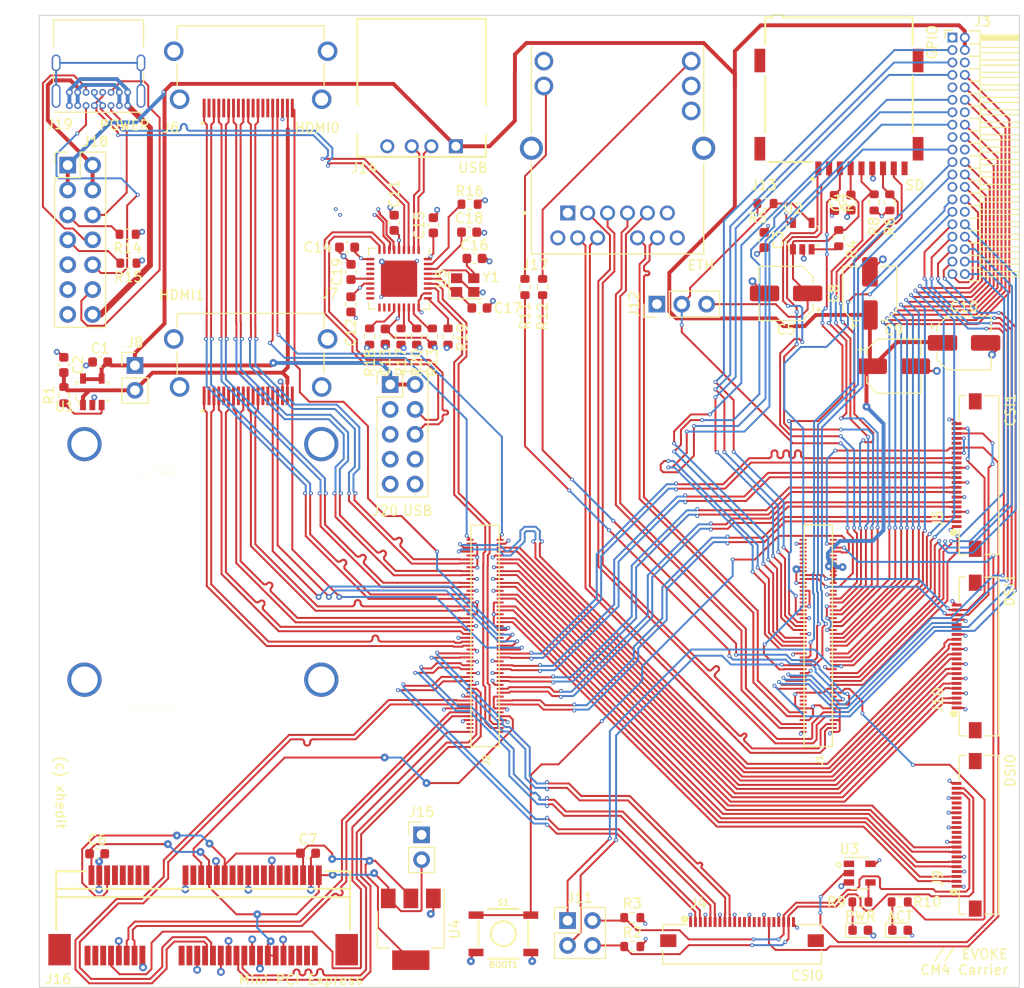
<source format=kicad_pcb>
(kicad_pcb (version 20240108) (generator "pcbnew") (generator_version "8.0")
  (layers (0 "F.Cu" jumper) (1 "In1.Cu" power "GND") (2 "In2.Cu" power "PWR") (31 "B.Cu" signal) (34 "B.Paste" user) (35 "F.Paste" user) (36 "B.SilkS" user "B.Silkscreen") (37 "F.SilkS" user "F.Silkscreen") (38 "B.Mask" user) (39 "F.Mask" user) (44 "Edge.Cuts" user))
  (net 0 "")
  (net 1 "+3V3")
  (net 2 "Net-(ACT1-Pad1)")
  (net 3 "GNDD")
  (net 4 "+5V")
  (net 5 "/TRD3_P")
  (net 6 "/TRD1_P")
  (net 7 "/TRD3_N")
  (net 8 "/TRD1_N")
  (net 9 "/TRD2_N")
  (net 10 "/TRD0_N")
  (net 11 "/TRD2_P")
  (net 12 "/TRD0_P")
  (net 13 "/ETH_LEDG")
  (net 14 "/ETH_SYNC_IN")
  (net 15 "/ETH_LEDY")
  (net 16 "/ETH_SYNC_OUT")
  (net 17 "/ETH_LEDY2")
  (net 18 "/EEPROM_NWP")
  (net 19 "/PI_NLED_ACTVITY")
  (net 20 "/GPIO26")
  (net 21 "/GPIO21")
  (net 22 "/GPIO19")
  (net 23 "/GPIO20")
  (net 24 "/GPIO13")
  (net 25 "/GPIO16")
  (net 26 "/GPIO6")
  (net 27 "/GPIO12")
  (net 28 "/GPIO5")
  (net 29 "/ID_SC")
  (net 30 "/ID_SD")
  (net 31 "/GPIO7")
  (net 32 "/GPIO11")
  (net 33 "/GPIO8")
  (net 34 "/GPIO9")
  (net 35 "/GPIO25")
  (net 36 "/GPIO10")
  (net 37 "/GPIO24")
  (net 38 "/GPIO22")
  (net 39 "/GPIO23")
  (net 40 "/GPIO27")
  (net 41 "/GPIO18")
  (net 42 "/GPIO17")
  (net 43 "/GPIO15")
  (net 44 "/GPIO4")
  (net 45 "/GPIO14")
  (net 46 "/GPIO3")
  (net 47 "/SD_CLK")
  (net 48 "/GPIO2")
  (net 49 "/SD_DAT3")
  (net 50 "/SD_CMD")
  (net 51 "/SD_DAT0")
  (net 52 "/SD_DAT5")
  (net 53 "/SD_DAT1")
  (net 54 "/SD_DAT4")
  (net 55 "/SD_DAT2")
  (net 56 "/SD_DAT7")
  (net 57 "/SD_DAT6")
  (net 58 "/SD_VDD_OVRRD")
  (net 59 "/SD_PWR_ON")
  (net 60 "/SD_DET")
  (net 61 "/SCL0")
  (net 62 "/SDA0")
  (net 63 "+1V8")
  (net 64 "/WL_NDISABLE")
  (net 65 "/BT_NDISABLE")
  (net 66 "/RUN_PG")
  (net 67 "/N_RPIBOOT")
  (net 68 "/AIN1")
  (net 69 "/N_PWR_LED")
  (net 70 "/AIN0")
  (net 71 "/CAM_GPIO")
  (net 72 "/GLOBAL_EN")
  (net 73 "/N_EXTRST")
  (net 74 "/USBOTG_ID")
  (net 75 "/PCIE_CLK_NREQ")
  (net 76 "/USB2_N")
  (net 77 "Net-(J2-Pad4)")
  (net 78 "/USB2_P")
  (net 79 "Net-(J2-Pad6)")
  (net 80 "/PCIE_NRST")
  (net 81 "/PCIE_CLK_P")
  (net 82 "/TV_OUT")
  (net 83 "/PCIE_CLK_N")
  (net 84 "/CAM1_D0_N")
  (net 85 "/PCIE_RX_P")
  (net 86 "/CAM1_D0_P")
  (net 87 "/CAM1_D1_N")
  (net 88 "/PCIE_TX_P")
  (net 89 "/CAM1_D1_P")
  (net 90 "/PCIE_TX_N")
  (net 91 "/CAM1_C_N")
  (net 92 "/CAM0_D0_N")
  (net 93 "/CAM1_C_P")
  (net 94 "/CAM0_D0_P")
  (net 95 "/CAM1_D2_N")
  (net 96 "/CAM0_D1_N")
  (net 97 "/CAM1_D2_P")
  (net 98 "/CAM0_D1_P")
  (net 99 "/CAM1_D3_N")
  (net 100 "/CAM0_C_N")
  (net 101 "/CAM1_D3_P")
  (net 102 "/CAM0_C_P")
  (net 103 "/HDMI1_SDA")
  (net 104 "/HDMI1_D2_P")
  (net 105 "/HDMI1_SCL")
  (net 106 "/HDMI1_D2_N")
  (net 107 "/HDMI1_CEC")
  (net 108 "/HDMI0_CEC")
  (net 109 "/HDMI1_D1_P")
  (net 110 "/HDMI0_HOTPLUG")
  (net 111 "/HDMI1_D1_N")
  (net 112 "/DSI0_D0_N")
  (net 113 "/HDMI1_D0_P")
  (net 114 "/DSI0_D0_P")
  (net 115 "/HDMI1_D0_N")
  (net 116 "/DSI0_D1_N")
  (net 117 "/HDMI1_CK_P")
  (net 118 "/DSI0_D1_P")
  (net 119 "/HDMI1_CK_N")
  (net 120 "/DSI0_C_N")
  (net 121 "/HDMI0_D2_P")
  (net 122 "/DSI0_C_P")
  (net 123 "/HDMI0_D2_N")
  (net 124 "/DSI1_D0_N")
  (net 125 "/HDMI0_D1_P")
  (net 126 "/DSI1_D0_P")
  (net 127 "/HDMI0_D1_N")
  (net 128 "/DSI1_D1_N")
  (net 129 "/HDMI0_D0_P")
  (net 130 "/DSI1_D1_P")
  (net 131 "/HDMI0_D0_N")
  (net 132 "/DSI1_C_N")
  (net 133 "/HDMI0_CK_P")
  (net 134 "/DSI1_C_P")
  (net 135 "/HDMI0_CK_N")
  (net 136 "/DSI1_D2_N")
  (net 137 "/DSI1_D3_N")
  (net 138 "/DSI1_D2_P")
  (net 139 "/DSI1_D3_P")
  (net 140 "/HDMI0_SDA")
  (net 141 "/HDMI0_SCL")
  (net 142 "Net-(J5-PadSH1)")
  (net 143 "Net-(J5-PadSH2)")
  (net 144 "Net-(J6-Pad2)")
  (net 145 "Net-(J6-Pad5)")
  (net 146 "Net-(J6-Pad8)")
  (net 147 "Net-(J6-Pad11)")
  (net 148 "Net-(J6-Pad13)")
  (net 149 "Net-(J6-Pad14)")
  (net 150 "Net-(PWR1-Pad1)")
  (net 151 "Net-(R1-Pad2)")
  (net 152 "/PCIE_RX_N")
  (net 153 "/HDMI1_HOTPLUG")
  (net 154 "Net-(J9-Pad11)")
  (net 155 "Net-(J9-Pad14)")
  (net 156 "/HDMI_5V")
  (net 157 "/SD_PWR")
  (net 158 "/PCIE_3V3")
  (net 159 "+1V5")
  (net 160 "Net-(C16-Pad1)")
  (net 161 "Net-(C17-Pad1)")
  (net 162 "Net-(C18-Pad1)")
  (net 163 "Net-(C19-Pad1)")
  (net 164 "Net-(J4-PadSH1)")
  (net 165 "Net-(J4-PadSH2)")
  (net 166 "Net-(J4-Pad11)")
  (net 167 "Net-(J4-Pad12)")
  (net 168 "Net-(J4-Pad14)")
  (net 169 "Net-(J4-Pad15)")
  (net 170 "Net-(J4-Pad18)")
  (net 171 "/SCL1")
  (net 172 "/SDA1")
  (net 173 "Net-(J5-Pad18)")
  (net 174 "Net-(J7-Pad2)")
  (net 175 "Net-(J7-Pad5)")
  (net 176 "Net-(J7-Pad8)")
  (net 177 "Net-(J7-Pad11)")
  (net 178 "Net-(J7-Pad13)")
  (net 179 "Net-(J7-Pad14)")
  (net 180 "Net-(J9-PadSH1)")
  (net 181 "Net-(J9-PadSH2)")
  (net 182 "Net-(J9-Pad12)")
  (net 183 "Net-(J9-Pad15)")
  (net 184 "Net-(J9-Pad17)")
  (net 185 "Net-(J9-Pad18)")
  (net 186 "Net-(J10-PadSH1)")
  (net 187 "Net-(J10-PadSH2)")
  (net 188 "Net-(J10-Pad17)")
  (net 189 "Net-(J10-Pad18)")
  (net 190 "Net-(J13-PadP9)")
  (net 191 "Net-(J13-PadSH1)")
  (net 192 "Net-(J13-PadSH2)")
  (net 193 "Net-(J13-PadSH3)")
  (net 194 "Net-(J13-PadSH4)")
  (net 195 "Net-(J16-Pad1)")
  (net 196 "Net-(J16-Pad3)")
  (net 197 "Net-(J16-Pad5)")
  (net 198 "Net-(J16-Pad8)")
  (net 199 "Net-(J16-Pad10)")
  (net 200 "Net-(J16-Pad12)")
  (net 201 "Net-(J16-Pad14)")
  (net 202 "Net-(J16-Pad16)")
  (net 203 "Net-(J16-Pad17)")
  (net 204 "Net-(J16-Pad19)")
  (net 205 "Net-(J16-Pad20)")
  (net 206 "Net-(J16-Pad30)")
  (net 207 "Net-(J16-Pad32)")
  (net 208 "Net-(J16-Pad36)")
  (net 209 "Net-(J16-Pad38)")
  (net 210 "Net-(J16-Pad42)")
  (net 211 "Net-(J16-Pad44)")
  (net 212 "Net-(J16-Pad45)")
  (net 213 "Net-(J16-Pad46)")
  (net 214 "Net-(J16-Pad47)")
  (net 215 "Net-(J16-Pad49)")
  (net 216 "Net-(J16-Pad51)")
  (net 217 "Net-(J17-PadS1)")
  (net 218 "Net-(J17-PadS2)")
  (net 219 "Net-(J17-Pad13)")
  (net 220 "Net-(J17-Pad15)")
  (net 221 "Net-(J17-Pad17)")
  (net 222 "Net-(J17-Pad1)")
  (net 223 "Net-(J17-Pad6)")
  (net 224 "Net-(J17-Pad7)")
  (net 225 "Net-(J17-Pad12)")
  (net 226 "Net-(J18-Pad14)")
  (net 227 "Net-(J18-Pad12)")
  (net 228 "Net-(J18-Pad11)")
  (net 229 "Net-(J18-Pad10)")
  (net 230 "Net-(J18-Pad9)")
  (net 231 "Net-(J18-Pad8)")
  (net 232 "Net-(J18-Pad7)")
  (net 233 "Net-(J18-Pad6)")
  (net 234 "Net-(J18-Pad5)")
  (net 235 "Net-(J18-Pad2)")
  (net 236 "Net-(J19-PadS1)")
  (net 237 "Net-(R4-Pad2)")
  (net 238 "Net-(R9-Pad2)")
  (net 239 "Net-(R13-Pad1)")
  (net 240 "Net-(R16-Pad2)")
  (net 241 "Net-(R17-Pad2)")
  (net 242 "Net-(R18-Pad2)")
  (net 243 "Net-(R19-Pad2)")
  (net 244 "Net-(R20-Pad2)")
  (net 245 "Net-(U3-Pad1)")
  (net 246 "Net-(U5-Pad21)")
  (net 247 "Net-(U5-Pad20)")
  (net 248 "Net-(U5-Pad19)")
  (net 249 "Net-(U5-Pad18)")
  (net 250 "Net-(U5-Pad17)")
  (net 251 "Net-(U5-Pad16)")
  (net 252 "Net-(U5-Pad13)")
  (net 253 "Net-(U5-Pad12)")
  (net 254 "Net-(U5-Pad11)")
  (net 255 "/USBC_DP")
  (net 256 "/USBC_DN")
  (net 257 "/USB_A_DN")
  (net 258 "/USB_A_DP")
  (net 259 "/USBH2_P")
  (net 260 "/USBH1_P")
  (net 261 "/USBH2_N")
  (net 262 "/USBH1_N")
  (footprint "Diode_SMD:D_0603_1608Metric" (layer "F.Cu") (at 175.83 138.486)
    (property "Reference" "ACT")
    (property "Value" "GREEN")
  )
  (footprint "Capacitor_SMD:C_0603_1608Metric" (layer "F.Cu") (at 94.2 80.5 180)
    (property "Reference" "C1")
    (property "Value" "100nF")
  )
  (footprint "Capacitor_SMD:C_0603_1608Metric" (layer "F.Cu") (at 90.49 80.8 90)
    (property "Reference" "C2")
    (property "Value" "100nF")
  )
  (footprint "Capacitor_SMD:C_0603_1608Metric" (layer "F.Cu") (at 161.96 68.05 -90)
    (property "Reference" "C3")
    (property "Value" "100nF")
  )
  (footprint "Capacitor_SMD:C_0603_1608Metric" (layer "F.Cu") (at 170.81 64.23 -90)
    (property "Reference" "C4")
    (property "Value" "100nF")
  )
  (footprint "Capacitor_SMD:CP_Elec_5x4.5" (layer "F.Cu") (at 164.2 73.5 180)
    (property "Reference" "C5")
    (property "Value" "10uF")
  )
  (footprint "Capacitor_SMD:CP_Elec_5x4.5" (layer "F.Cu") (at 172.75 73.5 90)
    (property "Reference" "C8")
    (property "Value" "10uF")
  )
  (footprint "Capacitor_SMD:CP_Elec_5x4.5" (layer "F.Cu") (at 175.19 80.93)
    (property "Reference" "C9")
    (property "Value" "10uF")
  )
  (footprint "Capacitor_SMD:CP_Elec_5x4.5" (layer "F.Cu") (at 182.36 78.55)
    (property "Reference" "C10")
    (property "Value" "10uF")
  )
  (footprint "Capacitor_SMD:C_0603_1608Metric" (layer "F.Cu") (at 124.206 66.294 90)
    (property "Reference" "C11")
    (property "Value" "100nF")
  )
  (footprint "Capacitor_SMD:C_0603_1608Metric" (layer "F.Cu") (at 119.79 74.62 -90)
    (property "Reference" "C12")
    (property "Value" "100nF")
  )
  (footprint "Capacitor_SMD:C_0603_1608Metric" (layer "F.Cu") (at 123.3 77.9 -90)
    (property "Reference" "C13")
    (property "Value" "100nF")
  )
  (footprint "Capacitor_SMD:C_0603_1608Metric" (layer "F.Cu") (at 119.4 68.79 180)
    (property "Reference" "C14")
    (property "Value" "100nF")
  )
  (footprint "Capacitor_SMD:C_0603_1608Metric" (layer "F.Cu") (at 128.2 66.55 90)
    (property "Reference" "C15")
    (property "Value" "100nF")
  )
  (footprint "Capacitor_SMD:C_0603_1608Metric" (layer "F.Cu") (at 132.4 69.93)
    (property "Reference" "C16")
    (property "Value" "18pF")
  )
  (footprint "Capacitor_SMD:C_0603_1608Metric" (layer "F.Cu") (at 132.905 74.99)
    (property "Reference" "C17")
    (property "Value" "18pF")
  )
  (footprint "Capacitor_SMD:C_0603_1608Metric" (layer "F.Cu") (at 131.85 67.25)
    (property "Reference" "C18")
    (property "Value" "100nF")
  )
  (footprint "Capacitor_SMD:C_0603_1608Metric" (layer "F.Cu") (at 119.8 71.31 90)
    (property "Reference" "C19")
    (property "Value" "100nF")
  )
  (footprint "Carrier:HRS_DF40C-100DS-0.4V(51)" (layer "F.Cu") (at 167.478 108.446 90)
    (property "Reference" "J1")
    (property "Value" "P1-100")
  )
  (footprint "Connector_PinHeader_1.27mm:PinHeader_2x20_P1.27mm_Horizontal" (layer "F.Cu") (at 181.168 47.396)
    (property "Reference" "J3")
    (property "Value" "Pi GPIO")
  )
  (footprint "LimitEngineering:MOLEX_54548-2271" (layer "F.Cu") (at 159.7 137.65)
    (property "Reference" "J4")
    (property "Value" "54548-2271")
  )
  (footprint "LimitEngineering:MOLEX_54548-2271" (layer "F.Cu") (at 181.6 92.04 90)
    (property "Reference" "J5")
    (property "Value" "54548-2271")
  )
  (footprint "Carrier:STEWART_SS-53000-001" (layer "F.Cu") (at 109.558 54.586 180)
    (property "Reference" "J6")
    (property "Value" "SS-53000-001")
  )
  (footprint "Carrier:STEWART_SS-53000-001" (layer "F.Cu") (at 109.558 83.95 180)
    (property "Reference" "J7")
    (property "Value" "SS-53000-001")
  )
  (footprint "Connector_PinHeader_2.54mm:PinHeader_1x02_P2.54mm_Vertical" (layer "F.Cu") (at 97.75 80.85)
    (property "Reference" "J8")
    (property "Value" "HDMI_BYPASS")
  )
  (footprint "LimitEngineering:MOLEX_54548-2271" (layer "F.Cu") (at 181.6 128.75 90)
    (property "Reference" "J9")
    (property "Value" "54548-2271")
  )
  (footprint "LimitEngineering:MOLEX_54548-2271" (layer "F.Cu") (at 181.6 110.55 90)
    (property "Reference" "J10")
    (property "Value" "54548-2271")
  )
  (footprint "Connector_PinHeader_2.54mm:PinHeader_2x02_P2.54mm_Vertical" (layer "F.Cu") (at 141.9 137.5)
    (property "Reference" "J11")
    (property "Value" "I2C0_PULLUP")
  )
  (footprint "Connector_PinHeader_2.54mm:PinHeader_1x03_P2.54mm_Vertical" (layer "F.Cu") (at 151.01 74.6 90)
    (property "Reference" "J12")
    (property "Value" "SD_BYPASS")
  )
  (footprint "Carrier:GCT_MEM2075-00-140-01-A" (layer "F.Cu") (at 170.068 49.316 180)
    (property "Reference" "J13")
    (property "Value" "MEM2075-00-140-01-A")
  )
  (footprint "Carrier:OST_USB-A1HSW6" (layer "F.Cu") (at 126.998 51.976 180)
    (property "Reference" "J14")
    (property "Value" "USB_A")
  )
  (footprint "Connector_PinHeader_2.54mm:PinHeader_1x02_P2.54mm_Vertical" (layer "F.Cu") (at 127 128.75)
    (property "Reference" "J15")
    (property "Value" "Mini PCIe Power")
  )
  (footprint "Carrier:TE_1775862-2" (layer "F.Cu") (at 104.71 136.97)
    (property "Reference" "J16")
    (property "Value" "miniPCIe")
  )
  (footprint "Carrier:BEL_L836-1J1T-43" (layer "F.Cu") (at 146.998 58.686)
    (property "Reference" "J17")
    (property "Value" "L836-1J1T-43")
  )
  (footprint "Connector_PinHeader_2.54mm:PinHeader_2x07_P2.54mm_Vertical" (layer "F.Cu") (at 90.89 60.41)
    (property "Reference" "J18")
    (property "Value" "USB_C_PWR")
  )
  (footprint "Connector_USB:USB_C_Receptacle_GCT_USB4085" (layer "F.Cu") (at 97.008 54.336 180)
    (property "Reference" "J19")
    (property "Value" "USB_C_Receptacle_USB2.0")
  )
  (footprint "Diode_SMD:D_0603_1608Metric" (layer "F.Cu") (at 171.768 138.486)
    (property "Reference" "PWR")
    (property "Value" "RED/ORANGE")
  )
  (footprint "Resistor_SMD:R_0603_1608Metric" (layer "F.Cu") (at 90.5 83.88 -90)
    (property "Reference" "R1")
    (property "Value" "4.7K")
  )
  (footprint "Resistor_SMD:R_0603_1608Metric" (layer "F.Cu") (at 148.5 140.15)
    (property "Reference" "R2")
    (property "Value" "2.2K")
  )
  (footprint "Resistor_SMD:R_0603_1608Metric" (layer "F.Cu") (at 148.5 137.2)
    (property "Reference" "R3")
    (property "Value" "2.2K")
  )
  (footprint "Resistor_SMD:R_0603_1608Metric" (layer "F.Cu") (at 169.57 67.86 -90)
    (property "Reference" "R4")
    (property "Value" "4.7K")
  )
  (footprint "Resistor_SMD:R_0603_1608Metric" (layer "F.Cu") (at 162.1 64.33)
    (property "Reference" "R5")
    (property "Value" "12K")
  )
  (footprint "Resistor_SMD:R_0603_1608Metric" (layer "F.Cu") (at 174.78 64.21 -90)
    (property "Reference" "R6")
    (property "Value" "10K")
  )
  (footprint "Resistor_SMD:R_0603_1608Metric" (layer "F.Cu") (at 169.13 64.27 -90)
    (property "Reference" "R7")
    (property "Value" "10K")
  )
  (footprint "Resistor_SMD:R_0603_1608Metric" (layer "F.Cu") (at 173.18 64.21 -90)
    (property "Reference" "R8")
    (property "Value" "10K")
  )
  (footprint "Resistor_SMD:R_0603_1608Metric" (layer "F.Cu") (at 171.78 135.6)
    (property "Reference" "R9")
    (property "Value" "1K")
  )
  (footprint "Resistor_SMD:R_0603_1608Metric" (layer "F.Cu") (at 175.79 135.6)
    (property "Reference" "R10")
    (property "Value" "1K")
  )
  (footprint "Resistor_SMD:R_0603_1608Metric" (layer "F.Cu") (at 137.55 72.85 -90)
    (property "Reference" "R11")
    (property "Value" "470R")
  )
  (footprint "Resistor_SMD:R_0603_1608Metric" (layer "F.Cu") (at 139.35 72.85 -90)
    (property "Reference" "R12")
    (property "Value" "470R")
  )
  (footprint "Resistor_SMD:R_0603_1608Metric" (layer "F.Cu") (at 128.1 77.9 -90)
    (property "Reference" "R13")
    (property "Value" "10K")
  )
  (footprint "Resistor_SMD:R_0603_1608Metric" (layer "F.Cu") (at 96.998 67.466 180)
    (property "Reference" "R14")
    (property "Value" "5.1K")
  )
  (footprint "Resistor_SMD:R_0603_1608Metric" (layer "F.Cu") (at 97.078 70.416 180)
    (property "Reference" "R15")
    (property "Value" "5.1K")
  )
  (footprint "Resistor_SMD:R_0603_1608Metric" (layer "F.Cu") (at 131.9 64.4 180)
    (property "Reference" "R16")
    (property "Value" "12K")
  )
  (footprint "Resistor_SMD:R_0603_1608Metric" (layer "F.Cu") (at 124.9 77.9 90)
    (property "Reference" "R17")
    (property "Value" "10K")
  )
  (footprint "Resistor_SMD:R_0603_1608Metric" (layer "F.Cu") (at 121.7 77.9 90)
    (property "Reference" "R18")
    (property "Value" "10K")
  )
  (footprint "Resistor_SMD:R_0603_1608Metric" (layer "F.Cu") (at 129.7 77.9 90)
    (property "Reference" "R19")
    (property "Value" "10K")
  )
  (footprint "Resistor_SMD:R_0603_1608Metric" (layer "F.Cu") (at 126.5 77.9 90)
    (property "Reference" "R20")
    (property "Value" "10K")
  )
  (footprint "Switches:TACTILE_SWITCH_SMD_5.2MM" (layer "F.Cu") (at 135.35 138.85)
    (property "Reference" "S1")
    (property "Value" "BOOT1")
  )
  (footprint "Package_TO_SOT_SMD:SOT-23-5" (layer "F.Cu") (at 171.71 132.66)
    (property "Reference" "U3")
    (property "Value" "SN74LVC1G14DBV")
  )
  (footprint "Package_TO_SOT_SMD:SOT-223-3_TabPin2" (layer "F.Cu") (at 125.9 138.39 -90)
    (property "Reference" "U4")
    (property "Value" "AMS1117-1.5")
  )
  (footprint "Package_DFN_QFN:QFN-36-1EP_6x6mm_P0.5mm_EP3.7x3.7mm" (layer "F.Cu") (at 124.7 72 -90)
    (property "Reference" "U5")
    (property "Value" "USB2514B")
  )
  (footprint "Crystal:Crystal_SMD_2520-4Pin_2.5x2.0mm" (layer "F.Cu") (at 131.45 72.65)
    (property "Reference" "Y1")
    (property "Value" "24MHz")
  )
  (footprint "Capacitor_SMD:C_0603_1608Metric" (layer "F.Cu") (at 93.89 130.68)
    (property "Reference" "C6")
    (property "Value" "1uF")
  )
  (footprint "Capacitor_SMD:C_0603_1608Metric" (layer "F.Cu") (at 115.41 130.63)
    (property "Reference" "C7")
    (property "Value" "1uF")
  )
  (footprint "Connector_PinHeader_2.54mm:PinHeader_2x05_P2.54mm_Vertical" (layer "F.Cu") (at 123.8 82.8)
    (property "Reference" "J20")
    (property "Value" "USB_Header")
  )
  (footprint "digikey-footprints:SOT-753" (layer "F.Cu") (at 93.4 83.54)
    (property "Reference" "U1")
    (property "Value" "TPS2051BDBVR")
  )
  (footprint "digikey-footprints:SOT-753" (layer "F.Cu") (at 165.85 67.65)
    (property "Reference" "U2")
    (property "Value" "TPS2051BDBVR")
  )
  (footprint "MountingHole:MountingHole_2.5mm" (layer "F.Cu") (at 133.978 129.946)
    (property "Reference" "M3" (hide yes))
    (property "Value" "MountingHole_2.5mm")
  )
  (footprint "MountingHole:MountingHole_2.5mm" (layer "F.Cu") (at 166.978 129.946)
    (property "Reference" "M4" (hide yes))
    (property "Value" "MountingHole_2.5mm")
  )
  (footprint "MountingHole:MountingHole_2.5mm" (layer "F.Cu") (at 166.98 81.96)
    (property "Reference" "M2" (hide yes))
    (property "Value" "MountingHole_2.5mm")
  )
  (footprint "MountingHole:MountingHole_2.5mm" (layer "F.Cu") (at 134 81.96)
    (property "Reference" "M1" (hide yes))
    (property "Value" "MountingHole_2.5mm")
  )
  (footprint "Carrier:HRS_DF40C-100DS-0.4V(51)" (layer "F.Cu") (at 133.478 108.446 90)
    (property "Reference" "J2")
    (property "Value" "P101-200")
  )
  (gr_circle (center 169.56 131.8) (end 169.790868 131.8) (stroke (width 0.15)) (fill none) (layer "F.SilkS"))
  (gr_line (start 87.998 144.326) (end 87.998 45.126) (stroke (width 0.1)) (layer "Edge.Cuts"))
  (gr_line (start 187.998 45.126) (end 187.998 144.326) (stroke (width 0.1)) (layer "Edge.Cuts"))
  (gr_line (start 187.998 144.326) (end 87.998 144.326) (stroke (width 0.1)) (layer "Edge.Cuts"))
  (gr_line (start 87.998 45.126) (end 187.998 45.126) (stroke (width 0.1)) (layer "Edge.Cuts"))
  (gr_text "(c) xhedit" (at 90.17 128.27 -90) (layer "F.SilkS") (effects (font (size 1 1)) (justify right)))
  (gr_text "// EVOKE\nCM4 Carrier" (at 186.944 141.732 0) (layer "F.SilkS") (effects (font (size 1 1)) (justify right)))
  (segment (start 120.815 69.905) (end 120.91 70) (width 0.2) (layer "F.Cu") (net 1))
  (segment (start 124.7 68.08) (end 124.7 67.563) (width 0.2) (layer "F.Cu") (net 1))
  (segment (start 127.91875 69.71875) (end 127.6375 70) (width 0.2) (layer "F.Cu") (net 1))
  (segment (start 124.565 76.065) (end 123.525 77.105) (width 0.2) (layer "F.Cu") (net 1))
  (segment (start 127.39999 78.02499) (end 128.1 78.725) (width 0.2) (layer "F.Cu") (net 1))
  (segment (start 127.212332 73.5) (end 127.6375 73.5) (width 0.2) (layer "F.Cu") (net 1))
  (segment (start 161.275 64.33) (end 161.275 65.342122) (width 0.2) (layer "F.Cu") (net 1))
  (segment (start 149.83 137.705) (end 149.325 137.2) (width 0.2) (layer "F.Cu") (net 1))
  (segment (start 120.175 68.79) (end 120.175 69.265) (width 0.2) (layer "F.Cu") (net 1))
  (segment (start 126.7 74.9375) (end 126.7 74.220001) (width 0.2) (layer "F.Cu") (net 1))
  (segment (start 124.7 74.9375) (end 124.7 75.93) (width 0.2) (layer "F.Cu") (net 1))
  (segment (start 177.07 138.9385) (end 176.6175 138.486) (width 0.2) (layer "F.Cu") (net 1))
  (segment (start 165.938 101.446) (end 165.454249 101.446) (width 0.2) (layer "F.Cu") (net 1))
  (segment (start 173.365 65.035) (end 173.96 65.63) (width 0.2) (layer "F.Cu") (net 1))
  (segment (start 165.244 103.046) (end 165.24 103.05) (width 0.2) (layer "F.Cu") (net 1))
  (segment (start 164.4 66.3) (end 164.211438 66.111438) (width 0.2) (layer "F.Cu") (net 1))
  (segment (start 173.18 65.035) (end 173.365 65.035) (width 0.2) (layer "F.Cu") (net 1))
  (segment (start 164.9 66.3) (end 164.4 66.3) (width 0.2) (layer "F.Cu") (net 1))
  (segment (start 181.6 105.3) (end 181.569545 105.3) (width 0.2) (layer "F.Cu") (net 1))
  (segment (start 174.555 65.035) (end 173.96 65.63) (width 0.2) (layer "F.Cu") (net 1))
  (segment (start 165.24 101.660249) (end 165.250003 101.650246) (width 0.2) (layer "F.Cu") (net 1))
  (segment (start 126.92499 74.015012) (end 126.92499 73.787342) (width 0.2) (layer "F.Cu") (net 1))
  (segment (start 126.720001 74.220001) (end 126.92499 74.015012) (width 0.2) (layer "F.Cu") (net 1))
  (segment (start 181.569545 105.3) (end 181.164054 104.894509) (width 0.2) (layer "F.Cu") (net 1))
  (segment (start 126.7 75.14) (end 127 75.44) (width 0.2) (layer "F.Cu") (net 1))
  (segment (start 123.3 77.125) (end 124.19999 78.02499) (width 0.2) (layer "F.Cu") (net 1))
  (segment (start 165.24 103.05) (end 165.24 101.660249) (width 0.2) (layer "F.Cu") (net 1))
  (segment (start 165.938 101.846) (end 165.445757 101.846) (width 0.2) (layer "F.Cu") (net 1))
  (segment (start 149.87 139.36) (end 149.87 139.605) (width 0.2) (layer "F.Cu") (net 1))
  (segment (start 161.96 67.275) (end 162.358585 66.876415) (width 0.2) (layer "F.Cu") (net 1))
  (segment (start 173.35 131.71) (end 173.72 131.34) (width 0.2) (layer "F.Cu") (net 1))
  (segment (start 174.78 65.035) (end 174.555 65.035) (width 0.2) (layer "F.Cu") (net 1))
  (segment (start 169.13 65.095) (end 168.87 65.355) (width 0.2) (layer "F.Cu") (net 1))
  (segment (start 128.2 69.4375) (end 127.91875 69.71875) (width 0.2) (layer "F.Cu") (net 1))
  (segment (start 124.7 69.0625) (end 124.7 68.08) (width 0.2) (layer "F.Cu") (net 1))
  (segment (start 128.2 67.325) (end 128.2 69.4375) (width 0.2) (layer "F.Cu") (net 1))
  (segment (start 126.7 74.220001) (end 126.720001 74.220001) (width 0.2) (layer "F.Cu") (net 1))
  (segment (start 164.95 137.85) (end 165.33 138.23) (width 0.2) (layer "F.Cu") (net 1))
  (segment (start 165.445757 101.846) (end 165.250003 101.650246) (width 0.2) (layer "F.Cu") (net 1))
  (segment (start 181.6 123.5) (end 181.15 123.5) (width 0.2) (layer "F.Cu") (net 1))
  (segment (start 162.358585 66.876415) (end 162.358585 66.608594) (width 0.2) (layer "F.Cu") (net 1))
  (segment (start 124.19999 78.02499) (end 127.39999 78.02499) (width 0.2) (layer "F.Cu") (net 1))
  (segment (start 181.18 86.37) (end 181.6 86.79) (width 0.2) (layer "F.Cu") (net 1))
  (segment (start 161.275 65.342122) (end 161.153561 65.463561) (width 0.2) (layer "F.Cu") (net 1))
  (segment (start 119.79 73.845) (end 121.135 72.5) (width 0.2) (layer "F.Cu") (net 1))
  (segment (start 181.15 123.5) (end 180.88 123.23) (width 0.2) (layer "F.Cu") (net 1))
  (segment (start 149.83 137.83) (end 149.83 137.705) (width 0.2) (layer "F.Cu") (net 1))
  (segment (start 165.454249 101.446) (end 165.250003 101.650246) (width 0.2) (layer "F.Cu") (net 1))
  (segment (start 120.175 69.265) (end 120.815 69.905) (width 0.2) (layer "F.Cu") (net 1))
  (segment (start 120.91 70) (end 121.7625 70) (width 0.2) (layer "F.Cu") (net 1))
  (segment (start 123.952 66.815) (end 124.206 67.069) (width 0.2) (layer "F.Cu") (net 1))
  (segment (start 123.525 77.105) (end 123.28 77.105) (width 0.2) (layer "F.Cu") (net 1))
  (segment (start 149.87 139.605) (end 149.325 140.15) (width 0.2) (layer "F.Cu") (net 1))
  (segment (start 121.135 72.5) (end 121.7625 72.5) (width 0.2) (layer "F.Cu") (net 1))
  (segment (start 126.92499 73.787342) (end 127.212332 73.5) (width 0.2) (layer "F.Cu") (net 1))
  (segment (start 172.81 131.71) (end 173.35 131.71) (width 0.2) (layer "F.Cu") (net 1))
  (segment (start 124.7 67.563) (end 124.206 67.069) (width 0.2) (layer "F.Cu") (net 1))
  (segment (start 165.938 103.046) (end 165.244 103.046) (width 0.2) (layer "F.Cu") (net 1))
  (segment (start 180.85 86.37) (end 181.18 86.37) (width 0.2) (layer "F.Cu") (net 1))
  (segment (start 164.95 137.65) (end 164.95 137.85) (width 0.2) (layer "F.Cu") (net 1))
  (segment (start 123.28 77.105) (end 123.3 77.125) (width 0.2) (layer "F.Cu") (net 1))
  (segment (start 164.211438 66.111438) (end 164.211438 65.321438) (width 0.2) (layer "F.Cu") (net 1))
  (segment (start 126.7 74.9375) (end 126.7 75.14) (width 0.2) (layer "F.Cu") (net 1))
  (segment (start 177.07 139.03) (end 177.07 138.9385) (width 0.2) (layer "F.Cu") (net 1))
  (segment (start 124.7 75.93) (end 124.565 76.065) (width 0.2) (layer "F.Cu") (net 1))
  (segment (start 168.87 65.355) (end 168.87 65.59) (width 0.2) (layer "F.Cu") (net 1))
  (via (at 120.71 72.93) (size 0.4) (drill 0.2) (layers "F.Cu" "B.Cu") (net 1))
  (via (at 120.815 69.905) (size 0.4) (drill 0.2) (layers "F.Cu" "B.Cu") (net 1))
  (via (at 124.7 68.08) (size 0.4) (drill 0.2) (layers "F.Cu" "B.Cu") (net 1))
  (via (at 173.72 131.34) (size 0.4) (drill 0.2) (layers "F.Cu" "B.Cu") (net 1))
  (via (at 149.83 137.83) (size 0.4) (drill 0.2) (layers "F.Cu" "B.Cu") (net 1))
  (via (at 162.358585 66.608594) (size 0.4) (drill 0.2) (layers "F.Cu" "B.Cu") (net 1))
  (via (at 127.91875 69.71875) (size 0.4) (drill 0.2) (layers "F.Cu" "B.Cu") (net 1))
  (via (at 164.211438 65.321438) (size 0.4) (drill 0.2) (layers "F.Cu" "B.Cu") (net 1))
  (via (at 124.565 76.065) (size 0.4) (drill 0.2) (layers "F.Cu" "B.Cu") (net 1))
  (via (at 168.87 65.59) (size 0.4) (drill 0.2) (layers "F.Cu" "B.Cu") (net 1))
  (via (at 177.07 139.03) (size 0.4) (drill 0.2) (layers "F.Cu" "B.Cu") (net 1))
  (via (at 180.85 86.37) (size 0.4) (drill 0.2) (layers "F.Cu" "B.Cu") (net 1))
  (via (at 165.250003 101.650246) (size 0.8) (drill 0.3) (layers "F.Cu" "B.Cu") (net 1))
  (via (at 161.153561 65.463561) (size 0.4) (drill 0.2) (layers "F.Cu" "B.Cu") (net 1))
  (via (at 165.24 103.05) (size 0.4) (drill 0.2) (layers "F.Cu" "B.Cu") (net 1))
  (via (at 181.164054 104.894509) (size 0.4) (drill 0.2) (layers "F.Cu" "B.Cu") (net 1))
  (via (at 149.87 139.36) (size 0.4) (drill 0.2) (layers "F.Cu" "B.Cu") (net 1))
  (via (at 173.96 65.63) (size 0.4) (drill 0.2) (layers "F.Cu" "B.Cu") (net 1))
  (via (at 165.33 138.23) (size 0.4) (drill 0.2) (layers "F.Cu" "B.Cu") (net 1))
  (via (at 180.88 123.23) (size 0.4) (drill 0.2) (layers "F.Cu" "B.Cu") (net 1))
  (via (at 128.35 79.04) (size 0.6) (drill 0.3) (layers "F.Cu" "B.Cu") (net 1))
  (via (at 127 75.44) (size 0.4) (drill 0.2) (layers "F.Cu" "B.Cu") (net 1))
  (segment (start 175.0425 138.486) (end 175.0425 135.6775) (width 0.2) (layer "F.Cu") (net 2))
  (segment (start 175.0425 135.6775) (end 174.965 135.6) (width 0.2) (layer "F.Cu") (net 2))
  (segment (start 175.025 138.4685) (end 175.0425 138.486) (width 0.2) (layer "F.Cu") (net 2))
  (segment (start 112.808 82.478) (end 112.808 82.478) (width 0.2) (layer "F.Cu") (net 3))
  (segment (start 181.6 95.79) (end 182.69999 95.79) (width 0.2) (layer "F.Cu") (net 3))
  (segment (start 169.018 107.846) (end 168.403409 107.846) (width 0.2) (layer "F.Cu") (net 3))
  (segment (start 120.29 75.895) (end 119.79 75.395) (width 0.2) (layer "F.Cu") (net 3))
  (segment (start 133.175 69.93) (end 133.63 69.93) (width 0.2) (layer "F.Cu") (net 3))
  (segment (start 135.566 117.046) (end 135.77 117.25) (width 0.2) (layer "F.Cu") (net 3))
  (segment (start 181.6 91.29) (end 182.69999 91.29) (width 0.2) (layer "F.Cu") (net 3))
  (segment (start 181.6 114.3) (end 182.55 114.3) (width 0.2) (layer "F.Cu") (net 3))
  (segment (start 93.6 84.75) (end 93.4 84.95) (width 0.2) (layer "F.Cu") (net 3))
  (segment (start 132.69 100.444476) (end 132.680752 100.435228) (width 0.2) (layer "F.Cu") (net 3))
  (segment (start 168.40342 109.846) (end 168.403414 109.846006) (width 0.2) (layer "F.Cu") (net 3))
  (segment (start 131.938 103.846) (end 132.614 103.846) (width 0.2) (layer "F.Cu") (net 3))
  (segment (start 133.125 64) (end 132.725 64.4) (width 0.2) (layer "F.Cu") (net 3))
  (segment (start 166.774 115.846) (end 166.94 115.68) (width 0.2) (layer "F.Cu") (net 3))
  (segment (start 169.018 113.846) (end 168.427999 113.845999) (width 0.199) (layer "F.Cu") (net 3))
  (segment (start 131.938 114.646) (end 131.34597 114.646) (width 0.2) (layer "F.Cu") (net 3))
  (segment (start 98.51 141.07) (end 98.51 142.212668) (width 0.2) (layer "F.Cu") (net 3))
  (segment (start 185.7 78.9) (end 185.7 79.25999) (width 0.2) (layer "F.Cu") (net 3))
  (segment (start 132.190002 73.35) (end 132.325 73.35) (width 0.2) (layer "F.Cu") (net 3))
  (segment (start 182.336409 88.29) (end 182.339979 88.29357) (width 0.2) (layer "F.Cu") (net 3))
  (segment (start 161.95 137.65) (end 161.95 136.9) (width 0.2) (layer "F.Cu") (net 3))
  (segment (start 133.63 69.93) (end 133.93 70.23) (width 0.2) (layer "F.Cu") (net 3))
  (segment (start 131.938 107.446) (end 132.552588 107.446) (width 0.2) (layer "F.Cu") (net 3))
  (segment (start 167.661273 115.538317) (end 167.081683 115.538317) (width 0.2) (layer "F.Cu") (net 3))
  (segment (start 132.49673 113.446) (end 132.666073 113.276657) (width 0.2) (layer "F.Cu") (net 3))
  (segment (start 134.28 74.39) (end 133.68 74.99) (width 0.2) (layer "F.Cu") (net 3))
  (segment (start 134.344 103.846) (end 134.34 103.85) (width 0.2) (layer "F.Cu") (net 3))
  (segment (start 131.938 112.246) (end 132.766 112.246) (width 0.2) (layer "F.Cu") (net 3))
  (segment (start 168.355348 106.597941) (end 168.355348 105.441344) (width 0.2) (layer "F.Cu") (net 3))
  (segment (start 131.938 106.246) (end 132.528001 106.246001) (width 0.199) (layer "F.Cu") (net 3))
  (segment (start 163.45 137.65) (end 163.45 136.9) (width 0.2) (layer "F.Cu") (net 3))
  (segment (start 166.588001 103.905999) (end 166.588001 105.410579) (width 0.2) (layer "F.Cu") (net 3))
  (segment (start 168.403409 107.846) (end 168.403406 107.845997) (width 0.2) (layer "F.Cu") (net 3))
  (segment (start 97.823 67.466) (end 98.22399 67.466) (width 0.2) (layer "F.Cu") (net 3))
  (segment (start 161.96 68.825) (end 161.315 69.47) (width 0.2) (layer "F.Cu") (net 3))
  (segment (start 134.367999 105.105999) (end 134.427998 105.046) (width 0.2) (layer "F.Cu") (net 3))
  (segment (start 181.6 132.5) (end 182.38 132.5) (width 0.2) (layer "F.Cu") (net 3))
  (segment (start 166.528001 103.845999) (end 166.588001 103.905999) (width 0.2) (layer "F.Cu") (net 3))
  (segment (start 134.427998 105.046) (end 135.018 105.046) (width 0.2) (layer "F.Cu") (net 3))
  (segment (start 160.45 137.65) (end 160.45 136.9) (width 0.2) (layer "F.Cu") (net 3))
  (segment (start 169.018 106.646) (end 168.403407 106.646) (width 0.2) (layer "F.Cu") (net 3))
  (segment (start 181.168 71.698) (end 181.83 72.36) (width 0.2) (layer "F.Cu") (net 3))
  (segment (start 94.1 131.47) (end 94.1 132.86) (width 0.2) (layer "F.Cu") (net 3))
  (segment (start 132.626 111.046) (end 132.66 111.08) (width 0.2) (layer "F.Cu") (net 3))
  (segment (start 181.6 126.5) (end 180.78 126.5) (width 0.2) (layer "F.Cu") (net 3))
  (segment (start 131.34597 114.646) (end 131.236018 114.536048) (width 0.2) (layer "F.Cu") (net 3))
  (segment (start 174.03 70.02) (end 174.07 70.02) (width 0.2) (layer "F.Cu") (net 3))
  (segment (start 169.522002 117.046) (end 169.668001 117.191999) (width 0.2) (layer "F.Cu") (net 3))
  (segment (start 128.2 135.24) (end 128.2 136.56) (width 0.2) (layer "F.Cu") (net 3))
  (segment (start 132.528001 99.045999) (end 132.680752 99.19875) (width 0.2) (layer "F.Cu") (net 3))
  (segment (start 89.935 79.47) (end 90.49 80.025) (width 0.2) (layer "F.Cu") (net 3))
  (segment (start 135.018 112.246) (end 134.246 112.246) (width 0.2) (layer "F.Cu") (net 3))
  (segment (start 94.09 132.89) (end 94.11 132.87) (width 0.2) (layer "F.Cu") (net 3))
  (segment (start 102.89 132.89) (end 102.91 132.87) (width 0.2) (layer "F.Cu") (net 3))
  (segment (start 131.938 113.446) (end 132.49673 113.446) (width 0.2) (layer "F.Cu") (net 3))
  (segment (start 112.808 82.700008) (end 112.60799 82.499998) (width 0.2) (layer "F.Cu") (net 3))
  (segment (start 131.938 99.046) (end 132.528001 99.045999) (width 0.199) (layer "F.Cu") (net 3))
  (segment (start 169.528306 118.246) (end 169.018 118.246) (width 0.2) (layer "F.Cu") (net 3))
  (segment (start 135.018 107.446) (end 134.427999 107.446001) (width 0.199) (layer "F.Cu") (net 3))
  (segment (start 132.528001 106.246001) (end 132.672555 106.101447) (width 0.2) (layer "F.Cu") (net 3))
  (segment (start 116.185 130.63) (end 115.71 131.105) (width 0.2) (layer "F.Cu") (net 3))
  (segment (start 130.764 108.646) (end 130.76 108.65) (width 0.2) (layer "F.Cu") (net 3))
  (segment (start 181.6 128) (end 180.78 128) (width 0.2) (layer "F.Cu") (net 3))
  (segment (start 131.938 102.646) (end 132.649 102.646) (width 0.2) (layer "F.Cu") (net 3))
  (segment (start 165.938 99.046) (end 165.254 99.046) (width 0.2) (layer "F.Cu") (net 3))
  (segment (start 134.30601 102.646) (end 134.29001 102.63) (width 0.2) (layer "F.Cu") (net 3))
  (segment (start 98.19399 70.416) (end 98.47999 70.13) (width 0.2) (layer "F.Cu") (net 3))
  (segment (start 165.938 110.246) (end 165.010446 110.246) (width 0.2) (layer "F.Cu") (net 3))
  (segment (start 132.685 67.31) (end 132.625 67.25) (width 0.2) (layer "F.Cu") (net 3))
  (segment (start 135.018 102.646) (end 134.30601 102.646) (width 0.2) (layer "F.Cu") (net 3))
  (segment (start 169.018 109.846) (end 168.40342 109.846) (width 0.2) (layer "F.Cu") (net 3))
  (segment (start 170.61 133.61) (end 170.22 133.61) (width 0.2) (layer "F.Cu") (net 3))
  (segment (start 132.680752 99.19875) (end 132.680752 100.435228) (width 0.2) (layer "F.Cu") (net 3))
  (segment (start 130.575 71.95) (end 130.790002 71.95) (width 0.2) (layer "F.Cu") (net 3))
  (segment (start 169.018 104.246) (end 168.402406 104.246) (width 0.2) (layer "F.Cu") (net 3))
  (segment (start 118.57 69.24) (end 119.04 69.71) (width 0.2) (layer "F.Cu") (net 3))
  (segment (start 128.2 136.56) (end 127.94 136.82) (width 0.2) (layer "F.Cu") (net 3))
  (segment (start 168.427999 113.845999) (end 168.027998 114.246) (width 0.2) (layer "F.Cu") (net 3))
  (segment (start 166.588001 105.410579) (end 166.552578 105.446002) (width 0.2) (layer "F.Cu") (net 3))
  (segment (start 130.790002 71.95) (end 132.190002 73.35) (width 0.2) (layer "F.Cu") (net 3))
  (segment (start 169.018 111.846) (end 168.396 111.846) (width 0.2) (layer "F.Cu") (net 3))
  (segment (start 132.672555 106.101447) (end 132.672555 104.987445) (width 0.2) (layer "F.Cu") (net 3))
  (segment (start 134.28 74.26) (end 134.28 74.39) (width 0.2) (layer "F.Cu") (net 3))
  (segment (start 169.668001 115.923702) (end 169.590299 115.846) (width 0.2) (layer "F.Cu") (net 3))
  (segment (start 182.788002 72.36) (end 183.238001 71.910001) (width 0.2) (layer "F.Cu") (net 3))
  (segment (start 134.37 106.25) (end 134.37 106.188002) (width 0.2) (layer "F.Cu") (net 3))
  (segment (start 138.29 140.901) (end 138.144 140.755) (width 0.2) (layer "F.Cu") (net 3))
  (segment (start 165.254 99.046) (end 165.25 99.05) (width 0.2) (layer "F.Cu") (net 3))
  (segment (start 118.57 68.835) (end 118.57 69.24) (width 0.2) (layer "F.Cu") (net 3))
  (segment (start 165.125 114.41001) (end 165.125 115.515) (width 0.2) (layer "F.Cu") (net 3))
  (segment (start 168.403405 106.645998) (end 168.355348 106.597941) (width 0.2) (layer "F.Cu") (net 3))
  (segment (start 132.69 101.49) (end 132.646 101.446) (width 0.2) (layer "F.Cu") (net 3))
  (segment (start 166.55258 106.646) (end 166.552586 106.646006) (width 0.2) (layer "F.Cu") (net 3))
  (segment (start 110.51 141.07) (end 110.51 142.39888) (width 0.2) (layer "F.Cu") (net 3))
  (segment (start 158.95 137.65) (end 158.95 136.9) (width 0.2) (layer "F.Cu") (net 3))
  (segment (start 106.11 131.521985) (end 106.019003 131.430988) (width 0.2) (layer "F.Cu") (net 3))
  (segment (start 96.11 141.07) (end 96.11 139.59) (width 0.2) (layer "F.Cu") (net 3))
  (segment (start 133.25 73.4) (end 132.375 73.4) (width 0.2) (layer "F.Cu") (net 3))
  (segment (start 169.668001 118.106305) (end 169.528306 118.246) (width 0.2) (layer "F.Cu") (net 3))
  (segment (start 135.018 100.246) (end 134.51863 100.246001) (width 0.199) (layer "F.Cu") (net 3))
  (segment (start 172.75 71.3) (end 174.03 70.02) (width 0.2) (layer "F.Cu") (net 3))
  (segment (start 106.11 132.87) (end 106.11 131.521985) (width 0.2) (layer "F.Cu") (net 3))
  (segment (start 132.646 101.446) (end 131.938 101.446) (width 0.2) (layer "F.Cu") (net 3))
  (segment (start 167.968956 115.846) (end 167.661273 115.538317) (width 0.2) (layer "F.Cu") (net 3))
  (segment (start 106.52 141.08) (end 106.51 141.07) (width 0.2) (layer "F.Cu") (net 3))
  (segment (start 181.6 94.29) (end 182.38 94.29) (width 0.2) (layer "F.Cu") (net 3))
  (segment (start 166.552576 105.446) (end 166.552578 105.446002) (width 0.2) (layer "F.Cu") (net 3))
  (segment (start 110.51 142.39888) (end 110.50889 142.39999) (width 0.2) (layer "F.Cu") (net 3))
  (segment (start 104.1 142.53) (end 104.1 141.08) (width 0.2) (layer "F.Cu") (net 3))
  (segment (start 157.45 137.65) (end 157.45 136.9) (width 0.2) (layer "F.Cu") (net 3))
  (segment (start 109.71 139.43) (end 109.72 139.42) (width 0.2) (layer "F.Cu") (net 3))
  (segment (start 168.360004 105.446) (end 168.355348 105.441344) (width 0.2) (layer "F.Cu") (net 3))
  (segment (start 123.81 65.123) (end 124.206 65.519) (width 0.2) (layer "F.Cu") (net 3))
  (segment (start 134.501698 113.446) (end 134.25 113.194302) (width 0.2) (layer "F.Cu") (net 3))
  (segment (start 135.018 115.846) (end 135.616 115.846) (width 0.2) (layer "F.Cu") (net 3))
  (segment (start 102.89 134.31) (end 102.89 132.89) (width 0.2) (layer "F.Cu") (net 3))
  (segment (start 172.988 60.736) (end 172.988 61.698) (width 0.2) (layer "F.Cu") (net 3))
  (segment (start 155.95 136.91) (end 155.96 136.9) (width 0.2) (layer "F.Cu") (net 3))
  (segment (start 112.808 55.729658) (end 112.808005 55.729663) (width 0.2) (layer "F.Cu") (net 3))
  (segment (start 169.018 105.446) (end 168.360004 105.446) (width 0.2) (layer "F.Cu") (net 3))
  (segment (start 94.1 131.47) (end 94.1 131.245) (width 0.2) (layer "F.Cu") (net 3))
  (segment (start 182.35 115.8) (end 182.5 115.95) (width 0.2) (layer "F.Cu") (net 3))
  (segment (start 181.6 115.8) (end 182.35 115.8) (width 0.2) (layer "F.Cu") (net 3))
  (segment (start 179.58 81.41) (end 178.31 81.41) (width 0.2) (layer "F.Cu") (net 3))
  (segment (start 107.31 139.58) (end 107.3 139.57) (width 0.2) (layer "F.Cu") (net 3))
  (segment (start 111.71 132.87) (end 111.71 131.37) (width 0.2) (layer "F.Cu") (net 3))
  (segment (start 135.616 115.846) (end 135.740002 115.970002) (width 0.2) (layer "F.Cu") (net 3))
  (segment (start 168.396 111.846) (end 168.17 111.62) (width 0.2) (layer "F.Cu") (net 3))
  (segment (start 181.6 131) (end 182.37 131) (width 0.2) (layer "F.Cu") (net 3))
  (segment (start 112.91 141.07) (end 112.91 139.47) (width 0.2) (layer "F.Cu") (net 3))
  (segment (start 93.6 84.11) (end 93.6 84.75) (width 0.2) (layer "F.Cu") (net 3))
  (segment (start 182.52 109.8) (end 182.53 109.81) (width 0.2) (layer "F.Cu") (net 3))
  (segment (start 106.52 142.74) (end 106.52 141.08) (width 0.2) (layer "F.Cu") (net 3))
  (segment (start 109.32 132.88) (end 109.31 132.87) (width 0.2) (layer "F.Cu") (net 3))
  (segment (start 119.8 70.47) (end 119.04 69.71) (width 0.2) (layer "F.Cu") (net 3))
  (segment (start 131.938 115.846) (end 129.384 115.846) (width 0.2) (layer "F.Cu") (net 3))
  (segment (start 134.427998 114.646) (end 135.018 114.646) (width 0.2) (layer "F.Cu") (net 3))
  (segment (start 169.668001 117.191999) (end 169.668001 115.923702) (width 0.2) (layer "F.Cu") (net 3))
  (segment (start 132.491524 100.246) (end 132.680752 100.435228) (width 0.2) (layer "F.Cu") (net 3))
  (segment (start 185.7 79.25999) (end 185.20999 79.75) (width 0.2) (layer "F.Cu") (net 3))
  (segment (start 181.6 134) (end 182.27 134) (width 0.2) (layer "F.Cu") (net 3))
  (segment (start 169.018 117.046) (end 169.522002 117.046) (width 0.2) (layer "F.Cu") (net 3))
  (segment (start 96.11 139.59) (end 96.1 139.58) (width 0.2) (layer "F.Cu") (net 3))
  (segment (start 166 69.15) (end 165.85 69) (width 0.2) (layer "F.Cu") (net 3))
  (segment (start 131.938 117.046) (end 131.324 117.046) (width 0.2) (layer "F.Cu") (net 3))
  (segment (start 132.03 141.281) (end 132.556 140.755) (width 0.2) (layer "F.Cu") (net 3))
  (segment (start 168.027998 114.246) (end 165.938 114.246) (width 0.2) (layer "F.Cu") (net 3))
  (segment (start 134.427998 106.246) (end 135.018 106.246) (width 0.2) (layer "F.Cu") (net 3))
  (segment (start 115.71 134.37) (end 115.71 132.87) (width 0.2) (layer "F.Cu") (net 3))
  (segment (start 165.938 115.846) (end 166.774 115.846) (width 0.2) (layer "F.Cu") (net 3))
  (segment (start 165.938 105.446) (end 166.552576 105.446) (width 0.2) (layer "F.Cu") (net 3))
  (segment (start 135.018 103.846) (end 134.344 103.846) (width 0.2) (layer "F.Cu") (net 3))
  (segment (start 161.315 69.47) (end 161.23 69.47) (width 0.2) (layer "F.Cu") (net 3))
  (segment (start 165.938 118.246) (end 165.884 118.246) (width 0.2) (layer "F.Cu") (net 3))
  (segment (start 132.490913 109.846) (end 132.668973 110.02406) (width 0.2) (layer "F.Cu") (net 3))
  (segment (start 133.48 64) (end 133.125 64) (width 0.2) (layer "F.Cu") (net 3))
  (segment (start 130.84 71.685) (end 130.575 71.95) (width 0.2) (layer "F.Cu") (net 3))
  (segment (start 135.018 101.446) (end 134.374 101.446) (width 0.2) (layer "F.Cu") (net 3))
  (segment (start 134.427999 107.446001) (end 134.367999 107.386001) (width 0.2) (layer "F.Cu") (net 3))
  (segment (start 132.614 103.846) (end 132.62 103.84) (width 0.2) (layer "F.Cu") (net 3))
  (segment (start 181.6 97.29) (end 181.33 97.29) (width 0.2) (layer "F.Cu") (net 3))
  (segment (start 182.52 112.8) (end 182.53 112.79) (width 0.2) (layer "F.Cu") (net 3))
  (segment (start 120.29 76.02) (end 120.29 75.895) (width 0.2) (layer "F.Cu") (net 3))
  (segment (start 181.6 111.3) (end 182.51 111.3) (width 0.2) (layer "F.Cu") (net 3))
  (segment (start 128.59 64.97) (end 128.59 65.385) (width 0.2) (layer "F.Cu") (net 3))
  (segment (start 112.808 54.586) (end 112.808 55.729658) (width 0.2) (layer "F.Cu") (net 3))
  (segment (start 168.403407 106.646) (end 168.403405 106.645998) (width 0.2) (layer "F.Cu") (net 3))
  (segment (start 131.938 105.046) (end 132.614 105.046) (width 0.2) (layer "F.Cu") (net 3))
  (segment (start 181.6 88.29) (end 182.336409 88.29) (width 0.2) (layer "F.Cu") (net 3))
  (segment (start 182.336409 89.79) (end 182.339979 89.78643) (width 0.2) (layer "F.Cu") (net 3))
  (segment (start 172.5555 138.486) (end 173.10475 139.03525) (width 0.2) (layer "F.Cu") (net 3))
  (segment (start 131.938 109.846) (end 132.490913 109.846) (width 0.2) (layer "F.Cu") (net 3))
  (segment (start 160.77 72.26) (end 160.77 72.27) (width 0.2) (layer "F.Cu") (net 3))
  (segment (start 165.938 103.846) (end 166.528001 103.845999) (width 0.199) (layer "F.Cu") (net 3))
  (segment (start 155.95 137.65) (end 155.95 136.91) (width 0.2) (layer "F.Cu") (net 3))
  (segment (start 131.938 108.646) (end 130.764 108.646) (width 0.2) (layer "F.Cu") (net 3))
  (segment (start 138.29 141.64) (end 138.29 140.901) (width 0.2) (layer "F.Cu") (net 3))
  (segment (start 181.6 129.5) (end 180.67 129.5) (width 0.2) (layer "F.Cu") (net 3))
  (segment (start 181.6 125) (end 180.78 125) (width 0.2) (layer "F.Cu") (net 3))
  (segment (start 98.51 142.212668) (end 98.573485 142.276153) (width 0.2) (layer "F.Cu") (net 3))
  (segment (start 107.31 141.07) (end 107.31 139.58) (width 0.2) (layer "F.Cu") (net 3))
  (segment (start 135.018 99.046) (end 135.544 99.046) (width 0.2) (layer "F.Cu") (net 3))
  (segment (start 131.324 117.046) (end 131.2 117.17) (width 0.2) (layer "F.Cu") (net 3))
  (segment (start 165.938 117.046) (end 166.528001 117.046001) (width 0.199) (layer "F.Cu") (net 3))
  (segment (start 134.296 111.046) (end 134.24 110.99) (width 0.2) (layer "F.Cu") (net 3))
  (segment (start 166 69.95) (end 166 69.15) (width 0.2) (layer "F.Cu") (net 3))
  (segment (start 182.27 134) (end 182.32 134.05) (width 0.2) (layer "F.Cu") (net 3))
  (segment (start 170.22 133.61) (end 169.83 134) (width 0.2) (layer "F.Cu") (net 3))
  (segment (start 165.938 106.646) (end 166.55258 106.646) (width 0.2) (layer "F.Cu") (net 3))
  (segment (start 170.43 65.385) (end 170.81 65.005) (width 0.2) (layer "F.Cu") (net 3))
  (segment (start 123.81 64.72) (end 123.81 65.123) (width 0.2) (layer "F.Cu") (net 3))
  (segment (start 132.766 112.246) (end 132.77 112.25) (width 0.2) (layer "F.Cu") (net 3))
  (segment (start 181.33 97.29) (end 180.98 97.64) (width 0.2) (layer "F.Cu") (net 3))
  (segment (start 132.69 101.49) (end 132.69 100.444476) (width 0.2) (layer "F.Cu") (net 3))
  (segment (start 131.938 111.046) (end 132.626 111.046) (width 0.2) (layer "F.Cu") (net 3))
  (segment (start 128.59 65.385) (end 128.2 65.775) (width 0.2) (layer "F.Cu") (net 3))
  (segment (start 132.614 105.046) (end 132.672555 104.987445) (width 0.2) (layer "F.Cu") (net 3))
  (segment (start 109.32 134.36) (end 109.32 132.88) (width 0.2) (layer "F.Cu") (net 3))
  (segment (start 134.468 115.846) (end 134.367999 115.745999) (width 0.2) (layer "F.Cu") (net 3))
  (segment (start 89.78 79.47) (end 89.935 79.47) (width 0.2) (layer "F.Cu") (net 3))
  (segment (start 170.43 65.7) (end 170.43 65.385) (width 0.2) (layer "F.Cu") (net 3))
  (segment (start 134.246 112.246) (end 134.24 112.24) (width 0.2) (layer "F.Cu") (net 3))
  (segment (start 134.367999 106.305999) (end 134.427998 106.246) (width 0.2) (layer "F.Cu") (net 3))
  (segment (start 181.6 106.8) (end 182.38 106.8) (width 0.2) (layer "F.Cu") (net 3))
  (segment (start 92.76 80.86) (end 93.065 80.86) (width 0.2) (layer "F.Cu") (net 3))
  (segment (start 132.552588 107.446) (end 132.55259 107.446002) (width 0.2) (layer "F.Cu") (net 3))
  (segment (start 119.8 70.535) (end 119.8 70.47) (width 0.2) (layer "F.Cu") (net 3))
  (segment (start 131.938 100.246) (end 132.491524 100.246) (width 0.2) (layer "F.Cu") (net 3))
  (segment (start 182.36999 108.3) (end 182.51 108.44001) (width 0.2) (layer "F.Cu") (net 3))
  (segment (start 182.38 106.8) (end 182.52 106.94) (width 0.2) (layer "F.Cu") (net 3))
  (segment (start 129.384 115.846) (end 129.26 115.97) (width 0.2) (layer "F.Cu") (net 3))
  (segment (start 166.552583 108.246) (end 166.552587 108.246004) (width 0.2) (layer "F.Cu") (net 3))
  (segment (start 112.91 139.47) (end 112.87 139.43) (width 0.2) (layer "F.Cu") (net 3))
  (segment (start 132.03 141.65) (end 132.03 141.281) (width 0.2) (layer "F.Cu") (net 3))
  (segment (start 154.45 136.92) (end 154.43 136.9) (width 0.2) (layer "F.Cu") (net 3))
  (segment (start 181.6 108.3) (end 182.36999 108.3) (width 0.2) (layer "F.Cu") (net 3))
  (segment (start 135.018 111.046) (end 134.296 111.046) (width 0.2) (layer "F.Cu") (net 3))
  (segment (start 181.6 112.8) (end 182.52 112.8) (width 0.2) (layer "F.Cu") (net 3))
  (segment (start 165.938 114.246) (end 165.28901 114.246) (width 0.2) (layer "F.Cu") (net 3))
  (segment (start 181.83 72.36) (end 182.788002 72.36) (width 0.2) (layer "F.Cu") (net 3))
  (segment (start 111.71 131.37) (end 111.72 131.36) (width 0.2) (layer "F.Cu") (net 3))
  (segment (start 109.71 141.07) (end 109.71 139.43) (width 0.2) (layer "F.Cu") (net 3))
  (segment (start 134.367999 106.186001) (end 134.367999 105.105999) (width 0.2) (layer "F.Cu") (net 3))
  (segment (start 115.71 131.105) (end 115.71 132.87) (width 0.2) (layer "F.Cu") (net 3))
  (segment (start 134.367999 114.705999) (end 134.427998 114.646) (width 0.2) (layer "F.Cu") (net 3))
  (segment (start 182.51 111.3) (end 182.54 111.33) (width 0.2) (layer "F.Cu") (net 3))
  (segment (start 134.37 106.188002) (end 134.367999 106.186001) (width 0.2) (layer "F.Cu") (net 3))
  (segment (start 180.67 129.5) (end 180.63 129.46) (width 0.2) (layer "F.Cu") (net 3))
  (segment (start 93.065 80.86) (end 93.425 80.5) (width 0.2) (layer "F.Cu") (net 3))
  (segment (start 181.6 89.79) (end 182.336409 89.79) (width 0.2) (layer "F.Cu") (net 3))
  (segment (start 168.402406 104.246) (end 168.38003 104.223624) (width 0.2) (layer "F.Cu") (net 3))
  (segment (start 169.018 115.846) (end 167.968956 115.846) (width 0.2) (layer "F.Cu") (net 3))
  (segment (start 135.018 113.446) (end 134.501698 113.446) (width 0.199) (layer "F.Cu") (net 3))
  (segment (start 135.018 117.046) (end 135.566 117.046) (width 0.2) (layer "F.Cu") (net 3))
  (segment (start 166.460429 112.246) (end 166.706439 111.99999) (width 0.2) (layer "F.Cu") (net 3))
  (segment (start 167.081683 115.538317) (end 166.94 115.68) (width 0.2) (layer "F.Cu") (net 3))
  (segment (start 134.25 113.194302) (end 134.25 113.01) (width 0.2) (layer "F.Cu") (net 3))
  (segment (start 133.4 67.31) (end 132.685 67.31) (width 0.2) (layer "F.Cu") (net 3))
  (segment (start 169.668001 117.191999) (end 169.668001 118.106305) (width 0.2) (layer "F.Cu") (net 3))
  (segment (start 169.590299 115.846) (end 169.018 115.846) (width 0.2) (layer "F.Cu") (net 3))
  (segment (start 165.28901 114.246) (end 165.125 114.41001) (width 0.2) (layer "F.Cu") (net 3))
  (segment (start 181.168 71.526) (end 181.168 71.698) (width 0.2) (layer "F.Cu") (net 3))
  (segment (start 165.125 115.515) (end 165.456 115.846) (width 0.2) (layer "F.Cu") (net 3))
  (segment (start 135.018 115.846) (end 134.468 115.846) (width 0.2) (layer "F.Cu") (net 3))
  (segment (start 97.903 70.416) (end 98.19399 70.416) (width 0.2) (layer "F.Cu") (net 3))
  (segment (start 165.884 118.246) (end 165.7 118.43) (width 0.2) (layer "F.Cu") (net 3))
  (segment (start 134.367999 115.745999) (end 134.367999 114.705999) (width 0.2) (layer "F.Cu") (net 3))
  (segment (start 134.367999 107.386001) (end 134.367999 106.305999) (width 0.2) (layer "F.Cu") (net 3))
  (segment (start 182.55 114.3) (end 182.56 114.31) (width 0.2) (layer "F.Cu") (net 3))
  (segment (start 154.45 137.65) (end 154.45 136.92) (width 0.2) (layer "F.Cu") (net 3))
  (segment (start 183.238001 71.910001) (end 183.238001 68.516001) (width 0.2) (layer "F.Cu") (net 3))
  (segment (start 172.988 61.698) (end 173.07 61.78) (width 0.2) (layer "F.Cu") (net 3))
  (segment (start 165.456 115.846) (end 165.938 115.846) (width 0.2) (layer "F.Cu") (net 3))
  (segment (start 104.1 141.08) (end 104.11 141.07) (width 0.2) (layer "F.Cu") (net 3))
  (segment (start 135.544 99.046) (end 135.86 98.73) (width 0.2) (layer "F.Cu") (net 3))
  (segment (start 165.010446 110.246) (end 164.909635 110.346811) (width 0.2) (layer "F.Cu") (net 3))
  (segment (start 166.528001 117.046001) (end 166.94 116.634002) (width 0.2) (layer "F.Cu") (net 3))
  (segment (start 160.77 72.27) (end 162 73.5) (width 0.2) (layer "F.Cu") (net 3))
  (segment (start 178.31 81.41) (end 177.65 80.75) (width 0.2) (layer "F.Cu") (net 3))
  (segment (start 181.6 109.8) (end 182.52 109.8) (width 0.2) (layer "F.Cu") (net 3))
  (segment (start 166.94 116.634002) (end 166.94 115.68) (width 0.2) (layer "F.Cu") (net 3))
  (segment (start 165.938 112.246) (end 166.460429 112.246) (width 0.2) (layer "F.Cu") (net 3))
  (segment (start 112.808 83.95) (end 112.808 82.700008) (width 0.2) (layer "F.Cu") (net 3))
  (segment (start 94.1 131.245) (end 94.665 130.68) (width 0.2) (layer "F.Cu") (net 3))
  (segment (start 181.6 92.79) (end 182.69999 92.79) (width 0.2) (layer "F.Cu") (net 3))
  (segment (start 132.375 73.4) (end 132.325 73.35) (width 0.2) (layer "F.Cu") (net 3))
  (segment (start 165.938 108.246) (end 166.552583 108.246) (width 0.2) (layer "F.Cu") (net 3))
  (segment (start 98.22399 67.466) (end 98.47999 67.21) (width 0.2) (layer "F.Cu") (net 3))
  (segment (start 94.09 134.34) (end 94.09 132.89) (width 0.2) (layer "F.Cu") (net 3))
  (segment (start 132.649 102.646) (end 132.65 102.645) (width 0.2) (layer "F.Cu") (net 3))
  (segment (start 94.1 132.86) (end 94.11 132.87) (width 0.2) (layer "F.Cu") (net 3))
  (segment (start 183.238001 68.516001) (end 182.438 67.716) (width 0.2) (layer "F.Cu") (net 3))
  (segment (start 134.51863 100.246001) (end 134.292316 100.472315) (width 0.2) (layer "F.Cu") (net 3))
  (via (at 107.3 139.57) (size 0.8) (drill 0.4) (layers "F.Cu" "B.Cu") (net 3))
  (via (at 96.1 139.58) (size 0.8) (drill 0.4) (layers "F.Cu" "B.Cu") (net 3))
  (via (at 94.09 134.34) (size 0.8) (drill 0.4) (layers "F.Cu" "B.Cu") (net 3))
  (via (at 102.89 134.31) (size 0.8) (drill 0.4) (layers "F.Cu" "B.Cu") (net 3))
  (via (at 109.32 134.36) (size 0.8) (drill 0.4) (layers "F.Cu" "B.Cu") (net 3))
  (via (at 111.72 131.36) (size 0.8) (drill 0.4) (layers "F.Cu" "B.Cu") (net 3))
  (via (at 115.71 134.37) (size 0.8) (drill 0.4) (layers "F.Cu" "B.Cu") (net 3))
  (via (at 161.95 136.9) (size 0.4) (drill 0.2) (layers "F.Cu" "B.Cu") (net 3))
  (via (at 160.45 136.9) (size 0.4) (drill 0.2) (layers "F.Cu" "B.Cu") (net 3))
  (via (at 158.95 136.9) (size 0.4) (drill 0.2) (layers "F.Cu" "B.Cu") (net 3))
  (via (at 157.45 136.9) (size 0.4) (drill 0.2) (layers "F.Cu" "B.Cu") (net 3))
  (via (at 155.96 136.9) (size 0.4) (drill 0.2) (layers "F.Cu" "B.Cu") (net 3))
  (via (at 154.43 136.9) (size 0.4) (drill 0.2) (layers "F.Cu" "B.Cu") (net 3))
  (via (at 132.69 101.49) (size 0.4) (drill 0.2) (layers "F.Cu" "B.Cu") (net 3))
  (via (at 182.38 94.29) (size 0.4) (drill 0.2) (layers "F.Cu" "B.Cu") (net 3))
  (via (at 130.76 108.65) (size 0.4) (drill 0.2) (layers "F.Cu" "B.Cu") (net 3))
  (via (at 98.47999 70.13) (size 0.6) (drill 0.3) (layers "F.Cu" "B.Cu") (net 3))
  (via (at 98.47999 67.21) (size 0.6) (drill 0.3) (layers "F.Cu" "B.Cu") (net 3))
  (via (at 122.95 70.26) (size 0.6) (drill 0.3) (layers "F.Cu" "B.Cu") (net 3))
  (via (at 125.17 79.08) (size 0.6) (drill 0.3) (layers "F.Cu" "B.Cu") (net 3))
  (via (at 132.77 112.25) (size 0.4) (drill 0.2) (layers "F.Cu" "B.Cu") (net 3))
  (via (at 133.93 70.23) (size 0.6) (drill 0.3) (layers "F.Cu" "B.Cu") (net 3))
  (via (at 134.24 112.24) (size 0.4) (drill 0.2) (layers "F.Cu" "B.Cu") (net 3))
  (via (at 135.86 98.73) (size 0.4) (drill 0.2) (layers "F.Cu" "B.Cu") (net 3))
  (via (at 169.83 134) (size 0.6) (drill 0.3) (layers "F.Cu" "B.Cu") (net 3))
  (via (at 126.54 70.18) (size 0.4) (drill 0.2) (layers "F.Cu" "B.Cu") (net 3))
  (via (at 133.4 67.31) (size 0.6) (drill 0.3) (layers "F.Cu" "B.Cu") (net 3))
  (via (at 174.07 70.02) (size 0.8) (drill 0.4) (layers "F.Cu" "B.Cu") (net 3))
  (via (at 129.26 115.97) (size 0.4) (drill 0.2) (layers "F.Cu" "B.Cu") (net 3))
  (via (at 112.87 139.43) (size 0.8) (drill 0.4) (layers "F.Cu" "B.Cu") (net 3))
  (via (at 180.78 128) (size 0.4) (drill 0.2) (layers "F.Cu" "B.Cu") (net 3))
  (via (at 132.62 103.84) (size 0.4) (drill 0.2) (layers "F.Cu" "B.Cu") (net 3))
  (via (at 92.76 80.86) (size 0.6) (drill 0.3) (layers "F.Cu" "B.Cu") (net 3))
  (via (at 127.94 136.82) (size 0.8) (drill 0.3) (layers "F.Cu" "B.Cu") (net 3))
  (via (at 109.72 139.42) (size 0.8) (drill 0.4) (layers "F.Cu" "B.Cu") (net 3))
  (via (at 168.403405 106.645998) (size 0.4) (drill 0.2) (layers "F.Cu" "B.Cu") (net 3))
  (via (at 179.58 81.41) (size 0.8) (drill 0.4) (layers "F.Cu" "B.Cu") (net 3))
  (via (at 161.23 69.47) (size 0.6) (drill 0.3) (layers "F.Cu" "B.Cu") (net 3))
  (via (at 182.51 108.44001) (size 0.4) (drill 0.2) (layers "F.Cu" "B.Cu") (net 3))
  (via (at 121.42 79.05) (size 0.6) (drill 0.3) (layers "F.Cu" "B.Cu") (net 3))
  (via (at 168.17 111.62) (size 0.4) (drill 0.2) (layers "F.Cu" "B.Cu") (net 3))
  (via (at 132.668973 110.02406) (size 0.4) (drill 0.2) (layers "F.Cu" "B.Cu") (net 3))
  (via (at 165.125 114.41001) (size 0.4) (drill 0.2) (layers "F.Cu" "B.Cu") (net 3))
  (via (at 106.52 142.74) (size 0.8) (drill 0.4) (layers "F.Cu" "B.Cu") (net 3))
  (via (at 132.66 111.08) (size 0.4) (drill 0.2) (layers "F.Cu" "B.Cu") (net 3))
  (via (at 135.740002 115.970002) (size 0.4) (drill 0.2) (layers "F.Cu" "B.Cu") (net 3))
  (via (at 138.29 141.64) (size 0.8) (drill 0.3) (layers "F.Cu" "B.Cu") (net 3))
  (via (at 106.019003 131.430988) (size 0.8) (drill 0.4) (layers "F.Cu" "B.Cu") (net 3))
  (via (at 131.236018 114.536048) (size 0.4) (drill 0.2) (layers "F.Cu" "B.Cu") (net 3))
  (via (at 119.04 69.71) (size 0.6) (drill 0.3) (layers "F.Cu" "B.Cu") (net 3))
  (via (at 182.38 132.5) (size 0.4) (drill 0.2) (layers "F.Cu" "B.Cu") (net 3))
  (via (at 134.374 101.446) (size 0.4) (drill 0.2) (layers "F.Cu" "B.Cu") (net 3))
  (via (at 166.552586 106.646006) (size 0.4) (drill 0.2) (layers "F.Cu" "B.Cu") (net 3))
  (via (at 112.808005 55.729663) (size 0.4) (drill 0.2) (layers "F.Cu" "B.Cu") (net 3))
  (via (at 112.60799 82.499998) (size 0.6) (drill 0.3) (layers "F.Cu" "B.Cu") (net 3))
  (via (at 122.89 73.86) (size 0.4) (drill 0.2) (layers "F.Cu" "B.Cu") (net 3))
  (via (at 168.38003 104.223624) (size 0.4) (drill 0.2) (layers "F.Cu" "B.Cu") (net 3))
  (via (at 182.339979 88.29357) (size 0.4) (drill 0.2) (layers "F.Cu" "B.Cu") (net 3))
  (via (at 182.37 131) (size 0.4) (drill 0.2) (layers "F.Cu" "B.Cu") (net 3))
  (via (at 165.25 99.05) (size 0.4) (drill 0.2) (layers "F.Cu" "B.Cu") (net 3))
  (via (at 126.81 79.05) (size 0.6) (drill 0.3) (layers "F.Cu" "B.Cu") (net 3))
  (via (at 168.403414 109.846006) (size 0.4) (drill 0.2) (layers "F.Cu" "B.Cu") (net 3))
  (via (at 182.69999 95.79) (size 0.4) (drill 0.2) (layers "F.Cu" "B.Cu") (net 3))
  (via (at 182.53 112.79) (size 0.4) (drill 0.2) (layers "F.Cu" "B.Cu") (net 3))
  (via (at 94.1 131.47) (size 0.8) (drill 0.3) (layers "F.Cu" "B.Cu") (net 3))
  (via (at 166.94 115.68) (size 0.4) (drill 0.2) (layers "F.Cu" "B.Cu") (net 3))
  (via (at 180.78 126.5) (size 0.4) (drill 0.2) (layers "F.Cu" "B.Cu") (net 3))
  (via (at 160.77 72.26) (size 0.8) (drill 0.4) (layers "F.Cu" "B.Cu") (net 3))
  (via (at 134.29001 102.63) (size 0.4) (drill 0.2) (layers "F.Cu" "B.Cu") (net 3))
  (via (at 173.10475 139.03525) (size 0.6) (drill 0.3) (layers "F.Cu" "B.Cu") (net 3))
  (via (at 166.706439 111.99999) (size 0.4) (drill 0.2) (layers "F.Cu" "B.Cu") (net 3))
  (via (at 185.20999 79.75) (size 0.8) (drill 0.4) (layers "F.Cu" "B.Cu") (net 3))
  (via (at 166.552587 108.246004) (size 0.4) (drill 0.2) (layers "F.Cu" "B.Cu") (net 3))
  (via (at 132.65 102.645) (size 0.4) (drill 0.2) (layers "F.Cu" "B.Cu") (net 3))
  (via (at 132.680752 100.435228) (size 0.4) (drill 0.2) (layers "F.Cu" "B.Cu") (net 3))
  (via (at 132.03 141.65) (size 0.8) (drill 0.3) (layers "F.Cu" "B.Cu") (net 3))
  (via (at 133.48 64) (size 0.6) (drill 0.3) (layers "F.Cu" "B.Cu") (net 3))
  (via (at 123.31 78.98) (size 0.6) (drill 0.3) (layers "F.Cu" "B.Cu") (net 3))
  (via (at 98.573485 142.276153) (size 0.8) (drill 0.4) (layers "F.Cu" "B.Cu") (net 3))
  (via (at 131.2 117.17) (size 0.4) (drill 0.2) (layers "F.Cu" "B.Cu") (net 3))
  (via (at 182.53 109.81) (size 0.4) (drill 0.2) (layers "F.Cu" "B.Cu") (net 3))
  (via (at 166 69.95) (size 0.6) (drill 0.3) (layers "F.Cu" "B.Cu") (net 3))
  (via (at 110.50889 142.39999) (size 0.8) (drill 0.4) (layers "F.Cu" "B.Cu") (net 3))
  (via (at 132.672555 104.987445) (size 0.4) (drill 0.2) (layers "F.Cu" "B.Cu") (net 3))
  (via (at 182.5 115.95) (size 0.4) (drill 0.2) (layers "F.Cu" "B.Cu") (net 3))
  (via (at 134.24 110.99) (size 0.4) (drill 0.2) (layers "F.Cu" "B.Cu") (net 3))
  (via (at 182.52 106.94) (size 0.4) (drill 0.2) (layers "F.Cu" "B.Cu") (net 3))
  (via (at 182.339979 89.78643) (size 0.4) (drill 0.2) (layers "F.Cu" "B.Cu") (net 3))
  (via (at 134.37 106.25) (size 0.4) (drill 0.2) (layers "F.Cu" "B.Cu") (net 3))
  (via (at 104.1 142.53) (size 0.8) (drill 0.4) (layers "F.Cu" "B.Cu") (net 3))
  (via (at 132.666073 113.276657) (size 0.4) (drill 0.2) (layers "F.Cu" "B.Cu") (net 3))
  (via (at 182.56 114.31) (size 0.4) (drill 0.2) (layers "F.Cu" "B.Cu") (net 3))
  (via (at 180.63 129.46) (size 0.4) (drill 0.2) (layers "F.Cu" "B.Cu") (net 3))
  (via (at 182.69999 92.79) (size 0.4) (drill 0.2) (layers "F.Cu" "B.Cu") (net 3))
  (via (at 168.67 118.41) (size 0.4) (drill 0.2) (layers "F.Cu" "B.Cu") (net 3))
  (via (at 133.25 73.4) (size 0.6) (drill 0.3) (layers "F.Cu" "B.Cu") (net 3))
  (via (at 123.81 64.72) (size 0.6) (drill 0.3) (layers "F.Cu" "B.Cu") (net 3))
  (via (at 120.29 76.02) (size 0.4) (drill 0.2) (layers "F.Cu" "B.Cu") (net 3))
  (via (at 164.909635 110.346811) (size 0.4) (drill 0.2) (layers "F.Cu" "B.Cu") (net 3))
  (via (at 129.58 79.07) (size 0.6) (drill 0.3) (layers "F.Cu" "B.Cu") (net 3))
  (via (at 182.32 134.05) (size 0.4) (drill 0.2) (layers "F.Cu" "B.Cu") (net 3))
  (via (at 180.98 97.64) (size 0.4) (drill 0.2) (layers "F.Cu" "B.Cu") (net 3))
  (via (at 180.78 125) (size 0.4) (drill 0.2) (layers "F.Cu" "B.Cu") (net 3))
  (via (at 134.26 100.44) (size 0.4) (drill 0.2) (layers "F.Cu" "B.Cu") (net 3))
  (via (at 168.355348 105.441344) (size 0.4) (drill 0.2) (layers "F.Cu" "B.Cu") (net 3))
  (via (at 173.07 61.78) (size 0.6) (drill 0.3) (layers "F.Cu" "B.Cu") (net 3))
  (via (at 134.28 74.26) (size 0.6) (drill 0.3) (layers "F.Cu" "B.Cu") (net 3))
  (via (at 166.552578 105.446002) (size 0.4) (drill 0.2) (layers "F.Cu" "B.Cu") (net 3))
  (via (at 163.45 136.9) (size 0.4) (drill 0.2) (layers "F.Cu" "B.Cu") (net 3))
  (via (at 170.43 65.7) (size 0.6) (drill 0.3) (layers "F.Cu" "B.Cu") (net 3))
  (via (at 135.77 117.25) (size 0.4) (drill 0.2) (layers "F.Cu" "B.Cu") (net 3))
  (via (at 132.55259 107.446002) (size 0.4) (drill 0.2) (layers "F.Cu" "B.Cu") (net 3))
  (via (at 182.54 111.33) (size 0.4) (drill 0.2) (layers "F.Cu" "B.Cu") (net 3))
  (via (at 134.34 103.85) (size 0.4) (drill 0.2) (layers "F.Cu" "B.Cu") (net 3))
  (via (at 168.403406 107.845997) (size 0.4) (drill 0.2) (layers "F.Cu" "B.Cu") (net 3))
  (via (at 182.69999 91.29) (size 0.4) (drill 0.2) (layers "F.Cu" "B.Cu") (net 3))
  (via (at 134.25 113.01) (size 0.4) (drill 0.2) (layers "F.Cu" "B.Cu") (net 3))
  (via (at 165.7 118.43) (size 0.4) (drill 0.2) (layers "F.Cu" "B.Cu") (net 3))
  (via (at 89.78 79.47) (size 0.6) (drill 0.3) (layers "F.Cu" "B.Cu") (net 3))
  (via (at 128.59 64.97) (size 0.6) (drill 0.3) (layers "F.Cu" "B.Cu") (net 3))
  (via (at 93.6 84.11) (size 0.6) (drill 0.3) (layers "F.Cu" "B.Cu") (net 3))
  (segment (start 168.76782 107.010413) (end 168.76782 107.481583) (width 0.2) (layer "B.Cu") (net 3))
  (segment (start 168.76782 107.481583) (end 168.403406 107.845997) (width 0.2) (layer "B.Cu") (net 3))
  (segment (start 168.403405 106.645998) (end 168.76782 107.010413) (width 0.2) (layer "B.Cu") (net 3))
  (segment (start 182.339979 89.78643) (end 182.339979 88.29357) (width 0.2) (layer "B.Cu") (net 3))
  (segment (start 94.35 82.25) (end 92.45 82.25) (width 0.4) (layer "F.Cu") (net 4))
  (segment (start 133.924 58.486) (end 136.52 55.89) (width 0.4) (layer "F.Cu") (net 4))
  (segment (start 173.25 80.75) (end 172.4 81.6) (width 0.4) (layer "F.Cu") (net 4))
  (segment (start 152.28 75.34) (end 152.99 76.05) (width 0.4) (layer "F.Cu") (net 4))
  (segment (start 97.75 80.85) (end 95.325 80.85) (width 0.4) (layer "F.Cu") (net 4))
  (segment (start 158.97 64.71) (end 152.28 71.4) (width 0.4) (layer "F.Cu") (net 4))
  (segment (start 130.498 58.486) (end 133.924 58.486) (width 0.4) (layer "F.Cu") (net 4))
  (segment (start 136.52 50.901898) (end 136.53 50.891898) (width 0.4) (layer "F.Cu") (net 4))
  (segment (start 158.97 48.78) (end 158.97 52.395898) (width 0.4) (layer "F.Cu") (net 4))
  (segment (start 137.69 47.95) (end 155.79 47.95) (width 0.4) (layer "F.Cu") (net 4))
  (segment (start 101.5 52.12) (end 100.77001 52.84999) (width 0.4) (layer "F.Cu") (net 4))
  (segment (start 97.75 79.6) (end 97.75 80.85) (width 0.4) (layer "F.Cu") (net 4))
  (segment (start 169.018 101.446) (end 169.944 101.446) (width 0.4) (layer "F.Cu") (net 4))
  (segment (start 155.79 47.95) (end 158.97 51.13) (width 0.4) (layer "F.Cu") (net 4))
  (segment (start 171.95 75.7) (end 172.75 75.7) (width 0.4) (layer "F.Cu") (net 4))
  (segment (start 100.77001 76.57999) (end 97.75 79.6) (width 0.4) (layer "F.Cu") (net 4))
  (segment (start 124.132 52.12) (end 101.5 52.12) (width 0.4) (layer "F.Cu") (net 4))
  (segment (start 169.944 101.446) (end 169.96 101.43) (width 0.4) (layer "F.Cu") (net 4))
  (segment (start 169.018 101.446) (end 168.880803 101.308803) (width 0.4) (layer "F.Cu") (net 4))
  (segment (start 136.53 49.11) (end 137.69 47.95) (width 0.4) (layer "F.Cu") (net 4))
  (segment (start 167.23 75.7) (end 171.95 75.7) (width 0.4) (layer "F.Cu") (net 4))
  (segment (start 182.438 46.738) (end 181.84 46.14) (width 0.4) (layer "F.Cu") (net 4))
  (segment (start 161.61 46.14) (end 158.97 48.78) (width 0.4) (layer "F.Cu") (net 4))
  (segment (start 166.09 76.84) (end 167.23 75.7) (width 0.4) (layer "F.Cu") (net 4))
  (segment (start 163.92 76.84) (end 166.09 76.84) (width 0.4) (layer "F.Cu") (net 4))
  (segment (start 168.880803 101.308803) (end 168.46001 101.308803) (width 0.4) (layer "F.Cu") (net 4))
  (segment (start 158.97 51.13) (end 158.97 52.395898) (width 0.4) (layer "F.Cu") (net 4))
  (segment (start 172.4 84.494315) (end 172.4 85.06) (width 0.4) (layer "F.Cu") (net 4))
  (segment (start 136.52 55.89) (end 136.52 50.901898) (width 0.4) (layer "F.Cu") (net 4))
  (segment (start 175.53 78.47) (end 175.1 78.9) (width 0.4) (layer "F.Cu") (net 4))
  (segment (start 111.62 80.85) (end 111.87 80.6) (width 0.4) (layer "F.Cu") (net 4))
  (segment (start 152.99 76.05) (end 163.13 76.05) (width 0.4) (layer "F.Cu") (net 4))
  (segment (start 175.1 78.9) (end 173.25 80.75) (width 0.4) (layer "F.Cu") (net 4))
  (segment (start 172.75 75.7) (end 172.75 80.25) (width 0.4) (layer "F.Cu") (net 4))
  (segment (start 172.75 80.25) (end 173.25 80.75) (width 0.4) (layer "F.Cu") (net 4))
  (segment (start 169.018 101.15) (end 169.018 102.93) (width 0.4) (layer "F.Cu") (net 4))
  (segment (start 94.35 81.125) (end 94.975 80.5) (width 0.4) (layer "F.Cu") (net 4))
  (segment (start 95.325 80.85) (end 94.975 80.5) (width 0.4) (layer "F.Cu") (net 4))
  (segment (start 181.84 46.14) (end 161.61 46.14) (width 0.4) (layer "F.Cu") (net 4))
  (segment (start 136.53 50.891898) (end 136.53 49.11) (width 0.4) (layer "F.Cu") (net 4))
  (segment (start 94.35 82.25) (end 94.35 81.125) (width 0.4) (layer "F.Cu") (net 4))
  (segment (start 163.13 76.05) (end 163.92 76.84) (width 0.4) (layer "F.Cu") (net 4))
  (segment (start 100.77001 52.84999) (end 100.77001 76.57999) (width 0.4) (layer "F.Cu") (net 4))
  (segment (start 182.438 47.396) (end 182.438 46.738) (width 0.4) (layer "F.Cu") (net 4))
  (segment (start 158.97 52.395898) (end 158.97 64.71) (width 0.4) (layer "F.Cu") (net 4))
  (segment (start 97.75 80.85) (end 111.62 80.85) (width 0.4) (layer "F.Cu") (net 4))
  (segment (start 182.438 48.666) (end 182.438 47.396) (width 0.4) (layer "F.Cu") (net 4))
  (segment (start 90.89 62.95) (end 90.89 60.41) (width 0.4) (layer "F.Cu") (net 4))
  (segment (start 172.4 81.6) (end 172.4 84.494315) (width 0.4) (layer "F.Cu") (net 4))
  (segment (start 126.34 82.8) (end 123.8 82.8) (width 0.4) (layer "F.Cu") (net 4))
  (segment (start 130.498 58.486) (end 124.132 52.12) (width 0.4) (layer "F.Cu") (net 4))
  (segment (start 152.28 71.4) (end 152.28 75.34) (width 0.4) (layer "F.Cu") (net 4))
  (segment (start 180.35 78.47) (end 175.53 78.47) (width 0.4) (layer "F.Cu") (net 4))
  (via (at 168.56 101.35) (size 0.8) (drill 0.3) (layers "F.Cu" "B.Cu") (net 4))
  (via (at 172.4 85.06) (size 0.8) (drill 0.3) (layers "F.Cu" "B.Cu") (net 4))
  (via (at 169.96 101.43) (size 0.8) (drill 0.3) (layers "F.Cu" "B.Cu") (net 4))
  (via (at 100.67001 52.949982) (size 0.4) (drill 0.2) (layers "F.Cu" "B.Cu") (net 4))
  (via (at 111.87 80.6) (size 0.8) (drill 0.3) (layers "F.Cu" "B.Cu") (net 4))
  (segment (start 174.140049 97.661042) (end 174.140049 86.800049) (width 0.4) (layer "B.Cu") (net 4))
  (segment (start 95.249999 56.050001) (end 97.852833 56.050001) (width 0.4) (layer "B.Cu") (net 4))
  (segment (start 97.852833 56.050001) (end 100.67001 53.232824) (width 0.4) (layer "B.Cu") (net 4))
  (segment (start 123.8 81.55) (end 122.85 80.6) (width 0.4) (layer "B.Cu") (net 4))
  (segment (start 168.46001 99.99999) (end 169.7 98.76) (width 0.4) (layer "B.Cu") (net 4))
  (segment (start 168.46001 100.495695) (end 168.46001 99.99999) (width 0.4) (layer "B.Cu") (net 4))
  (segment (start 169.96 101.43) (end 169.394315 101.43) (width 0.4) (layer "B.Cu") (net 4))
  (segment (start 122.85 80.6) (end 111.87 80.6) (width 0.4) (layer "B.Cu") (net 4))
  (segment (start 100.67001 53.232824) (end 100.67001 52.949982) (width 0.4) (layer "B.Cu") (net 4))
  (segment (start 173.041091 98.76) (end 174.140049 97.661042) (width 0.4) (layer "B.Cu") (net 4))
  (segment (start 168.56 101.35) (end 168.56 100.595685) (width 0.4) (layer "B.Cu") (net 4))
  (segment (start 168.56 100.595685) (end 168.46001 100.495695) (width 0.4) (layer "B.Cu") (net 4))
  (segment (start 123.8 82.8) (end 123.8 81.55) (width 0.4) (layer "B.Cu") (net 4))
  (segment (start 90.89 60.41) (end 95.249999 56.050001) (width 0.4) (layer "B.Cu") (net 4))
  (segment (start 169.394315 101.43) (end 168.46001 100.495695) (width 0.4) (layer "B.Cu") (net 4))
  (segment (start 169.7 98.76) (end 173.041091 98.76) (width 0.4) (layer "B.Cu") (net 4))
  (segment (start 174.140049 86.800049) (end 172.4 85.06) (width 0.4) (layer "B.Cu") (net 4))
  (segment (start 167.6732 120.385) (end 168.165 119.8932) (width 0.2) (layer "F.Cu") (net 5))
  (segment (start 143.725 68.621) (end 143.725 103.5632) (width 0.2) (layer "F.Cu") (net 5))
  (segment (start 160.5468 120.385) (end 167.6732 120.385) (width 0.2) (layer "F.Cu") (net 5))
  (segment (start 168.165 119.8932) (end 168.165 118.16) (width 0.2) (layer "F.Cu") (net 5))
  (segment (start 169.018 117.846) (end 168.479 117.846) (width 0.2) (layer "F.Cu") (net 5))
  (segment (start 142.934 67.83) (end 143.725 68.621) (width 0.2) (layer "F.Cu") (net 5))
  (segment (start 168.479 117.846) (end 168.165 118.16) (width 0.2) (layer "F.Cu") (net 5))
  (segment (start 143.725 103.5632) (end 160.5468 120.385) (width 0.2) (layer "F.Cu") (net 5))
  (segment (start 148.014 66.685603) (end 147.405 67.294603) (width 0.2) (layer "F.Cu") (net 6))
  (segment (start 163.5078 117.846) (end 159.645 113.9832) (width 0.2) (layer "F.Cu") (net 6))
  (segment (start 146.825 73.6168) (end 146.825 95.0932) (width 0.2) (layer "F.Cu") (net 6))
  (segment (start 159.645 113.9832) (end 159.645 107.9132) (width 0.2) (layer "F.Cu") (net 6))
  (segment (start 159.645 107.9132) (end 146.825 95.0932) (width 0.2) (layer "F.Cu") (net 6))
  (segment (start 147.405 67.294603) (end 147.405 73.0368) (width 0.2) (layer "F.Cu") (net 6))
  (segment (start 165.938 117.846) (end 163.5078 117.846) (width 0.2) (layer "F.Cu") (net 6))
  (segment (start 147.405 73.0368) (end 146.825 73.6168) (width 0.2) (layer "F.Cu") (net 6))
  (segment (start 148.014 65.29) (end 148.014 66.685603) (width 0.2) (layer "F.Cu") (net 6))
  (segment (start 159.473779 118.647569) (end 159.433428 118.628137) (width 0.2) (layer "F.Cu") (net 7))
  (segment (start 159.813739 118.467731) (end 159.681256 118.600213) (width 0.2) (layer "F.Cu") (net 7))
  (segment (start 159.977553 118.410409) (end 159.932767 118.410409) (width 0.2) (layer "F.Cu") (net 7))
  (segment (start 168.313301 117.446) (end 167.715 118.044301) (width 0.2) (layer "F.Cu") (net 7))
  (segment (start 160.096582 118.467731) (end 160.061567 118.439807) (width 0.2) (layer "F.Cu") (net 7))
  (segment (start 159.433428 118.628137) (end 159.398414 118.600214) (width 0.2) (layer "F.Cu") (net 7))
  (segment (start 167.4868 119.935) (end 160.7332 119.935) (width 0.2) (layer "F.Cu") (net 7))
  (segment (start 159.916744 119.090534) (end 159.906778 119.046871) (width 0.2) (layer "F.Cu") (net 7))
  (segment (start 160.096582 118.750574) (end 160.124506 118.715559) (width 0.2) (layer "F.Cu") (net 7))
  (segment (start 167.715 119.7068) (end 167.4868 119.935) (width 0.2) (layer "F.Cu") (net 7))
  (segment (start 160.153903 118.586759) (end 160.143938 118.543097) (width 0.2) (layer "F.Cu") (net 7))
  (segment (start 160.143938 118.675208) (end 160.153903 118.631545) (width 0.2) (layer "F.Cu") (net 7))
  (segment (start 159.889104 118.420375) (end 159.848754 118.439807) (width 0.2) (layer "F.Cu") (net 7))
  (segment (start 160.021216 118.420375) (end 159.977553 118.410409) (width 0.2) (layer "F.Cu") (net 7))
  (segment (start 159.646241 118.628137) (end 159.60589 118.647569) (width 0.2) (layer "F.Cu") (net 7))
  (segment (start 159.9641 118.883057) (end 160.096582 118.750574) (width 0.2) (layer "F.Cu") (net 7))
  (segment (start 160.153903 118.631545) (end 160.153903 118.586759) (width 0.2) (layer "F.Cu") (net 7))
  (segment (start 159.936176 118.918072) (end 159.9641 118.883057) (width 0.2) (layer "F.Cu") (net 7))
  (segment (start 169.018 117.446) (end 168.313301 117.446) (width 0.2) (layer "F.Cu") (net 7))
  (segment (start 159.916744 118.958422) (end 159.936176 118.918072) (width 0.2) (layer "F.Cu") (net 7))
  (segment (start 160.061567 118.439807) (end 160.021216 118.420375) (width 0.2) (layer "F.Cu") (net 7))
  (segment (start 167.715 118.044301) (end 167.715 119.7068) (width 0.2) (layer "F.Cu") (net 7))
  (segment (start 144.175 103.3768) (end 144.175 68.621) (width 0.2) (layer "F.Cu") (net 7))
  (segment (start 160.7332 119.935) (end 159.9641 119.1659) (width 0.2) (layer "F.Cu") (net 7))
  (segment (start 159.9641 119.1659) (end 159.936176 119.130885) (width 0.2) (layer "F.Cu") (net 7))
  (segment (start 159.60589 118.647569) (end 159.562227 118.657534) (width 0.2) (layer "F.Cu") (net 7))
  (segment (start 159.936176 119.130885) (end 159.916744 119.090534) (width 0.2) (layer "F.Cu") (net 7))
  (segment (start 159.398414 118.600214) (end 144.175 103.3768) (width 0.2) (layer "F.Cu") (net 7))
  (segment (start 159.848754 118.439807) (end 159.813739 118.467731) (width 0.2) (layer "F.Cu") (net 7))
  (segment (start 160.124506 118.715559) (end 160.143938 118.675208) (width 0.2) (layer "F.Cu") (net 7))
  (segment (start 160.143938 118.543097) (end 160.124506 118.502746) (width 0.2) (layer "F.Cu") (net 7))
  (segment (start 159.906778 119.002085) (end 159.916744 118.958422) (width 0.2) (layer "F.Cu") (net 7))
  (segment (start 159.932767 118.410409) (end 159.889104 118.420375) (width 0.2) (layer "F.Cu") (net 7))
  (segment (start 159.562227 118.657534) (end 159.517441 118.657534) (width 0.2) (layer "F.Cu") (net 7))
  (segment (start 159.906778 119.046871) (end 159.906778 119.002085) (width 0.2) (layer "F.Cu") (net 7))
  (segment (start 159.681256 118.600213) (end 159.646241 118.628137) (width 0.2) (layer "F.Cu") (net 7))
  (segment (start 159.517441 118.657534) (end 159.473779 118.647569) (width 0.2) (layer "F.Cu") (net 7))
  (segment (start 160.124506 118.502746) (end 160.096582 118.467731) (width 0.2) (layer "F.Cu") (net 7))
  (segment (start 144.175 68.621) (end 144.966 67.83) (width 0.2) (layer "F.Cu") (net 7))
  (segment (start 160.095 113.7968) (end 160.095 107.7268) (width 0.2) (layer "F.Cu") (net 8))
  (segment (start 163.7442 117.446) (end 160.095 113.7968) (width 0.2) (layer "F.Cu") (net 8))
  (segment (start 147.855 73.2232) (end 147.275 73.8032) (width 0.2) (layer "F.Cu") (net 8))
  (segment (start 147.275 73.8032) (end 147.275 94.9068) (width 0.2) (layer "F.Cu") (net 8))
  (segment (start 147.855 67.481) (end 147.855 73.2232) (width 0.2) (layer "F.Cu") (net 8))
  (segment (start 160.095 107.7268) (end 147.275 94.9068) (width 0.2) (layer "F.Cu") (net 8))
  (segment (start 150.046 65.29) (end 147.855 67.481) (width 0.2) (layer "F.Cu") (net 8))
  (segment (start 165.938 117.446) (end 163.7442 117.446) (width 0.2) (layer "F.Cu") (net 8))
  (segment (start 169.018 116.646) (end 168.468 116.646) (width 0.2) (layer "F.Cu") (net 9))
  (segment (start 163.0968 119.415) (end 145.035 101.3532) (width 0.2) (layer "F.Cu") (net 9))
  (segment (start 167.315 117.572289) (end 167.315 119.0432) (width 0.2) (layer "F.Cu") (net 9))
  (segment (start 145.035 72.2568) (end 146.225 71.0668) (width 0.2) (layer "F.Cu") (net 9))
  (segment (start 145.035 101.3532) (end 145.035 72.2568) (width 0.2) (layer "F.Cu") (net 9))
  (segment (start 169.018 116.646) (end 168.241289 116.646) (width 0.2) (layer "F.Cu") (net 9))
  (segment (start 146.225 67.565) (end 143.95 65.29) (width 0.2) (layer "F.Cu") (net 9))
  (segment (start 167.315 119.0432) (end 166.9432 119.415) (width 0.2) (layer "F.Cu") (net 9))
  (segment (start 166.9432 119.415) (end 163.0968 119.415) (width 0.2) (layer "F.Cu") (net 9))
  (segment (start 146.225 71.0668) (end 146.225 67.565) (width 0.2) (layer "F.Cu") (net 9))
  (segment (start 168.241289 116.646) (end 167.315 117.572289) (width 0.2) (layer "F.Cu") (net 9))
  (segment (start 160.855 113.1932) (end 160.855 106.0832) (width 0.2) (layer "F.Cu") (net 10))
  (segment (start 160.855 106.0832) (end 149.245 94.4732) (width 0.2) (layer "F.Cu") (net 10))
  (segment (start 164.3078 116.646) (end 160.855 113.1932) (width 0.2) (layer "F.Cu") (net 10))
  (segment (start 149.245 94.4732) (end 149.245 70.5268) (width 0.2) (layer "F.Cu") (net 10))
  (segment (start 149.821 68.621) (end 149.03 67.83) (width 0.2) (layer "F.Cu") (net 10))
  (segment (start 165.938 116.646) (end 164.3078 116.646) (width 0.2) (layer "F.Cu") (net 10))
  (segment (start 149.821 69.9508) (end 149.821 68.621) (width 0.2) (layer "F.Cu") (net 10))
  (segment (start 149.245 70.5268) (end 149.821 69.9508) (width 0.2) (layer "F.Cu") (net 10))
  (segment (start 156.931802 112.575088) (end 156.95852 112.630569) (width 0.2) (layer "F.Cu") (net 11))
  (segment (start 145.982 66.685603) (end 146.675 67.378603) (width 0.2) (layer "F.Cu") (net 11))
  (segment (start 157.358575 111.843301) (end 157.344872 111.903338) (width 0.2) (layer "F.Cu") (net 11))
  (segment (start 157.231612 111.579661) (end 157.279759 111.618057) (width 0.2) (layer "F.Cu") (net 11))
  (segment (start 157.344872 111.903338) (end 157.318152 111.958819) (width 0.2) (layer "F.Cu") (net 11))
  (segment (start 166.865 117.385889) (end 168.004889 116.246) (width 0.2) (layer "F.Cu") (net 11))
  (segment (start 157.279759 111.618057) (end 157.318152 111.666201) (width 0.2) (layer "F.Cu") (net 11))
  (segment (start 157.176131 111.552943) (end 157.231612 111.579661) (width 0.2) (layer "F.Cu") (net 11))
  (segment (start 156.938996 111.579662) (end 156.994477 111.552942) (width 0.2) (layer "F.Cu") (net 11))
  (segment (start 156.559862 111.939293) (end 156.608008 111.9009) (width 0.2) (layer "F.Cu") (net 11))
  (segment (start 156.918098 112.515051) (end 156.931802 112.575088) (width 0.2) (layer "F.Cu") (net 11))
  (segment (start 163.2832 118.965) (end 166.7568 118.965) (width 0.2) (layer "F.Cu") (net 11))
  (segment (start 157.318152 111.666201) (end 157.344872 111.721684) (width 0.2) (layer "F.Cu") (net 11))
  (segment (start 156.608008 111.9009) (end 156.890849 111.618056) (width 0.2) (layer "F.Cu") (net 11))
  (segment (start 156.996915 112.289806) (end 156.958521 112.337953) (width 0.2) (layer "F.Cu") (net 11))
  (segment (start 156.2191 111.9009) (end 156.267244 111.939293) (width 0.2) (layer "F.Cu") (net 11))
  (segment (start 156.504381 111.966013) (end 156.559862 111.939293) (width 0.2) (layer "F.Cu") (net 11))
  (segment (start 156.918099 112.453471) (end 156.918098 112.515051) (width 0.2) (layer "F.Cu") (net 11))
  (segment (start 156.958521 112.337953) (end 156.931801 112.393434) (width 0.2) (layer "F.Cu") (net 11))
  (segment (start 157.344872 111.721684) (end 157.358575 111.781721) (width 0.2) (layer "F.Cu") (net 11))
  (segment (start 156.382764 111.979716) (end 156.444344 111.979716) (width 0.2) (layer "F.Cu") (net 11))
  (segment (start 157.054514 111.53924) (end 157.116094 111.539239) (width 0.2) (layer "F.Cu") (net 11))
  (segment (start 156.95852 112.630569) (end 156.996917 112.678717) (width 0.2) (layer "F.Cu") (net 11))
  (segment (start 156.994477 111.552942) (end 157.054514 111.53924) (width 0.2) (layer "F.Cu") (net 11))
  (segment (start 166.7568 118.965) (end 166.865 118.8568) (width 0.2) (layer "F.Cu") (net 11))
  (segment (start 146.675 71.2532) (end 145.485 72.4432) (width 0.2) (layer "F.Cu") (net 11))
  (segment (start 156.267244 111.939293) (end 156.322727 111.966013) (width 0.2) (layer "F.Cu") (net 11))
  (segment (start 157.279759 112.006965) (end 156.996915 112.289806) (width 0.2) (layer "F.Cu") (net 11))
  (segment (start 156.890849 111.618056) (end 156.938996 111.579662) (width 0.2) (layer "F.Cu") (net 11))
  (segment (start 157.358575 111.781721) (end 157.358575 111.843301) (width 0.2) (layer "F.Cu") (net 11))
  (segment (start 146.675 67.378603) (end 146.675 71.2532) (width 0.2) (layer "F.Cu") (net 11))
  (segment (start 156.322727 111.966013) (end 156.382764 111.979716) (width 0.2) (layer "F.Cu") (net 11))
  (segment (start 156.996917 112.678717) (end 163.2832 118.965) (width 0.2) (layer "F.Cu") (net 11))
  (segment (start 156.931801 112.393434) (end 156.918099 112.453471) (width 0.2) (layer "F.Cu") (net 11))
  (segment (start 157.318152 111.958819) (end 157.279759 112.006965) (width 0.2) (layer "F.Cu") (net 11))
  (segment (start 166.865 118.8568) (end 166.865 117.385889) (width 0.2) (layer "F.Cu") (net 11))
  (segment (start 157.116094 111.539239) (end 157.176131 111.552943) (width 0.2) (layer "F.Cu") (net 11))
  (segment (start 168.004889 116.246) (end 169.018 116.246) (width 0.2) (layer "F.Cu") (net 11))
  (segment (start 145.485 72.4432) (end 145.485 101.1668) (width 0.2) (layer "F.Cu") (net 11))
  (segment (start 145.982 65.29) (end 145.982 66.685603) (width 0.2) (layer "F.Cu") (net 11))
  (segment (start 145.485 101.1668) (end 156.2191 111.9009) (width 0.2) (layer "F.Cu") (net 11))
  (segment (start 156.444344 111.979716) (end 156.504381 111.966013) (width 0.2) (layer "F.Cu") (net 11))
  (segment (start 149.850496 71.239985) (end 149.895 71.245) (width 0.2) (layer "F.Cu") (net 12))
  (segment (start 149.714807 71.758223) (end 149.700015 71.800495) (width 0.2) (layer "F.Cu") (net 12))
  (segment (start 161.305 113.0068) (end 164.5442 116.246) (width 0.2) (layer "F.Cu") (net 12))
  (segment (start 151.062 67.83) (end 150.271 68.621) (width 0.2) (layer "F.Cu") (net 12))
  (segment (start 150.165642 71.288633) (end 150.197311 71.320302) (width 0.2) (layer "F.Cu") (net 12))
  (segment (start 150.221138 71.358223) (end 150.23593 71.400495) (width 0.2) (layer "F.Cu") (net 12))
  (segment (start 149.700015 71.800495) (end 149.695 71.845) (width 0.2) (layer "F.Cu") (net 12))
  (segment (start 150.127721 71.625193) (end 150.085449 71.639985) (width 0.2) (layer "F.Cu") (net 12))
  (segment (start 149.770303 71.201366) (end 149.808224 71.225193) (width 0.2) (layer "F.Cu") (net 12))
  (segment (start 149.895 71.645) (end 149.850496 71.650014) (width 0.2) (layer "F.Cu") (net 12))
  (segment (start 150.040944 71.245) (end 150.085449 71.250014) (width 0.2) (layer "F.Cu") (net 12))
  (segment (start 150.240944 71.445) (end 150.23593 71.489504) (width 0.2) (layer "F.Cu") (net 12))
  (segment (start 150.165642 71.601366) (end 150.127721 71.625193) (width 0.2) (layer "F.Cu") (net 12))
  (segment (start 149.695 71.045) (end 149.700015 71.089504) (width 0.2) (layer "F.Cu") (net 12))
  (segment (start 149.850496 71.650014) (end 149.808224 71.664806) (width 0.2) (layer "F.Cu") (net 12))
  (segment (start 150.197311 71.320302) (end 150.221138 71.358223) (width 0.2) (layer "F.Cu") (net 12))
  (segment (start 149.808224 71.664806) (end 149.770303 71.688633) (width 0.2) (layer "F.Cu") (net 12))
  (segment (start 149.738634 71.169697) (end 149.770303 71.201366) (width 0.2) (layer "F.Cu") (net 12))
  (segment (start 150.197311 71.569697) (end 150.165642 71.601366) (width 0.2) (layer "F.Cu") (net 12))
  (segment (start 150.085449 71.639985) (end 150.040944 71.645) (width 0.2) (layer "F.Cu") (net 12))
  (segment (start 149.895 71.245) (end 150.040944 71.245) (width 0.2) (layer "F.Cu") (net 12))
  (segment (start 150.127721 71.264806) (end 150.165642 71.288633) (width 0.2) (layer "F.Cu") (net 12))
  (segment (start 149.695 70.7132) (end 149.695 71.045) (width 0.2) (layer "F.Cu") (net 12))
  (segment (start 150.221138 71.531776) (end 150.197311 71.569697) (width 0.2) (layer "F.Cu") (net 12))
  (segment (start 150.040944 71.645) (end 149.895 71.645) (width 0.2) (layer "F.Cu") (net 12))
  (segment (start 150.23593 71.489504) (end 150.221138 71.531776) (width 0.2) (layer "F.Cu") (net 12))
  (segment (start 149.770303 71.688633) (end 149.738634 71.720302) (width 0.2) (layer "F.Cu") (net 12))
  (segment (start 149.695 71.845) (end 149.695 94.2868) (width 0.2) (layer "F.Cu") (net 12))
  (segment (start 149.695 94.2868) (end 161.305 105.8968) (width 0.2) (layer "F.Cu") (net 12))
  (segment (start 150.23593 71.400495) (end 150.240944 71.445) (width 0.2) (layer "F.Cu") (net 12))
  (segment (start 149.738634 71.720302) (end 149.714807 71.758223) (width 0.2) (layer "F.Cu") (net 12))
  (segment (start 149.700015 71.089504) (end 149.714807 71.131776) (width 0.2) (layer "F.Cu") (net 12))
  (segment (start 150.085449 71.250014) (end 150.127721 71.264806) (width 0.2) (layer "F.Cu") (net 12))
  (segment (start 150.271 70.1372) (end 149.695 70.7132) (width 0.2) (layer "F.Cu") (net 12))
  (segment (start 150.271 68.621) (end 150.271 70.1372) (width 0.2) (layer "F.Cu") (net 12))
  (segment (start 161.305 105.8968) (end 161.305 113.0068) (width 0.2) (layer "F.Cu") (net 12))
  (segment (start 164.5442 116.246) (end 165.938 116.246) (width 0.2) (layer "F.Cu") (net 12))
  (segment (start 149.714807 71.131776) (end 149.738634 71.169697) (width 0.2) (layer "F.Cu") (net 12))
  (segment (start 149.808224 71.225193) (end 149.850496 71.239985) (width 0.2) (layer "F.Cu") (net 12))
  (segment (start 142.36 92.5) (end 142.36 92.5) (width 0.2) (layer "F.Cu") (net 13))
  (segment (start 146.565 96.705) (end 159.1 109.24) (width 0.2) (layer "F.Cu") (net 13))
  (segment (start 170.629999 114.559997) (end 170.43 114.359998) (width 0.2) (layer "F.Cu") (net 13))
  (segment (start 139.35 73.675) (end 139.35 89.49) (width 0.2) (layer "F.Cu") (net 13))
  (segment (start 159.1 109.24) (end 159.1 110.37) (width 0.2) (layer "F.Cu") (net 13))
  (segment (start 170.534 115.446) (end 170.629999 115.350001) (width 0.2) (layer "F.Cu") (net 13))
  (segment (start 169.018 115.446) (end 170.534 115.446) (width 0.2) (layer "F.Cu") (net 13))
  (segment (start 170.629999 115.350001) (end 170.629999 114.559997) (width 0.2) (layer "F.Cu") (net 13))
  (segment (start 139.35 89.49) (end 142.36 92.5) (width 0.2) (layer "F.Cu") (net 13))
  (via (at 159.1 110.37) (size 0.4) (drill 0.2) (layers "F.Cu" "B.Cu") (net 13))
  (via (at 146.565 96.705) (size 0.4) (drill 0.2) (layers "F.Cu" "B.Cu") (net 13))
  (via (at 142.36 92.5) (size 0.4) (drill 0.2) (layers "F.Cu" "B.Cu") (net 13))
  (via (at 170.43 114.359998) (size 0.4) (drill 0.2) (layers "F.Cu" "B.Cu") (net 13))
  (segment (start 170.147158 114.359998) (end 170.43 114.359998) (width 0.2) (layer "B.Cu") (net 13))
  (segment (start 159.1 110.37) (end 164.225702 110.37) (width 0.2) (layer "B.Cu") (net 13))
  (segment (start 167.606451 111.819291) (end 170.147158 114.359998) (width 0.2) (layer "B.Cu") (net 13))
  (segment (start 164.225702 110.37) (end 164.775702 110.92) (width 0.2) (layer "B.Cu") (net 13))
  (segment (start 142.36 92.5) (end 146.565 96.705) (width 0.2) (layer "B.Cu") (net 13))
  (segment (start 164.775702 110.92) (end 166.932151 110.92) (width 0.2) (layer "B.Cu") (net 13))
  (segment (start 166.932151 110.92) (end 167.606451 111.5943) (width 0.2) (layer "B.Cu") (net 13))
  (segment (start 167.606451 111.5943) (end 167.606451 111.819291) (width 0.2) (layer "B.Cu") (net 13))
  (segment (start 142.07 93.6) (end 142.07 93.6) (width 0.2) (layer "F.Cu") (net 15))
  (segment (start 137.55 73.675) (end 137.55 89.08) (width 0.2) (layer "F.Cu") (net 15))
  (segment (start 146.13 97.66) (end 158.41 109.94) (width 0.2) (layer "F.Cu") (net 15))
  (segment (start 137.55 89.08) (end 142.07 93.6) (width 0.2) (layer "F.Cu") (net 15))
  (segment (start 169.871489 115.046) (end 170.000371 114.917118) (width 0.2) (layer "F.Cu") (net 15))
  (segment (start 158.41 109.94) (end 158.41 110.5) (width 0.2) (layer "F.Cu") (net 15))
  (segment (start 169.018 115.046) (end 169.871489 115.046) (width 0.2) (layer "F.Cu") (net 15))
  (via (at 170.000371 114.917118) (size 0.4) (drill 0.2) (layers "F.Cu" "B.Cu") (net 15))
  (via (at 142.07 93.6) (size 0.4) (drill 0.2) (layers "F.Cu" "B.Cu") (net 15))
  (via (at 158.41 110.5) (size 0.4) (drill 0.2) (layers "F.Cu" "B.Cu") (net 15))
  (via (at 146.13 97.66) (size 0.4) (drill 0.2) (layers "F.Cu" "B.Cu") (net 15))
  (segment (start 167.20644 112.123187) (end 170.000371 114.917118) (width 0.2) (layer "B.Cu") (net 15))
  (segment (start 167.20644 111.759989) (end 167.20644 112.123187) (width 0.2) (layer "B.Cu") (net 15))
  (segment (start 164.160003 110.870001) (end 164.610013 111.320011) (width 0.2) (layer "B.Cu") (net 15))
  (segment (start 142.07 93.6) (end 146.13 97.66) (width 0.2) (layer "B.Cu") (net 15))
  (segment (start 166.766462 111.320011) (end 167.20644 111.759989) (width 0.2) (layer "B.Cu") (net 15))
  (segment (start 158.41 110.5) (end 158.780001 110.870001) (width 0.2) (layer "B.Cu") (net 15))
  (segment (start 164.610013 111.320011) (end 166.766462 111.320011) (width 0.2) (layer "B.Cu") (net 15))
  (segment (start 158.780001 110.870001) (end 164.160003 110.870001) (width 0.2) (layer "B.Cu") (net 15))
  (segment (start 170.199998 113.849998) (end 170.670002 113.849998) (width 0.2) (layer "F.Cu") (net 19))
  (segment (start 184.309999 137.400001) (end 184.450001 137.259999) (width 0.2) (layer "F.Cu") (net 19))
  (segment (start 184.450001 125.159999) (end 180.890002 121.6) (width 0.2) (layer "F.Cu") (net 19))
  (segment (start 171.98 115.159996) (end 171.98 116.34) (width 0.2) (layer "F.Cu") (net 19))
  (segment (start 169.018 114.246) (end 169.803996 114.246) (width 0.2) (layer "F.Cu") (net 19))
  (segment (start 184.450001 137.259999) (end 184.450001 125.159999) (width 0.2) (layer "F.Cu") (net 19))
  (segment (start 178.415001 137.400001) (end 184.309999 137.400001) (width 0.2) (layer "F.Cu") (net 19))
  (segment (start 169.803996 114.246) (end 170.199998 113.849998) (width 0.2) (layer "F.Cu") (net 19))
  (segment (start 170.670002 113.849998) (end 171.98 115.159996) (width 0.2) (layer "F.Cu") (net 19))
  (segment (start 176.615 135.6) (end 178.415001 137.400001) (width 0.2) (layer "F.Cu") (net 19))
  (segment (start 180.890002 121.6) (end 177.14 121.6) (width 0.2) (layer "F.Cu") (net 19))
  (via (at 177.14 121.6) (size 0.4) (drill 0.2) (layers "F.Cu" "B.Cu") (net 19))
  (via (at 171.98 116.34) (size 0.4) (drill 0.2) (layers "F.Cu" "B.Cu") (net 19))
  (segment (start 171.98 116.44) (end 171.98 116.34) (width 0.2) (layer "B.Cu") (net 19))
  (segment (start 177.14 121.6) (end 171.98 116.44) (width 0.2) (layer "B.Cu") (net 19))
  (segment (start 185.87 75.57) (end 185.87 75.57) (width 0.2) (layer "F.Cu") (net 20))
  (segment (start 187.61001 103.757368) (end 187.61001 76.923649) (width 0.2) (layer "F.Cu") (net 20))
  (segment (start 187.54799 103.819388) (end 187.61001 103.757368) (width 0.2) (layer "F.Cu") (net 20))
  (segment (start 180.289768 71.900348) (end 180.289768 71.134232) (width 0.2) (layer "F.Cu") (net 20))
  (segment (start 181.168 70.256) (end 180.289768 71.134232) (width 0.2) (layer "F.Cu") (net 20))
  (segment (start 187.61001 76.923649) (end 186.168929 75.482568) (width 0.2) (layer "F.Cu") (net 20))
  (segment (start 165.938 113.846) (end 163.320043 113.846) (width 0.2) (layer "F.Cu") (net 20))
  (segment (start 180.388623 71.999203) (end 180.289768 71.900348) (width 0.2) (layer "F.Cu") (net 20))
  (segment (start 186.168929 75.482568) (end 185.886087 75.482568) (width 0.2) (layer "F.Cu") (net 20))
  (segment (start 163.320043 113.846) (end 163.013912 113.539869) (width 0.2) (layer "F.Cu") (net 20))
  (via (at 163.013912 113.539869) (size 0.4) (drill 0.2) (layers "F.Cu" "B.Cu") (net 20))
  (via (at 187.54799 103.819388) (size 0.4) (drill 0.2) (layers "F.Cu" "B.Cu") (net 20))
  (via (at 185.886087 75.482568) (size 0.4) (drill 0.2) (layers "F.Cu" "B.Cu") (net 20))
  (via (at 180.388623 71.999203) (size 0.4) (drill 0.2) (layers "F.Cu" "B.Cu") (net 20))
  (segment (start 187.51 103.83) (end 187.51 103.83) (width 0.2) (layer "B.Cu") (net 20))
  (segment (start 180.388623 71.999203) (end 183.871988 75.482568) (width 0.2) (layer "B.Cu") (net 20))
  (segment (start 183.427378 107.94) (end 179.419996 107.94) (width 0.2) (layer "B.Cu") (net 20))
  (segment (start 185.886087 75.482568) (end 183.871988 75.482568) (width 0.2) (layer "B.Cu") (net 20))
  (segment (start 166.134041 116.659998) (end 163.013912 113.539869) (width 0.2) (layer "B.Cu") (net 20))
  (segment (start 179.419996 107.94) (end 170.699998 116.659998) (width 0.2) (layer "B.Cu") (net 20))
  (segment (start 170.699998 116.659998) (end 166.134041 116.659998) (width 0.2) (layer "B.Cu") (net 20))
  (segment (start 187.54799 103.819388) (end 183.427378 107.94) (width 0.2) (layer "B.Cu") (net 20))
  (segment (start 180.660001 100.889999) (end 181.68 99.87) (width 0.2) (layer "F.Cu") (net 21))
  (segment (start 181.68 99.87) (end 181.68 98.281429) (width 0.2) (layer "F.Cu") (net 21))
  (segment (start 180.660001 104.839999) (end 180.660001 100.889999) (width 0.2) (layer "F.Cu") (net 21))
  (segment (start 169.018 113.446) (end 172.054 113.446) (width 0.2) (layer "F.Cu") (net 21))
  (segment (start 172.054 113.446) (end 180.660001 104.839999) (width 0.2) (layer "F.Cu") (net 21))
  (via (at 181.68 98.281429) (size 0.4) (drill 0.2) (layers "F.Cu" "B.Cu") (net 21))
  (segment (start 186.447957 93.796314) (end 181.962842 98.281429) (width 0.2) (layer "B.Cu") (net 21))
  (segment (start 186.447957 74.057957) (end 186.447957 93.796314) (width 0.2) (layer "B.Cu") (net 21))
  (segment (start 182.438 71.526) (end 183.916 71.526) (width 0.2) (layer "B.Cu") (net 21))
  (segment (start 181.962842 98.281429) (end 181.68 98.281429) (width 0.2) (layer "B.Cu") (net 21))
  (segment (start 183.916 71.526) (end 186.447957 74.057957) (width 0.2) (layer "B.Cu") (net 21))
  (segment (start 187.21 77.220766) (end 185.999224 76.00999) (width 0.2) (layer "F.Cu") (net 22))
  (segment (start 165.938 113.446) (end 163.766 113.446) (width 0.2) (layer "F.Cu") (net 22))
  (segment (start 163.766 113.446) (end 163.47 113.15) (width 0.2) (layer "F.Cu") (net 22))
  (segment (start 181.168 68.986) (end 179.699856 70.454144) (width 0.2) (layer "F.Cu") (net 22))
  (segment (start 187.02 103.32) (end 187.21 103.13) (width 0.2) (layer "F.Cu") (net 22))
  (segment (start 185.999224 76.00999) (end 185.44999 76.00999) (width 0.2) (layer "F.Cu") (net 22))
  (segment (start 187.21 103.13) (end 187.21 77.220766) (width 0.2) (layer "F.Cu") (net 22))
  (segment (start 179.699856 71.999203) (end 179.699856 70.454144) (width 0.2) (layer "F.Cu") (net 22))
  (via (at 187.02 103.32) (size 0.4) (drill 0.2) (layers "F.Cu" "B.Cu") (net 22))
  (via (at 179.699856 71.999203) (size 0.4) (drill 0.2) (layers "F.Cu" "B.Cu") (net 22))
  (via (at 163.47 113.15) (size 0.4) (drill 0.2) (layers "F.Cu" "B.Cu") (net 22))
  (via (at 185.44999 76.00999) (size 0.4) (drill 0.2) (layers "F.Cu" "B.Cu") (net 22))
  (segment (start 179.699856 72.297054) (end 179.699856 71.999203) (width 0.2) (layer "B.Cu") (net 22))
  (segment (start 182.800011 107.539989) (end 179.254307 107.539989) (width 0.2) (layer "B.Cu") (net 22))
  (segment (start 170.574309 116.219987) (end 169.34327 116.219987) (width 0.2) (layer "B.Cu") (net 22))
  (segment (start 185.44999 76.00999) (end 183.412792 76.00999) (width 0.2) (layer "B.Cu") (net 22))
  (segment (start 187 103.34) (end 187.02 103.32) (width 0.2) (layer "B.Cu") (net 22))
  (segment (start 187 103.69) (end 187 103.34) (width 0.2) (layer "B.Cu") (net 22))
  (segment (start 163.669999 113.349999) (end 163.47 113.15) (width 0.2) (layer "B.Cu") (net 22))
  (segment (start 169.34327 116.219987) (end 166.473282 113.349999) (width 0.2) (layer "B.Cu") (net 22))
  (segment (start 187.02 103.32) (end 182.800011 107.539989) (width 0.2) (layer "B.Cu") (net 22))
  (segment (start 183.412792 76.00999) (end 179.699856 72.297054) (width 0.2) (layer "B.Cu") (net 22))
  (segment (start 166.473282 113.349999) (end 163.669999 113.349999) (width 0.2) (layer "B.Cu") (net 22))
  (segment (start 179.254307 107.539989) (end 170.574309 116.219987) (width 0.2) (layer "B.Cu") (net 22))
  (segment (start 171.824 113.046) (end 180.250001 104.619999) (width 0.2) (layer "F.Cu") (net 23))
  (segment (start 180.250001 104.619999) (end 180.250001 99.862851) (width 0.2) (layer "F.Cu") (net 23))
  (segment (start 169.018 113.046) (end 171.824 113.046) (width 0.2) (layer "F.Cu") (net 23))
  (segment (start 181.048561 99.064291) (end 181.048561 98.781449) (width 0.2) (layer "F.Cu") (net 23))
  (segment (start 180.250001 99.862851) (end 181.048561 99.064291) (width 0.2) (layer "F.Cu") (net 23))
  (via (at 181.048561 98.781449) (size 0.4) (drill 0.2) (layers "F.Cu" "B.Cu") (net 23))
  (segment (start 182.954251 98.781449) (end 181.048561 98.781449) (width 0.2) (layer "B.Cu") (net 23))
  (segment (start 186.847968 94.887732) (end 182.954251 98.781449) (width 0.2) (layer "B.Cu") (net 23))
  (segment (start 183.746 70.256) (end 186.847968 73.357968) (width 0.2) (layer "B.Cu") (net 23))
  (segment (start 186.847968 73.357968) (end 186.847968 94.887732) (width 0.2) (layer "B.Cu") (net 23))
  (segment (start 182.438 70.256) (end 183.746 70.256) (width 0.2) (layer "B.Cu") (net 23))
  (segment (start 186.70999 102.796982) (end 186.809989 102.696983) (width 0.2) (layer "F.Cu") (net 24))
  (segment (start 186.809989 102.696983) (end 186.809989 77.386455) (width 0.2) (layer "F.Cu") (net 24))
  (segment (start 179.05 69.834) (end 181.168 67.716) (width 0.2) (layer "F.Cu") (net 24))
  (segment (start 179.05 71.999203) (end 179.05 69.834) (width 0.2) (layer "F.Cu") (net 24))
  (segment (start 185.967427 76.543893) (end 185.108343 76.543893) (width 0.2) (layer "F.Cu") (net 24))
  (segment (start 164.249456 113.046) (end 163.930626 112.72717) (width 0.2) (layer "F.Cu") (net 24))
  (segment (start 186.809989 77.386455) (end 185.967427 76.543893) (width 0.2) (layer "F.Cu") (net 24))
  (segment (start 165.938 113.046) (end 164.249456 113.046) (width 0.2) (layer "F.Cu") (net 24))
  (via (at 179.05 71.999203) (size 0.4) (drill 0.2) (layers "F.Cu" "B.Cu") (net 24))
  (via (at 185.108343 76.543893) (size 0.4) (drill 0.2) (layers "F.Cu" "B.Cu") (net 24))
  (via (at 186.70999 102.796982) (size 0.4) (drill 0.2) (layers "F.Cu" "B.Cu") (net 24))
  (via (at 163.930626 112.72717) (size 0.4) (drill 0.2) (layers "F.Cu" "B.Cu") (net 24))
  (segment (start 186.70999 102.796982) (end 185.913018 102.796982) (width 0.2) (layer "B.Cu") (net 24))
  (segment (start 164.130625 112.927169) (end 163.930626 112.72717) (width 0.2) (layer "B.Cu") (net 24))
  (segment (start 181.570022 107.139978) (end 179.088618 107.139978) (width 0.2) (layer "B.Cu") (net 24))
  (segment (start 185.108343 76.543893) (end 182.788193 76.543893) (width 0.2) (layer "B.Cu") (net 24))
  (segment (start 179.05 72.8057) (end 179.05 71.999203) (width 0.2) (layer "B.Cu") (net 24))
  (segment (start 185.913018 102.796982) (end 181.570022 107.139978) (width 0.2) (layer "B.Cu") (net 24))
  (segment (start 170.40862 115.819976) (end 169.508959 115.819976) (width 0.2) (layer "B.Cu") (net 24))
  (segment (start 169.508959 115.819976) (end 166.616152 112.927169) (width 0.2) (layer "B.Cu") (net 24))
  (segment (start 182.788193 76.543893) (end 179.05 72.8057) (width 0.2) (layer "B.Cu") (net 24))
  (segment (start 166.616152 112.927169) (end 164.130625 112.927169) (width 0.2) (layer "B.Cu") (net 24))
  (segment (start 179.088618 107.139978) (end 170.40862 115.819976) (width 0.2) (layer "B.Cu") (net 24))
  (segment (start 179.840001 104.459999) (end 179.840001 99.683544) (width 0.2) (layer "F.Cu") (net 25))
  (segment (start 171.654 112.646) (end 179.840001 104.459999) (width 0.2) (layer "F.Cu") (net 25))
  (segment (start 169.018 112.646) (end 171.654 112.646) (width 0.2) (layer "F.Cu") (net 25))
  (segment (start 179.840001 99.683544) (end 180.428528 99.095017) (width 0.2) (layer "F.Cu") (net 25))
  (segment (start 180.428528 99.095017) (end 180.428528 98.812175) (width 0.2) (layer "F.Cu") (net 25))
  (via (at 180.428528 98.812175) (size 0.4) (drill 0.2) (layers "F.Cu" "B.Cu") (net 25))
  (segment (start 180.764953 99.431442) (end 180.428528 99.095017) (width 0.2) (layer "B.Cu") (net 25))
  (segment (start 187.247979 72.767979) (end 187.247979 95.053421) (width 0.2) (layer "B.Cu") (net 25))
  (segment (start 182.438 68.986) (end 183.466 68.986) (width 0.2) (layer "B.Cu") (net 25))
  (segment (start 187.247979 95.053421) (end 182.869958 99.431442) (width 0.2) (layer "B.Cu") (net 25))
  (segment (start 182.869958 99.431442) (end 180.764953 99.431442) (width 0.2) (layer "B.Cu") (net 25))
  (segment (start 180.428528 99.095017) (end 180.428528 98.812175) (width 0.2) (layer "B.Cu") (net 25))
  (segment (start 183.466 68.986) (end 187.247979 72.767979) (width 0.2) (layer "B.Cu") (net 25))
  (segment (start 165.938 112.646) (end 164.686 112.646) (width 0.2) (layer "F.Cu") (net 26))
  (segment (start 178.32 71.999203) (end 178.32 69.294) (width 0.2) (layer "F.Cu") (net 26))
  (segment (start 186.409978 77.552144) (end 185.947834 77.09) (width 0.2) (layer "F.Cu") (net 26))
  (segment (start 185.947834 77.09) (end 184.64 77.09) (width 0.2) (layer "F.Cu") (net 26))
  (segment (start 186.309979 102.296972) (end 186.409978 102.196973) (width 0.2) (layer "F.Cu") (net 26))
  (segment (start 186.409978 102.196973) (end 186.409978 77.552144) (width 0.2) (layer "F.Cu") (net 26))
  (segment (start 164.686 112.646) (end 164.42 112.38) (width 0.2) (layer "F.Cu") (net 26))
  (segment (start 181.168 66.446) (end 178.32 69.294) (width 0.2) (layer "F.Cu") (net 26))
  (via (at 164.42 112.38) (size 0.4) (drill 0.2) (layers "F.Cu" "B.Cu") (net 26))
  (via (at 184.64 77.09) (size 0.4) (drill 0.2) (layers "F.Cu" "B.Cu") (net 26))
  (via (at 186.309979 102.296972) (size 0.4) (drill 0.2) (layers "F.Cu" "B.Cu") (net 26))
  (via (at 178.32 71.999203) (size 0.4) (drill 0.2) (layers "F.Cu" "B.Cu") (net 26))
  (segment (start 185.343028 102.296972) (end 181.010577 106.629423) (width 0.2) (layer "B.Cu") (net 26))
  (segment (start 184.64 77.09) (end 182.768602 77.09) (width 0.2) (layer "B.Cu") (net 26))
  (segment (start 166.75468 112.499997) (end 164.539997 112.499997) (width 0.2) (layer "B.Cu") (net 26))
  (segment (start 178.519999 72.841397) (end 178.519999 72.199202) (width 0.2) (layer "B.Cu") (net 26))
  (segment (start 169.674648 115.419965) (end 166.75468 112.499997) (width 0.2) (layer "B.Cu") (net 26))
  (segment (start 170.242931 115.419965) (end 169.674648 115.419965) (width 0.2) (layer "B.Cu") (net 26))
  (segment (start 186.309979 102.296972) (end 185.343028 102.296972) (width 0.2) (layer "B.Cu") (net 26))
  (segment (start 179.033473 106.629423) (end 170.242931 115.419965) (width 0.2) (layer "B.Cu") (net 26))
  (segment (start 164.539997 112.499997) (end 164.42 112.38) (width 0.2) (layer "B.Cu") (net 26))
  (segment (start 182.768602 77.09) (end 178.519999 72.841397) (width 0.2) (layer "B.Cu") (net 26))
  (segment (start 181.010577 106.629423) (end 179.033473 106.629423) (width 0.2) (layer "B.Cu") (net 26))
  (segment (start 178.519999 72.199202) (end 178.32 71.999203) (width 0.2) (layer "B.Cu") (net 26))
  (segment (start 169.018 112.246) (end 171.474 112.246) (width 0.2) (layer "F.Cu") (net 27))
  (segment (start 179.370001 104.349999) (end 179.370001 99.229999) (width 0.2) (layer "F.Cu") (net 27))
  (segment (start 171.474 112.246) (end 179.370001 104.349999) (width 0.2) (layer "F.Cu") (net 27))
  (segment (start 179.370001 99.229999) (end 179.83 98.77) (width 0.2) (layer "F.Cu") (net 27))
  (via (at 179.83 98.77) (size 0.4) (drill 0.2) (layers "F.Cu" "B.Cu") (net 27))
  (segment (start 182.438 66.446) (end 187.64799 71.65599) (width 0.2) (layer "B.Cu") (net 27))
  (segment (start 180.71822 99.971062) (end 179.83 99.082842) (width 0.2) (layer "B.Cu") (net 27))
  (segment (start 183.254638 99.971062) (end 180.71822 99.971062) (width 0.2) (layer "B.Cu") (net 27))
  (segment (start 187.64799 71.65599) (end 187.64799 95.57771) (width 0.2) (layer "B.Cu") (net 27))
  (segment (start 187.64799 95.57771) (end 183.254638 99.971062) (width 0.2) (layer "B.Cu") (net 27))
  (segment (start 179.83 99.082842) (end 179.83 98.77) (width 0.2) (layer "B.Cu") (net 27))
  (segment (start 162.02 109.32) (end 162.02 109.32) (width 0.2) (layer "F.Cu") (net 28))
  (segment (start 161.93 110.290013) (end 161.93 109.41) (width 0.2) (layer "F.Cu") (net 28))
  (segment (start 171.286 73.594) (end 172.75 73.594) (width 0.2) (layer "F.Cu") (net 28))
  (segment (start 170.51 74.37) (end 171.286 73.594) (width 0.2) (layer "F.Cu") (net 28))
  (segment (start 163.509999 111.870012) (end 161.93 110.290013) (width 0.2) (layer "F.Cu") (net 28))
  (segment (start 165.938 111.846) (end 164.014013 111.846) (width 0.2) (layer "F.Cu") (net 28))
  (segment (start 164.014013 111.846) (end 163.990001 111.870012) (width 0.2) (layer "F.Cu") (net 28))
  (segment (start 161.93 109.41) (end 162.02 109.32) (width 0.2) (layer "F.Cu") (net 28))
  (segment (start 163.990001 111.870012) (end 163.509999 111.870012) (width 0.2) (layer "F.Cu") (net 28))
  (via (at 172.75 73.594) (size 0.4) (drill 0.2) (layers "F.Cu" "B.Cu") (net 28))
  (via (at 162.02 109.32) (size 0.4) (drill 0.2) (layers "F.Cu" "B.Cu") (net 28))
  (via (at 170.51 74.37) (size 0.4) (drill 0.2) (layers "F.Cu" "B.Cu") (net 28))
  (segment (start 172.75 73.594) (end 172.75 73.594) (width 0.2) (layer "B.Cu") (net 28))
  (segment (start 170.51 74.37) (end 170.51 74.37) (width 0.2) (layer "B.Cu") (net 28))
  (segment (start 164.02 85.349994) (end 164.02 80.65) (width 0.2) (layer "B.Cu") (net 28))
  (segment (start 170.51 76.77) (end 170.51 74.37) (width 0.2) (layer "B.Cu") (net 28))
  (segment (start 164.02 80.65) (end 165.71 78.96) (width 0.2) (layer "B.Cu") (net 28))
  (segment (start 168.32 78.96) (end 170.51 76.77) (width 0.2) (layer "B.Cu") (net 28))
  (segment (start 165.950004 105.389996) (end 165.950004 87.279998) (width 0.2) (layer "B.Cu") (net 28))
  (segment (start 162.02 109.32) (end 165.950004 105.389996) (width 0.2) (layer "B.Cu") (net 28))
  (segment (start 165.950004 87.279998) (end 164.02 85.349994) (width 0.2) (layer "B.Cu") (net 28))
  (segment (start 181.168 65.176) (end 172.75 73.594) (width 0.2) (layer "B.Cu") (net 28))
  (segment (start 165.71 78.96) (end 168.32 78.96) (width 0.2) (layer "B.Cu") (net 28))
  (segment (start 141.9 133.44) (end 146.21 129.13) (width 0.2) (layer "F.Cu") (net 29))
  (segment (start 169.83 111.56) (end 169.716 111.446) (width 0.2) (layer "F.Cu") (net 29))
  (segment (start 183.779912 65.247912) (end 183.779912 72.080088) (width 0.2) (layer "F.Cu") (net 29))
  (segment (start 169.716 111.446) (end 169.018 111.446) (width 0.2) (layer "F.Cu") (net 29))
  (segment (start 178.049999 72.949999) (end 177.85 72.75) (width 0.2) (layer "F.Cu") (net 29))
  (segment (start 182.910001 72.949999) (end 178.049999 72.949999) (width 0.2) (layer "F.Cu") (net 29))
  (segment (start 169.018 111.446) (end 171.084 111.446) (width 0.2) (layer "F.Cu") (net 29))
  (segment (start 183.779912 72.080088) (end 182.910001 72.949999) (width 0.2) (layer "F.Cu") (net 29))
  (segment (start 178.962883 103.567117) (end 178.962883 98.769356) (width 0.2) (layer "F.Cu") (net 29))
  (segment (start 177.849996 72.750004) (end 177.85 72.75) (width 0.2) (layer "F.Cu") (net 29))
  (segment (start 182.438 63.906) (end 183.779912 65.247912) (width 0.2) (layer "F.Cu") (net 29))
  (segment (start 141.9 137.5) (end 141.9 133.44) (width 0.2) (layer "F.Cu") (net 29))
  (segment (start 178.962883 98.769356) (end 179.364354 98.367885) (width 0.2) (layer "F.Cu") (net 29))
  (segment (start 171.084 111.446) (end 178.962883 103.567117) (width 0.2) (layer "F.Cu") (net 29))
  (via (at 169.83 111.56) (size 0.4) (drill 0.2) (layers "F.Cu" "B.Cu") (net 29))
  (via (at 146.21 129.13) (size 0.4) (drill 0.2) (layers "F.Cu" "B.Cu") (net 29))
  (via (at 179.364354 98.367885) (size 0.4) (drill 0.2) (layers "F.Cu" "B.Cu") (net 29))
  (via (at 177.85 72.75) (size 0.4) (drill 0.2) (layers "F.Cu" "B.Cu") (net 29))
  (segment (start 154.53 109.84) (end 146.21 118.16) (width 0.2) (layer "B.Cu") (net 29))
  (segment (start 167.099998 109.84) (end 154.53 109.84) (width 0.2) (layer "B.Cu") (net 29))
  (segment (start 168.819998 111.56) (end 167.099998 109.84) (width 0.2) (layer "B.Cu") (net 29))
  (segment (start 181.350001 76.250001) (end 177.85 72.75) (width 0.2) (layer "B.Cu") (net 29))
  (segment (start 179.364354 98.367885) (end 181.350001 96.382238) (width 0.2) (layer "B.Cu") (net 29))
  (segment (start 146.21 118.16) (end 146.21 129.13) (width 0.2) (layer "B.Cu") (net 29))
  (segment (start 169.83 111.56) (end 168.819998 111.56) (width 0.2) (layer "B.Cu") (net 29))
  (segment (start 181.350001 96.382238) (end 181.350001 76.250001) (width 0.2) (layer "B.Cu") (net 29))
  (segment (start 165.938 111.446) (end 163.825989 111.446) (width 0.2) (layer "F.Cu") (net 30))
  (segment (start 168.267819 107.24158) (end 168.267819 107.230484) (width 0.2) (layer "F.Cu") (net 30))
  (segment (start 143.23 132.9) (end 146.85 129.28) (width 0.2) (layer "F.Cu") (net 30))
  (segment (start 167.903404 107.605995) (end 168.267819 107.24158) (width 0.2) (layer "F.Cu") (net 30))
  (segment (start 167.903404 110.678375) (end 167.903404 107.605995) (width 0.2) (layer "F.Cu") (net 30))
  (segment (start 143.23 138.71) (end 143.23 132.9) (width 0.2) (layer "F.Cu") (net 30))
  (segment (start 163.825989 111.446) (end 163.75 111.370011) (width 0.2) (layer "F.Cu") (net 30))
  (segment (start 165.938 111.446) (end 167.135779 111.446) (width 0.2) (layer "F.Cu") (net 30))
  (segment (start 141.9 140.04) (end 143.23 138.71) (width 0.2) (layer "F.Cu") (net 30))
  (segment (start 167.135779 111.446) (end 167.903404 110.678375) (width 0.2) (layer "F.Cu") (net 30))
  (via (at 168.267819 107.230484) (size 0.4) (drill 0.2) (layers "F.Cu" "B.Cu") (net 30))
  (via (at 146.85 129.28) (size 0.4) (drill 0.2) (layers "F.Cu" "B.Cu") (net 30))
  (via (at 163.75 111.370011) (size 0.4) (drill 0.2) (layers "F.Cu" "B.Cu") (net 30))
  (segment (start 180.367999 65.052001) (end 172.02 73.4) (width 0.2) (layer "B.Cu") (net 30))
  (segment (start 157.649998 110.47) (end 158.550009 111.370011) (width 0.2) (layer "B.Cu") (net 30))
  (segment (start 146.85 118.59) (end 154.97 110.47) (width 0.2) (layer "B.Cu") (net 30))
  (segment (start 146.85 129.28) (end 146.85 118.59) (width 0.2) (layer "B.Cu") (net 30))
  (segment (start 167.85261 103.862622) (end 167.85261 106.815275) (width 0.2) (layer "B.Cu") (net 30))
  (segment (start 172.02 73.4) (end 172.02 83.01) (width 0.2) (layer "B.Cu") (net 30))
  (segment (start 158.550009 111.370011) (end 163.75 111.370011) (width 0.2) (layer "B.Cu") (net 30))
  (segment (start 167.75 102.415975) (end 167.75 103.760012) (width 0.2) (layer "B.Cu") (net 30))
  (segment (start 154.97 110.47) (end 157.649998 110.47) (width 0.2) (layer "B.Cu") (net 30))
  (segment (start 167.85261 102.313365) (end 167.75 102.415975) (width 0.2) (layer "B.Cu") (net 30))
  (segment (start 172.02 83.01) (end 167.85261 87.17739) (width 0.2) (layer "B.Cu") (net 30))
  (segment (start 167.85261 106.815275) (end 168.267819 107.230484) (width 0.2) (layer "B.Cu") (net 30))
  (segment (start 167.85261 87.17739) (end 167.85261 102.313365) (width 0.2) (layer "B.Cu") (net 30))
  (segment (start 181.168 63.906) (end 180.367999 64.706001) (width 0.2) (layer "B.Cu") (net 30))
  (segment (start 167.75 103.760012) (end 167.85261 103.862622) (width 0.2) (layer "B.Cu") (net 30))
  (segment (start 180.367999 64.706001) (end 180.367999 65.052001) (width 0.2) (layer "B.Cu") (net 30))
  (segment (start 182.438 62.636) (end 184.179923 64.377923) (width 0.2) (layer "F.Cu") (net 31))
  (segment (start 183.016572 73.409128) (end 177.590645 73.409128) (width 0.2) (layer "F.Cu") (net 31))
  (segment (start 170.884 111.046) (end 178.562263 103.367737) (width 0.2) (layer "F.Cu") (net 31))
  (segment (start 184.179923 64.377923) (end 184.179923 72.245777) (width 0.2) (layer "F.Cu") (net 31))
  (segment (start 177.590645 73.409128) (end 177.390646 73.209129) (width 0.2) (layer "F.Cu") (net 31))
  (segment (start 178.562263 103.367737) (end 178.562263 98.344909) (width 0.2) (layer "F.Cu") (net 31))
  (segment (start 178.562263 98.344909) (end 178.852709 98.054463) (width 0.2) (layer "F.Cu") (net 31))
  (segment (start 184.179923 72.245777) (end 183.016572 73.409128) (width 0.2) (layer "F.Cu") (net 31))
  (segment (start 169.018 111.046) (end 170.884 111.046) (width 0.2) (layer "F.Cu") (net 31))
  (via (at 177.390646 73.209129) (size 0.4) (drill 0.2) (layers "F.Cu" "B.Cu") (net 31))
  (via (at 178.852709 98.054463) (size 0.4) (drill 0.2) (layers "F.Cu" "B.Cu") (net 31))
  (segment (start 180.280001 76.098484) (end 177.390646 73.209129) (width 0.2) (layer "B.Cu") (net 31))
  (segment (start 178.852709 98.054463) (end 180.280001 96.627171) (width 0.2) (layer "B.Cu") (net 31))
  (segment (start 180.280001 96.627171) (end 180.280001 76.098484) (width 0.2) (layer "B.Cu") (net 31))
  (segment (start 165.938 111.046) (end 166.97008 111.046) (width 0.2) (layer "F.Cu") (net 32))
  (segment (start 167.360394 107.440818) (end 167.560393 107.240819) (width 0.2) (layer "F.Cu") (net 32))
  (segment (start 166.97008 111.046) (end 167.360394 110.655686) (width 0.2) (layer "F.Cu") (net 32))
  (segment (start 167.360394 110.655686) (end 167.360394 107.440818) (width 0.2) (layer "F.Cu") (net 32))
  (via (at 167.560393 107.240819) (size 0.4) (drill 0.2) (layers "F.Cu" "B.Cu") (net 32))
  (segment (start 181.168 61.366) (end 171.540011 70.993989) (width 0.2) (layer "B.Cu") (net 32))
  (segment (start 167.35 103.925704) (end 167.452599 104.028303) (width 0.2) (layer "B.Cu") (net 32))
  (segment (start 167.452599 102.147676) (end 167.35 102.250275) (width 0.2) (layer "B.Cu") (net 32))
  (segment (start 171.540011 82.799989) (end 167.452599 86.887401) (width 0.2) (layer "B.Cu") (net 32))
  (segment (start 167.452599 104.028303) (end 167.452599 107.133025) (width 0.2) (layer "B.Cu") (net 32))
  (segment (start 167.452599 86.887401) (end 167.452599 102.147676) (width 0.2) (layer "B.Cu") (net 32))
  (segment (start 167.452599 107.133025) (end 167.560393 107.240819) (width 0.2) (layer "B.Cu") (net 32))
  (segment (start 167.35 102.250275) (end 167.35 103.925704) (width 0.2) (layer "B.Cu") (net 32))
  (segment (start 171.540011 70.993989) (end 171.540011 82.799989) (width 0.2) (layer "B.Cu") (net 32))
  (segment (start 182.438 61.366) (end 184.579934 63.507934) (width 0.2) (layer "F.Cu") (net 33))
  (segment (start 169.018 110.646) (end 170.704 110.646) (width 0.2) (layer "F.Cu") (net 33))
  (segment (start 177.149999 73.869999) (end 176.95 73.67) (width 0.2) (layer "F.Cu") (net 33))
  (segment (start 184.579934 63.507934) (end 184.579934 72.411466) (width 0.2) (layer "F.Cu") (net 33))
  (segment (start 178.160139 103.189861) (end 178.160139 97.911841) (width 0.2) (layer "F.Cu") (net 33))
  (segment (start 184.579934 72.411466) (end 183.121401 73.869999) (width 0.2) (layer "F.Cu") (net 33))
  (segment (start 178.160139 97.911841) (end 178.360138 97.711842) (width 0.2) (layer "F.Cu") (net 33))
  (segment (start 170.704 110.646) (end 178.160139 103.189861) (width 0.2) (layer "F.Cu") (net 33))
  (segment (start 183.121401 73.869999) (end 177.149999 73.869999) (width 0.2) (layer "F.Cu") (net 33))
  (via (at 176.95 73.67) (size 0.4) (drill 0.2) (layers "F.Cu" "B.Cu") (net 33))
  (via (at 178.360138 97.711842) (size 0.4) (drill 0.2) (layers "F.Cu" "B.Cu") (net 33))
  (segment (start 178.360138 75.080138) (end 176.95 73.67) (width 0.2) (layer "B.Cu") (net 33))
  (segment (start 178.360138 97.711842) (end 178.360138 75.080138) (width 0.2) (layer "B.Cu") (net 33))
  (segment (start 165.938 110.646) (end 166.488 110.646) (width 0.2) (layer "F.Cu") (net 34))
  (segment (start 166.68802 110.44598) (end 166.68802 109.12) (width 0.2) (layer "F.Cu") (net 34))
  (segment (start 166.488 110.646) (end 166.68802 110.44598) (width 0.2) (layer "F.Cu") (net 34))
  (via (at 166.68802 109.12) (size 0.4) (drill 0.2) (layers "F.Cu" "B.Cu") (net 34))
  (segment (start 167.052588 108.755432) (end 166.68802 109.12) (width 0.2) (layer "B.Cu") (net 34))
  (segment (start 166.95 104.091404) (end 167.052588 104.193992) (width 0.2) (layer "B.Cu") (net 34))
  (segment (start 171.14 82.53) (end 167.052588 86.617412) (width 0.2) (layer "B.Cu") (net 34))
  (segment (start 171.14 70.124) (end 171.14 82.53) (width 0.2) (layer "B.Cu") (net 34))
  (segment (start 167.052588 104.193992) (end 167.052588 108.755432) (width 0.2) (layer "B.Cu") (net 34))
  (segment (start 167.052588 101.981987) (end 166.95 102.084575) (width 0.2) (layer "B.Cu") (net 34))
  (segment (start 166.95 102.084575) (end 166.95 104.091404) (width 0.2) (layer "B.Cu") (net 34))
  (segment (start 167.052588 86.617412) (end 167.052588 101.981987) (width 0.2) (layer "B.Cu") (net 34))
  (segment (start 181.168 60.096) (end 171.14 70.124) (width 0.2) (layer "B.Cu") (net 34))
  (segment (start 184.979945 62.637945) (end 184.979945 72.577155) (width 0.2) (layer "F.Cu") (net 35))
  (segment (start 169.018 110.246) (end 170.494 110.246) (width 0.2) (layer "F.Cu") (net 35))
  (segment (start 170.494 110.246) (end 177.7394 103.0006) (width 0.2) (layer "F.Cu") (net 35))
  (segment (start 184.979945 72.577155) (end 183.197101 74.359999) (width 0.2) (layer "F.Cu") (net 35))
  (segment (start 177.75192 97.510273) (end 177.7394 97.497753) (width 0.2) (layer "F.Cu") (net 35))
  (segment (start 177.7394 103.0006) (end 177.7394 97.397934) (width 0.2) (layer "F.Cu") (net 35))
  (segment (start 182.438 60.096) (end 184.979945 62.637945) (width 0.2) (layer "F.Cu") (net 35))
  (segment (start 176.639999 74.359999) (end 176.44 74.16) (width 0.2) (layer "F.Cu") (net 35))
  (segment (start 183.197101 74.359999) (end 176.639999 74.359999) (width 0.2) (layer "F.Cu") (net 35))
  (segment (start 177.7394 97.497753) (end 177.7394 97.397934) (width 0.2) (layer "F.Cu") (net 35))
  (via (at 176.44 74.16) (size 0.4) (drill 0.2) (layers "F.Cu" "B.Cu") (net 35))
  (via (at 177.7394 97.397934) (size 0.4) (drill 0.2) (layers "F.Cu" "B.Cu") (net 35))
  (segment (start 177.7394 75.4594) (end 177.7394 97.397934) (width 0.2) (layer "B.Cu") (net 35))
  (segment (start 176.44 74.16) (end 177.7394 75.4594) (width 0.2) (layer "B.Cu") (net 35))
  (segment (start 160.71 101.82) (end 160.71 101.82) (width 0.2) (layer "F.Cu") (net 36))
  (segment (start 165.938 109.846) (end 163.598906 109.846) (width 0.2) (layer "F.Cu") (net 36))
  (segment (start 154.06 89.775702) (end 152.585702 91.25) (width 0.2) (layer "F.Cu") (net 36))
  (segment (start 154.06 87.6) (end 154.06 89.775702) (width 0.2) (layer "F.Cu") (net 36))
  (segment (start 163.598906 109.846) (end 162.039992 108.287086) (width 0.2) (layer "F.Cu") (net 36))
  (segment (start 162.039992 108.287086) (end 162.039992 103.149992) (width 0.2) (layer "F.Cu") (net 36))
  (segment (start 162.039992 103.149992) (end 160.785001 101.895001) (width 0.2) (layer "F.Cu") (net 36))
  (segment (start 152.585702 91.25) (end 152.179996 91.25) (width 0.2) (layer "F.Cu") (net 36))
  (via (at 154.06 87.6) (size 0.4) (drill 0.2) (layers "F.Cu" "B.Cu") (net 36))
  (via (at 160.785001 101.895001) (size 0.4) (drill 0.2) (layers "F.Cu" "B.Cu") (net 36))
  (via (at 152.179996 91.25) (size 0.4) (drill 0.2) (layers "F.Cu" "B.Cu") (net 36))
  (segment (start 181.168 58.826) (end 172.034 58.826) (width 0.2) (layer "B.Cu") (net 36))
  (segment (start 152.790002 91.25) (end 152.179996 91.25) (width 0.2) (layer "B.Cu") (net 36))
  (segment (start 172.034 58.826) (end 162.50001 68.35999) (width 0.2) (layer "B.Cu") (net 36))
  (segment (start 159.94 87.6) (end 154.06 87.6) (width 0.2) (layer "B.Cu") (net 36))
  (segment (start 160.785001 101.895001) (end 160.785001 99.244999) (width 0.2) (layer "B.Cu") (net 36))
  (segment (start 162.50001 68.35999) (end 162.50001 85.03999) (width 0.2) (layer "B.Cu") (net 36))
  (segment (start 162.50001 85.03999) (end 159.94 87.6) (width 0.2) (layer "B.Cu") (net 36))
  (segment (start 160.785001 99.244999) (end 152.790002 91.25) (width 0.2) (layer "B.Cu") (net 36))
  (segment (start 185.379956 72.742844) (end 183.292801 74.829999) (width 0.2) (layer "F.Cu") (net 37))
  (segment (start 182.438 57.556) (end 185.379956 60.497956) (width 0.2) (layer "F.Cu") (net 37))
  (segment (start 170.414 109.446) (end 177.139518 102.720482) (width 0.2) (layer "F.Cu") (net 37))
  (segment (start 176.109999 74.829999) (end 175.92 74.64) (width 0.2) (layer "F.Cu") (net 37))
  (segment (start 185.379956 60.497956) (end 185.379956 72.742844) (width 0.2) (layer "F.Cu") (net 37))
  (segment (start 183.292801 74.829999) (end 176.109999 74.829999) (width 0.2) (layer "F.Cu") (net 37))
  (segment (start 177.139518 102.720482) (end 177.139518 97.410403) (width 0.2) (layer "F.Cu") (net 37))
  (segment (start 169.018 109.446) (end 170.414 109.446) (width 0.2) (layer "F.Cu") (net 37))
  (via (at 175.92 74.64) (size 0.4) (drill 0.2) (layers "F.Cu" "B.Cu") (net 37))
  (via (at 177.139518 97.410403) (size 0.4) (drill 0.2) (layers "F.Cu" "B.Cu") (net 37))
  (segment (start 175.92 74.64) (end 177.139518 75.859518) (width 0.2) (layer "B.Cu") (net 37))
  (segment (start 177.139518 75.859518) (end 177.139518 97.410403) (width 0.2) (layer "B.Cu") (net 37))
  (segment (start 165.938 109.446) (end 163.764604 109.446) (width 0.2) (layer "F.Cu") (net 38))
  (segment (start 151.399999 90.957157) (end 151.757156 90.6) (width 0.2) (layer "F.Cu") (net 38))
  (segment (start 151.757156 90.6) (end 152.179984 90.6) (width 0.2) (layer "F.Cu") (net 38))
  (segment (start 154.79 87.03) (end 154.79 90.069998) (width 0.2) (layer "F.Cu") (net 38))
  (segment (start 162.44 108.121396) (end 162.44 102.629378) (width 0.2) (layer "F.Cu") (net 38))
  (segment (start 162.44 102.629378) (end 161.29711 101.486488) (width 0.2) (layer "F.Cu") (net 38))
  (segment (start 151.399999 91.490001) (end 151.399999 90.957157) (width 0.2) (layer "F.Cu") (net 38))
  (segment (start 154.79 90.069998) (end 153.109997 91.750001) (width 0.2) (layer "F.Cu") (net 38))
  (segment (start 151.659999 91.750001) (end 151.399999 91.490001) (width 0.2) (layer "F.Cu") (net 38))
  (segment (start 163.764604 109.446) (end 162.44 108.121396) (width 0.2) (layer "F.Cu") (net 38))
  (segment (start 153.109997 91.750001) (end 151.659999 91.750001) (width 0.2) (layer "F.Cu") (net 38))
  (via (at 152.179984 90.6) (size 0.4) (drill 0.2) (layers "F.Cu" "B.Cu") (net 38))
  (via (at 154.79 87.03) (size 0.4) (drill 0.2) (layers "F.Cu" "B.Cu") (net 38))
  (via (at 161.29711 101.486488) (size 0.4) (drill 0.2) (layers "F.Cu" "B.Cu") (net 38))
  (segment (start 159.312842 87.03) (end 154.79 87.03) (width 0.2) (layer "B.Cu") (net 38))
  (segment (start 181.168 56.286) (end 173.954 56.286) (width 0.2) (layer "B.Cu") (net 38))
  (segment (start 152.705701 90.6) (end 152.179984 90.6) (width 0.2) (layer "B.Cu") (net 38))
  (segment (start 161.29711 99.191409) (end 152.705701 90.6) (width 0.2) (layer "B.Cu") (net 38))
  (segment (start 162.1 84.242842) (end 159.312842 87.03) (width 0.2) (layer "B.Cu") (net 38))
  (segment (start 162.1 68.14) (end 162.1 84.242842) (width 0.2) (layer "B.Cu") (net 38))
  (segment (start 161.29711 101.486488) (end 161.29711 99.191409) (width 0.2) (layer "B.Cu") (net 38))
  (segment (start 173.954 56.286) (end 162.1 68.14) (width 0.2) (layer "B.Cu") (net 38))
  (segment (start 185.779967 59.627967) (end 185.779967 72.908533) (width 0.2) (layer "F.Cu") (net 39))
  (segment (start 170.248302 109.046) (end 176.539511 102.754791) (width 0.2) (layer "F.Cu") (net 39))
  (segment (start 183.453505 75.234995) (end 175.464995 75.234995) (width 0.2) (layer "F.Cu") (net 39))
  (segment (start 175.464995 75.234995) (end 175.39 75.16) (width 0.2) (layer "F.Cu") (net 39))
  (segment (start 169.018 109.046) (end 170.248302 109.046) (width 0.2) (layer "F.Cu") (net 39))
  (segment (start 176.539511 102.754791) (end 176.539511 97.407981) (width 0.2) (layer "F.Cu") (net 39))
  (segment (start 182.438 56.286) (end 185.779967 59.627967) (width 0.2) (layer "F.Cu") (net 39))
  (segment (start 185.779967 72.908533) (end 183.453505 75.234995) (width 0.2) (layer "F.Cu") (net 39))
  (via (at 176.539511 97.407981) (size 0.4) (drill 0.2) (layers "F.Cu" "B.Cu") (net 39))
  (via (at 175.39 75.16) (size 0.4) (drill 0.2) (layers "F.Cu" "B.Cu") (net 39))
  (segment (start 176.539511 76.309511) (end 176.539511 97.407981) (width 0.2) (layer "B.Cu") (net 39))
  (segment (start 175.39 75.16) (end 176.539511 76.309511) (width 0.2) (layer "B.Cu") (net 39))
  (segment (start 163.930302 109.046) (end 162.88 107.995698) (width 0.2) (layer "F.Cu") (net 40))
  (segment (start 162.88 102.09) (end 161.87 101.08) (width 0.2) (layer "F.Cu") (net 40))
  (segment (start 165.938 109.046) (end 163.930302 109.046) (width 0.2) (layer "F.Cu") (net 40))
  (segment (start 155.62 86.43) (end 154.469998 86.43) (width 0.2) (layer "F.Cu") (net 40))
  (segment (start 154.469998 86.43) (end 153.470002 87.429996) (width 0.2) (layer "F.Cu") (net 40))
  (segment (start 153.470002 88.949998) (end 152.78 89.64) (width 0.2) (layer "F.Cu") (net 40))
  (segment (start 162.88 107.995698) (end 162.88 102.09) (width 0.2) (layer "F.Cu") (net 40))
  (segment (start 153.470002 87.429996) (end 153.470002 88.949998) (width 0.2) (layer "F.Cu") (net 40))
  (via (at 152.78 89.64) (size 0.4) (drill 0.2) (layers "F.Cu" "B.Cu") (net 40))
  (via (at 155.62 86.43) (size 0.4) (drill 0.2) (layers "F.Cu" "B.Cu") (net 40))
  (via (at 161.87 101.08) (size 0.4) (drill 0.2) (layers "F.Cu" "B.Cu") (net 40))
  (segment (start 173.776874 55.016) (end 162.990001 65.802873) (width 0.2) (layer "B.Cu") (net 40))
  (segment (start 160.629999 69.044301) (end 160.629999 69.748001) (width 0.2) (layer "B.Cu") (net 40))
  (segment (start 161.47 70.588002) (end 161.47 83.772842) (width 0.2) (layer "B.Cu") (net 40))
  (segment (start 161.87 98.73) (end 152.78 89.64) (width 0.2) (layer "B.Cu") (net 40))
  (segment (start 181.168 55.016) (end 173.776874 55.016) (width 0.2) (layer "B.Cu") (net 40))
  (segment (start 160.629999 69.748001) (end 161.47 70.588002) (width 0.2) (layer "B.Cu") (net 40))
  (segment (start 162.990001 66.684299) (end 160.629999 69.044301) (width 0.2) (layer "B.Cu") (net 40))
  (segment (start 161.47 83.772842) (end 158.812842 86.43) (width 0.2) (layer "B.Cu") (net 40))
  (segment (start 158.812842 86.43) (end 155.62 86.43) (width 0.2) (layer "B.Cu") (net 40))
  (segment (start 161.87 101.08) (end 161.87 98.73) (width 0.2) (layer "B.Cu") (net 40))
  (segment (start 162.990001 65.802873) (end 162.990001 66.684299) (width 0.2) (layer "B.Cu") (net 40))
  (segment (start 170.082604 108.646) (end 175.939622 102.788982) (width 0.2) (layer "F.Cu") (net 41))
  (segment (start 169.018 108.646) (end 170.082604 108.646) (width 0.2) (layer "F.Cu") (net 41))
  (segment (start 175.939622 102.788982) (end 175.939622 97.420151) (width 0.2) (layer "F.Cu") (net 41))
  (segment (start 175.41 75.68002) (end 175.02002 75.68002) (width 0.2) (layer "F.Cu") (net 41))
  (segment (start 182.438 53.746) (end 186.179978 57.487978) (width 0.2) (layer "F.Cu") (net 41))
  (segment (start 186.179978 57.487978) (end 186.179978 73.074222) (width 0.2) (layer "F.Cu") (net 41))
  (segment (start 186.179978 73.074222) (end 183.57418 75.68002) (width 0.2) (layer "F.Cu") (net 41))
  (segment (start 183.57418 75.68002) (end 178.91998 75.68002) (width 0.2) (layer "F.Cu") (net 41))
  (segment (start 175.41 75.68002) (end 175.32002 75.68002) (width 0.2) (layer "F.Cu") (net 41))
  (segment (start 175.02002 75.68002) (end 174.96 75.62) (width 0.2) (layer "F.Cu") (net 41))
  (segment (start 178.91998 75.68002) (end 175.41 75.68002) (width 0.2) (layer "F.Cu") (net 41))
  (via (at 174.96 75.62) (size 0.4) (drill 0.2) (layers "F.Cu" "B.Cu") (net 41))
  (via (at 175.939622 97.420151) (size 0.4) (drill 0.2) (layers "F.Cu" "B.Cu") (net 41))
  (segment (start 174.96 75.62) (end 175.939622 76.599622) (width 0.2) (layer "B.Cu") (net 41))
  (segment (start 175.939622 76.599622) (end 175.939622 97.420151) (width 0.2) (layer "B.Cu") (net 41))
  (segment (start 163.28 101.58) (end 162.37 100.67) (width 0.2) (layer "F.Cu") (net 42))
  (segment (start 163.28 107.83) (end 163.28 101.58) (width 0.2) (layer "F.Cu") (net 42))
  (segment (start 154.484298 85.85) (end 152.77 87.564298) (width 0.2) (layer "F.Cu") (net 42))
  (segment (start 165.938 108.646) (end 164.096 108.646) (width 0.2) (layer "F.Cu") (net 42))
  (segment (start 152.77 87.564298) (end 152.77 88.82) (width 0.2) (layer "F.Cu") (net 42))
  (segment (start 164.096 108.646) (end 163.28 107.83) (width 0.2) (layer "F.Cu") (net 42))
  (segment (start 156.42 85.85) (end 154.484298 85.85) (width 0.2) (layer "F.Cu") (net 42))
  (via (at 156.42 85.85) (size 0.4) (drill 0.2) (layers "F.Cu" "B.Cu") (net 42))
  (via (at 152.77 88.82) (size 0.4) (drill 0.2) (layers "F.Cu" "B.Cu") (net 42))
  (via (at 162.37 100.67) (size 0.4) (drill 0.2) (layers "F.Cu" "B.Cu") (net 42))
  (segment (start 159.629999 68.597178) (end 159.629999 82.640001) (width 0.2) (layer "B.Cu") (net 42))
  (segment (start 162.37 100.67) (end 162.37 98.42) (width 0.2) (layer "B.Cu") (net 42))
  (segment (start 162.37 98.42) (end 152.77 88.82) (width 0.2) (layer "B.Cu") (net 42))
  (segment (start 174.481177 53.746) (end 159.629999 68.597178) (width 0.2) (layer "B.Cu") (net 42))
  (segment (start 159.629999 82.640001) (end 156.42 85.85) (width 0.2) (layer "B.Cu") (net 42))
  (segment (start 181.168 53.746) (end 174.481177 53.746) (width 0.2) (layer "B.Cu") (net 42))
  (segment (start 186.579989 56.617989) (end 186.579989 73.239911) (width 0.2) (layer "F.Cu") (net 43))
  (segment (start 169.018 108.246) (end 169.916906 108.246) (width 0.2) (layer "F.Cu") (net 43))
  (segment (start 183.592134 76.227766) (end 174.710783 76.227766) (width 0.2) (layer "F.Cu") (net 43))
  (segment (start 174.710783 76.227766) (end 174.510784 76.027767) (width 0.2) (layer "F.Cu") (net 43))
  (segment (start 186.579989 73.239911) (end 183.592134 76.227766) (width 0.2) (layer "F.Cu") (net 43))
  (segment (start 175.339626 102.82328) (end 175.339626 97.424513) (width 0.2) (layer "F.Cu") (net 43))
  (segment (start 169.916906 108.246) (end 175.339626 102.82328) (width 0.2) (layer "F.Cu") (net 43))
  (segment (start 182.438 52.476) (end 186.579989 56.617989) (width 0.2) (layer "F.Cu") (net 43))
  (via (at 175.339626 97.424513) (size 0.4) (drill 0.2) (layers "F.Cu" "B.Cu") (net 43))
  (via (at 174.510784 76.027767) (size 0.4) (drill 0.2) (layers "F.Cu" "B.Cu") (net 43))
  (segment (start 174.510784 76.027767) (end 175.339626 76.856609) (width 0.2) (layer "B.Cu") (net 43))
  (segment (start 175.339626 76.856609) (end 175.339626 97.424513) (width 0.2) (layer "B.Cu") (net 43))
  (segment (start 156.99 89.55) (end 157.15 89.71) (width 0.2) (layer "F.Cu") (net 44))
  (segment (start 163.69 106.58) (end 163.69 101.13) (width 0.2) (layer "F.Cu") (net 44))
  (segment (start 163.69 101.13) (end 162.87 100.31) (width 0.2) (layer "F.Cu") (net 44))
  (segment (start 165.938 107.846) (end 164.956 107.846) (width 0.2) (layer "F.Cu") (net 44))
  (segment (start 156.99 84.1) (end 156.99 89.55) (width 0.2) (layer "F.Cu") (net 44))
  (segment (start 164.956 107.846) (end 163.69 106.58) (width 0.2) (layer "F.Cu") (net 44))
  (via (at 157.15 89.71) (size 0.4) (drill 0.2) (layers "F.Cu" "B.Cu") (net 44))
  (via (at 156.99 84.1) (size 0.4) (drill 0.2) (layers "F.Cu" "B.Cu") (net 44))
  (via (at 162.87 100.31) (size 0.4) (drill 0.2) (layers "F.Cu" "B.Cu") (net 44))
  (segment (start 174.704 51.206) (end 159.05 66.86) (width 0.2) (layer "B.Cu") (net 44))
  (segment (start 159.05 82.04) (end 156.99 84.1) (width 0.2) (layer "B.Cu") (net 44))
  (segment (start 162.87 100.31) (end 162.87 95.43) (width 0.2) (layer "B.Cu") (net 44))
  (segment (start 162.87 95.43) (end 157.15 89.71) (width 0.2) (layer "B.Cu") (net 44))
  (segment (start 181.168 51.206) (end 174.704 51.206) (width 0.2) (layer "B.Cu") (net 44))
  (segment (start 159.05 66.86) (end 159.05 82.04) (width 0.2) (layer "B.Cu") (net 44))
  (segment (start 169.018 107.446) (end 169.944 107.446) (width 0.2) (layer "F.Cu") (net 45))
  (segment (start 169.944 107.446) (end 174.740059 102.649941) (width 0.2) (layer "F.Cu") (net 45))
  (segment (start 174.740059 102.649941) (end 174.740059 97.401398) (width 0.2) (layer "F.Cu") (net 45))
  (segment (start 186.98 55.748) (end 186.98 73.4056) (width 0.2) (layer "F.Cu") (net 45))
  (segment (start 174.267645 76.632295) (end 174.067646 76.432296) (width 0.2) (layer "F.Cu") (net 45))
  (segment (start 182.438 51.206) (end 186.98 55.748) (width 0.2) (layer "F.Cu") (net 45))
  (segment (start 186.98 73.4056) (end 183.753305 76.632295) (width 0.2) (layer "F.Cu") (net 45))
  (segment (start 183.753305 76.632295) (end 174.267645 76.632295) (width 0.2) (layer "F.Cu") (net 45))
  (via (at 174.067646 76.432296) (size 0.4) (drill 0.2) (layers "F.Cu" "B.Cu") (net 45))
  (via (at 174.740059 97.401398) (size 0.4) (drill 0.2) (layers "F.Cu" "B.Cu") (net 45))
  (segment (start 174.740059 77.104709) (end 174.740059 97.401398) (width 0.2) (layer "B.Cu") (net 45))
  (segment (start 174.067646 76.432296) (end 174.740059 77.104709) (width 0.2) (layer "B.Cu") (net 45))
  (segment (start 165.938 107.446) (end 165.156 107.446) (width 0.2) (layer "F.Cu") (net 46))
  (segment (start 164.09 106.38) (end 164.09 100.57) (width 0.2) (layer "F.Cu") (net 46))
  (segment (start 157.9 84.209998) (end 157.9 89.7) (width 0.2) (layer "F.Cu") (net 46))
  (segment (start 165.156 107.446) (end 164.09 106.38) (width 0.2) (layer "F.Cu") (net 46))
  (segment (start 164.09 100.57) (end 163.4 99.88) (width 0.2) (layer "F.Cu") (net 46))
  (segment (start 156.990002 83.3) (end 157.9 84.209998) (width 0.2) (layer "F.Cu") (net 46))
  (via (at 157.9 89.7) (size 0.4) (drill 0.2) (layers "F.Cu" "B.Cu") (net 46))
  (via (at 163.4 99.88) (size 0.4) (drill 0.2) (layers "F.Cu" "B.Cu") (net 46))
  (via (at 156.990002 83.3) (size 0.4) (drill 0.2) (layers "F.Cu" "B.Cu") (net 46))
  (segment (start 163.4 99.88) (end 163.4 95.2) (width 0.2) (layer "B.Cu") (net 46))
  (segment (start 163.4 95.2) (end 157.9 89.7) (width 0.2) (layer "B.Cu") (net 46))
  (segment (start 175.224 49.936) (end 158.5 66.66) (width 0.2) (layer "B.Cu") (net 46))
  (segment (start 158.5 66.66) (end 158.5 81.790002) (width 0.2) (layer "B.Cu") (net 46))
  (segment (start 181.168 49.936) (end 175.224 49.936) (width 0.2) (layer "B.Cu") (net 46))
  (segment (start 158.5 81.790002) (end 156.990002 83.3) (width 0.2) (layer "B.Cu") (net 46))
  (segment (start 169.018 107.046) (end 169.734 107.046) (width 0.2) (layer "F.Cu") (net 47))
  (segment (start 173.540039 103.239961) (end 173.540039 97.373109) (width 0.2) (layer "F.Cu") (net 47))
  (segment (start 173.18 63.385) (end 171.888 62.093) (width 0.2) (layer "F.Cu") (net 47))
  (segment (start 170.350011 85.712068) (end 170.350011 78.320015) (width 0.2) (layer "F.Cu") (net 47))
  (segment (start 168.85001 71.234292) (end 168.85001 73.41) (width 0.2) (layer "F.Cu") (net 47))
  (segment (start 172.705 63.385) (end 171.98502 64.10498) (width 0.2) (layer "F.Cu") (net 47))
  (segment (start 170.350011 78.320015) (end 168.55 76.520004) (width 0.2) (layer "F.Cu") (net 47))
  (segment (start 169.803009 86.25907) (end 170.350011 85.712068) (width 0.2) (layer "F.Cu") (net 47))
  (segment (start 171.98502 64.10498) (end 171.98502 68.099282) (width 0.2) (layer "F.Cu") (net 47))
  (segment (start 171.98502 68.099282) (end 168.85001 71.234292) (width 0.2) (layer "F.Cu") (net 47))
  (segment (start 169.734 107.046) (end 173.540039 103.239961) (width 0.2) (layer "F.Cu") (net 47))
  (segment (start 173.18 63.385) (end 172.705 63.385) (width 0.2) (layer "F.Cu") (net 47))
  (segment (start 171.888 62.093) (end 171.888 60.736) (width 0.2) (layer "F.Cu") (net 47))
  (via (at 169.803009 86.25907) (size 0.4) (drill 0.2) (layers "F.Cu" "B.Cu") (net 47))
  (via (at 168.55 76.520004) (size 0.4) (drill 0.2) (layers "F.Cu" "B.Cu") (net 47))
  (via (at 173.540039 97.373109) (size 0.4) (drill 0.2) (layers "F.Cu" "B.Cu") (net 47))
  (via (at 168.85001 73.41) (size 0.4) (drill 0.2) (layers "F.Cu" "B.Cu") (net 47))
  (segment (start 168.85001 73.41) (end 168.85001 73.579988) (width 0.2) (layer "B.Cu") (net 47))
  (segment (start 168.85001 73.579988) (end 168.749999 73.679999) (width 0.2) (layer "B.Cu") (net 47))
  (segment (start 168.749999 73.679999) (end 168.749999 76.320005) (width 0.2) (layer "B.Cu") (net 47))
  (segment (start 172.06619 86.25907) (end 173.540039 87.732919) (width 0.2) (layer "B.Cu") (net 47))
  (segment (start 168.749999 76.320005) (end 168.55 76.520004) (width 0.2) (layer "B.Cu") (net 47))
  (segment (start 169.803009 86.25907) (end 172.06619 86.25907) (width 0.2) (layer "B.Cu") (net 47))
  (segment (start 173.540039 87.732919) (end 173.540039 97.373109) (width 0.2) (layer "B.Cu") (net 47))
  (segment (start 156.99 82.54) (end 158.85 84.4) (width 0.2) (layer "F.Cu") (net 48))
  (segment (start 158.85 84.4) (end 158.85 89.66) (width 0.2) (layer "F.Cu") (net 48))
  (segment (start 165.347998 107.046) (end 164.5 106.198002) (width 0.2) (layer "F.Cu") (net 48))
  (segment (start 164.5 99.979996) (end 163.950004 99.43) (width 0.2) (layer "F.Cu") (net 48))
  (segment (start 164.5 106.198002) (end 164.5 99.979996) (width 0.2) (layer "F.Cu") (net 48))
  (segment (start 165.938 107.046) (end 165.347998 107.046) (width 0.2) (layer "F.Cu") (net 48))
  (via (at 158.85 89.66) (size 0.4) (drill 0.2) (layers "F.Cu" "B.Cu") (net 48))
  (via (at 163.950004 99.43) (size 0.4) (drill 0.2) (layers "F.Cu" "B.Cu") (net 48))
  (via (at 156.99 82.54) (size 0.4) (drill 0.2) (layers "F.Cu" "B.Cu") (net 48))
  (segment (start 156.99 82.54) (end 156.99 82.54) (width 0.2) (layer "B.Cu") (net 48))
  (segment (start 163.950004 94.760004) (end 158.85 89.66) (width 0.2) (layer "B.Cu") (net 48))
  (segment (start 157.85 81.68) (end 156.99 82.54) (width 0.2) (layer "B.Cu") (net 48))
  (segment (start 157.85 66.081002) (end 157.85 81.57) (width 0.2) (layer "B.Cu") (net 48))
  (segment (start 175.265002 48.666) (end 157.85 66.081002) (width 0.2) (layer "B.Cu") (net 48))
  (segment (start 163.950004 99.43) (end 163.950004 94.760004) (width 0.2) (layer "B.Cu") (net 48))
  (segment (start 157.85 81.57) (end 157.85 81.68) (width 0.2) (layer "B.Cu") (net 48))
  (segment (start 181.168 48.666) (end 175.265002 48.666) (width 0.2) (layer "B.Cu") (net 48))
  (segment (start 164.859312 67.74999) (end 164.3 68.309302) (width 0.2) (layer "F.Cu") (net 49))
  (segment (start 165.27943 78.683448) (end 163.98785 79.975028) (width 0.2) (layer "F.Cu") (net 49))
  (segment (start 172.944385 103.211313) (end 172.944385 97.4453) (width 0.2) (layer "F.Cu") (net 49))
  (segment (start 164.3 73.977834) (end 165.29 74.967834) (width 0.2) (layer "F.Cu") (net 49))
  (segment (start 169.018 106.246) (end 169.909698 106.246) (width 0.2) (layer "F.Cu") (net 49))
  (segment (start 168.588 61.636) (end 167.800012 62.423988) (width 0.2) (layer "F.Cu") (net 49))
  (segment (start 167.34001 67.74999) (end 164.859312 67.74999) (width 0.2) (layer "F.Cu") (net 49))
  (segment (start 164.612881 87.39) (end 169.79 87.39) (width 0.2) (layer "F.Cu") (net 49))
  (segment (start 168.588 60.736) (end 168.588 61.636) (width 0.2) (layer "F.Cu") (net 49))
  (segment (start 163.98785 86.764969) (end 164.612881 87.39) (width 0.2) (layer "F.Cu") (net 49))
  (segment (start 169.909698 106.246) (end 172.944385 103.211313) (width 0.2) (layer "F.Cu") (net 49))
  (segment (start 165.29 74.967834) (end 165.29 75.39) (width 0.2) (layer "F.Cu") (net 49))
  (segment (start 163.98785 79.975028) (end 163.98785 86.764969) (width 0.2) (layer "F.Cu") (net 49))
  (segment (start 167.800012 67.289988) (end 167.34001 67.74999) (width 0.2) (layer "F.Cu") (net 49))
  (segment (start 164.3 68.309302) (end 164.3 73.977834) (width 0.2) (layer "F.Cu") (net 49))
  (segment (start 167.800012 62.423988) (end 167.800012 67.289988) (width 0.2) (layer "F.Cu") (net 49))
  (via (at 172.944385 97.4453) (size 0.4) (drill 0.2) (layers "F.Cu" "B.Cu") (net 49))
  (via (at 165.29 75.39) (size 0.4) (drill 0.2) (layers "F.Cu" "B.Cu") (net 49))
  (via (at 165.27943 78.683448) (size 0.4) (drill 0.2) (layers "F.Cu" "B.Cu") (net 49))
  (via (at 169.79 87.39) (size 0.4) (drill 0.2) (layers "F.Cu" "B.Cu") (net 49))
  (segment (start 165.29 78.66) (end 165.29 78.66) (width 0.2) (layer "B.Cu") (net 49))
  (segment (start 172.944385 97.162458) (end 172.944385 97.4453) (width 0.2) (layer "B.Cu") (net 49))
  (segment (start 165.29 75.39) (end 165.29 78.672878) (width 0.2) (layer "B.Cu") (net 49))
  (segment (start 172.5443 87.39) (end 173.070031 87.915731) (width 0.2) (layer "B.Cu") (net 49))
  (segment (start 165.29 78.672878) (end 165.27943 78.683448) (width 0.2) (layer "B.Cu") (net 49))
  (segment (start 173.070031 97.036812) (end 172.944385 97.162458) (width 0.2) (layer "B.Cu") (net 49))
  (segment (start 173.070031 87.915731) (end 173.070031 97.036812) (width 0.2) (layer "B.Cu") (net 49))
  (segment (start 169.79 87.39) (end 172.5443 87.39) (width 0.2) (layer "B.Cu") (net 49))
  (segment (start 168.36 69.52) (end 168.350009 69.529991) (width 0.2) (layer "F.Cu") (net 50))
  (segment (start 169.95 78.832842) (end 167.92 76.802842) (width 0.2) (layer "F.Cu") (net 50))
  (segment (start 164.487852 86.524967) (end 167.475033 86.524967) (width 0.2) (layer "F.Cu") (net 50))
  (segment (start 169.13 63.445) (end 169.688 62.887) (width 0.2) (layer "F.Cu") (net 50))
  (segment (start 167.475033 86.524967) (end 169.95 84.05) (width 0.2) (layer "F.Cu") (net 50))
  (segment (start 168.350009 74.909991) (end 168.235 75.025) (width 0.2) (layer "F.Cu") (net 50))
  (segment (start 165.938 106.246) (end 165.347999 106.246001) (width 0.199) (layer "F.Cu") (net 50))
  (segment (start 165.188276 106.086278) (end 165.188276 104.361206) (width 0.2) (layer "F.Cu") (net 50))
  (segment (start 169.95 84.05) (end 169.95 78.832842) (width 0.2) (layer "F.Cu") (net 50))
  (segment (start 169.13 63.445) (end 168.35499 64.22001) (width 0.2) (layer "F.Cu") (net 50))
  (segment (start 165.347999 106.246001) (end 165.188276 106.086278) (width 0.2) (layer "F.Cu") (net 50))
  (segment (start 168.350009 69.529991) (end 168.350009 74.909991) (width 0.2) (layer "F.Cu") (net 50))
  (segment (start 167.92 76.802842) (end 167.92 76.52) (width 0.2) (layer "F.Cu") (net 50))
  (segment (start 169.688 62.887) (end 169.688 60.736) (width 0.2) (layer "F.Cu") (net 50))
  (segment (start 168.35499 64.22001) (end 168.35499 67.47499) (width 0.2) (layer "F.Cu") (net 50))
  (via (at 168.35 67.49) (size 0.4) (drill 0.2) (layers "F.Cu" "B.Cu") (net 50))
  (via (at 165.188276 104.361206) (size 0.4) (drill 0.2) (layers "F.Cu" "B.Cu") (net 50))
  (via (at 164.487852 86.524967) (size 0.4) (drill 0.2) (layers "F.Cu" "B.Cu") (net 50))
  (via (at 167.92 76.52) (size 0.4) (drill 0.2) (layers "F.Cu" "B.Cu") (net 50))
  (via (at 168.235 75.025) (size 0.4) (drill 0.2) (layers "F.Cu" "B.Cu") (net 50))
  (via (at 168.36 69.52) (size 0.4) (drill 0.2) (layers "F.Cu" "B.Cu") (net 50))
  (segment (start 168.35 67.49) (end 168.36 67.48) (width 0.2) (layer "B.Cu") (net 50))
  (segment (start 168.235 75.025) (end 167.92 75.34) (width 0.2) (layer "B.Cu") (net 50))
  (segment (start 167.92 75.34) (end 167.92 76.52) (width 0.2) (layer "B.Cu") (net 50))
  (segment (start 168.35 67.49) (end 168.35 69.51) (width 0.2) (layer "B.Cu") (net 50))
  (segment (start 164.687851 86.724966) (end 164.687851 99.858183) (width 0.2) (layer "B.Cu") (net 50))
  (segment (start 164.487852 103.660782) (end 165.188276 104.361206) (width 0.2) (layer "B.Cu") (net 50))
  (segment (start 168.35 69.51) (end 168.36 69.52) (width 0.2) (layer "B.Cu") (net 50))
  (segment (start 164.487852 86.524967) (end 164.687851 86.724966) (width 0.2) (layer "B.Cu") (net 50))
  (segment (start 164.487852 100.058182) (end 164.487852 103.660782) (width 0.2) (layer "B.Cu") (net 50))
  (segment (start 164.687851 99.858183) (end 164.487852 100.058182) (width 0.2) (layer "B.Cu") (net 50))
  (segment (start 169.27 73.9) (end 169.27 73.9) (width 0.2) (layer "F.Cu") (net 51))
  (segment (start 175.59 64.195) (end 175.59 65.63) (width 0.2) (layer "F.Cu") (net 51))
  (segment (start 170.760011 86.334844) (end 170.760011 78.098611) (width 0.2) (layer "F.Cu") (net 51))
  (segment (start 169.350012 71.299988) (end 169.350012 73.819988) (width 0.2) (layer "F.Cu") (net 51))
  (segment (start 174.7 65.95) (end 169.350012 71.299988) (width 0.2) (layer "F.Cu") (net 51))
  (segment (start 169.018 105.846) (end 169.744 105.846) (width 0.2) (layer "F.Cu") (net 51))
  (segment (start 175.59 65.63) (end 175.27 65.95) (width 0.2) (layer "F.Cu") (net 51))
  (segment (start 174.088 62.693) (end 174.088 60.736) (width 0.2) (layer "F.Cu") (net 51))
  (segment (start 169.27 76.6086) (end 169.27 76.5) (width 0.2) (layer "F.Cu") (net 51))
  (segment (start 169.744 105.846) (end 172.344532 103.245468) (width 0.2) (layer "F.Cu") (net 51))
  (segment (start 170.760011 78.098611) (end 169.27 76.6086) (width 0.2) (layer "F.Cu") (net 51))
  (segment (start 172.344532 103.245468) (end 172.344532 97.431515) (width 0.2) (layer "F.Cu") (net 51))
  (segment (start 174.78 63.385) (end 174.088 62.693) (width 0.2) (layer "F.Cu") (net 51))
  (segment (start 175.27 65.95) (end 174.7 65.95) (width 0.2) (layer "F.Cu") (net 51))
  (segment (start 169.350012 73.819988) (end 169.27 73.9) (width 0.2) (layer "F.Cu") (net 51))
  (segment (start 174.78 63.385) (end 175.59 64.195) (width 0.2) (layer "F.Cu") (net 51))
  (segment (start 172.565177 88.14001) (end 170.760011 86.334844) (width 0.2) (layer "F.Cu") (net 51))
  (via (at 169.27 76.5) (size 0.4) (drill 0.2) (layers "F.Cu" "B.Cu") (net 51))
  (via (at 169.27 73.9) (size 0.4) (drill 0.2) (layers "F.Cu" "B.Cu") (net 51))
  (via (at 172.344532 97.431515) (size 0.4) (drill 0.2) (layers "F.Cu" "B.Cu") (net 51))
  (via (at 172.565177 88.14001) (size 0.4) (drill 0.2) (layers "F.Cu" "B.Cu") (net 51))
  (segment (start 169.27 73.9) (end 169.27 76.5) (width 0.2) (layer "B.Cu") (net 51))
  (segment (start 172.565177 88.235048) (end 172.572266 88.242137) (width 0.2) (layer "B.Cu") (net 51))
  (segment (start 172.565177 88.14001) (end 172.58 88.154833) (width 0.2) (layer "B.Cu") (net 51))
  (segment (start 172.572266 96.920939) (end 172.344532 97.148673) (width 0.2) (layer "B.Cu") (net 51))
  (segment (start 172.572266 88.242137) (end 172.572266 96.920939) (width 0.2) (layer "B.Cu") (net 51))
  (segment (start 172.344532 97.148673) (end 172.344532 97.431515) (width 0.2) (layer "B.Cu") (net 51))
  (segment (start 172.565177 88.14001) (end 172.565177 88.235048) (width 0.2) (layer "B.Cu") (net 51))
  (segment (start 169.78 74.53) (end 169.78 74.53) (width 0.2) (layer "F.Cu") (net 53))
  (segment (start 171.84 103.15) (end 171.84 97.529599) (width 0.2) (layer "F.Cu") (net 53))
  (segment (start 175.435689 66.350011) (end 175.122155 66.350011) (width 0.2) (layer "F.Cu") (net 53))
  (segment (start 171.160022 77.610021) (end 169.99 76.439999) (width 0.2) (layer "F.Cu") (net 53))
  (segment (start 175.122155 66.350011) (end 169.78 71.692166) (width 0.2) (layer "F.Cu") (net 53))
  (segment (start 171.84 97.529599) (end 171.744525 97.434124) (width 0.2) (layer "F.Cu") (net 53))
  (segment (start 169.78 71.692166) (end 169.78 74.53) (width 0.2) (layer "F.Cu") (net 53))
  (segment (start 171.160022 85.80002) (end 171.160022 77.610021) (width 0.2) (layer "F.Cu") (net 53))
  (segment (start 172.897863 88.682137) (end 173.09 88.49) (width 0.2) (layer "F.Cu") (net 53))
  (segment (start 172.272264 88.682137) (end 172.897863 88.682137) (width 0.2) (layer "F.Cu") (net 53))
  (segment (start 175.188 61.636) (end 175.990011 62.438011) (width 0.2) (layer "F.Cu") (net 53))
  (segment (start 175.188 60.736) (end 175.188 61.636) (width 0.2) (layer "F.Cu") (net 53))
  (segment (start 175.990011 62.438011) (end 175.990011 65.795689) (width 0.2) (layer "F.Cu") (net 53))
  (segment (start 169.018 105.046) (end 169.944 105.046) (width 0.2) (layer "F.Cu") (net 53))
  (segment (start 169.944 105.046) (end 171.84 103.15) (width 0.2) (layer "F.Cu") (net 53))
  (segment (start 173.09 87.729998) (end 171.160022 85.80002) (width 0.2) (layer "F.Cu") (net 53))
  (segment (start 175.990011 65.795689) (end 175.435689 66.350011) (width 0.2) (layer "F.Cu") (net 53))
  (segment (start 173.09 88.49) (end 173.09 87.729998) (width 0.2) (layer "F.Cu") (net 53))
  (segment (start 172.072265 88.482138) (end 172.272264 88.682137) (width 0.2) (layer "F.Cu") (net 53))
  (via (at 169.99 76.439999) (size 0.4) (drill 0.2) (layers "F.Cu" "B.Cu") (net 53))
  (via (at 169.78 74.53) (size 0.4) (drill 0.2) (layers "F.Cu" "B.Cu") (net 53))
  (via (at 171.744525 97.434124) (size 0.4) (drill 0.2) (layers "F.Cu" "B.Cu") (net 53))
  (via (at 172.072265 88.482138) (size 0.4) (drill 0.2) (layers "F.Cu" "B.Cu") (net 53))
  (segment (start 171.744525 88.809878) (end 171.744525 97.434124) (width 0.2) (layer "B.Cu") (net 53))
  (segment (start 169.78 74.53) (end 169.78 76.229999) (width 0.2) (layer "B.Cu") (net 53))
  (segment (start 172.072265 88.482138) (end 171.744525 88.809878) (width 0.2) (layer "B.Cu") (net 53))
  (segment (start 169.78 76.229999) (end 169.99 76.439999) (width 0.2) (layer "B.Cu") (net 53))
  (segment (start 165.545165 78.159999) (end 165.049999 78.159999) (width 0.2) (layer "F.Cu") (net 55))
  (segment (start 165.049999 78.159999) (end 163.587839 79.622159) (width 0.2) (layer "F.Cu") (net 55))
  (segment (start 167.050021 67.349979) (end 164.693622 67.349979) (width 0.2) (layer "F.Cu") (net 55))
  (segment (start 171.429999 102.960001) (end 171.429999 98.001968) (width 0.2) (layer "F.Cu") (net 55))
  (segment (start 164.737181 88.08) (end 169.78 88.08) (width 0.2) (layer "F.Cu") (net 55))
  (segment (start 171.429999 98.001968) (end 171.144514 97.716483) (width 0.2) (layer "F.Cu") (net 55))
  (segment (start 171.144514 97.716483) (end 171.144514 97.433641) (width 0.2) (layer "F.Cu") (net 55))
  (segment (start 167.400001 66.999999) (end 167.050021 67.349979) (width 0.2) (layer "F.Cu") (net 55))
  (segment (start 163.587839 86.930658) (end 164.737181 88.08) (width 0.2) (layer "F.Cu") (net 55))
  (segment (start 163.890001 68.1536) (end 163.890001 74.274959) (width 0.2) (layer "F.Cu") (net 55))
  (segment (start 165.845156 78.45999) (end 165.545165 78.159999) (width 0.2) (layer "F.Cu") (net 55))
  (segment (start 169.744 104.646) (end 171.429999 102.960001) (width 0.2) (layer "F.Cu") (net 55))
  (segment (start 163.587839 79.622159) (end 163.587839 86.930658) (width 0.2) (layer "F.Cu") (net 55))
  (segment (start 169.018 104.646) (end 169.744 104.646) (width 0.2) (layer "F.Cu") (net 55))
  (segment (start 163.890001 74.274959) (end 164.387521 74.772479) (width 0.2) (layer "F.Cu") (net 55))
  (segment (start 167.400001 60.823999) (end 167.400001 66.999999) (width 0.2) (layer "F.Cu") (net 55))
  (segment (start 167.488 60.736) (end 167.400001 60.823999) (width 0.2) (layer "F.Cu") (net 55))
  (segment (start 164.693622 67.349979) (end 163.890001 68.1536) (width 0.2) (layer "F.Cu") (net 55))
  (via (at 165.845156 78.45999) (size 0.4) (drill 0.2) (layers "F.Cu" "B.Cu") (net 55))
  (via (at 171.144514 97.433641) (size 0.4) (drill 0.2) (layers "F.Cu" "B.Cu") (net 55))
  (via (at 164.387521 74.772479) (size 0.4) (drill 0.2) (layers "F.Cu" "B.Cu") (net 55))
  (via (at 169.78 88.08) (size 0.4) (drill 0.2) (layers "F.Cu" "B.Cu") (net 55))
  (segment (start 165.845156 74.995152) (end 165.845156 78.45999) (width 0.2) (layer "B.Cu") (net 55))
  (segment (start 165.622483 74.772479) (end 165.845156 74.995152) (width 0.2) (layer "B.Cu") (net 55))
  (segment (start 169.78 88.08) (end 171.144514 89.444514) (width 0.2) (layer "B.Cu") (net 55))
  (segment (start 164.387521 74.772479) (end 165.622483 74.772479) (width 0.2) (layer "B.Cu") (net 55))
  (segment (start 171.144514 89.444514) (end 171.144514 97.433641) (width 0.2) (layer "B.Cu") (net 55))
  (segment (start 170.46 97.902842) (end 170.46 97.433709) (width 0.2) (layer "F.Cu") (net 59))
  (segment (start 153.55 76.72) (end 153.55 77.458519) (width 0.2) (layer "F.Cu") (net 59))
  (segment (start 171.01 98.452842) (end 170.46 97.902842) (width 0.2) (layer "F.Cu") (net 59))
  (segment (start 153.55 74.6) (end 154.399999 73.750001) (width 0.2) (layer "F.Cu") (net 59))
  (segment (start 153.55 77.458519) (end 164.885049 88.793568) (width 0.2) (layer "F.Cu") (net 59))
  (segment (start 162.925 64.33) (end 164.83 64.33) (width 0.2) (layer "F.Cu") (net 59))
  (segment (start 171.01 102.044002) (end 171.01 98.452842) (width 0.2) (layer "F.Cu") (net 59))
  (segment (start 164.83 64.33) (end 166.8 66.3) (width 0.2) (layer "F.Cu") (net 59))
  (segment (start 169.608001 103.446001) (end 171.01 102.044002) (width 0.2) (layer "F.Cu") (net 59))
  (segment (start 162.925 64.412126) (end 162.925 64.33) (width 0.2) (layer "F.Cu") (net 59))
  (segment (start 169.018 103.446) (end 169.608001 103.446001) (width 0.199) (layer "F.Cu") (net 59))
  (segment (start 154.399999 72.937127) (end 162.925 64.412126) (width 0.2) (layer "F.Cu") (net 59))
  (segment (start 164.885049 88.793568) (end 169.766446 88.793568) (width 0.2) (layer "F.Cu") (net 59))
  (segment (start 154.399999 73.750001) (end 154.399999 72.937127) (width 0.2) (layer "F.Cu") (net 59))
  (via (at 169.766446 88.793568) (size 0.4) (drill 0.2) (layers "F.Cu" "B.Cu") (net 59))
  (via (at 153.55 76.72) (size 0.4) (drill 0.2) (layers "F.Cu" "B.Cu") (net 59))
  (via (at 170.46 97.433709) (size 0.4) (drill 0.2) (layers "F.Cu" "B.Cu") (net 59))
  (segment (start 170.46 89.487122) (end 169.766446 88.793568) (width 0.2) (layer "B.Cu") (net 59))
  (segment (start 153.55 74.6) (end 153.55 76.72) (width 0.2) (layer "B.Cu") (net 59))
  (segment (start 170.46 97.433709) (end 170.46 89.487122) (width 0.2) (layer "B.Cu") (net 59))
  (segment (start 181.6 106.3) (end 182.805702 106.3) (width 0.2) (layer "F.Cu") (net 61))
  (segment (start 184.850012 104.25569) (end 184.850012 91.323508) (width 0.2) (layer "F.Cu") (net 61))
  (segment (start 182.805702 106.3) (end 184.850012 104.25569) (width 0.2) (layer "F.Cu") (net 61))
  (segment (start 184.26737 87.79) (end 185.260021 88.782651) (width 0.2) (layer "F.Cu") (net 61))
  (segment (start 180.533557 106.3) (end 180.362979 106.129422) (width 0.2) (layer "F.Cu") (net 61))
  (segment (start 181.6 87.79) (end 184.26737 87.79) (width 0.2) (layer "F.Cu") (net 61))
  (segment (start 181.6 106.3) (end 180.533557 106.3) (width 0.2) (layer "F.Cu") (net 61))
  (segment (start 165.938 102.646) (end 167.473976 102.646) (width 0.2) (layer "F.Cu") (net 61))
  (segment (start 167.473976 102.646) (end 168.267976 103.44) (width 0.2) (layer "F.Cu") (net 61))
  (segment (start 184.850012 91.323508) (end 185.260021 90.913499) (width 0.2) (layer "F.Cu") (net 61))
  (via (at 185.260021 88.782651) (size 0.4) (drill 0.2) (layers "F.Cu" "B.Cu") (net 61))
  (via (at 180.362979 106.129422) (size 0.4) (drill 0.2) (layers "F.Cu" "B.Cu") (net 61))
  (via (at 185.260021 90.913499) (size 0.4) (drill 0.2) (layers "F.Cu" "B.Cu") (net 61))
  (via (at 168.267976 103.44) (size 0.4) (drill 0.2) (layers "F.Cu" "B.Cu") (net 61))
  (segment (start 177.673557 103.44) (end 180.362979 106.129422) (width 0.2) (layer "B.Cu") (net 61))
  (segment (start 185.260021 90.913499) (end 185.260021 88.782651) (width 0.2) (layer "B.Cu") (net 61))
  (segment (start 168.38 103.44) (end 177.673557 103.44) (width 0.2) (layer "B.Cu") (net 61))
  (segment (start 180.86 105.8) (end 180.68 105.62) (width 0.2) (layer "F.Cu") (net 62))
  (segment (start 181.6 105.8) (end 182.740002 105.8) (width 0.2) (layer "F.Cu") (net 62))
  (segment (start 184.450001 104.090001) (end 184.450001 92.327099) (width 0.2) (layer "F.Cu") (net 62))
  (segment (start 165.938 102.246) (end 167.976 102.246) (width 0.2) (layer "F.Cu") (net 62))
  (segment (start 181.6 87.29) (end 182.69999 87.29) (width 0.2) (layer "F.Cu") (net 62))
  (segment (start 184.450001 92.327099) (end 182.721559 90.598657) (width 0.2) (layer "F.Cu") (net 62))
  (segment (start 181.6 105.8) (end 180.86 105.8) (width 0.2) (layer "F.Cu") (net 62))
  (segment (start 182.721559 90.598657) (end 182.721559 90.375981) (width 0.2) (layer "F.Cu") (net 62))
  (segment (start 182.740002 105.8) (end 184.450001 104.090001) (width 0.2) (layer "F.Cu") (net 62))
  (segment (start 167.976 102.246) (end 168.367999 102.637999) (width 0.2) (layer "F.Cu") (net 62))
  (via (at 168.267984 102.637999) (size 0.4) (drill 0.2) (layers "F.Cu" "B.Cu") (net 62))
  (via (at 182.69999 87.29) (size 0.4) (drill 0.2) (layers "F.Cu" "B.Cu") (net 62))
  (via (at 182.721559 90.375981) (size 0.4) (drill 0.2) (layers "F.Cu" "B.Cu") (net 62))
  (via (at 180.68 105.62) (size 0.4) (drill 0.2) (layers "F.Cu" "B.Cu") (net 62))
  (segment (start 177.71 102.65) (end 168.38 102.65) (width 0.2) (layer "B.Cu") (net 62))
  (segment (start 182.839989 87.429999) (end 182.839989 90.257551) (width 0.2) (layer "B.Cu") (net 62))
  (segment (start 168.38 102.65) (end 168.367999 102.637999) (width 0.2) (layer "B.Cu") (net 62))
  (segment (start 182.839989 90.257551) (end 182.721559 90.375981) (width 0.2) (layer "B.Cu") (net 62))
  (segment (start 180.68 105.62) (end 177.71 102.65) (width 0.2) (layer "B.Cu") (net 62))
  (segment (start 182.69999 87.29) (end 182.839989 87.429999) (width 0.2) (layer "B.Cu") (net 62))
  (segment (start 168.367999 102.637999) (end 168.267984 102.637999) (width 0.2) (layer "B.Cu") (net 62))
  (segment (start 165.938 101.046) (end 165.938 100.646) (width 0.2) (layer "F.Cu") (net 63))
  (segment (start 158.75 100.66) (end 158.75 100.66) (width 0.2) (layer "F.Cu") (net 67))
  (segment (start 140.97 121.56) (end 139.24 121.56) (width 0.2) (layer "F.Cu") (net 67))
  (segment (start 169.018 99.846) (end 169.576 99.846) (width 0.2) (layer "F.Cu") (net 67))
  (segment (start 169.765998 99.846) (end 169.018 99.846) (width 0.2) (layer "F.Cu") (net 67))
  (segment (start 169.89 98.24) (end 170.600001 98.950001) (width 0.2) (layer "F.Cu") (net 67))
  (segment (start 158.75 100.66) (end 161.02 100.66) (width 0.2) (layer "F.Cu") (net 67))
  (segment (start 170.600001 99.759999) (end 170.419999 99.940001) (width 0.2) (layer "F.Cu") (net 67))
  (segment (start 169.859999 99.940001) (end 169.765998 99.846) (width 0.2) (layer "F.Cu") (net 67))
  (segment (start 170.600001 98.950001) (end 170.600001 99.759999) (width 0.2) (layer "F.Cu") (net 67))
  (segment (start 132.556 136.945) (end 138.144 136.945) (width 0.2) (layer "F.Cu") (net 67))
  (segment (start 145.39 117.14) (end 140.97 121.56) (width 0.2) (layer "F.Cu") (net 67))
  (segment (start 170.419999 99.940001) (end 169.859999 99.940001) (width 0.2) (layer "F.Cu") (net 67))
  (segment (start 139.24 121.56) (end 138.144 122.656) (width 0.2) (layer "F.Cu") (net 67))
  (segment (start 161.02 100.66) (end 163.44 98.24) (width 0.2) (layer "F.Cu") (net 67))
  (segment (start 163.44 98.24) (end 169.89 98.24) (width 0.2) (layer "F.Cu") (net 67))
  (segment (start 138.144 122.656) (end 138.144 136.945) (width 0.2) (layer "F.Cu") (net 67))
  (via (at 158.75 100.66) (size 0.4) (drill 0.2) (layers "F.Cu" "B.Cu") (net 67))
  (via (at 145.39 117.14) (size 0.4) (drill 0.2) (layers "F.Cu" "B.Cu") (net 67))
  (segment (start 145.39 117.14) (end 145.39 117.14) (width 0.2) (layer "B.Cu") (net 67))
  (segment (start 158.75 100.66) (end 158.75 102.33) (width 0.2) (layer "B.Cu") (net 67))
  (segment (start 149.51 111.57) (end 149.51 113.02) (width 0.2) (layer "B.Cu") (net 67))
  (segment (start 158.75 102.33) (end 149.51 111.57) (width 0.2) (layer "B.Cu") (net 67))
  (segment (start 149.51 113.02) (end 145.39 117.14) (width 0.2) (layer "B.Cu") (net 67))
  (segment (start 169.5 139.7) (end 167.7 137.9) (width 0.2) (layer "F.Cu") (net 69))
  (segment (start 182.655701 139.7) (end 169.5 139.7) (width 0.2) (layer "F.Cu") (net 69))
  (segment (start 170.094 99.446) (end 170.1 99.44) (width 0.2) (layer "F.Cu") (net 69))
  (segment (start 185.350022 137.005679) (end 182.655701 139.7) (width 0.2) (layer "F.Cu") (net 69))
  (segment (start 170.14 132.66) (end 170.61 132.66) (width 0.2) (layer "F.Cu") (net 69))
  (segment (start 169.018 99.446) (end 170.094 99.446) (width 0.2) (layer "F.Cu") (net 69))
  (segment (start 167.7 137.9) (end 167.7 136.7) (width 0.2) (layer "F.Cu") (net 69))
  (segment (start 167.73 135.07) (end 170.14 132.66) (width 0.2) (layer "F.Cu") (net 69))
  (segment (start 185.350022 100.25) (end 185.350022 137.005679) (width 0.2) (layer "F.Cu") (net 69))
  (via (at 167.7 136.7) (size 0.4) (drill 0.2) (layers "F.Cu" "B.Cu") (net 69))
  (via (at 170.1 99.44) (size 0.4) (drill 0.2) (layers "F.Cu" "B.Cu") (net 69))
  (via (at 185.350022 100.25) (size 0.4) (drill 0.2) (layers "F.Cu" "B.Cu") (net 69))
  (via (at 167.73 135.07) (size 0.4) (drill 0.2) (layers "F.Cu" "B.Cu") (net 69))
  (segment (start 185.150023 100.449999) (end 185.350022 100.25) (width 0.2) (layer "B.Cu") (net 69))
  (segment (start 171.557582 100.897582) (end 184.70244 100.897582) (width 0.2) (layer "B.Cu") (net 69))
  (segment (start 170.1 99.44) (end 171.557582 100.897582) (width 0.2) (layer "B.Cu") (net 69))
  (segment (start 167.7 136.7) (end 167.7 135.1) (width 0.2) (layer "B.Cu") (net 69))
  (segment (start 184.70244 100.897582) (end 185.150023 100.449999) (width 0.2) (layer "B.Cu") (net 69))
  (segment (start 167.7 135.1) (end 167.73 135.07) (width 0.2) (layer "B.Cu") (net 69))
  (segment (start 168.266 99.046) (end 168.266 99.046) (width 0.2) (layer "F.Cu") (net 71))
  (segment (start 185.859978 102.006971) (end 185.859978 90.773452) (width 0.2) (layer "F.Cu") (net 71))
  (segment (start 185.809978 102.536973) (end 185.809978 102.056971) (width 0.2) (layer "F.Cu") (net 71))
  (segment (start 185.859978 90.773452) (end 184.321058 89.234532) (width 0.2) (layer "F.Cu") (net 71))
  (segment (start 163.110001 140.500001) (end 168.290001 140.500001) (width 0.2) (layer "F.Cu") (net 71))
  (segment (start 162.45 139.84) (end 163.110001 140.500001) (width 0.2) (layer "F.Cu") (net 71))
  (segment (start 162.45 137.65) (end 162.45 139.84) (width 0.2) (layer "F.Cu") (net 71))
  (segment (start 182.159977 89.234532) (end 182.104509 89.29) (width 0.2) (layer "F.Cu") (net 71))
  (segment (start 185.86 102.586995) (end 185.809978 102.536973) (width 0.2) (layer "F.Cu") (net 71))
  (segment (start 184.321058 89.234532) (end 182.159977 89.234532) (width 0.2) (layer "F.Cu") (net 71))
  (segment (start 180.9 89.29) (end 180.65 89.54) (width 0.2) (layer "F.Cu") (net 71))
  (segment (start 181.6 89.29) (end 180.9 89.29) (width 0.2) (layer "F.Cu") (net 71))
  (segment (start 185.809978 102.056971) (end 185.859978 102.006971) (width 0.2) (layer "F.Cu") (net 71))
  (segment (start 169.018 99.046) (end 168.35262 99.046) (width 0.2) (layer "F.Cu") (net 71))
  (segment (start 182.104509 89.29) (end 181.6 89.29) (width 0.2) (layer "F.Cu") (net 71))
  (segment (start 168.650002 140.14) (end 182.8 140.14) (width 0.2) (layer "F.Cu") (net 71))
  (segment (start 180.65 89.54) (end 169.21 89.54) (width 0.2) (layer "F.Cu") (net 71))
  (segment (start 168.290001 140.500001) (end 168.650002 140.14) (width 0.2) (layer "F.Cu") (net 71))
  (segment (start 185.86 137.08) (end 185.86 102.586995) (width 0.2) (layer "F.Cu") (net 71))
  (segment (start 182.8 140.14) (end 185.86 137.08) (width 0.2) (layer "F.Cu") (net 71))
  (via (at 168.35262 99.046) (size 0.4) (drill 0.2) (layers "F.Cu" "B.Cu") (net 71))
  (via (at 169.21 89.54) (size 0.4) (drill 0.2) (layers "F.Cu" "B.Cu") (net 71))
  (segment (start 168.35262 99.046) (end 168.35262 90.39738) (width 0.2) (layer "B.Cu") (net 71))
  (segment (start 168.35262 90.39738) (end 169.21 89.54) (width 0.2) (layer "B.Cu") (net 71))
  (segment (start 117.969999 142.370001) (end 120.750001 142.370001) (width 0.2) (layer "F.Cu") (net 75))
  (segment (start 117.909999 142.310001) (end 117.969999 142.370001) (width 0.2) (layer "F.Cu") (net 75))
  (segment (start 119.93499 133.418889) (end 119.93499 127.97501) (width 0.2) (layer "F.Cu") (net 75))
  (segment (start 99.43999 139.77001) (end 100.57999 138.63001) (width 0.2) (layer "F.Cu") (net 75))
  (segment (start 100.57999 138.63001) (end 115.85001 138.63001) (width 0.2) (layer "F.Cu") (net 75))
  (segment (start 120.810001 142.310001) (end 120.810001 134.293899) (width 0.2) (layer "F.Cu") (net 75))
  (segment (start 120.750001 142.370001) (end 120.810001 142.310001) (width 0.2) (layer "F.Cu") (net 75))
  (segment (start 120.810001 134.293899) (end 119.93499 133.418889) (width 0.2) (layer "F.Cu") (net 75))
  (segment (start 129.664 118.246) (end 131.938 118.246) (width 0.2) (layer "F.Cu") (net 75))
  (segment (start 119.93499 127.97501) (end 129.664 118.246) (width 0.2) (layer "F.Cu") (net 75))
  (segment (start 117.909999 140.689999) (end 117.909999 142.310001) (width 0.2) (layer "F.Cu") (net 75))
  (segment (start 99.43999 142.44565) (end 99.43999 139.77001) (width 0.2) (layer "F.Cu") (net 75))
  (segment (start 95.31 141.07) (end 95.31 142.110002) (width 0.2) (layer "F.Cu") (net 75))
  (segment (start 115.85001 138.63001) (end 117.909999 140.689999) (width 0.2) (layer "F.Cu") (net 75))
  (segment (start 95.31 142.110002) (end 96.176152 142.976154) (width 0.2) (layer "F.Cu") (net 75))
  (segment (start 96.176152 142.976154) (end 98.909486 142.976154) (width 0.2) (layer "F.Cu") (net 75))
  (segment (start 98.909486 142.976154) (end 99.43999 142.44565) (width 0.2) (layer "F.Cu") (net 75))
  (segment (start 131.135 79.7368) (end 131.135 76.7132) (width 0.2) (layer "F.Cu") (net 76))
  (segment (start 128.3868 72.975) (end 127.6625 72.975) (width 0.2) (layer "F.Cu") (net 76))
  (segment (start 127.6625 72.975) (end 127.6375 73) (width 0.2) (layer "F.Cu") (net 76))
  (segment (start 131.135 76.7132) (end 128.705 74.2832) (width 0.2) (layer "F.Cu") (net 76))
  (segment (start 133.290008 113.469274) (end 133.290008 101.153607) (width 0.2) (layer "F.Cu") (net 76))
  (segment (start 134.084294 117.846) (end 133.495 117.256706) (width 0.2) (layer "F.Cu") (net 76))
  (segment (start 135.018 117.846) (end 134.084294 117.846) (width 0.2) (layer "F.Cu") (net 76))
  (segment (start 133.495 117.256706) (end 133.495 113.674266) (width 0.2) (layer "F.Cu") (net 76))
  (segment (start 133.290008 101.153607) (end 133.310008 101.133607) (width 0.2) (layer "F.Cu") (net 76))
  (segment (start 133.495 97.2032) (end 130.325 94.0332) (width 0.2) (layer "F.Cu") (net 76))
  (segment (start 133.310008 100.013607) (end 133.495 99.828615) (width 0.2) (layer "F.Cu") (net 76))
  (segment (start 133.495 99.828615) (end 133.495 97.2032) (width 0.2) (layer "F.Cu") (net 76))
  (segment (start 128.705 74.2832) (end 128.705 73.2932) (width 0.2) (layer "F.Cu") (net 76))
  (segment (start 130.325 80.5468) (end 131.135 79.7368) (width 0.2) (layer "F.Cu") (net 76))
  (segment (start 133.495 113.674266) (end 133.290008 113.469274) (width 0.2) (layer "F.Cu") (net 76))
  (segment (start 133.310008 101.133607) (end 133.310008 100.013607) (width 0.2) (layer "F.Cu") (net 76))
  (segment (start 128.705 73.2932) (end 128.3868 72.975) (width 0.2) (layer "F.Cu") (net 76))
  (segment (start 130.325 94.0332) (end 130.325 80.5468) (width 0.2) (layer "F.Cu") (net 76))
  (segment (start 133.759999 100.199999) (end 133.945 100.014998) (width 0.2) (layer "F.Cu") (net 78))
  (segment (start 133.945 113.487883) (end 133.739999 113.282882) (width 0.2) (layer "F.Cu") (net 78))
  (segment (start 133.739999 113.282882) (end 133.739999 101.339999) (width 0.2) (layer "F.Cu") (net 78))
  (segment (start 130.775 80.7332) (end 131.585 79.9232) (width 0.2) (layer "F.Cu") (net 78))
  (segment (start 131.585 76.5268) (end 129.155 74.0968) (width 0.2) (layer "F.Cu") (net 78))
  (segment (start 133.945 97.0168) (end 130.775 93.8468) (width 0.2) (layer "F.Cu") (net 78))
  (segment (start 127.6625 72.525) (end 127.6375 72.5) (width 0.2) (layer "F.Cu") (net 78))
  (segment (start 130.775 93.8468) (end 130.775 80.7332) (width 0.2) (layer "F.Cu") (net 78))
  (segment (start 128.5732 72.525) (end 127.6625 72.525) (width 0.2) (layer "F.Cu") (net 78))
  (segment (start 133.945 117.070306) (end 133.945 113.487883) (width 0.2) (layer "F.Cu") (net 78))
  (segment (start 134.320694 117.446) (end 133.945 117.070306) (width 0.2) (layer "F.Cu") (net 78))
  (segment (start 133.945 100.014998) (end 133.945 97.0168) (width 0.2) (layer "F.Cu") (net 78))
  (segment (start 129.155 74.0968) (end 129.155 73.1068) (width 0.2) (layer "F.Cu") (net 78))
  (segment (start 135.018 117.446) (end 134.320694 117.446) (width 0.2) (layer "F.Cu") (net 78))
  (segment (start 133.759999 101.319999) (end 133.759999 100.199999) (width 0.2) (layer "F.Cu") (net 78))
  (segment (start 129.155 73.1068) (end 128.5732 72.525) (width 0.2) (layer "F.Cu") (net 78))
  (segment (start 133.739999 101.339999) (end 133.759999 101.319999) (width 0.2) (layer "F.Cu") (net 78))
  (segment (start 131.585 79.9232) (end 131.585 76.5268) (width 0.2) (layer "F.Cu") (net 78))
  (segment (start 123.22499 120.86501) (end 123.22499 120.86501) (width 0.2) (layer "F.Cu") (net 80))
  (segment (start 104.51 132.87) (end 104.51 131.606002) (width 0.2) (layer "F.Cu") (net 80))
  (segment (start 136.31 116.99) (end 136.31 117.944002) (width 0.2) (layer "F.Cu") (net 80))
  (segment (start 136.31 117.944002) (end 130.784002 123.47) (width 0.2) (layer "F.Cu") (net 80))
  (segment (start 113.028988 120.86501) (end 123.22499 120.86501) (width 0.2) (layer "F.Cu") (net 80))
  (segment (start 103.734999 130.158999) (end 113.028988 120.86501) (width 0.2) (layer "F.Cu") (net 80))
  (segment (start 104.51 131.606002) (end 103.734999 130.831001) (width 0.2) (layer "F.Cu") (net 80))
  (segment (start 129.273899 123.47) (end 127.5 123.47) (width 0.2) (layer "F.Cu") (net 80))
  (segment (start 130.784002 123.47) (end 129.273899 123.47) (width 0.2) (layer "F.Cu") (net 80))
  (segment (start 135.018 116.646) (end 135.966 116.646) (width 0.2) (layer "F.Cu") (net 80))
  (segment (start 135.966 116.646) (end 136.31 116.99) (width 0.2) (layer "F.Cu") (net 80))
  (segment (start 103.734999 130.831001) (end 103.734999 130.158999) (width 0.2) (layer "F.Cu") (net 80))
  (via (at 127.5 123.47) (size 0.8) (drill 0.3) (layers "F.Cu" "B.Cu") (net 80))
  (via (at 123.22499 120.86501) (size 0.8) (drill 0.3) (layers "F.Cu" "B.Cu") (net 80))
  (segment (start 123.22499 120.86501) (end 124.89501 120.86501) (width 0.2) (layer "B.Cu") (net 80))
  (segment (start 124.89501 120.86501) (end 127.5 123.47) (width 0.2) (layer "B.Cu") (net 80))
  (segment (start 118.681076 134.954127) (end 118.613896 134.954128) (width 0.2) (layer "F.Cu") (net 81))
  (segment (start 118.306789 134.781597) (end 118.241295 134.766649) (width 0.2) (layer "F.Cu") (net 81))
  (segment (start 114.7932 138.055) (end 97.9232 138.055) (width 0.2) (layer "F.Cu") (net 81))
  (segment (start 119.325 127.4532) (end 119.325 133.5232) (width 0.2) (layer "F.Cu") (net 81))
  (segment (start 130.1322 116.646) (end 119.325 127.4532) (width 0.2) (layer "F.Cu") (net 81))
  (segment (start 118.930651 134.755096) (end 118.901503 134.815622) (width 0.2) (layer "F.Cu") (net 81))
  (segment (start 118.945599 134.689602) (end 118.930651 134.755096) (width 0.2) (layer "F.Cu") (net 81))
  (segment (start 117.995573 134.852628) (end 117.889508 134.958692) (width 0.2) (layer "F.Cu") (net 81))
  (segment (start 118.435354 134.868145) (end 118.419838 134.852629) (width 0.2) (layer "F.Cu") (net 81))
  (segment (start 118.901502 134.496404) (end 118.93065 134.55693) (width 0.2) (layer "F.Cu") (net 81))
  (segment (start 118.613896 134.954128) (end 118.548403 134.939178) (width 0.2) (layer "F.Cu") (net 81))
  (segment (start 97.535 139.394999) (end 97.71 139.569999) (width 0.2) (layer "F.Cu") (net 81))
  (segment (start 118.746569 134.939179) (end 118.681076 134.954127) (width 0.2) (layer "F.Cu") (net 81))
  (segment (start 118.93065 134.55693) (end 118.945598 134.622424) (width 0.2) (layer "F.Cu") (net 81))
  (segment (start 118.859618 134.868145) (end 118.807096 134.910031) (width 0.2) (layer "F.Cu") (net 81))
  (segment (start 118.901503 134.815622) (end 118.859618 134.868145) (width 0.2) (layer "F.Cu") (net 81))
  (segment (start 118.773069 134.117148) (end 118.758119 134.182643) (width 0.2) (layer "F.Cu") (net 81))
  (segment (start 118.548403 134.939178) (end 118.487876 134.910032) (width 0.2) (layer "F.Cu") (net 81))
  (segment (start 117.889508 134.958692) (end 114.7932 138.055) (width 0.2) (layer "F.Cu") (net 81))
  (segment (start 118.773068 134.315316) (end 118.802216 134.375841) (width 0.2) (layer "F.Cu") (net 81))
  (segment (start 118.108623 134.781596) (end 118.048097 134.810744) (width 0.2) (layer "F.Cu") (net 81))
  (segment (start 118.8441 134.0041) (end 118.802215 134.056623) (width 0.2) (layer "F.Cu") (net 81))
  (segment (start 118.75812 134.249821) (end 118.773068 134.315316) (width 0.2) (layer "F.Cu") (net 81))
  (segment (start 118.487876 134.910032) (end 118.435354 134.868145) (width 0.2) (layer "F.Cu") (net 81))
  (segment (start 97.71 139.569999) (end 97.71 141.07) (width 0.2) (layer "F.Cu") (net 81))
  (segment (start 118.367315 134.810745) (end 118.306789 134.781597) (width 0.2) (layer "F.Cu") (net 81))
  (segment (start 118.241295 134.766649) (end 118.174117 134.766648) (width 0.2) (layer "F.Cu") (net 81))
  (segment (start 119.325 133.5232) (end 118.8441 134.0041) (width 0.2) (layer "F.Cu") (net 81))
  (segment (start 118.048097 134.810744) (end 117.995573 134.852628) (width 0.2) (layer "F.Cu") (net 81))
  (segment (start 118.945598 134.622424) (end 118.945599 134.689602) (width 0.2) (layer "F.Cu") (net 81))
  (segment (start 97.535 138.4432) (end 97.535 139.394999) (width 0.2) (layer "F.Cu") (net 81))
  (segment (start 118.758119 134.182643) (end 118.75812 134.249821) (width 0.2) (layer "F.Cu") (net 81))
  (segment (start 118.802216 134.375841) (end 118.844101 134.428364) (width 0.2) (layer "F.Cu") (net 81))
  (segment (start 118.844101 134.428364) (end 118.859618 134.443881) (width 0.2) (layer "F.Cu") (net 81))
  (segment (start 118.802215 134.056623) (end 118.773069 134.117148) (width 0.2) (layer "F.Cu") (net 81))
  (segment (start 118.807096 134.910031) (end 118.746569 134.939179) (width 0.2) (layer "F.Cu") (net 81))
  (segment (start 118.419838 134.852629) (end 118.367315 134.810745) (width 0.2) (layer "F.Cu") (net 81))
  (segment (start 97.9232 138.055) (end 97.535 138.4432) (width 0.2) (layer "F.Cu") (net 81))
  (segment (start 118.174117 134.766648) (end 118.108623 134.781596) (width 0.2) (layer "F.Cu") (net 81))
  (segment (start 118.859618 134.443881) (end 118.901502 134.496404) (width 0.2) (layer "F.Cu") (net 81))
  (segment (start 131.938 116.646) (end 130.1322 116.646) (width 0.2) (layer "F.Cu") (net 81))
  (segment (start 129.8958 116.246) (end 118.875 127.2668) (width 0.2) (layer "F.Cu") (net 83))
  (segment (start 114.6068 137.605) (end 97.7368 137.605) (width 0.2) (layer "F.Cu") (net 83))
  (segment (start 97.085 139.394999) (end 96.91 139.569999) (width 0.2) (layer "F.Cu") (net 83))
  (segment (start 118.875 127.2668) (end 118.875 133.3368) (width 0.2) (layer "F.Cu") (net 83))
  (segment (start 118.875 133.3368) (end 114.6068 137.605) (width 0.2) (layer "F.Cu") (net 83))
  (segment (start 97.085 138.2568) (end 97.085 139.394999) (width 0.2) (layer "F.Cu") (net 83))
  (segment (start 131.938 116.246) (end 129.8958 116.246) (width 0.2) (layer "F.Cu") (net 83))
  (segment (start 97.7368 137.605) (end 97.085 138.2568) (width 0.2) (layer "F.Cu") (net 83))
  (segment (start 96.91 139.569999) (end 96.91 141.07) (width 0.2) (layer "F.Cu") (net 83))
  (segment (start 142.58 116.06) (end 142.495 115.975) (width 0.2) (layer "F.Cu") (net 84))
  (segment (start 139.4368 115.975) (end 138.9268 115.465) (width 0.2) (layer "F.Cu") (net 84))
  (segment (start 158.35 98.88) (end 158.22 99.01) (width 0.2) (layer "F.Cu") (net 84))
  (segment (start 164.1132 96.765) (end 161.9982 98.88) (width 0.2) (layer "F.Cu") (net 84))
  (segment (start 135.018 115.446) (end 136.281 115.446) (width 0.2) (layer "F.Cu") (net 84))
  (segment (start 161.9982 98.88) (end 158.35 98.88) (width 0.2) (layer "F.Cu") (net 84))
  (segment (start 181.6 96.79) (end 180.849999 96.79) (width 0.2) (layer "F.Cu") (net 84))
  (segment (start 180.849999 96.79) (end 180.824999 96.765) (width 0.2) (layer "F.Cu") (net 84))
  (segment (start 180.824999 96.765) (end 164.1132 96.765) (width 0.2) (layer "F.Cu") (net 84))
  (segment (start 136.281 115.446) (end 136.3 115.465) (width 0.2) (layer "F.Cu") (net 84))
  (segment (start 142.495 115.975) (end 139.4368 115.975) (width 0.2) (layer "F.Cu") (net 84))
  (segment (start 138.9268 115.465) (end 136.3 115.465) (width 0.2) (layer "F.Cu") (net 84))
  (via (at 158.22 99.01) (size 0.4) (drill 0.2) (layers "F.Cu" "B.Cu") (net 84))
  (via (at 142.58 116.06) (size 0.4) (drill 0.2) (layers "F.Cu" "B.Cu") (net 84))
  (segment (start 142.665 115.975) (end 142.58 116.06) (width 0.2) (layer "B.Cu") (net 84))
  (segment (start 152.015 106.829302) (end 149.10999 109.734311) (width 0.2) (layer "B.Cu") (net 84))
  (segment (start 152.015 103.6632) (end 152.015 106.829302) (width 0.2) (layer "B.Cu") (net 84))
  (segment (start 149.10999 109.734311) (end 149.10999 110.89821) (width 0.2) (layer "B.Cu") (net 84))
  (segment (start 156.7982 98.88) (end 152.015 103.6632) (width 0.2) (layer "B.Cu") (net 84))
  (segment (start 149.10999 110.89821) (end 144.0332 115.975) (width 0.2) (layer "B.Cu") (net 84))
  (segment (start 158.09 98.88) (end 156.7982 98.88) (width 0.2) (layer "B.Cu") (net 84))
  (segment (start 144.0332 115.975) (end 142.665 115.975) (width 0.2) (layer "B.Cu") (net 84))
  (segment (start 158.22 99.01) (end 158.09 98.88) (width 0.2) (layer "B.Cu") (net 84))
  (segment (start 115.512046 119.582205) (end 115.559549 119.534702) (width 0.2) (layer "F.Cu") (net 85))
  (segment (start 115.632521 119.238243) (end 115.654709 119.174834) (width 0.2) (layer "F.Cu") (net 85))
  (segment (start 115.654709 119.174834) (end 115.69045 119.117953) (width 0.2) (layer "F.Cu") (net 85))
  (segment (start 105.71 140.37) (end 105.535 140.195) (width 0.2) (layer "F.Cu") (net 85))
  (segment (start 115.794834 119.034709) (end 115.858243 119.012521) (width 0.2) (layer "F.Cu") (net 85))
  (segment (start 115.194834 119.617946) (end 115.258243 119.640134) (width 0.2) (layer "F.Cu") (net 85))
  (segment (start 115.559549 119.534702) (end 115.59529 119.477821) (width 0.2) (layer "F.Cu") (net 85))
  (segment (start 120.2632 119.005) (end 123.8222 115.446) (width 0.2) (layer "F.Cu") (net 85))
  (segment (start 114.912046 119.07045) (end 114.959549 119.117953) (width 0.2) (layer "F.Cu") (net 85))
  (segment (start 92.125 139.6832) (end 96.0632 135.745) (width 0.2) (layer "F.Cu") (net 85))
  (segment (start 101.5868 139.195) (end 100.535 140.2468) (width 0.2) (layer "F.Cu") (net 85))
  (segment (start 92.125 142.3068) (end 92.125 139.6832) (width 0.2) (layer "F.Cu") (net 85))
  (segment (start 114.855165 119.034709) (end 114.912046 119.07045) (width 0.2) (layer "F.Cu") (net 85))
  (segment (start 115.054709 119.477821) (end 115.09045 119.534702) (width 0.2) (layer "F.Cu") (net 85))
  (segment (start 115.858243 119.012521) (end 115.925 119.005) (width 0.2) (layer "F.Cu") (net 85))
  (segment (start 115.625 119.305) (end 115.632521 119.238243) (width 0.2) (layer "F.Cu") (net 85))
  (segment (start 115.137953 119.582205) (end 115.194834 119.617946) (width 0.2) (layer "F.Cu") (net 85))
  (segment (start 115.025 119.347656) (end 115.032521 119.414412) (width 0.2) (layer "F.Cu") (net 85))
  (segment (start 98.6132 135.745) (end 101.145 133.2132) (width 0.2) (layer "F.Cu") (net 85))
  (segment (start 100.535 140.2468) (end 100.535 142.2168) (width 0.2) (layer "F.Cu") (net 85))
  (segment (start 115.455165 119.617946) (end 115.512046 119.582205) (width 0.2) (layer "F.Cu") (net 85))
  (segment (start 114.725 119.005) (end 114.791756 119.012521) (width 0.2) (layer "F.Cu") (net 85))
  (segment (start 113.6632 119.005) (end 114.725 119.005) (width 0.2) (layer "F.Cu") (net 85))
  (segment (start 96.0632 135.745) (end 98.6132 135.745) (width 0.2) (layer "F.Cu") (net 85))
  (segment (start 115.017478 119.238243) (end 115.025 119.305) (width 0.2) (layer "F.Cu") (net 85))
  (segment (start 123.8222 115.446) (end 131.938 115.446) (width 0.2) (layer "F.Cu") (net 85))
  (segment (start 93.2732 143.455) (end 92.125 142.3068) (width 0.2) (layer "F.Cu") (net 85))
  (segment (start 105.535 139.7568) (end 104.9732 139.195) (width 0.2) (layer "F.Cu") (net 85))
  (segment (start 114.791756 119.012521) (end 114.855165 119.034709) (width 0.2) (layer "F.Cu") (net 85))
  (segment (start 115.625 119.347656) (end 115.625 119.305) (width 0.2) (layer "F.Cu") (net 85))
  (segment (start 101.145 133.2132) (end 101.145 131.5232) (width 0.2) (layer "F.Cu") (net 85))
  (segment (start 115.737953 119.07045) (end 115.794834 119.034709) (width 0.2) (layer "F.Cu") (net 85))
  (segment (start 115.025 119.305) (end 115.025 119.347656) (width 0.2) (layer "F.Cu") (net 85))
  (segment (start 115.59529 119.477821) (end 115.617478 119.414412) (width 0.2) (layer "F.Cu") (net 85))
  (segment (start 99.2968 143.455) (end 93.2732 143.455) (width 0.2) (layer "F.Cu") (net 85))
  (segment (start 105.71 141.07) (end 105.71 140.37) (width 0.2) (layer "F.Cu") (net 85))
  (segment (start 105.535 140.195) (end 105.535 139.7568) (width 0.2) (layer "F.Cu") (net 85))
  (segment (start 114.99529 119.174834) (end 115.017478 119.238243) (width 0.2) (layer "F.Cu") (net 85))
  (segment (start 115.925 119.005) (end 120.2632 119.005) (width 0.2) (layer "F.Cu") (net 85))
  (segment (start 115.617478 119.414412) (end 115.625 119.347656) (width 0.2) (layer "F.Cu") (net 85))
  (segment (start 115.69045 119.117953) (end 115.737953 119.07045) (width 0.2) (layer "F.Cu") (net 85))
  (segment (start 100.535 142.2168) (end 99.2968 143.455) (width 0.2) (layer "F.Cu") (net 85))
  (segment (start 115.032521 119.414412) (end 115.054709 119.477821) (width 0.2) (layer "F.Cu") (net 85))
  (segment (start 104.9732 139.195) (end 101.5868 139.195) (width 0.2) (layer "F.Cu") (net 85))
  (segment (start 114.959549 119.117953) (end 114.99529 119.174834) (width 0.2) (layer "F.Cu") (net 85))
  (segment (start 115.09045 119.534702) (end 115.137953 119.582205) (width 0.2) (layer "F.Cu") (net 85))
  (segment (start 101.145 131.5232) (end 113.6632 119.005) (width 0.2) (layer "F.Cu") (net 85))
  (segment (start 115.325 119.647656) (end 115.391756 119.640134) (width 0.2) (layer "F.Cu") (net 85))
  (segment (start 115.258243 119.640134) (end 115.325 119.647656) (width 0.2) (layer "F.Cu") (net 85))
  (segment (start 115.391756 119.640134) (end 115.455165 119.617946) (width 0.2) (layer "F.Cu") (net 85))
  (segment (start 158.35 98.43) (end 158.22 98.3) (width 0.2) (layer "F.Cu") (net 86))
  (segment (start 139.1132 115.015) (end 136.3 115.015) (width 0.2) (layer "F.Cu") (net 86))
  (segment (start 142.58 115.44) (end 142.495 115.525) (width 0.2) (layer "F.Cu") (net 86))
  (segment (start 181.6 96.29) (end 180.849999 96.29) (width 0.2) (layer "F.Cu") (net 86))
  (segment (start 139.6232 115.525) (end 139.1132 115.015) (width 0.2) (layer "F.Cu") (net 86))
  (segment (start 180.849999 96.29) (end 180.824999 96.315) (width 0.2) (layer "F.Cu") (net 86))
  (segment (start 161.8118 98.43) (end 158.35 98.43) (width 0.2) (layer "F.Cu") (net 86))
  (segment (start 136.269 115.046) (end 136.3 115.015) (width 0.2) (layer "F.Cu") (net 86))
  (segment (start 180.824999 96.315) (end 163.9268 96.315) (width 0.2) (layer "F.Cu") (net 86))
  (segment (start 135.018 115.046) (end 136.269 115.046) (width 0.2) (layer "F.Cu") (net 86))
  (segment (start 142.495 115.525) (end 139.6232 115.525) (width 0.2) (layer "F.Cu") (net 86))
  (segment (start 163.9268 96.315) (end 161.8118 98.43) (width 0.2) (layer "F.Cu") (net 86))
  (via (at 158.22 98.3) (size 0.4) (drill 0.2) (layers "F.Cu" "B.Cu") (net 86))
  (via (at 142.58 115.44) (size 0.4) (drill 0.2) (layers "F.Cu" "B.Cu") (net 86))
  (segment (start 158.22 98.3) (end 158.09 98.43) (width 0.2) (layer "B.Cu") (net 86))
  (segment (start 151.565 106.64292) (end 148.659999 109.547919) (width 0.2) (layer "B.Cu") (net 86))
  (segment (start 148.659999 110.711801) (end 143.8468 115.525) (width 0.2) (layer "B.Cu") (net 86))
  (segment (start 151.565 103.4768) (end 151.565 106.64292) (width 0.2) (layer "B.Cu") (net 86))
  (segment (start 143.8468 115.525) (end 142.665 115.525) (width 0.2) (layer "B.Cu") (net 86))
  (segment (start 158.09 98.43) (end 156.6118 98.43) (width 0.2) (layer "B.Cu") (net 86))
  (segment (start 156.6118 98.43) (end 151.565 103.4768) (width 0.2) (layer "B.Cu") (net 86))
  (segment (start 148.659999 109.547919) (end 148.659999 110.711801) (width 0.2) (layer "B.Cu") (net 86))
  (segment (start 142.665 115.525) (end 142.58 115.44) (width 0.2) (layer "B.Cu") (net 86))
  (segment (start 141.14 114.59) (end 140.3418 114.59) (width 0.2) (layer "F.Cu") (net 87))
  (segment (start 158.853199 96.925001) (end 158.2632 97.515) (width 0.2) (layer "F.Cu") (net 87))
  (segment (start 158.2632 97.515) (end 156.605 97.515) (width 0.2) (layer "F.Cu") (net 87))
  (segment (start 180.849999 95.29) (end 180.824999 95.265) (width 0.2) (layer "F.Cu") (net 87))
  (segment (start 156.605 97.515) (end 156.52 97.6) (width 0.2) (layer "F.Cu") (net 87))
  (segment (start 135.018 114.246) (end 135.959588 114.246) (width 0.2) (layer "F.Cu") (net 87))
  (segment (start 181.6 95.29) (end 180.849999 95.29) (width 0.2) (layer "F.Cu") (net 87))
  (segment (start 162.735281 96.925001) (end 158.853199 96.925001) (width 0.2) (layer "F.Cu") (net 87))
  (segment (start 164.395281 95.265) (end 162.735281 96.925001) (width 0.2) (layer "F.Cu") (net 87))
  (segment (start 135.959588 114.246) (end 136.070588 114.135) (width 0.2) (layer "F.Cu") (net 87))
  (segment (start 141.23 114.68) (end 141.14 114.59) (width 0.2) (layer "F.Cu") (net 87))
  (segment (start 136.070588 114.135) (end 139.8868 114.135) (width 0.2) (layer "F.Cu") (net 87))
  (segment (start 180.824999 95.265) (end 164.395281 95.265) (width 0.2) (layer "F.Cu") (net 87))
  (segment (start 140.3418 114.59) (end 139.8868 114.135) (width 0.2) (layer "F.Cu") (net 87))
  (via (at 156.52 97.6) (size 0.4) (drill 0.2) (layers "F.Cu" "B.Cu") (net 87))
  (via (at 141.23 114.68) (size 0.4) (drill 0.2) (layers "F.Cu" "B.Cu") (net 87))
  (segment (start 141.32 114.59) (end 141.23 114.68) (width 0.2) (layer "B.Cu") (net 87))
  (segment (start 150.535 106.5432) (end 142.4882 114.59) (width 0.2) (layer "B.Cu") (net 87))
  (segment (start 156.52 97.6) (end 156.435 97.515) (width 0.2) (layer "B.Cu") (net 87))
  (segment (start 150.535 102.4432) (end 150.535 106.5432) (width 0.2) (layer "B.Cu") (net 87))
  (segment (start 156.435 97.515) (end 155.4632 97.515) (width 0.2) (layer "B.Cu") (net 87))
  (segment (start 155.4632 97.515) (end 150.535 102.4432) (width 0.2) (layer "B.Cu") (net 87))
  (segment (start 142.4882 114.59) (end 141.32 114.59) (width 0.2) (layer "B.Cu") (net 87))
  (segment (start 116.374709 142.609136) (end 116.41045 142.552255) (width 0.2) (layer "F.Cu") (net 88))
  (segment (start 116.175165 143.065291) (end 116.232046 143.02955) (width 0.2) (layer "F.Cu") (net 88))
  (segment (start 116.41045 142.552255) (end 116.457953 142.504752) (width 0.2) (layer "F.Cu") (net 88))
  (segment (start 115.914834 143.065291) (end 115.978243 143.087479) (width 0.2) (layer "F.Cu") (net 88))
  (segment (start 121.335 134.1532) (end 120.385 133.2032) (width 0.2) (layer "F.Cu") (net 88))
  (segment (start 113.945 142.789301) (end 113.952521 142.722545) (width 0.2) (layer "F.Cu") (net 88))
  (segment (start 116.352521 142.672545) (end 116.374709 142.609136) (width 0.2) (layer "F.Cu") (net 88))
  (segment (start 115.752521 142.861757) (end 115.774709 142.925166) (width 0.2) (layer "F.Cu") (net 88))
  (segment (start 115.445 142.489301) (end 115.511756 142.496823) (width 0.2) (layer "F.Cu") (net 88))
  (segment (start 114.178243 142.496823) (end 114.245 142.489301) (width 0.2) (layer "F.Cu") (net 88))
  (segment (start 132.588002 118.513798) (end 132.588001 114.398001) (width 0.2) (layer "F.Cu") (net 88))
  (segment (start 132.588001 114.398001) (end 132.436 114.246) (width 0.2) (layer "F.Cu") (net 88))
  (segment (start 115.774709 142.925166) (end 115.81045 142.982047) (width 0.2) (layer "F.Cu") (net 88))
  (segment (start 113.711756 143.087479) (end 113.775165 143.065291) (width 0.2) (layer "F.Cu") (net 88))
  (segment (start 116.232046 143.02955) (end 116.279549 142.982047) (width 0.2) (layer "F.Cu") (net 88))
  (segment (start 110.844891 143.099991) (end 110.849882 143.095) (width 0.2) (layer "F.Cu") (net 88))
  (segment (start 115.145 142.789301) (end 115.152521 142.722545) (width 0.2) (layer "F.Cu") (net 88))
  (segment (start 114.245 142.489301) (end 114.311756 142.496823) (width 0.2) (layer "F.Cu") (net 88))
  (segment (start 115.745 142.795) (end 115.752521 142.861757) (width 0.2) (layer "F.Cu") (net 88))
  (segment (start 115.032046 143.02955) (end 115.079549 142.982047) (width 0.2) (layer "F.Cu") (net 88))
  (segment (start 116.345 142.795) (end 116.345 142.739301) (width 0.2) (layer "F.Cu") (net 88))
  (segment (start 117.01045 142.982047) (end 117.057953 143.02955) (width 0.2) (layer "F.Cu") (net 88))
  (segment (start 110.167898 143.095) (end 110.172889 143.099991) (width 0.2) (layer "F.Cu") (net 88))
  (segment (start 114.574709 142.925166) (end 114.61045 142.982047) (width 0.2) (layer "F.Cu") (net 88))
  (segment (start 108.735 142.3668) (end 109.4632 143.095) (width 0.2) (layer "F.Cu") (net 88))
  (segment (start 108.91 141.77) (end 108.735 141.945) (width 0.2) (layer "F.Cu") (net 88))
  (segment (start 114.432046 142.554752) (end 114.479549 142.602255) (width 0.2) (layer "F.Cu") (net 88))
  (segment (start 116.945 142.795) (end 116.952521 142.861757) (width 0.2) (layer "F.Cu") (net 88))
  (segment (start 114.911756 143.087479) (end 114.975165 143.065291) (width 0.2) (layer "F.Cu") (net 88))
  (segment (start 113.645 143.095) (end 113.711756 143.087479) (width 0.2) (layer "F.Cu") (net 88))
  (segment (start 114.375165 142.519011) (end 114.432046 142.554752) (width 0.2) (layer "F.Cu") (net 88))
  (segment (start 114.537478 142.722545) (end 114.545 142.789301) (width 0.2) (layer "F.Cu") (net 88))
  (segment (start 116.457953 142.504752) (end 116.514834 142.469011) (width 0.2) (layer "F.Cu") (net 88))
  (segment (start 115.11529 142.925166) (end 115.137478 142.861757) (width 0.2) (layer "F.Cu") (net 88))
  (segment (start 115.745 142.789301) (end 115.745 142.795) (width 0.2) (layer "F.Cu") (net 88))
  (segment (start 120.385 128.5068) (end 129.5568 119.335) (width 0.2) (layer "F.Cu") (net 88))
  (segment (start 115.137478 142.861757) (end 115.145 142.795) (width 0.2) (layer "F.Cu") (net 88))
  (segment (start 121.335 142.5168) (end 121.335 134.1532) (width 0.2) (layer "F.Cu") (net 88))
  (segment (start 114.657953 143.02955) (end 114.714834 143.065291) (width 0.2) (layer "F.Cu") (net 88))
  (segment (start 116.31529 142.925166) (end 116.337478 142.861757) (width 0.2) (layer "F.Cu") (net 88))
  (segment (start 113.91529 142.925166) (end 113.937478 142.861757) (width 0.2) (layer "F.Cu") (net 88))
  (segment (start 110.849882 143.095) (end 113.645 143.095) (width 0.2) (layer "F.Cu") (net 88))
  (segment (start 113.945 142.795) (end 113.945 142.789301) (width 0.2) (layer "F.Cu") (net 88))
  (segment (start 115.145 142.795) (end 115.145 142.789301) (width 0.2) (layer "F.Cu") (net 88))
  (segment (start 115.174709 142.659136) (end 115.21045 142.602255) (width 0.2) (layer "F.Cu") (net 88))
  (segment (start 114.975165 143.065291) (end 115.032046 143.02955) (width 0.2) (layer "F.Cu") (net 88))
  (segment (start 115.71529 142.659136) (end 115.737478 142.722545) (width 0.2) (layer "F.Cu") (net 88))
  (segment (start 115.21045 142.602255) (end 115.257953 142.554752) (width 0.2) (layer "F.Cu") (net 88))
  (segment (start 115.152521 142.722545) (end 115.174709 142.659136) (width 0.2) (layer "F.Cu") (net 88))
  (segment (start 116.952521 142.861757) (end 116.974709 142.925166) (width 0.2) (layer "F.Cu") (net 88))
  (segment (start 115.632046 142.554752) (end 115.679549 142.602255) (width 0.2) (layer "F.Cu") (net 88))
  (segment (start 114.01045 142.602255) (end 114.057953 142.554752) (width 0.2) (layer "F.Cu") (net 88))
  (segment (start 116.937478 142.672545) (end 116.945 142.739301) (width 0.2) (layer "F.Cu") (net 88))
  (segment (start 114.61045 142.982047) (end 114.657953 143.02955) (width 0.2) (layer "F.Cu") (net 88))
  (segment (start 114.545 142.795) (end 114.552521 142.861757) (width 0.2) (layer "F.Cu") (net 88))
  (segment (start 115.314834 142.519011) (end 115.378243 142.496823) (width 0.2) (layer "F.Cu") (net 88))
  (segment (start 120.385 133.2032) (end 120.385 128.5068) (width 0.2) (layer "F.Cu") (net 88))
  (segment (start 113.775165 143.065291) (end 113.832046 143.02955) (width 0.2) (layer "F.Cu") (net 88))
  (segment (start 115.679549 142.602255) (end 115.71529 142.659136) (width 0.2) (layer "F.Cu") (net 88))
  (segment (start 108.91 141.07) (end 108.91 141.77) (width 0.2) (layer "F.Cu") (net 88))
  (segment (start 131.7668 119.335) (end 132.588002 118.513798) (width 0.2) (layer "F.Cu") (net 88))
  (segment (start 109.4632 143.095) (end 110.167898 143.095) (width 0.2) (layer "F.Cu") (net 88))
  (segment (start 113.974709 142.659136) (end 114.01045 142.602255) (width 0.2) (layer "F.Cu") (net 88))
  (segment (start 113.952521 142.722545) (end 113.974709 142.659136) (width 0.2) (layer "F.Cu") (net 88))
  (segment (start 113.879549 142.982047) (end 113.91529 142.925166) (width 0.2) (layer "F.Cu") (net 88))
  (segment (start 116.945 142.739301) (end 116.945 142.795) (width 0.2) (layer "F.Cu") (net 88))
  (segment (start 117.178243 143.087479) (end 117.245 143.095) (width 0.2) (layer "F.Cu") (net 88))
  (segment (start 115.257953 142.554752) (end 115.314834 142.519011) (width 0.2) (layer "F.Cu") (net 88))
  (segment (start 116.578243 142.446823) (end 116.645 142.439301) (width 0.2) (layer "F.Cu") (net 88))
  (segment (start 114.845 143.095) (end 114.911756 143.087479) (width 0.2) (layer "F.Cu") (net 88))
  (segment (start 114.778243 143.087479) (end 114.845 143.095) (width 0.2) (layer "F.Cu") (net 88))
  (segment (start 115.978243 143.087479) (end 116.045 143.095) (width 0.2) (layer "F.Cu") (net 88))
  (segment (start 129.5568 119.335) (end 131.7668 119.335) (width 0.2) (layer "F.Cu") (net 88))
  (segment (start 113.832046 143.02955) (end 113.879549 142.982047) (width 0.2) (layer "F.Cu") (net 88))
  (segment (start 115.079549 142.982047) (end 115.11529 142.925166) (width 0.2) (layer "F.Cu") (net 88))
  (segment (start 116.974709 142.925166) (end 117.01045 142.982047) (width 0.2) (layer "F.Cu") (net 88))
  (segment (start 114.114834 142.519011) (end 114.178243 142.496823) (width 0.2) (layer "F.Cu") (net 88))
  (segment (start 114.714834 143.065291) (end 114.778243 143.087479) (width 0.2) (layer "F.Cu") (net 88))
  (segment (start 116.337478 142.861757) (end 116.345 142.795) (width 0.2) (layer "F.Cu") (net 88))
  (segment (start 117.057953 143.02955) (end 117.114834 143.065291) (width 0.2) (layer "F.Cu") (net 88))
  (segment (start 115.378243 142.496823) (end 115.445 142.489301) (width 0.2) (layer "F.Cu") (net 88))
  (segment (start 113.937478 142.861757) (end 113.945 142.795) (width 0.2) (layer "F.Cu") (net 88))
  (segment (start 116.514834 142.469011) (end 116.578243 142.446823) (width 0.2) (layer "F.Cu") (net 88))
  (segment (start 132.436 114.246) (end 131.938 114.246) (width 0.2) (layer "F.Cu") (net 88))
  (segment (start 116.345 142.739301) (end 116.352521 142.672545) (width 0.2) (layer "F.Cu") (net 88))
  (segment (start 116.111756 143.087479) (end 116.175165 143.065291) (width 0.2) (layer "F.Cu") (net 88))
  (segment (start 114.552521 142.861757) (end 114.574709 142.925166) (width 0.2) (layer "F.Cu") (net 88))
  (segment (start 116.775165 142.469011) (end 116.832046 142.504752) (width 0.2) (layer "F.Cu") (net 88))
  (segment (start 115.511756 142.496823) (end 115.575165 142.519011) (width 0.2) (layer "F.Cu") (net 88))
  (segment (start 108.735 141.945) (end 108.735 142.3668) (width 0.2) (layer "F.Cu") (net 88))
  (segment (start 115.857953 143.02955) (end 115.914834 143.065291) (width 0.2) (layer "F.Cu") (net 88))
  (segment (start 116.045 143.095) (end 116.111756 143.087479) (width 0.2) (layer "F.Cu") (net 88))
  (segment (start 114.479549 142.602255) (end 114.51529 142.659136) (width 0.2) (layer "F.Cu") (net 88))
  (segment (start 115.81045 142.982047) (end 115.857953 143.02955) (width 0.2) (layer "F.Cu") (net 88))
  (segment (start 120.7568 143.095) (end 121.335 142.5168) (width 0.2) (layer "F.Cu") (net 88))
  (segment (start 116.832046 142.504752) (end 116.879549 142.552255) (width 0.2) (layer "F.Cu") (net 88))
  (segment (start 114.057953 142.554752) (end 114.114834 142.519011) (width 0.2) (layer "F.Cu") (net 88))
  (segment (start 115.737478 142.722545) (end 115.745 142.789301) (width 0.2) (layer "F.Cu") (net 88))
  (segment (start 116.645 142.439301) (end 116.711756 142.446823) (width 0.2) (layer "F.Cu") (net 88))
  (segment (start 116.879549 142.552255) (end 116.91529 142.609136) (width 0.2) (layer "F.Cu") (net 88))
  (segment (start 115.575165 142.519011) (end 115.632046 142.554752) (width 0.2) (layer "F.Cu") (net 88))
  (segment (start 114.545 142.789301) (end 114.545 142.795) (width 0.2) (layer "F.Cu") (net 88))
  (segment (start 110.172889 143.099991) (end 110.844891 143.099991) (width 0.2) (layer "F.Cu") (net 88))
  (segment (start 116.91529 142.609136) (end 116.937478 142.672545) (width 0.2) (layer "F.Cu") (net 88))
  (segment (start 116.711756 142.446823) (end 116.775165 142.469011) (width 0.2) (layer "F.Cu") (net 88))
  (segment (start 117.114834 143.065291) (end 117.178243 143.087479) (width 0.2) (layer "F.Cu") (net 88))
  (segment (start 117.245 143.095) (end 120.7568 143.095) (width 0.2) (layer "F.Cu") (net 88))
  (segment (start 114.51529 142.659136) (end 114.537478 142.722545) (width 0.2) (layer "F.Cu") (net 88))
  (segment (start 114.311756 142.496823) (end 114.375165 142.519011) (width 0.2) (layer "F.Cu") (net 88))
  (segment (start 116.279549 142.982047) (end 116.31529 142.925166) (width 0.2) (layer "F.Cu") (net 88))
  (segment (start 135.018 113.846) (end 135.793889 113.846) (width 0.2) (layer "F.Cu") (net 89))
  (segment (start 141.14 114.15) (end 140.5382 114.15) (width 0.2) (layer "F.Cu") (net 89))
  (segment (start 135.954889 113.685) (end 140.0732 113.685) (width 0.2) (layer "F.Cu") (net 89))
  (segment (start 158.66679 96.47501) (end 158.0768 97.065) (width 0.2) (layer "F.Cu") (net 89))
  (segment (start 181.6 94.79) (end 180.849999 94.79) (width 0.2) (layer "F.Cu") (net 89))
  (segment (start 164.208898 94.815) (end 162.548889 96.47501) (width 0.2) (layer "F.Cu") (net 89))
  (segment (start 162.548889 96.47501) (end 158.66679 96.47501) (width 0.2) (layer "F.Cu") (net 89))
  (segment (start 180.849999 94.79) (end 180.824999 94.815) (width 0.2) (layer "F.Cu") (net 89))
  (segment (start 140.5382 114.15) (end 140.0732 113.685) (width 0.2) (layer "F.Cu") (net 89))
  (segment (start 141.23 114.06) (end 141.14 114.15) (width 0.2) (layer "F.Cu") (net 89))
  (segment (start 158.0768 97.065) (end 156.605 97.065) (width 0.2) (layer "F.Cu") (net 89))
  (segment (start 156.605 97.065) (end 156.52 96.98) (width 0.2) (layer "F.Cu") (net 89))
  (segment (start 135.793889 113.846) (end 135.954889 113.685) (width 0.2) (layer "F.Cu") (net 89))
  (segment (start 180.824999 94.815) (end 164.208898 94.815) (width 0.2) (layer "F.Cu") (net 89))
  (via (at 141.23 114.06) (size 0.4) (drill 0.2) (layers "F.Cu" "B.Cu") (net 89))
  (via (at 156.52 96.98) (size 0.4) (drill 0.2) (layers "F.Cu" "B.Cu") (net 89))
  (segment (start 150.085 106.3568) (end 142.2918 114.15) (width 0.2) (layer "B.Cu") (net 89))
  (segment (start 156.435 97.065) (end 155.2768 97.065) (width 0.2) (layer "B.Cu") (net 89))
  (segment (start 142.2918 114.15) (end 141.32 114.15) (width 0.2) (layer "B.Cu") (net 89))
  (segment (start 156.52 96.98) (end 156.435 97.065) (width 0.2) (layer "B.Cu") (net 89))
  (segment (start 141.32 114.15) (end 141.23 114.06) (width 0.2) (layer "B.Cu") (net 89))
  (segment (start 150.085 102.2568) (end 150.085 106.3568) (width 0.2) (layer "B.Cu") (net 89))
  (segment (start 155.2768 97.065) (end 150.085 102.2568) (width 0.2) (layer "B.Cu") (net 89))
  (segment (start 121.785 133.9668) (end 121.785 142.7032) (width 0.2) (layer "F.Cu") (net 90))
  (segment (start 133.038002 114.278002) (end 133.038002 118.700198) (width 0.2) (layer "F.Cu") (net 90))
  (segment (start 109.2768 143.545) (end 108.285 142.5532) (width 0.2) (layer "F.Cu") (net 90))
  (segment (start 111.036265 143.545) (end 111.031283 143.549982) (width 0.2) (layer "F.Cu") (net 90))
  (segment (start 120.835 128.6932) (end 120.835 133.0168) (width 0.2) (layer "F.Cu") (net 90))
  (segment (start 131.938 113.846) (end 132.606 113.846) (width 0.2) (layer "F.Cu") (net 90))
  (segment (start 120.835 133.0168) (end 121.785 133.9668) (width 0.2) (layer "F.Cu") (net 90))
  (segment (start 109.986497 143.549982) (end 109.981515 143.545) (width 0.2) (layer "F.Cu") (net 90))
  (segment (start 108.11 141.77) (end 108.11 141.07) (width 0.2) (layer "F.Cu") (net 90))
  (segment (start 132.606 113.846) (end 133.038002 114.278002) (width 0.2) (layer "F.Cu") (net 90))
  (segment (start 111.031283 143.549982) (end 109.986497 143.549982) (width 0.2) (layer "F.Cu") (net 90))
  (segment (start 120.9432 143.545) (end 111.036265 143.545) (width 0.2) (layer "F.Cu") (net 90))
  (segment (start 129.7432 119.785) (end 120.835 128.6932) (width 0.2) (layer "F.Cu") (net 90))
  (segment (start 108.285 141.945) (end 108.11 141.77) (width 0.2) (layer "F.Cu") (net 90))
  (segment (start 131.9532 119.785) (end 129.7432 119.785) (width 0.2) (layer "F.Cu") (net 90))
  (segment (start 108.285 142.5532) (end 108.285 141.945) (width 0.2) (layer "F.Cu") (net 90))
  (segment (start 121.785 142.7032) (end 120.9432 143.545) (width 0.2) (layer "F.Cu") (net 90))
  (segment (start 133.038002 118.700198) (end 131.9532 119.785) (width 0.2) (layer "F.Cu") (net 90))
  (segment (start 109.981515 143.545) (end 109.2768 143.545) (width 0.2) (layer "F.Cu") (net 90))
  (segment (start 162.3832 96.075) (end 155.265 96.075) (width 0.2) (layer "F.Cu") (net 91))
  (segment (start 180.849999 93.79) (end 180.824999 93.765) (width 0.2) (layer "F.Cu") (net 91))
  (segment (start 135.904173 113.046) (end 135.968173 113.11) (width 0.2) (layer "F.Cu") (net 91))
  (segment (start 180.824999 93.765) (end 164.6932 93.765) (width 0.2) (layer "F.Cu") (net 91))
  (segment (start 135.968173 113.11) (end 140.34 113.11) (width 0.2) (layer "F.Cu") (net 91))
  (segment (start 181.6 93.79) (end 180.849999 93.79) (width 0.2) (layer "F.Cu") (net 91))
  (segment (start 140.34 113.11) (end 140.43 113.2) (width 0.2) (layer "F.Cu") (net 91))
  (segment (start 155.265 96.075) (end 155.13 96.21) (width 0.2) (layer "F.Cu") (net 91))
  (segment (start 164.6932 93.765) (end 162.3832 96.075) (width 0.2) (layer "F.Cu") (net 91))
  (segment (start 135.018 113.046) (end 135.904173 113.046) (width 0.2) (layer "F.Cu") (net 91))
  (via (at 140.43 113.2) (size 0.4) (drill 0.2) (layers "F.Cu" "B.Cu") (net 91))
  (via (at 155.13 96.21) (size 0.4) (drill 0.2) (layers "F.Cu" "B.Cu") (net 91))
  (segment (start 140.52 113.11) (end 140.43 113.2) (width 0.2) (layer "B.Cu") (net 91))
  (segment (start 155.13 96.21) (end 155.005 96.085) (width 0.2) (layer "B.Cu") (net 91))
  (segment (start 142.4382 113.11) (end 140.52 113.11) (width 0.2) (layer "B.Cu") (net 91))
  (segment (start 148.895 101.4532) (end 148.895 106.6532) (width 0.2) (layer "B.Cu") (net 91))
  (segment (start 148.895 106.6532) (end 142.4382 113.11) (width 0.2) (layer "B.Cu") (net 91))
  (segment (start 155.005 96.085) (end 154.2632 96.085) (width 0.2) (layer "B.Cu") (net 91))
  (segment (start 154.2632 96.085) (end 148.895 101.4532) (width 0.2) (layer "B.Cu") (net 91))
  (segment (start 131.938 113.046) (end 131.019 113.046) (width 0.2) (layer "F.Cu") (net 92))
  (segment (start 124.59 113.99) (end 128.2982 113.99) (width 0.2) (layer "F.Cu") (net 92))
  (segment (start 154.930001 136.619999) (end 154.930001 137.140001) (width 0.2) (layer "F.Cu") (net 92))
  (segment (start 131.019 113.046) (end 130.98 113.085) (width 0.2) (layer "F.Cu") (net 92))
  (segment (start 154.900001 137.170001) (end 154.900001 137.65) (width 0.2) (layer "F.Cu") (net 92))
  (segment (start 128.2982 113.99) (end 129.2032 113.085) (width 0.2) (layer "F.Cu") (net 92))
  (segment (start 139.81 127.74) (end 139.903603 127.74) (width 0.2) (layer "F.Cu") (net 92))
  (segment (start 154.930001 137.140001) (end 154.900001 137.170001) (width 0.2) (layer "F.Cu") (net 92))
  (segment (start 154.900001 137.65) (end 154.95 137.65) (width 0.2) (layer "F.Cu") (net 92))
  (segment (start 129.2032 113.085) (end 130.98 113.085) (width 0.2) (layer "F.Cu") (net 92))
  (segment (start 139.903603 127.74) (end 140.793602 128.629999) (width 0.2) (layer "F.Cu") (net 92))
  (segment (start 146.940001 128.629999) (end 154.930001 136.619999) (width 0.2) (layer "F.Cu") (net 92))
  (segment (start 140.793602 128.629999) (end 146.940001 128.629999) (width 0.2) (layer "F.Cu") (net 92))
  (via (at 124.59 113.99) (size 0.4) (drill 0.2) (layers "F.Cu" "B.Cu") (net 92))
  (via (at 139.81 127.74) (size 0.4) (drill 0.2) (layers "F.Cu" "B.Cu") (net 92))
  (segment (start 124.59 113.99) (end 124.831801 113.99) (width 0.2) (layer "B.Cu") (net 92))
  (segment (start 138.441801 127.6) (end 139.67 127.6) (width 0.2) (layer "B.Cu") (net 92))
  (segment (start 124.831801 113.99) (end 138.441801 127.6) (width 0.2) (layer "B.Cu") (net 92))
  (segment (start 139.67 127.6) (end 139.81 127.74) (width 0.2) (layer "B.Cu") (net 92))
  (segment (start 136.069872 112.646) (end 136.093872 112.67) (width 0.2) (layer "F.Cu") (net 93))
  (segment (start 180.824999 93.315) (end 164.5068 93.315) (width 0.2) (layer "F.Cu") (net 93))
  (segment (start 140.43 112.58) (end 140.34 112.67) (width 0.2) (layer "F.Cu") (net 93))
  (segment (start 135.018 112.646) (end 136.069872 112.646) (width 0.2) (layer "F.Cu") (net 93))
  (segment (start 164.5068 93.315) (end 162.1968 95.625) (width 0.2) (layer "F.Cu") (net 93))
  (segment (start 162.1968 95.625) (end 155.265 95.625) (width 0.2) (layer "F.Cu") (net 93))
  (segment (start 181.6 93.29) (end 180.849999 93.29) (width 0.2) (layer "F.Cu") (net 93))
  (segment (start 180.849999 93.29) (end 180.824999 93.315) (width 0.2) (layer "F.Cu") (net 93))
  (segment (start 140.34 112.67) (end 136.093872 112.67) (width 0.2) (layer "F.Cu") (net 93))
  (segment (start 155.265 95.625) (end 155.14 95.5) (width 0.2) (layer "F.Cu") (net 93))
  (via (at 140.43 112.58) (size 0.4) (drill 0.2) (layers "F.Cu" "B.Cu") (net 93))
  (via (at 155.14 95.5) (size 0.4) (drill 0.2) (layers "F.Cu" "B.Cu") (net 93))
  (segment (start 155.005 95.635) (end 154.0768 95.635) (width 0.2) (layer "B.Cu") (net 93))
  (segment (start 142.2418 112.67) (end 140.52 112.67) (width 0.2) (layer "B.Cu") (net 93))
  (segment (start 148.445 106.4668) (end 142.2418 112.67) (width 0.2) (layer "B.Cu") (net 93))
  (segment (start 140.52 112.67) (end 140.43 112.58) (width 0.2) (layer "B.Cu") (net 93))
  (segment (start 155.14 95.5) (end 155.005 95.635) (width 0.2) (layer "B.Cu") (net 93))
  (segment (start 148.445 101.2668) (end 148.445 106.4668) (width 0.2) (layer "B.Cu") (net 93))
  (segment (start 154.0768 95.635) (end 148.445 101.2668) (width 0.2) (layer "B.Cu") (net 93))
  (segment (start 140.980008 128.180008) (end 147.126393 128.180008) (width 0.2) (layer "F.Cu") (net 94))
  (segment (start 131.938 112.646) (end 130.991 112.646) (width 0.2) (layer "F.Cu") (net 94))
  (segment (start 125.15 113.39) (end 125.3 113.54) (width 0.2) (layer "F.Cu") (net 94))
  (segment (start 125.3 113.54) (end 128.1118 113.54) (width 0.2) (layer "F.Cu") (net 94))
  (segment (start 128.1118 113.54) (end 129.0168 112.635) (width 0.2) (layer "F.Cu") (net 94))
  (segment (start 130.991 112.646) (end 130.98 112.635) (width 0.2) (layer "F.Cu") (net 94))
  (segment (start 155.400001 137.600001) (end 155.45 137.65) (width 0.2) (layer "F.Cu") (net 94))
  (segment (start 147.126393 128.180008) (end 155.400001 136.453616) (width 0.2) (layer "F.Cu") (net 94))
  (segment (start 155.400001 136.453616) (end 155.400001 137.600001) (width 0.2) (layer "F.Cu") (net 94))
  (segment (start 139.81 127.01) (end 140.980008 128.180008) (width 0.2) (layer "F.Cu") (net 94))
  (segment (start 129.0168 112.635) (end 130.98 112.635) (width 0.2) (layer "F.Cu") (net 94))
  (via (at 125.15 113.39) (size 0.4) (drill 0.2) (layers "F.Cu" "B.Cu") (net 94))
  (via (at 139.81 127.01) (size 0.4) (drill 0.2) (layers "F.Cu" "B.Cu") (net 94))
  (segment (start 139.67 127.15) (end 139.81 127.01) (width 0.2) (layer "B.Cu") (net 94))
  (segment (start 125.15 113.671801) (end 138.628199 127.15) (width 0.2) (layer "B.Cu") (net 94))
  (segment (start 138.628199 127.15) (end 139.67 127.15) (width 0.2) (layer "B.Cu") (net 94))
  (segment (start 125.15 113.39) (end 125.15 113.671801) (width 0.2) (layer "B.Cu") (net 94))
  (segment (start 162.5332 92.265) (end 160.1182 94.68) (width 0.2) (layer "F.Cu") (net 95))
  (segment (start 139 111.95) (end 136.178872 111.95) (width 0.2) (layer "F.Cu") (net 95))
  (segment (start 136.074872 111.846) (end 136.178872 111.95) (width 0.2) (layer "F.Cu") (net 95))
  (segment (start 154.04 94.68) (end 153.91 94.81) (width 0.2) (layer "F.Cu") (net 95))
  (segment (start 135.018 111.846) (end 136.074872 111.846) (width 0.2) (layer "F.Cu") (net 95))
  (segment (start 180.849999 92.29) (end 180.824999 92.265) (width 0.2) (layer "F.Cu") (net 95))
  (segment (start 180.824999 92.265) (end 162.5332 92.265) (width 0.2) (layer "F.Cu") (net 95))
  (segment (start 160.1182 94.68) (end 154.04 94.68) (width 0.2) (layer "F.Cu") (net 95))
  (segment (start 139.09 112.04) (end 139 111.95) (width 0.2) (layer "F.Cu") (net 95))
  (segment (start 181.6 92.29) (end 180.849999 92.29) (width 0.2) (layer "F.Cu") (net 95))
  (via (at 153.91 94.81) (size 0.4) (drill 0.2) (layers "F.Cu" "B.Cu") (net 95))
  (via (at 139.09 112.04) (size 0.4) (drill 0.2) (layers "F.Cu" "B.Cu") (net 95))
  (segment (start 140.5782 111.95) (end 139.18 111.95) (width 0.2) (layer "B.Cu") (net 95))
  (segment (start 153.2882 94.68) (end 147.105 100.8632) (width 0.2) (layer "B.Cu") (net 95))
  (segment (start 153.91 94.81) (end 153.78 94.68) (width 0.2) (layer "B.Cu") (net 95))
  (segment (start 147.105 100.8632) (end 147.105 105.4332) (width 0.2) (layer "B.Cu") (net 95))
  (segment (start 139.18 111.95) (end 139.09 112.04) (width 0.2) (layer "B.Cu") (net 95))
  (segment (start 147.105 105.4332) (end 140.5832 111.955) (width 0.2) (layer "B.Cu") (net 95))
  (segment (start 153.78 94.68) (end 153.2882 94.68) (width 0.2) (layer "B.Cu") (net 95))
  (segment (start 140.5832 111.955) (end 140.5782 111.95) (width 0.2) (layer "B.Cu") (net 95))
  (segment (start 140.3618 125.63) (end 141.5468 126.815) (width 0.2) (layer "F.Cu") (net 96))
  (segment (start 156.475 135.9632) (end 156.475 137.125002) (width 0.2) (layer "F.Cu") (net 96))
  (segment (start 126.35 112.22) (end 128.1982 112.22) (width 0.2) (layer "F.Cu") (net 96))
  (segment (start 128.1982 112.22) (end 128.7332 111.685) (width 0.2) (layer "F.Cu") (net 96))
  (segment (start 131.938 111.846) (end 131.011 111.846) (width 0.2) (layer "F.Cu") (net 96))
  (segment (start 131.011 111.846) (end 130.85 111.685) (width 0.2) (layer "F.Cu") (net 96))
  (segment (start 156.45 137.150002) (end 156.45 137.65) (width 0.2) (layer "F.Cu") (net 96))
  (segment (start 139.81 125.81) (end 139.99 125.63) (width 0.2) (layer "F.Cu") (net 96))
  (segment (start 141.5468 126.815) (end 147.3268 126.815) (width 0.2) (layer "F.Cu") (net 96))
  (segment (start 139.99 125.63) (end 140.3618 125.63) (width 0.2) (layer "F.Cu") (net 96))
  (segment (start 147.3268 126.815) (end 156.475 135.9632) (width 0.2) (layer "F.Cu") (net 96))
  (segment (start 128.7332 111.685) (end 130.85 111.685) (width 0.2) (layer "F.Cu") (net 96))
  (segment (start 156.475 137.125002) (end 156.45 137.150002) (width 0.2) (layer "F.Cu") (net 96))
  (via (at 126.35 112.22) (size 0.4) (drill 0.2) (layers "F.Cu" "B.Cu") (net 96))
  (via (at 139.81 125.81) (size 0.4) (drill 0.2) (layers "F.Cu" "B.Cu") (net 96))
  (segment (start 130.536801 116.115) (end 131.8668 116.115) (width 0.2) (layer "B.Cu") (net 96))
  (segment (start 138.8518 125.63) (end 139.63 125.63) (width 0.2) (layer "B.Cu") (net 96))
  (segment (start 131.8668 116.115) (end 135.955 120.2032) (width 0.2) (layer "B.Cu") (net 96))
  (segment (start 126.35 112.22) (end 126.641801 112.22) (width 0.2) (layer "B.Cu") (net 96))
  (segment (start 135.955 120.2032) (end 135.955 122.7332) (width 0.2) (layer "B.Cu") (net 96))
  (segment (start 139.63 125.63) (end 139.81 125.81) (width 0.2) (layer "B.Cu") (net 96))
  (segment (start 126.641801 112.22) (end 130.536801 116.115) (width 0.2) (layer "B.Cu") (net 96))
  (segment (start 135.955 122.7332) (end 138.8518 125.63) (width 0.2) (layer "B.Cu") (net 96))
  (segment (start 154.04 94.23) (end 153.91 94.1) (width 0.2) (layer "F.Cu") (net 97))
  (segment (start 135.018 111.446) (end 136.297128 111.446) (width 0.2) (layer "F.Cu") (net 97))
  (segment (start 159.9318 94.23) (end 154.04 94.23) (width 0.2) (layer "F.Cu") (net 97))
  (segment (start 136.297128 111.446) (end 136.361128 111.51) (width 0.2) (layer "F.Cu") (net 97))
  (segment (start 181.6 91.79) (end 180.849999 91.79) (width 0.2) (layer "F.Cu") (net 97))
  (segment (start 139 111.51) (end 136.361128 111.51) (width 0.2) (layer "F.Cu") (net 97))
  (segment (start 162.3468 91.815) (end 159.9318 94.23) (width 0.2) (layer "F.Cu") (net 97))
  (segment (start 180.849999 91.79) (end 180.824999 91.815) (width 0.2) (layer "F.Cu") (net 97))
  (segment (start 180.824999 91.815) (end 162.3468 91.815) (width 0.2) (layer "F.Cu") (net 97))
  (segment (start 139.09 111.42) (end 139 111.51) (width 0.2) (layer "F.Cu") (net 97))
  (via (at 139.09 111.42) (size 0.4) (drill 0.2) (layers "F.Cu" "B.Cu") (net 97))
  (via (at 153.91 94.1) (size 0.4) (drill 0.2) (layers "F.Cu" "B.Cu") (net 97))
  (segment (start 139.18 111.51) (end 139.09 111.42) (width 0.2) (layer "B.Cu") (net 97))
  (segment (start 146.655 100.6768) (end 146.655 105.2468) (width 0.2) (layer "B.Cu") (net 97))
  (segment (start 153.1018 94.23) (end 146.655 100.6768) (width 0.2) (layer "B.Cu") (net 97))
  (segment (start 146.655 105.2468) (end 140.3918 111.51) (width 0.2) (layer "B.Cu") (net 97))
  (segment (start 153.91 94.1) (end 153.78 94.23) (width 0.2) (layer "B.Cu") (net 97))
  (segment (start 153.78 94.23) (end 153.1018 94.23) (width 0.2) (layer "B.Cu") (net 97))
  (segment (start 140.3918 111.51) (end 139.18 111.51) (width 0.2) (layer "B.Cu") (net 97))
  (segment (start 140.5482 125.18) (end 141.7332 126.365) (width 0.2) (layer "F.Cu") (net 98))
  (segment (start 131.938 111.446) (end 131.176699 111.446) (width 0.2) (layer "F.Cu") (net 98))
  (segment (start 128.5468 111.235) (end 128.0118 111.77) (width 0.2) (layer "F.Cu") (net 98))
  (segment (start 147.5132 126.365) (end 156.925 135.7768) (width 0.2) (layer "F.Cu") (net 98))
  (segment (start 127.1 111.77) (end 126.96 111.63) (width 0.2) (layer "F.Cu") (net 98))
  (segment (start 156.95 136.899999) (end 156.95 137.65) (width 0.2) (layer "F.Cu") (net 98))
  (segment (start 139.81 125) (end 139.99 125.18) (width 0.2) (layer "F.Cu") (net 98))
  (segment (start 141.7332 126.365) (end 147.5132 126.365) (width 0.2) (layer "F.Cu") (net 98))
  (segment (start 128.0118 111.77) (end 127.1 111.77) (width 0.2) (layer "F.Cu") (net 98))
  (segment (start 156.925 135.7768) (end 156.925 136.874999) (width 0.2) (layer "F.Cu") (net 98))
  (segment (start 156.925 136.874999) (end 156.95 136.899999) (width 0.2) (layer "F.Cu") (net 98))
  (segment (start 130.965699 111.235) (end 128.5468 111.235) (width 0.2) (layer "F.Cu") (net 98))
  (segment (start 131.176699 111.446) (end 130.965699 111.235) (width 0.2) (layer "F.Cu") (net 98))
  (segment (start 139.99 125.18) (end 140.5482 125.18) (width 0.2) (layer "F.Cu") (net 98))
  (via (at 126.96 111.63) (size 0.4) (drill 0.2) (layers "F.Cu" "B.Cu") (net 98))
  (via (at 139.81 125) (size 0.4) (drill 0.2) (layers "F.Cu" "B.Cu") (net 98))
  (segment (start 139.0382 124.855428) (end 138.670155 124.487383) (width 0.2) (layer "B.Cu") (net 98))
  (segment (start 139.81 125) (end 139.63 125.18) (width 0.2) (layer "B.Cu") (net 98))
  (segment (start 138.52796 124.471361) (end 138.487777 124.503405) (width 0.2) (layer "B.Cu") (net 98))
  (segment (start 132.0532 115.665) (end 130.723199 115.665) (width 0.2) (layer "B.Cu") (net 98))
  (segment (start 138.365673 124.503405) (end 138.345583 124.487383) (width 0.2) (layer "B.Cu") (net 98))
  (segment (start 138.670155 124.487383) (end 138.650064 124.471361) (width 0.2) (layer "B.Cu") (net 98))
  (segment (start 139.011029 125.136757) (end 139.005311 125.111705) (width 0.2) (layer "B.Cu") (net 98))
  (segment (start 139.065371 124.974471) (end 139.071089 124.949418) (width 0.2) (layer "B.Cu") (net 98))
  (segment (start 126.96 111.901801) (end 126.96 111.63) (width 0.2) (layer "B.Cu") (net 98))
  (segment (start 138.439573 124.520272) (end 138.413877 124.520272) (width 0.2) (layer "B.Cu") (net 98))
  (segment (start 139.065371 124.89867) (end 139.054222 124.875518) (width 0.2) (layer "B.Cu") (net 98))
  (segment (start 138.388825 124.514554) (end 138.365673 124.503405) (width 0.2) (layer "B.Cu") (net 98))
  (segment (start 130.723199 115.665) (end 126.96 111.901801) (width 0.2) (layer "B.Cu") (net 98))
  (segment (start 139.054222 124.875518) (end 139.0382 124.855428) (width 0.2) (layer "B.Cu") (net 98))
  (segment (start 138.650064 124.471361) (end 138.626913 124.460212) (width 0.2) (layer "B.Cu") (net 98))
  (segment (start 138.413877 124.520272) (end 138.388825 124.514554) (width 0.2) (layer "B.Cu") (net 98))
  (segment (start 138.487777 124.503405) (end 138.464626 124.514554) (width 0.2) (layer "B.Cu") (net 98))
  (segment (start 139.63 125.18) (end 139.0382 125.18) (width 0.2) (layer "B.Cu") (net 98))
  (segment (start 138.626913 124.460212) (end 138.60186 124.454494) (width 0.2) (layer "B.Cu") (net 98))
  (segment (start 139.011029 125.060956) (end 139.022178 125.037805) (width 0.2) (layer "B.Cu") (net 98))
  (segment (start 138.345583 124.487383) (end 136.405 122.5468) (width 0.2) (layer "B.Cu") (net 98))
  (segment (start 138.60186 124.454494) (end 138.576164 124.454494) (width 0.2) (layer "B.Cu") (net 98))
  (segment (start 139.005311 125.111705) (end 139.005311 125.086009) (width 0.2) (layer "B.Cu") (net 98))
  (segment (start 139.022178 125.037805) (end 139.054222 124.997622) (width 0.2) (layer "B.Cu") (net 98))
  (segment (start 138.551112 124.460212) (end 138.52796 124.471361) (width 0.2) (layer "B.Cu") (net 98))
  (segment (start 136.405 122.5468) (end 136.405 120.0168) (width 0.2) (layer "B.Cu") (net 98))
  (segment (start 139.071089 124.949418) (end 139.071089 124.923722) (width 0.2) (layer "B.Cu") (net 98))
  (segment (start 139.022178 125.159909) (end 139.011029 125.136757) (width 0.2) (layer "B.Cu") (net 98))
  (segment (start 136.405 120.0168) (end 132.0532 115.665) (width 0.2) (layer "B.Cu") (net 98))
  (segment (start 138.464626 124.514554) (end 138.439573 124.520272) (width 0.2) (layer "B.Cu") (net 98))
  (segment (start 139.0382 125.18) (end 139.022178 125.159909) (width 0.2) (layer "B.Cu") (net 98))
  (segment (start 138.576164 124.454494) (end 138.551112 124.460212) (width 0.2) (layer "B.Cu") (net 98))
  (segment (start 139.071089 124.923722) (end 139.065371 124.89867) (width 0.2) (layer "B.Cu") (net 98))
  (segment (start 139.005311 125.086009) (end 139.011029 125.060956) (width 0.2) (layer "B.Cu") (net 98))
  (segment (start 139.054222 124.997622) (end 139.065371 124.974471) (width 0.2) (layer "B.Cu") (net 98))
  (segment (start 138.125 110.695) (end 138.21 110.78) (width 0.2) (layer "F.Cu") (net 99))
  (segment (start 180.824999 90.765) (end 160.6232 90.765) (width 0.2) (layer "F.Cu") (net 99))
  (segment (start 135.018 110.646) (end 136.029173 110.646) (width 0.2) (layer "F.Cu") (net 99))
  (segment (start 136.029173 110.646) (end 136.078173 110.695) (width 0.2) (layer "F.Cu") (net 99))
  (segment (start 157.96275 93.42545) (end 153.06365 93.42545) (width 0.2) (layer "F.Cu") (net 99))
  (segment (start 160.6232 90.765) (end 157.96275 93.42545) (width 0.2) (layer "F.Cu") (net 99))
  (segment (start 180.849999 90.79) (end 180.824999 90.765) (width 0.2) (layer "F.Cu") (net 99))
  (segment (start 136.078173 110.695) (end 138.125 110.695) (width 0.2) (layer "F.Cu") (net 99))
  (segment (start 153.06365 93.42545) (end 152.9791 93.51) (width 0.2) (layer "F.Cu") (net 99))
  (segment (start 181.6 90.79) (end 180.849999 90.79) (width 0.2) (layer "F.Cu") (net 99))
  (via (at 138.21 110.78) (size 0.4) (drill 0.2) (layers "F.Cu" "B.Cu") (net 99))
  (via (at 152.9791 93.51) (size 0.4) (drill 0.2) (layers "F.Cu" "B.Cu") (net 99))
  (segment (start 145.325 104.7732) (end 139.4032 110.695) (width 0.2) (layer "B.Cu") (net 99))
  (segment (start 152.21275 93.42545) (end 145.325 100.3132) (width 0.2) (layer "B.Cu") (net 99))
  (segment (start 139.4032 110.695) (end 138.295 110.695) (width 0.2) (layer "B.Cu") (net 99))
  (segment (start 138.295 110.695) (end 138.21 110.78) (width 0.2) (layer "B.Cu") (net 99))
  (segment (start 145.325 100.3132) (end 145.325 104.7732) (width 0.2) (layer "B.Cu") (net 99))
  (segment (start 152.9791 93.51) (end 152.89455 93.42545) (width 0.2) (layer "B.Cu") (net 99))
  (segment (start 152.89455 93.42545) (end 152.21275 93.42545) (width 0.2) (layer "B.Cu") (net 99))
  (segment (start 130.906053 110.646) (end 130.872053 110.68) (width 0.2) (layer "F.Cu") (net 100))
  (segment (start 143.1168 125.235) (end 148.0568 125.235) (width 0.2) (layer "F.Cu") (net 100))
  (segment (start 157.95 136.899999) (end 157.95 137.65) (width 0.2) (layer "F.Cu") (net 100))
  (segment (start 139.95 123.96) (end 141.8418 123.96) (width 0.2) (layer "F.Cu") (net 100))
  (segment (start 141.8418 123.96) (end 143.1168 125.235) (width 0.2) (layer "F.Cu") (net 100))
  (segment (start 128.01 110.68) (end 130.0718 110.68) (width 0.2) (layer "F.Cu") (net 100))
  (segment (start 139.81 124.1) (end 139.95 123.96) (width 0.2) (layer "F.Cu") (net 100))
  (segment (start 157.975 136.874999) (end 157.95 136.899999) (width 0.2) (layer "F.Cu") (net 100))
  (segment (start 148.0568 125.235) (end 157.975 135.1532) (width 0.2) (layer "F.Cu") (net 100))
  (segment (start 157.975 135.1532) (end 157.975 136.874999) (width 0.2) (layer "F.Cu") (net 100))
  (segment (start 130.0718 110.68) (end 130.872053 110.68) (width 0.2) (layer "F.Cu") (net 100))
  (segment (start 131.938 110.646) (end 130.906053 110.646) (width 0.2) (layer "F.Cu") (net 100))
  (via (at 128.01 110.68) (size 0.4) (drill 0.2) (layers "F.Cu" "B.Cu") (net 100))
  (via (at 139.81 124.1) (size 0.4) (drill 0.2) (layers "F.Cu" "B.Cu") (net 100))
  (segment (start 134.820008 117.676393) (end 135.343607 118.199992) (width 0.2) (layer "B.Cu") (net 100))
  (segment (start 128.01 110.68) (end 128.271801 110.68) (width 0.2) (layer "B.Cu") (net 100))
  (segment (start 134.820008 117.228207) (end 134.820008 117.676393) (width 0.2) (layer "B.Cu") (net 100))
  (segment (start 139.67 123.96) (end 139.81 124.1) (width 0.2) (layer "B.Cu") (net 100))
  (segment (start 135.343607 118.199992) (end 135.791794 118.199992) (width 0.2) (layer "B.Cu") (net 100))
  (segment (start 138.5918 123.96) (end 139.67 123.96) (width 0.2) (layer "B.Cu") (net 100))
  (segment (start 137.593062 122.961262) (end 138.5918 123.96) (width 0.2) (layer "B.Cu") (net 100))
  (segment (start 135.791794 118.199992) (end 137.593062 120.001261) (width 0.2) (layer "B.Cu") (net 100))
  (segment (start 137.593062 120.001261) (end 137.593062 122.961262) (width 0.2) (layer "B.Cu") (net 100))
  (segment (start 128.271801 110.68) (end 134.820008 117.228207) (width 0.2) (layer "B.Cu") (net 100))
  (segment (start 163.249549 89.624385) (end 163.28529 89.681266) (width 0.2) (layer "F.Cu") (net 101))
  (segment (start 165.68529 89.681266) (end 165.707478 89.744675) (width 0.2) (layer "F.Cu") (net 101))
  (segment (start 163.915 89.811431) (end 163.922521 89.744675) (width 0.2) (layer "F.Cu") (net 101))
  (segment (start 163.322521 90.081757) (end 163.344709 90.145166) (width 0.2) (layer "F.Cu") (net 101))
  (segment (start 165.481756 89.518953) (end 165.545165 89.541141) (width 0.2) (layer "F.Cu") (net 101))
  (segment (start 165.227953 89.576882) (end 165.284834 89.541141) (width 0.2) (layer "F.Cu") (net 101))
  (segment (start 153.06365 92.97545) (end 157.77635 92.97545) (width 0.2) (layer "F.Cu") (net 101))
  (segment (start 165.602046 89.576882) (end 165.649549 89.624385) (width 0.2) (layer "F.Cu") (net 101))
  (segment (start 163.081756 89.518953) (end 163.145165 89.541141) (width 0.2) (layer "F.Cu") (net 101))
  (segment (start 165.545165 89.541141) (end 165.602046 89.576882) (width 0.2) (layer "F.Cu") (net 101))
  (segment (start 162.68529 90.145166) (end 162.707478 90.081757) (width 0.2) (layer "F.Cu") (net 101))
  (segment (start 162.948243 89.518953) (end 163.015 89.511431) (width 0.2) (layer "F.Cu") (net 101))
  (segment (start 164.522521 90.081757) (end 164.544709 90.145166) (width 0.2) (layer "F.Cu") (net 101))
  (segment (start 163.427953 90.24955) (end 163.484834 90.285291) (width 0.2) (layer "F.Cu") (net 101))
  (segment (start 164.515 89.811431) (end 164.515 90.015) (width 0.2) (layer "F.Cu") (net 101))
  (segment (start 163.015 89.511431) (end 163.081756 89.518953) (width 0.2) (layer "F.Cu") (net 101))
  (segment (start 165.002046 90.24955) (end 165.049549 90.202047) (width 0.2) (layer "F.Cu") (net 101))
  (segment (start 165.144709 89.681266) (end 165.18045 89.624385) (width 0.2) (layer "F.Cu") (net 101))
  (segment (start 163.907478 90.081757) (end 163.915 90.015) (width 0.2) (layer "F.Cu") (net 101))
  (segment (start 164.027953 89.576882) (end 164.084834 89.541141) (width 0.2) (layer "F.Cu") (net 101))
  (segment (start 162.827953 89.576882) (end 162.884834 89.541141) (width 0.2) (layer "F.Cu") (net 101))
  (segment (start 163.745165 90.285291) (end 163.802046 90.24955) (width 0.2) (layer "F.Cu") (net 101))
  (segment (start 164.148243 89.518953) (end 164.215 89.511431) (width 0.2) (layer "F.Cu") (net 101))
  (segment (start 164.627953 90.24955) (end 164.684834 90.285291) (width 0.2) (layer "F.Cu") (net 101))
  (segment (start 165.122521 89.744675) (end 165.144709 89.681266) (width 0.2) (layer "F.Cu") (net 101))
  (segment (start 163.849549 90.202047) (end 163.88529 90.145166) (width 0.2) (layer "F.Cu") (net 101))
  (segment (start 164.48529 89.681266) (end 164.507478 89.744675) (width 0.2) (layer "F.Cu") (net 101))
  (segment (start 164.281756 89.518953) (end 164.345165 89.541141) (width 0.2) (layer "F.Cu") (net 101))
  (segment (start 163.484834 90.285291) (end 163.548243 90.307479) (width 0.2) (layer "F.Cu") (net 101))
  (segment (start 164.215 89.511431) (end 164.281756 89.518953) (width 0.2) (layer "F.Cu") (net 101))
  (segment (start 165.948243 90.307479) (end 166.015 90.315) (width 0.2) (layer "F.Cu") (net 101))
  (segment (start 165.415 89.511431) (end 165.481756 89.518953) (width 0.2) (layer "F.Cu") (net 101))
  (segment (start 165.744709 90.145166) (end 165.78045 90.202047) (width 0.2) (layer "F.Cu") (net 101))
  (segment (start 163.315 90.015) (end 163.322521 90.081757) (width 0.2) (layer "F.Cu") (net 101))
  (segment (start 162.722521 89.744675) (end 162.744709 89.681266) (width 0.2) (layer "F.Cu") (net 101))
  (segment (start 162.715 89.811431) (end 162.722521 89.744675) (width 0.2) (layer "F.Cu") (net 101))
  (segment (start 163.315 89.811431) (end 163.315 90.015) (width 0.2) (layer "F.Cu") (net 101))
  (segment (start 165.08529 90.145166) (end 165.107478 90.081757) (width 0.2) (layer "F.Cu") (net 101))
  (segment (start 157.77635 92.97545) (end 160.4368 90.315) (width 0.2) (layer "F.Cu") (net 101))
  (segment (start 165.884834 90.285291) (end 165.948243 90.307479) (width 0.2) (layer "F.Cu") (net 101))
  (segment (start 164.449549 89.624385) (end 164.48529 89.681266) (width 0.2) (layer "F.Cu") (net 101))
  (segment (start 164.684834 90.285291) (end 164.748243 90.307479) (width 0.2) (layer "F.Cu") (net 101))
  (segment (start 165.78045 90.202047) (end 165.827953 90.24955) (width 0.2) (layer "F.Cu") (net 101))
  (segment (start 163.307478 89.744675) (end 163.315 89.811431) (width 0.2) (layer "F.Cu") (net 101))
  (segment (start 162.707478 90.081757) (end 162.715 90.015) (width 0.2) (layer "F.Cu") (net 101))
  (segment (start 163.548243 90.307479) (end 163.615 90.315) (width 0.2) (layer "F.Cu") (net 101))
  (segment (start 163.202046 89.576882) (end 163.249549 89.624385) (width 0.2) (layer "F.Cu") (net 101))
  (segment (start 162.415 90.315) (end 162.481756 90.307479) (width 0.2) (layer "F.Cu") (net 101))
  (segment (start 152.9791 92.8909) (end 153.06365 92.97545) (width 0.2) (layer "F.Cu") (net 101))
  (segment (start 165.18045 89.624385) (end 165.227953 89.576882) (width 0.2) (layer "F.Cu") (net 101))
  (segment (start 163.915 90.015) (end 163.915 89.811431) (width 0.2) (layer "F.Cu") (net 101))
  (segment (start 165.348243 89.518953) (end 165.415 89.511431) (width 0.2) (layer "F.Cu") (net 101))
  (segment (start 163.28529 89.681266) (end 163.307478 89.744675) (width 0.2) (layer "F.Cu") (net 101))
  (segment (start 163.922521 89.744675) (end 163.944709 89.681266) (width 0.2) (layer "F.Cu") (net 101))
  (segment (start 163.88529 90.145166) (end 163.907478 90.081757) (width 0.2) (layer "F.Cu") (net 101))
  (segment (start 164.515 90.015) (end 164.522521 90.081757) (width 0.2) (layer "F.Cu") (net 101))
  (segment (start 165.649549 89.624385) (end 165.68529 89.681266) (width 0.2) (layer "F.Cu") (net 101))
  (segment (start 164.58045 90.202047) (end 164.627953 90.24955) (width 0.2) (layer "F.Cu") (net 101))
  (segment (start 165.115 89.811431) (end 165.122521 89.744675) (width 0.2) (layer "F.Cu") (net 101))
  (segment (start 163.681756 90.307479) (end 163.745165 90.285291) (width 0.2) (layer "F.Cu") (net 101))
  (segment (start 180.849999 90.29) (end 181.6 90.29) (width 0.2) (layer "F.Cu") (net 101))
  (segment (start 160.4368 90.315) (end 162.415 90.315) (width 0.2) (layer "F.Cu") (net 101))
  (segment (start 165.827953 90.24955) (end 165.884834 90.285291) (width 0.2) (layer "F.Cu") (net 101))
  (segment (start 164.544709 90.145166) (end 164.58045 90.202047) (width 0.2) (layer "F.Cu") (net 101))
  (segment (start 162.481756 90.307479) (end 162.545165 90.285291) (width 0.2) (layer "F.Cu") (net 101))
  (segment (start 180.824999 90.315) (end 180.849999 90.29) (width 0.2) (layer "F.Cu") (net 101))
  (segment (start 163.38045 90.202047) (end 163.427953 90.24955) (width 0.2) (layer "F.Cu") (net 101))
  (segment (start 136.194872 110.246) (end 136.203872 110.255) (width 0.2) (layer "F.Cu") (net 101))
  (segment (start 164.815 90.315) (end 164.881756 90.307479) (width 0.2) (layer "F.Cu") (net 101))
  (segment (start 164.345165 89.541141) (end 164.402046 89.576882) (width 0.2) (layer "F.Cu") (net 101))
  (segment (start 164.402046 89.576882) (end 164.449549 89.624385) (width 0.2) (layer "F.Cu") (net 101))
  (segment (start 166.015 90.315) (end 180.824999 90.315) (width 0.2) (layer "F.Cu") (net 101))
  (segment (start 163.344709 90.145166) (end 163.38045 90.202047) (width 0.2) (layer "F.Cu") (net 101))
  (segment (start 138.21 110.17) (end 138.125 110.255) (width 0.2) (layer "F.Cu") (net 101))
  (segment (start 165.115 90.015) (end 165.115 89.811431) (width 0.2) (layer "F.Cu") (net 101))
  (segment (start 162.602046 90.24955) (end 162.649549 90.202047) (width 0.2) (layer "F.Cu") (net 101))
  (segment (start 164.507478 89.744675) (end 164.515 89.811431) (width 0.2) (layer "F.Cu") (net 101))
  (segment (start 163.145165 89.541141) (end 163.202046 89.576882) (width 0.2) (layer "F.Cu") (net 101))
  (segment (start 164.945165 90.285291) (end 165.002046 90.24955) (width 0.2) (layer "F.Cu") (net 101))
  (segment (start 165.722521 90.081757) (end 165.744709 90.145166) (width 0.2) (layer "F.Cu") (net 101))
  (segment (start 165.049549 90.202047) (end 165.08529 90.145166) (width 0.2) (layer "F.Cu") (net 101))
  (segment (start 164.084834 89.541141) (end 164.148243 89.518953) (width 0.2) (layer "F.Cu") (net 101))
  (segment (start 165.707478 89.744675) (end 165.715 89.811431) (width 0.2) (layer "F.Cu") (net 101))
  (segment (start 138.125 110.255) (end 136.203872 110.255) (width 0.2) (layer "F.Cu") (net 101))
  (segment (start 162.649549 90.202047) (end 162.68529 90.145166) (width 0.2) (layer "F.Cu") (net 101))
  (segment (start 163.802046 90.24955) (end 163.849549 90.202047) (width 0.2) (layer "F.Cu") (net 101))
  (segment (start 164.748243 90.307479) (end 164.815 90.315) (width 0.2) (layer "F.Cu") (net 101))
  (segment (start 162.715 90.015) (end 162.715 89.811431) (width 0.2) (layer "F.Cu") (net 101))
  (segment (start 163.98045 89.624385) (end 164.027953 89.576882) (width 0.2) (layer "F.Cu") (net 101))
  (segment (start 165.107478 90.081757) (end 165.115 90.015) (width 0.2) (layer "F.Cu") (net 101))
  (segment (start 165.715 90.015) (end 165.722521 90.081757) (width 0.2) (layer "F.Cu") (net 101))
  (segment (start 163.944709 89.681266) (end 163.98045 89.624385) (width 0.2) (layer "F.Cu") (net 101))
  (segment (start 163.615 90.315) (end 163.681756 90.307479) (width 0.2) (layer "F.Cu") (net 101))
  (segment (start 162.545165 90.285291) (end 162.602046 90.24955) (width 0.2) (layer "F.Cu") (net 101))
  (segment (start 164.881756 90.307479) (end 164.945165 90.285291) (width 0.2) (layer "F.Cu") (net 101))
  (segment (start 162.78045 89.624385) (end 162.827953 89.576882) (width 0.2) (layer "F.Cu") (net 101))
  (segment (start 162.884834 89.541141) (end 162.948243 89.518953) (width 0.2) (layer "F.Cu") (net 101))
  (segment (start 138.21 110.17) (end 138.14 110.24) (width 0.2) (layer "F.Cu") (net 101))
  (segment (start 135.018 110.246) (end 136.194872 110.246) (width 0.2) (layer "F.Cu") (net 101))
  (segment (start 165.284834 89.541141) (end 165.348243 89.518953) (width 0.2) (layer "F.Cu") (net 101))
  (segment (start 165.715 89.811431) (end 165.715 90.015) (width 0.2) (layer "F.Cu") (net 101))
  (segment (start 162.744709 89.681266) (end 162.78045 89.624385) (width 0.2) (layer "F.Cu") (net 101))
  (via (at 152.9791 92.8909) (size 0.4) (drill 0.2) (layers "F.Cu" "B.Cu") (net 101))
  (via (at 138.21 110.17) (size 0.4) (drill 0.2) (layers "F.Cu" "B.Cu") (net 101))
  (segment (start 138.295 110.255) (end 138.21 110.17) (width 0.2) (layer "B.Cu") (net 101))
  (segment (start 144.875 100.1268) (end 144.875 104.5868) (width 0.2) (layer "B.Cu") (net 101))
  (segment (start 152.89455 92.97545) (end 152.02635 92.97545) (width 0.2) (layer "B.Cu") (net 101))
  (segment (start 138.28 110.24) (end 138.21 110.17) (width 0.2) (layer "B.Cu") (net 101))
  (segment (start 152.02635 92.97545) (end 144.875 100.1268) (width 0.2) (layer "B.Cu") (net 101))
  (segment (start 139.2068 110.255) (end 138.295 110.255) (width 0.2) (layer "B.Cu") (net 101))
  (segment (start 152.9791 92.8909) (end 152.89455 92.97545) (width 0.2) (layer "B.Cu") (net 101))
  (segment (start 144.875 104.5868) (end 139.2068 110.255) (width 0.2) (layer "B.Cu") (net 101))
  (segment (start 155.283276 131.652778) (end 155.338146 131.60902) (width 0.2) (layer "F.Cu") (net 102))
  (segment (start 155.556449 132.076303) (end 155.571674 132.107918) (width 0.2) (layer "F.Cu") (net 102))
  (segment (start 155.439061 131.585986) (end 155.473273 131.593795) (width 0.2) (layer "F.Cu") (net 102))
  (segment (start 155.116534 131.652778) (end 155.148149 131.668002) (width 0.2) (layer "F.Cu") (net 102))
  (segment (start 155.54864 132.007001) (end 155.54864 132.042091) (width 0.2) (layer "F.Cu") (net 102))
  (segment (start 131.938 110.246) (end 130.888053 110.246) (width 0.2) (layer "F.Cu") (net 102))
  (segment (start 155.630656 131.751179) (end 155.638466 131.78539) (width 0.2) (layer "F.Cu") (net 102))
  (segment (start 155.593554 131.69213) (end 155.615432 131.719564) (width 0.2) (layer "F.Cu") (net 102))
  (segment (start 155.615432 131.886306) (end 155.571674 131.941176) (width 0.2) (layer "F.Cu") (net 102))
  (segment (start 158.425 136.874999) (end 158.45 136.899999) (width 0.2) (layer "F.Cu") (net 102))
  (segment (start 139.95 123.51) (end 142.0282 123.51) (width 0.2) (layer "F.Cu") (net 102))
  (segment (start 155.473273 131.593795) (end 155.504888 131.60902) (width 0.2) (layer "F.Cu") (net 102))
  (segment (start 155.615432 131.719564) (end 155.630656 131.751179) (width 0.2) (layer "F.Cu") (net 102))
  (segment (start 155.0891 131.6309) (end 155.116534 131.652778) (width 0.2) (layer "F.Cu") (net 102))
  (segment (start 128.65 110.23) (end 128.59 110.17) (width 0.2) (layer "F.Cu") (net 102))
  (segment (start 155.403971 131.585986) (end 155.439061 131.585986) (width 0.2) (layer "F.Cu") (net 102))
  (segment (start 158.425 134.9668) (end 158.425 136.874999) (width 0.2) (layer "F.Cu") (net 102))
  (segment (start 155.369761 131.593795) (end 155.403971 131.585986) (width 0.2) (layer "F.Cu") (net 102))
  (segment (start 155.251661 131.668003) (end 155.283276 131.652778) (width 0.2) (layer "F.Cu") (net 102))
  (segment (start 155.54864 132.042091) (end 155.556449 132.076303) (width 0.2) (layer "F.Cu") (net 102))
  (segment (start 155.182359 131.67581) (end 155.217449 131.67581) (width 0.2) (layer "F.Cu") (net 102))
  (segment (start 139.81 123.37) (end 139.95 123.51) (width 0.2) (layer "F.Cu") (net 102))
  (segment (start 130.872053 110.23) (end 128.65 110.23) (width 0.2) (layer "F.Cu") (net 102))
  (segment (start 130.888053 110.246) (end 130.872053 110.23) (width 0.2) (layer "F.Cu") (net 102))
  (segment (start 155.338146 131.60902) (end 155.369761 131.593795) (width 0.2) (layer "F.Cu") (net 102))
  (segment (start 155.148149 131.668002) (end 155.182359 131.67581) (width 0.2) (layer "F.Cu") (net 102))
  (segment (start 158.45 136.899999) (end 158.45 137.65) (width 0.2) (layer "F.Cu") (net 102))
  (segment (start 155.217449 131.67581) (end 155.251661 131.668003) (width 0.2) (layer "F.Cu") (net 102))
  (segment (start 155.504888 131.60902) (end 155.532323 131.630899) (width 0.2) (layer "F.Cu") (net 102))
  (segment (start 155.571674 131.941176) (end 155.556449 131.972791) (width 0.2) (layer "F.Cu") (net 102))
  (segment (start 155.556449 131.972791) (end 155.54864 132.007001) (width 0.2) (layer "F.Cu") (net 102))
  (segment (start 155.638466 131.78539) (end 155.638465 131.82048) (width 0.2) (layer "F.Cu") (net 102))
  (segment (start 155.630657 131.854691) (end 155.615432 131.886306) (width 0.2) (layer "F.Cu") (net 102))
  (segment (start 155.571674 132.107918) (end 155.593553 132.135353) (width 0.2) (layer "F.Cu") (net 102))
  (segment (start 155.638465 131.82048) (end 155.630657 131.854691) (width 0.2) (layer "F.Cu") (net 102))
  (segment (start 155.593553 132.135353) (end 158.425 134.9668) (width 0.2) (layer "F.Cu") (net 102))
  (segment (start 155.532323 131.630899) (end 155.593554 131.69213) (width 0.2) (layer "F.Cu") (net 102))
  (segment (start 142.0282 123.51) (end 143.3032 124.785) (width 0.2) (layer "F.Cu") (net 102))
  (segment (start 143.3032 124.785) (end 148.2432 124.785) (width 0.2) (layer "F.Cu") (net 102))
  (segment (start 148.2432 124.785) (end 155.0891 131.6309) (width 0.2) (layer "F.Cu") (net 102))
  (via (at 128.59 110.17) (size 0.4) (drill 0.2) (layers "F.Cu" "B.Cu") (net 102))
  (via (at 139.81 123.37) (size 0.4) (drill 0.2) (layers "F.Cu" "B.Cu") (net 102))
  (segment (start 139.67 123.51) (end 139.81 123.37) (width 0.2) (layer "B.Cu") (net 102))
  (segment (start 138.7782 123.51) (end 139.67 123.51) (width 0.2) (layer "B.Cu") (net 102))
  (segment (start 128.59 110.17) (end 128.59 110.361801) (width 0.2) (layer "B.Cu") (net 102))
  (segment (start 135.269999 117.0418) (end 135.269999 117.490001) (width 0.2) (layer "B.Cu") (net 102))
  (segment (start 138.043062 122.774862) (end 138.7782 123.51) (width 0.2) (layer "B.Cu") (net 102))
  (segment (start 135.269999 117.490001) (end 135.529999 117.750001) (width 0.2) (layer "B.Cu") (net 102))
  (segment (start 128.59 110.361801) (end 135.269999 117.0418) (width 0.2) (layer "B.Cu") (net 102))
  (segment (start 138.043062 119.814863) (end 138.043062 122.774862) (width 0.2) (layer "B.Cu") (net 102))
  (segment (start 135.529999 117.750001) (end 135.9782 117.750001) (width 0.2) (layer "B.Cu") (net 102))
  (segment (start 135.9782 117.750001) (end 138.043062 119.814863) (width 0.2) (layer "B.Cu") (net 102))
  (segment (start 112.308 99.208) (end 117.54 104.44) (width 0.2) (layer "F.Cu") (net 103))
  (segment (start 136.306685 109.446) (end 136.754137 108.998548) (width 0.2) (layer "F.Cu") (net 103))
  (segment (start 112.308 83.95) (end 112.308 99.208) (width 0.2) (layer "F.Cu") (net 103))
  (segment (start 135.018 109.446) (end 136.306685 109.446) (width 0.2) (layer "F.Cu") (net 103))
  (segment (start 117.54 104.44) (end 117.54 104.48) (width 0.2) (layer "F.Cu") (net 103))
  (via (at 136.754137 108.998548) (size 0.4) (drill 0.2) (layers "F.Cu" "B.Cu") (net 103))
  (via (at 117.54 104.48) (size 0.6) (drill 0.3) (layers "F.Cu" "B.Cu") (net 103))
  (segment (start 134.845136 108.998548) (end 132.192612 106.346024) (width 0.2) (layer "B.Cu") (net 103))
  (segment (start 132.192612 106.346024) (end 132.04262 106.346024) (width 0.2) (layer "B.Cu") (net 103))
  (segment (start 118.205001 103.814999) (end 117.54 104.48) (width 0.2) (layer "B.Cu") (net 103))
  (segment (start 129.511595 103.814999) (end 118.205001 103.814999) (width 0.2) (layer "B.Cu") (net 103))
  (segment (start 136.754137 108.998548) (end 134.845136 108.998548) (width 0.2) (layer "B.Cu") (net 103))
  (segment (start 132.04262 106.346024) (end 129.511595 103.814999) (width 0.2) (layer "B.Cu") (net 103))
  (segment (start 131.938 109.446) (end 131.269701 109.446) (width 0.2) (layer "F.Cu") (net 104))
  (segment (start 111.1968 109.485) (end 130.2 109.485) (width 0.2) (layer "F.Cu") (net 104))
  (segment (start 105.083 103.3712) (end 111.1968 109.485) (width 0.2) (layer "F.Cu") (net 104))
  (segment (start 130.265011 109.550011) (end 130.2 109.485) (width 0.2) (layer "F.Cu") (net 104))
  (segment (start 131.269701 109.446) (end 131.16569 109.550011) (width 0.2) (layer "F.Cu") (net 104))
  (segment (start 131.16569 109.550011) (end 130.265011 109.550011) (width 0.2) (layer "F.Cu") (net 104))
  (segment (start 104.808 85.375001) (end 105.083 85.650001) (width 0.2) (layer "F.Cu") (net 104))
  (segment (start 105.083 85.650001) (end 105.083 103.3712) (width 0.2) (layer "F.Cu") (net 104))
  (segment (start 104.808 83.95) (end 104.808 85.375001) (width 0.2) (layer "F.Cu") (net 104))
  (segment (start 111.808 83.95) (end 111.808 99.798) (width 0.2) (layer "F.Cu") (net 105))
  (segment (start 135.554 109.046) (end 136.28 108.32) (width 0.2) (layer "F.Cu") (net 105))
  (segment (start 111.808 99.798) (end 116.49 104.48) (width 0.2) (layer "F.Cu") (net 105))
  (segment (start 135.018 109.046) (end 135.554 109.046) (width 0.2) (layer "F.Cu") (net 105))
  (via (at 116.49 104.48) (size 0.6) (drill 0.3) (layers "F.Cu" "B.Cu") (net 105))
  (via (at 136.28 108.32) (size 0.4) (drill 0.2) (layers "F.Cu" "B.Cu") (net 105))
  (segment (start 129.827276 103.414988) (end 134.732288 108.32) (width 0.2) (layer "B.Cu") (net 105))
  (segment (start 134.732288 108.32) (end 136.28 108.32) (width 0.2) (layer "B.Cu") (net 105))
  (segment (start 117.555012 103.414988) (end 129.827276 103.414988) (width 0.2) (layer "B.Cu") (net 105))
  (segment (start 116.49 104.48) (end 117.555012 103.414988) (width 0.2) (layer "B.Cu") (net 105))
  (segment (start 122.154834 108.44276) (end 122.218243 108.420572) (width 0.2) (layer "F.Cu") (net 106))
  (segment (start 130.4307 109.150001) (end 131.000001 109.150001) (width 0.2) (layer "F.Cu") (net 106))
  (segment (start 121.977478 108.801757) (end 121.985 108.735) (width 0.2) (layer "F.Cu") (net 106))
  (segment (start 122.285 108.41305) (end 122.351756 108.420572) (width 0.2) (layer "F.Cu") (net 106))
  (segment (start 122.472046 108.478501) (end 122.519549 108.526004) (width 0.2) (layer "F.Cu") (net 106))
  (segment (start 122.415165 108.44276) (end 122.472046 108.478501) (width 0.2) (layer "F.Cu") (net 106))
  (segment (start 105.808 83.95) (end 105.808 85.375001) (width 0.2) (layer "F.Cu") (net 106))
  (segment (start 121.95529 108.865166) (end 121.977478 108.801757) (width 0.2) (layer "F.Cu") (net 106))
  (segment (start 130.315699 109.035) (end 130.4307 109.150001) (width 0.2) (layer "F.Cu") (net 106))
  (segment (start 121.985 108.735) (end 121.985 108.71305) (width 0.2) (layer "F.Cu") (net 106))
  (segment (start 121.751756 109.027479) (end 121.815165 109.005291) (width 0.2) (layer "F.Cu") (net 106))
  (segment (start 121.992521 108.646294) (end 122.014709 108.582885) (width 0.2) (layer "F.Cu") (net 106))
  (segment (start 122.218243 108.420572) (end 122.285 108.41305) (width 0.2) (layer "F.Cu") (net 106))
  (segment (start 121.685 109.035) (end 121.751756 109.027479) (width 0.2) (layer "F.Cu") (net 106))
  (segment (start 105.533 103.1848) (end 111.3832 109.035) (width 0.2) (layer "F.Cu") (net 106))
  (segment (start 122.351756 108.420572) (end 122.415165 108.44276) (width 0.2) (layer "F.Cu") (net 106))
  (segment (start 121.872046 108.96955) (end 121.919549 108.922047) (width 0.2) (layer "F.Cu") (net 106))
  (segment (start 122.592521 108.801757) (end 122.614709 108.865166) (width 0.2) (layer "F.Cu") (net 106))
  (segment (start 122.55529 108.582885) (end 122.577478 108.646294) (width 0.2) (layer "F.Cu") (net 106))
  (segment (start 131.104002 109.046) (end 131.938 109.046) (width 0.2) (layer "F.Cu") (net 106))
  (segment (start 122.818243 109.027479) (end 122.885 109.035) (width 0.2) (layer "F.Cu") (net 106))
  (segment (start 111.3832 109.035) (end 121.685 109.035) (width 0.2) (layer "F.Cu") (net 106))
  (segment (start 131.000001 109.150001) (end 131.104002 109.046) (width 0.2) (layer "F.Cu") (net 106))
  (segment (start 105.533 85.650001) (end 105.533 103.1848) (width 0.2) (layer "F.Cu") (net 106))
  (segment (start 122.65045 108.922047) (end 122.697953 108.96955) (width 0.2) (layer "F.Cu") (net 106))
  (segment (start 122.697953 108.96955) (end 122.754834 109.005291) (width 0.2) (layer "F.Cu") (net 106))
  (segment (start 105.808 85.375001) (end 105.533 85.650001) (width 0.2) (layer "F.Cu") (net 106))
  (segment (start 122.614709 108.865166) (end 122.65045 108.922047) (width 0.2) (layer "F.Cu") (net 106))
  (segment (start 122.097953 108.478501) (end 122.154834 108.44276) (width 0.2) (layer "F.Cu") (net 106))
  (segment (start 121.815165 109.005291) (end 121.872046 108.96955) (width 0.2) (layer "F.Cu") (net 106))
  (segment (start 122.885 109.035) (end 130.315699 109.035) (width 0.2) (layer "F.Cu") (net 106))
  (segment (start 122.585 108.735) (end 122.592521 108.801757) (width 0.2) (layer "F.Cu") (net 106))
  (segment (start 122.577478 108.646294) (end 122.585 108.71305) (width 0.2) (layer "F.Cu") (net 106))
  (segment (start 121.919549 108.922047) (end 121.95529 108.865166) (width 0.2) (layer "F.Cu") (net 106))
  (segment (start 122.754834 109.005291) (end 122.818243 109.027479) (width 0.2) (layer "F.Cu") (net 106))
  (segment (start 121.985 108.71305) (end 121.992521 108.646294) (width 0.2) (layer "F.Cu") (net 106))
  (segment (start 122.05045 108.526004) (end 122.097953 108.478501) (width 0.2) (layer "F.Cu") (net 106))
  (segment (start 122.014709 108.582885) (end 122.05045 108.526004) (width 0.2) (layer "F.Cu") (net 106))
  (segment (start 122.585 108.71305) (end 122.585 108.735) (width 0.2) (layer "F.Cu") (net 106))
  (segment (start 122.519549 108.526004) (end 122.55529 108.582885) (width 0.2) (layer "F.Cu") (net 106))
  (segment (start 106.308 85.375001) (end 106.583 85.650001) (width 0.2) (layer "F.Cu") (net 109))
  (segment (start 106.583 102.1312) (end 112.4268 107.975) (width 0.2) (layer "F.Cu") (net 109))
  (segment (start 112.4268 107.975) (end 130.975 107.975) (width 0.2) (layer "F.Cu") (net 109))
  (segment (start 106.308 83.95) (end 106.308 85.375001) (width 0.2) (layer "F.Cu") (net 109))
  (segment (start 130.975 107.975) (end 131.246 108.246) (width 0.2) (layer "F.Cu") (net 109))
  (segment (start 131.246 108.246) (end 131.938 108.246) (width 0.2) (layer "F.Cu") (net 109))
  (segment (start 106.583 85.650001) (end 106.583 102.1312) (width 0.2) (layer "F.Cu") (net 109))
  (segment (start 114.03 54.808) (end 113.808 54.586) (width 0.2) (layer "F.Cu") (net 110))
  (segment (start 114.58 81.26) (end 114.03 80.71) (width 0.2) (layer "F.Cu") (net 110))
  (segment (start 115.55 84.56) (end 114.58 83.59) (width 0.2) (layer "F.Cu") (net 110))
  (segment (start 128.58 99.85) (end 124.950001 96.220001) (width 0.2) (layer "F.Cu") (net 110))
  (segment (start 135.644 107.846) (end 135.85 107.64) (width 0.2) (layer "F.Cu") (net 110))
  (segment (start 114.58 83.59) (end 114.58 81.26) (width 0.2) (layer "F.Cu") (net 110))
  (segment (start 121.53 87.05) (end 119.04 84.56) (width 0.2) (layer "F.Cu") (net 110))
  (segment (start 124.950001 96.220001) (end 123.340001 96.220001) (width 0.2) (layer "F.Cu") (net 110))
  (segment (start 114.03 80.71) (end 114.03 54.808) (width 0.2) (layer "F.Cu") (net 110))
  (segment (start 119.04 84.56) (end 115.55 84.56) (width 0.2) (layer "F.Cu") (net 110))
  (segment (start 135.018 107.846) (end 135.644 107.846) (width 0.2) (layer "F.Cu") (net 110))
  (segment (start 121.53 94.41) (end 121.53 87.05) (width 0.2) (layer "F.Cu") (net 110))
  (segment (start 123.340001 96.220001) (end 121.53 94.41) (width 0.2) (layer "F.Cu") (net 110))
  (via (at 135.85 107.64) (size 0.4) (drill 0.2) (layers "F.Cu" "B.Cu") (net 110))
  (via (at 128.58 99.85) (size 0.4) (drill 0.2) (layers "F.Cu" "B.Cu") (net 110))
  (segment (start 128.58 99.85) (end 128.58 101.602012) (width 0.2) (layer "B.Cu") (net 110))
  (segment (start 128.58 101.602012) (end 134.617988 107.64) (width 0.2) (layer "B.Cu") (net 110))
  (segment (start 134.617988 107.64) (end 135.85 107.64) (width 0.2) (layer "B.Cu") (net 110))
  (segment (start 110.402311 104.984255) (end 110.341786 105.013403) (width 0.2) (layer "F.Cu") (net 111))
  (segment (start 110.842091 104.88497) (end 110.781565 104.855823) (width 0.2) (layer "F.Cu") (net 111))
  (segment (start 110.8791 105.7909) (end 110.837214 105.738377) (width 0.2) (layer "F.Cu") (net 111))
  (segment (start 110.648892 104.840874) (end 110.583398 104.855823) (width 0.2) (layer "F.Cu") (net 111))
  (segment (start 110.522872 104.88497) (end 110.470349 104.926856) (width 0.2) (layer "F.Cu") (net 111))
  (segment (start 110.8791 105.366635) (end 110.894614 105.35112) (width 0.2) (layer "F.Cu") (net 111))
  (segment (start 110.454834 104.94237) (end 110.402311 104.984255) (width 0.2) (layer "F.Cu") (net 111))
  (segment (start 112.6132 107.525) (end 110.8791 105.7909) (width 0.2) (layer "F.Cu") (net 111))
  (segment (start 110.470349 104.926856) (end 110.454834 104.94237) (width 0.2) (layer "F.Cu") (net 111))
  (segment (start 110.209112 105.028352) (end 110.143618 105.013403) (width 0.2) (layer "F.Cu") (net 111))
  (segment (start 110.341786 105.013403) (end 110.276291 105.028352) (width 0.2) (layer "F.Cu") (net 111))
  (segment (start 107.033 101.9448) (end 107.033 85.650001) (width 0.2) (layer "F.Cu") (net 111))
  (segment (start 110.793118 105.612357) (end 110.793118 105.545178) (width 0.2) (layer "F.Cu") (net 111))
  (segment (start 110.980596 105.105398) (end 110.965647 105.039904) (width 0.2) (layer "F.Cu") (net 111))
  (segment (start 110.936499 105.298597) (end 110.965647 105.238072) (width 0.2) (layer "F.Cu") (net 111))
  (segment (start 110.894614 105.35112) (end 110.936499 105.298597) (width 0.2) (layer "F.Cu") (net 111))
  (segment (start 110.030571 104.942371) (end 107.033 101.9448) (width 0.2) (layer "F.Cu") (net 111))
  (segment (start 107.033 85.650001) (end 107.308 85.375001) (width 0.2) (layer "F.Cu") (net 111))
  (segment (start 110.781565 104.855823) (end 110.716071 104.840874) (width 0.2) (layer "F.Cu") (net 111))
  (segment (start 110.965647 105.238072) (end 110.980596 105.172577) (width 0.2) (layer "F.Cu") (net 111))
  (segment (start 110.276291 105.028352) (end 110.209112 105.028352) (width 0.2) (layer "F.Cu") (net 111))
  (segment (start 110.936499 104.979378) (end 110.894614 104.926856) (width 0.2) (layer "F.Cu") (net 111))
  (segment (start 110.894614 104.926856) (end 110.842091 104.88497) (width 0.2) (layer "F.Cu") (net 111))
  (segment (start 131.938 107.846) (end 131.456 107.846) (width 0.2) (layer "F.Cu") (net 111))
  (segment (start 110.980596 105.172577) (end 110.980596 105.105398) (width 0.2) (layer "F.Cu") (net 111))
  (segment (start 110.837214 105.738377) (end 110.808067 105.677851) (width 0.2) (layer "F.Cu") (net 111))
  (segment (start 110.808067 105.479684) (end 110.837214 105.419158) (width 0.2) (layer "F.Cu") (net 111))
  (segment (start 110.716071 104.840874) (end 110.648892 104.840874) (width 0.2) (layer "F.Cu") (net 111))
  (segment (start 110.793118 105.545178) (end 110.808067 105.479684) (width 0.2) (layer "F.Cu") (net 111))
  (segment (start 131.456 107.846) (end 131.135 107.525) (width 0.2) (layer "F.Cu") (net 111))
  (segment (start 110.837214 105.419158) (end 110.8791 105.366635) (width 0.2) (layer "F.Cu") (net 111))
  (segment (start 110.143618 105.013403) (end 110.083092 104.984255) (width 0.2) (layer "F.Cu") (net 111))
  (segment (start 110.083092 104.984255) (end 110.030571 104.942371) (width 0.2) (layer "F.Cu") (net 111))
  (segment (start 110.808067 105.677851) (end 110.793118 105.612357) (width 0.2) (layer "F.Cu") (net 111))
  (segment (start 110.965647 105.039904) (end 110.936499 104.979378) (width 0.2) (layer "F.Cu") (net 111))
  (segment (start 131.135 107.525) (end 112.6132 107.525) (width 0.2) (layer "F.Cu") (net 111))
  (segment (start 107.308 85.375001) (end 107.308 83.95) (width 0.2) (layer "F.Cu") (net 111))
  (segment (start 110.583398 104.855823) (end 110.522872 104.88497) (width 0.2) (layer "F.Cu") (net 111))
  (segment (start 172.0968 127.915) (end 177.6568 133.475) (width 0.2) (layer "F.Cu") (net 112))
  (segment (start 180.824999 133.475) (end 180.849999 133.5) (width 0.2) (layer "F.Cu") (net 112))
  (segment (start 177.6568 133.475) (end 180.824999 133.475) (width 0.2) (layer "F.Cu") (net 112))
  (segment (start 180.849999 133.5) (end 181.6 133.5) (width 0.2) (layer "F.Cu") (net 112))
  (segment (start 136.2678 107.046) (end 157.1368 127.915) (width 0.2) (layer "F.Cu") (net 112))
  (segment (start 157.1368 127.915) (end 172.0968 127.915) (width 0.2) (layer "F.Cu") (net 112))
  (segment (start 135.018 107.046) (end 136.2678 107.046) (width 0.2) (layer "F.Cu") (net 112))
  (segment (start 130.979 107.046) (end 130.96 107.065) (width 0.2) (layer "F.Cu") (net 113))
  (segment (start 108.083 85.650001) (end 108.083 101.0112) (width 0.2) (layer "F.Cu") (net 113))
  (segment (start 114.1368 107.065) (end 130.96 107.065) (width 0.2) (layer "F.Cu") (net 113))
  (segment (start 131.938 107.046) (end 130.979 107.046) (width 0.2) (layer "F.Cu") (net 113))
  (segment (start 107.808 83.95) (end 107.808 85.375001) (width 0.2) (layer "F.Cu") (net 113))
  (segment (start 107.808 85.375001) (end 108.083 85.650001) (width 0.2) (layer "F.Cu") (net 113))
  (segment (start 108.083 101.0112) (end 114.1368 107.065) (width 0.2) (layer "F.Cu") (net 113))
  (segment (start 172.2832 127.465) (end 177.8432 133.025) (width 0.2) (layer "F.Cu") (net 114))
  (segment (start 180.824999 133.025) (end 180.849999 133) (width 0.2) (layer "F.Cu") (net 114))
  (segment (start 157.3232 127.465) (end 172.2832 127.465) (width 0.2) (layer "F.Cu") (net 114))
  (segment (start 177.8432 133.025) (end 180.824999 133.025) (width 0.2) (layer "F.Cu") (net 114))
  (segment (start 135.018 106.646) (end 136.5042 106.646) (width 0.2) (layer "F.Cu") (net 114))
  (segment (start 180.849999 133) (end 181.6 133) (width 0.2) (layer "F.Cu") (net 114))
  (segment (start 136.5042 106.646) (end 157.3232 127.465) (width 0.2) (layer "F.Cu") (net 114))
  (segment (start 111.759741 103.202867) (end 111.774689 103.26836) (width 0.2) (layer "F.Cu") (net 115))
  (segment (start 111.316967 103.047933) (end 111.377492 103.018785) (width 0.2) (layer "F.Cu") (net 115))
  (segment (start 111.581646 103.713706) (end 111.581645 103.780884) (width 0.2) (layer "F.Cu") (net 115))
  (segment (start 111.064821 103.196881) (end 111.130314 103.181931) (width 0.2) (layer "F.Cu") (net 115))
  (segment (start 111.625742 103.587686) (end 111.596594 103.648211) (width 0.2) (layer "F.Cu") (net 115))
  (segment (start 111.688709 103.514083) (end 111.667627 103.535162) (width 0.2) (layer "F.Cu") (net 115))
  (segment (start 111.667628 103.959428) (end 114.3232 106.615) (width 0.2) (layer "F.Cu") (net 115))
  (segment (start 111.510165 103.003836) (end 111.57566 103.018786) (width 0.2) (layer "F.Cu") (net 115))
  (segment (start 111.730593 103.14234) (end 111.759741 103.202867) (width 0.2) (layer "F.Cu") (net 115))
  (segment (start 108.808 83.95) (end 108.808 85.375001) (width 0.2) (layer "F.Cu") (net 115))
  (segment (start 108.808 85.375001) (end 108.533 85.650001) (width 0.2) (layer "F.Cu") (net 115))
  (segment (start 111.596594 103.648211) (end 111.581646 103.713706) (width 0.2) (layer "F.Cu") (net 115))
  (segment (start 110.932148 103.181932) (end 110.997641 103.19688) (width 0.2) (layer "F.Cu") (net 115))
  (segment (start 108.533 85.650001) (end 108.533 100.8248) (width 0.2) (layer "F.Cu") (net 115))
  (segment (start 110.871621 103.152784) (end 110.932148 103.181932) (width 0.2) (layer "F.Cu") (net 115))
  (segment (start 108.533 100.8248) (end 110.8191 103.1109) (width 0.2) (layer "F.Cu") (net 115))
  (segment (start 111.243364 103.1109) (end 111.264443 103.089818) (width 0.2) (layer "F.Cu") (net 115))
  (segment (start 130.991 106.646) (end 131.938 106.646) (width 0.2) (layer "F.Cu") (net 115))
  (segment (start 111.636185 103.047932) (end 111.688709 103.089819) (width 0.2) (layer "F.Cu") (net 115))
  (segment (start 111.57566 103.018786) (end 111.636185 103.047932) (width 0.2) (layer "F.Cu") (net 115))
  (segment (start 111.130314 103.181931) (end 111.190841 103.152785) (width 0.2) (layer "F.Cu") (net 115))
  (segment (start 111.730594 103.46156) (end 111.688709 103.514083) (width 0.2) (layer "F.Cu") (net 115))
  (segment (start 111.596595 103.846379) (end 111.625741 103.906904) (width 0.2) (layer "F.Cu") (net 115))
  (segment (start 111.377492 103.018785) (end 111.442987 103.003837) (width 0.2) (layer "F.Cu") (net 115))
  (segment (start 110.8191 103.1109) (end 110.871621 103.152784) (width 0.2) (layer "F.Cu") (net 115))
  (segment (start 111.688709 103.089819) (end 111.730593 103.14234) (width 0.2) (layer "F.Cu") (net 115))
  (segment (start 130.96 106.615) (end 130.991 106.646) (width 0.2) (layer "F.Cu") (net 115))
  (segment (start 111.75974 103.401033) (end 111.730594 103.46156) (width 0.2) (layer "F.Cu") (net 115))
  (segment (start 111.625741 103.906904) (end 111.667628 103.959428) (width 0.2) (layer "F.Cu") (net 115))
  (segment (start 110.997641 103.19688) (end 111.064821 103.196881) (width 0.2) (layer "F.Cu") (net 115))
  (segment (start 111.77469 103.33554) (end 111.75974 103.401033) (width 0.2) (layer "F.Cu") (net 115))
  (segment (start 111.264443 103.089818) (end 111.316967 103.047933) (width 0.2) (layer "F.Cu") (net 115))
  (segment (start 114.3232 106.615) (end 130.96 106.615) (width 0.2) (layer "F.Cu") (net 115))
  (segment (start 111.581645 103.780884) (end 111.596595 103.846379) (width 0.2) (layer "F.Cu") (net 115))
  (segment (start 111.774689 103.26836) (end 111.77469 103.33554) (width 0.2) (layer "F.Cu") (net 115))
  (segment (start 111.190841 103.152785) (end 111.243364 103.1109) (width 0.2) (layer "F.Cu") (net 115))
  (segment (start 111.667627 103.535162) (end 111.625742 103.587686) (width 0.2) (layer "F.Cu") (net 115))
  (segment (start 111.442987 103.003837) (end 111.510165 103.003836) (width 0.2) (layer "F.Cu") (net 115))
  (segment (start 135.018 105.846) (end 136.3578 105.846) (width 0.2) (layer "F.Cu") (net 116))
  (segment (start 157.57679 127.06499) (end 172.448889 127.06499) (width 0.2) (layer "F.Cu") (net 116))
  (segment (start 136.3578 105.846) (end 157.57679 127.06499) (width 0.2) (layer "F.Cu") (net 116))
  (segment (start 177.358898 131.975) (end 180.824999 131.975) (width 0.2) (layer "F.Cu") (net 116))
  (segment (start 180.824999 131.975) (end 180.849999 132) (width 0.2) (layer "F.Cu") (net 116))
  (segment (start 180.849999 132) (end 181.6 132) (width 0.2) (layer "F.Cu") (net 116))
  (segment (start 172.448889 127.06499) (end 177.358898 131.975) (width 0.2) (layer "F.Cu") (net 116))
  (segment (start 109.308 85.375001) (end 109.308 83.95) (width 0.2) (layer "F.Cu") (net 117))
  (segment (start 109.583 99.2812) (end 109.583 85.650001) (width 0.2) (layer "F.Cu") (net 117))
  (segment (start 130.77 105.885) (end 116.1868 105.885) (width 0.2) (layer "F.Cu") (net 117))
  (segment (start 131.938 105.846) (end 130.809 105.846) (width 0.2) (layer "F.Cu") (net 117))
  (segment (start 109.583 85.650001) (end 109.308 85.375001) (width 0.2) (layer "F.Cu") (net 117))
  (segment (start 116.1868 105.885) (end 109.583 99.2812) (width 0.2) (layer "F.Cu") (net 117))
  (segment (start 130.809 105.846) (end 130.77 105.885) (width 0.2) (layer "F.Cu") (net 117))
  (segment (start 172.635281 126.614999) (end 177.54528 131.525) (width 0.2) (layer "F.Cu") (net 118))
  (segment (start 180.849999 131.5) (end 181.6 131.5) (width 0.2) (layer "F.Cu") (net 118))
  (segment (start 177.54528 131.525) (end 180.824999 131.525) (width 0.2) (layer "F.Cu") (net 118))
  (segment (start 157.763199 126.614999) (end 172.635281 126.614999) (width 0.2) (layer "F.Cu") (net 118))
  (segment (start 136.5942 105.446) (end 157.763199 126.614999) (width 0.2) (layer "F.Cu") (net 118))
  (segment (start 180.824999 131.525) (end 180.849999 131.5) (width 0.2) (layer "F.Cu") (net 118))
  (segment (start 135.018 105.446) (end 136.5942 105.446) (width 0.2) (layer "F.Cu") (net 118))
  (segment (start 120.214709 104.966733) (end 120.192521 105.030142) (width 0.2) (layer "F.Cu") (net 119))
  (segment (start 120.418243 104.80442) (end 120.354834 104.826608) (width 0.2) (layer "F.Cu") (net 119))
  (segment (start 120.119549 105.322046) (end 120.072046 105.369549) (width 0.2) (layer "F.Cu") (net 119))
  (segment (start 120.072046 105.369549) (end 120.015165 105.40529) (width 0.2) (layer "F.Cu") (net 119))
  (segment (start 119.951756 105.427478) (end 119.885 105.435) (width 0.2) (layer "F.Cu") (net 119))
  (segment (start 120.785 105.096899) (end 120.777478 105.030142) (width 0.2) (layer "F.Cu") (net 119))
  (segment (start 120.177478 105.201756) (end 120.15529 105.265165) (width 0.2) (layer "F.Cu") (net 119))
  (segment (start 120.954834 105.40529) (end 120.897953 105.369549) (width 0.2) (layer "F.Cu") (net 119))
  (segment (start 120.897953 105.369549) (end 120.85045 105.322046) (width 0.2) (layer "F.Cu") (net 119))
  (segment (start 131.938 105.446) (end 130.781 105.446) (width 0.2) (layer "F.Cu") (net 119))
  (segment (start 120.485 104.796899) (end 120.418243 104.80442) (width 0.2) (layer "F.Cu") (net 119))
  (segment (start 120.672046 104.862349) (end 120.615165 104.826608) (width 0.2) (layer "F.Cu") (net 119))
  (segment (start 120.792521 105.201756) (end 120.785 105.135) (width 0.2) (layer "F.Cu") (net 119))
  (segment (start 120.719549 104.909852) (end 120.672046 104.862349) (width 0.2) (layer "F.Cu") (net 119))
  (segment (start 110.033 85.650001) (end 110.308 85.375001) (width 0.2) (layer "F.Cu") (net 119))
  (segment (start 120.15529 105.265165) (end 120.119549 105.322046) (width 0.2) (layer "F.Cu") (net 119))
  (segment (start 121.085 105.435) (end 121.018243 105.427478) (width 0.2) (layer "F.Cu") (net 119))
  (segment (start 120.297953 104.862349) (end 120.25045 104.909852) (width 0.2) (layer "F.Cu") (net 119))
  (segment (start 121.018243 105.427478) (end 120.954834 105.40529) (width 0.2) (layer "F.Cu") (net 119))
  (segment (start 120.777478 105.030142) (end 120.75529 104.966733) (width 0.2) (layer "F.Cu") (net 119))
  (segment (start 110.308 85.375001) (end 110.308 83.95) (width 0.2) (layer "F.Cu") (net 119))
  (segment (start 120.192521 105.030142) (end 120.185 105.096899) (width 0.2) (layer "F.Cu") (net 119))
  (segment (start 120.75529 104.966733) (end 120.719549 104.909852) (width 0.2) (layer "F.Cu") (net 119))
  (segment (start 120.785 105.135) (end 120.785 105.096899) (width 0.2) (layer "F.Cu") (net 119))
  (segment (start 130.77 105.435) (end 121.085 105.435) (width 0.2) (layer "F.Cu") (net 119))
  (segment (start 130.781 105.446) (end 130.77 105.435) (width 0.2) (layer "F.Cu") (net 119))
  (segment (start 119.885 105.435) (end 116.3732 105.435) (width 0.2) (layer "F.Cu") (net 119))
  (segment (start 120.615165 104.826608) (end 120.551756 104.80442) (width 0.2) (layer "F.Cu") (net 119))
  (segment (start 120.25045 104.909852) (end 120.214709 104.966733) (width 0.2) (layer "F.Cu") (net 119))
  (segment (start 120.814709 105.265165) (end 120.792521 105.201756) (width 0.2) (layer "F.Cu") (net 119))
  (segment (start 120.551756 104.80442) (end 120.485 104.796899) (width 0.2) (layer "F.Cu") (net 119))
  (segment (start 116.3732 105.435) (end 110.033 99.0948) (width 0.2) (layer "F.Cu") (net 119))
  (segment (start 120.354834 104.826608) (end 120.297953 104.862349) (width 0.2) (layer "F.Cu") (net 119))
  (segment (start 110.033 99.0948) (end 110.033 85.650001) (width 0.2) (layer "F.Cu") (net 119))
  (segment (start 120.185 105.096899) (end 120.185 105.135) (width 0.2) (layer "F.Cu") (net 119))
  (segment (start 120.85045 105.322046) (end 120.814709 105.265165) (width 0.2) (layer "F.Cu") (net 119))
  (segment (start 120.015165 105.40529) (end 119.951756 105.427478) (width 0.2) (layer "F.Cu") (net 119))
  (segment (start 120.185 105.135) (end 120.177478 105.201756) (width 0.2) (layer "F.Cu") (net 119))
  (segment (start 180.824999 130.475) (end 180.849999 130.5) (width 0.2) (layer "F.Cu") (net 120))
  (segment (start 180.849999 130.5) (end 181.6 130.5) (width 0.2) (layer "F.Cu") (net 120))
  (segment (start 172.80097 126.214989) (end 177.060978 130.475) (width 0.2) (layer "F.Cu") (net 120))
  (segment (start 177.060978 130.475) (end 180.824999 130.475) (width 0.2) (layer "F.Cu") (net 120))
  (segment (start 135.018 104.646) (end 136.5478 104.646) (width 0.2) (layer "F.Cu") (net 120))
  (segment (start 136.5478 104.646) (end 158.116789 126.214989) (width 0.2) (layer "F.Cu") (net 120))
  (segment (start 158.116789 126.214989) (end 172.80097 126.214989) (width 0.2) (layer "F.Cu") (net 120))
  (segment (start 105.07 75.3018) (end 105.07 78.07) (width 0.2) (layer "F.Cu") (net 121))
  (segment (start 105.07 78.07) (end 104.99 78.15) (width 0.2) (layer "F.Cu") (net 121))
  (segment (start 115.1 93.9) (end 115.18 93.98) (width 0.2) (layer "F.Cu") (net 121))
  (segment (start 104.808 56.011001) (end 105.083 56.286001) (width 0.2) (layer "F.Cu") (net 121))
  (segment (start 115.18 93.98) (end 115.18 98.2582) (width 0.2) (layer "F.Cu") (net 121))
  (segment (start 104.808 54.586) (end 104.808 56.011001) (width 0.2) (layer "F.Cu") (net 121))
  (segment (start 105.083 56.286001) (end 105.083 75.2888) (width 0.2) (layer "F.Cu") (net 121))
  (segment (start 115.18 98.2582) (end 121.5968 104.675) (width 0.2) (layer "F.Cu") (net 121))
  (segment (start 131.049 104.646) (end 131.02 104.675) (width 0.2) (layer "F.Cu") (net 121))
  (segment (start 105.083 75.2888) (end 105.07 75.3018) (width 0.2) (layer "F.Cu") (net 121))
  (segment (start 121.5968 104.675) (end 131.02 104.675) (width 0.2) (layer "F.Cu") (net 121))
  (segment (start 131.938 104.646) (end 131.049 104.646) (width 0.2) (layer "F.Cu") (net 121))
  (via (at 104.99 78.15) (size 0.4) (drill 0.2) (layers "F.Cu" "B.Cu") (net 121))
  (via (at 115.1 93.9) (size 0.4) (drill 0.2) (layers "F.Cu" "B.Cu") (net 121))
  (segment (start 105.07 78.23) (end 105.07 82.9882) (width 0.2) (layer "B.Cu") (net 121))
  (segment (start 115.18 93.82) (end 115.1 93.9) (width 0.2) (layer "B.Cu") (net 121))
  (segment (start 105.07 82.9882) (end 115.18 93.0982) (width 0.2) (layer "B.Cu") (net 121))
  (segment (start 115.18 93.0982) (end 115.18 93.82) (width 0.2) (layer "B.Cu") (net 121))
  (segment (start 104.99 78.15) (end 105.07 78.23) (width 0.2) (layer "B.Cu") (net 121))
  (segment (start 172.987362 125.764998) (end 177.24736 130.025) (width 0.2) (layer "F.Cu") (net 122))
  (segment (start 180.849999 130) (end 181.6 130) (width 0.2) (layer "F.Cu") (net 122))
  (segment (start 180.824999 130.025) (end 180.849999 130) (width 0.2) (layer "F.Cu") (net 122))
  (segment (start 136.7842 104.246) (end 158.303198 125.764998) (width 0.2) (layer "F.Cu") (net 122))
  (segment (start 177.24736 130.025) (end 180.824999 130.025) (width 0.2) (layer "F.Cu") (net 122))
  (segment (start 135.018 104.246) (end 136.7842 104.246) (width 0.2) (layer "F.Cu") (net 122))
  (segment (start 158.303198 125.764998) (end 172.987362 125.764998) (width 0.2) (layer "F.Cu") (net 122))
  (segment (start 119.297669 101.083105) (end 119.268521 101.14363) (width 0.2) (layer "F.Cu") (net 123))
  (segment (start 119.312617 101.01761) (end 119.297669 101.083105) (width 0.2) (layer "F.Cu") (net 123))
  (segment (start 115.63 93.98) (end 115.63 98.0718) (width 0.2) (layer "F.Cu") (net 123))
  (segment (start 118.532641 100.88188) (end 118.599821 100.881881) (width 0.2) (layer "F.Cu") (net 123))
  (segment (start 118.802372 100.771889) (end 118.854896 100.730004) (width 0.2) (layer "F.Cu") (net 123))
  (segment (start 119.297668 100.884937) (end 119.312618 100.950432) (width 0.2) (layer "F.Cu") (net 123))
  (segment (start 115.71 93.9) (end 115.63 93.98) (width 0.2) (layer "F.Cu") (net 123))
  (segment (start 118.665314 100.866931) (end 118.725841 100.837785) (width 0.2) (layer "F.Cu") (net 123))
  (segment (start 118.778364 100.7959) (end 118.802372 100.771889) (width 0.2) (layer "F.Cu") (net 123))
  (segment (start 119.113589 100.700857) (end 119.174114 100.730003) (width 0.2) (layer "F.Cu") (net 123))
  (segment (start 105.52 75.4882) (end 105.52 78.07) (width 0.2) (layer "F.Cu") (net 123))
  (segment (start 119.202627 101.220163) (end 119.16074 101.272685) (width 0.2) (layer "F.Cu") (net 123))
  (segment (start 119.174114 100.730003) (end 119.226636 100.771889) (width 0.2) (layer "F.Cu") (net 123))
  (segment (start 119.048094 100.685907) (end 119.113589 100.700857) (width 0.2) (layer "F.Cu") (net 123))
  (segment (start 105.808 56.011001) (end 105.533 56.286001) (width 0.2) (layer "F.Cu") (net 123))
  (segment (start 119.202628 101.644428) (end 121.7832 104.225) (width 0.2) (layer "F.Cu") (net 123))
  (segment (start 118.599821 100.881881) (end 118.665314 100.866931) (width 0.2) (layer "F.Cu") (net 123))
  (segment (start 105.533 75.4752) (end 105.52 75.4882) (width 0.2) (layer "F.Cu") (net 123))
  (segment (start 118.3541 100.7959) (end 118.406621 100.837784) (width 0.2) (layer "F.Cu") (net 123))
  (segment (start 119.268522 100.824412) (end 119.297668 100.884937) (width 0.2) (layer "F.Cu") (net 123))
  (segment (start 131.02 104.225) (end 131.041 104.246) (width 0.2) (layer "F.Cu") (net 123))
  (segment (start 118.467148 100.866932) (end 118.532641 100.88188) (width 0.2) (layer "F.Cu") (net 123))
  (segment (start 119.312618 100.950432) (end 119.312617 101.01761) (width 0.2) (layer "F.Cu") (net 123))
  (segment (start 119.131593 101.531378) (end 119.160741 101.591905) (width 0.2) (layer "F.Cu") (net 123))
  (segment (start 119.268521 101.14363) (end 119.226636 101.196153) (width 0.2) (layer "F.Cu") (net 123))
  (segment (start 118.725841 100.837785) (end 118.778364 100.7959) (width 0.2) (layer "F.Cu") (net 123))
  (segment (start 119.131594 101.333212) (end 119.116644 101.398705) (width 0.2) (layer "F.Cu") (net 123))
  (segment (start 119.226636 101.196153) (end 119.202627 101.220163) (width 0.2) (layer "F.Cu") (net 123))
  (segment (start 115.63 98.0718) (end 118.3541 100.7959) (width 0.2) (layer "F.Cu") (net 123))
  (segment (start 131.041 104.246) (end 131.938 104.246) (width 0.2) (layer "F.Cu") (net 123))
  (segment (start 118.980916 100.685908) (end 119.048094 100.685907) (width 0.2) (layer "F.Cu") (net 123))
  (segment (start 119.16074 101.272685) (end 119.131594 101.333212) (width 0.2) (layer "F.Cu") (net 123))
  (segment (start 121.7832 104.225) (end 131.02 104.225) (width 0.2) (layer "F.Cu") (net 123))
  (segment (start 119.226636 100.771889) (end 119.268522 100.824412) (width 0.2) (layer "F.Cu") (net 123))
  (segment (start 118.406621 100.837784) (end 118.467148 100.866932) (width 0.2) (layer "F.Cu") (net 123))
  (segment (start 118.915421 100.700856) (end 118.980916 100.685908) (width 0.2) (layer "F.Cu") (net 123))
  (segment (start 105.52 78.07) (end 105.6 78.15) (width 0.2) (layer "F.Cu") (net 123))
  (segment (start 118.854896 100.730004) (end 118.915421 100.700856) (width 0.2) (layer "F.Cu") (net 123))
  (segment (start 119.116645 101.465885) (end 119.131593 101.531378) (width 0.2) (layer "F.Cu") (net 123))
  (segment (start 105.533 56.286001) (end 105.533 75.4752) (width 0.2) (layer "F.Cu") (net 123))
  (segment (start 119.116644 101.398705) (end 119.116645 101.465885) (width 0.2) (layer "F.Cu") (net 123))
  (segment (start 105.808 54.586) (end 105.808 56.011001) (width 0.2) (layer "F.Cu") (net 123))
  (segment (start 119.160741 101.591905) (end 119.202628 101.644428) (width 0.2) (layer "F.Cu") (net 123))
  (via (at 105.6 78.15) (size 0.4) (drill 0.2) (layers "F.Cu" "B.Cu") (net 123))
  (via (at 115.71 93.9) (size 0.4) (drill 0.2) (layers "F.Cu" "B.Cu") (net 123))
  (segment (start 115.63 92.9118) (end 115.63 93.82) (width 0.2) (layer "B.Cu") (net 123))
  (segment (start 105.52 78.23) (end 105.52 82.8018) (width 0.2) (layer "B.Cu") (net 123))
  (segment (start 105.52 82.8018) (end 115.63 92.9118) (width 0.2) (layer "B.Cu") (net 123))
  (segment (start 105.6 78.15) (end 105.52 78.23) (width 0.2) (layer "B.Cu") (net 123))
  (segment (start 115.63 93.82) (end 115.71 93.9) (width 0.2) (layer "B.Cu") (net 123))
  (segment (start 158.526798 125.364998) (end 170.1632 125.364998) (width 0.2) (layer "F.Cu") (net 124))
  (segment (start 135.018 103.446) (end 136.6078 103.446) (width 0.2) (layer "F.Cu") (net 124))
  (segment (start 170.1632 125.364998) (end 180.253198 115.275) (width 0.2) (layer "F.Cu") (net 124))
  (segment (start 180.824999 115.275) (end 180.849999 115.3) (width 0.2) (layer "F.Cu") (net 124))
  (segment (start 136.6078 103.446) (end 158.526798 125.364998) (width 0.2) (layer "F.Cu") (net 124))
  (segment (start 180.253198 115.275) (end 180.824999 115.275) (width 0.2) (layer "F.Cu") (net 124))
  (segment (start 180.849999 115.3) (end 181.6 115.3) (width 0.2) (layer "F.Cu") (net 124))
  (segment (start 106.308 54.586) (end 106.308 56.011001) (width 0.2) (layer "F.Cu") (net 125))
  (segment (start 130.969 103.446) (end 130.94 103.475) (width 0.2) (layer "F.Cu") (net 125))
  (segment (start 131.938 103.446) (end 130.969 103.446) (width 0.2) (layer "F.Cu") (net 125))
  (segment (start 116.69 94) (end 116.69 97.2682) (width 0.2) (layer "F.Cu") (net 125))
  (segment (start 106.583 56.286001) (end 106.583 75.3288) (width 0.2) (layer "F.Cu") (net 125))
  (segment (start 116.69 97.2682) (end 122.8968 103.475) (width 0.2) (layer "F.Cu") (net 125))
  (segment (start 106.58 75.3318) (end 106.58 78.05) (width 0.2) (layer "F.Cu") (net 125))
  (segment (start 106.58 78.05) (end 106.48 78.15) (width 0.2) (layer "F.Cu") (net 125))
  (segment (start 106.583 75.3288) (end 106.58 75.3318) (width 0.2) (layer "F.Cu") (net 125))
  (segment (start 116.59 93.9) (end 116.69 94) (width 0.2) (layer "F.Cu") (net 125))
  (segment (start 122.8968 103.475) (end 130.94 103.475) (width 0.2) (layer "F.Cu") (net 125))
  (segment (start 106.308 56.011001) (end 106.583 56.286001) (width 0.2) (layer "F.Cu") (net 125))
  (via (at 106.48 78.15) (size 0.4) (drill 0.2) (layers "F.Cu" "B.Cu") (net 125))
  (via (at 116.59 93.9) (size 0.4) (drill 0.2) (layers "F.Cu" "B.Cu") (net 125))
  (segment (start 116.69 92.5582) (end 116.69 93.8) (width 0.2) (layer "B.Cu") (net 125))
  (segment (start 106.58 78.25) (end 106.58 82.4482) (width 0.2) (layer "B.Cu") (net 125))
  (segment (start 106.58 82.4482) (end 116.69 92.5582) (width 0.2) (layer "B.Cu") (net 125))
  (segment (start 106.48 78.15) (end 106.58 78.25) (width 0.2) (layer "B.Cu") (net 125))
  (segment (start 116.69 93.8) (end 116.59 93.9) (width 0.2) (layer "B.Cu") (net 125))
  (segment (start 180.066798 114.825) (end 180.824999 114.825) (width 0.2) (layer "F.Cu") (net 126))
  (segment (start 135.018 103.046) (end 136.8442 103.046) (width 0.2) (layer "F.Cu") (net 126))
  (segment (start 180.824999 114.825) (end 180.849999 114.8) (width 0.2) (layer "F.Cu") (net 126))
  (segment (start 158.713198 124.914998) (end 169.9768 124.914998) (width 0.2) (layer "F.Cu") (net 126))
  (segment (start 169.9768 124.914998) (end 180.066798 114.825) (width 0.2) (layer "F.Cu") (net 126))
  (segment (start 136.8442 103.046) (end 158.713198 124.914998) (width 0.2) (layer "F.Cu") (net 126))
  (segment (start 180.849999 114.8) (end 181.6 114.8) (width 0.2) (layer "F.Cu") (net 126))
  (segment (start 121.192627 100.710163) (end 121.15074 100.762685) (width 0.2) (layer "F.Cu") (net 127))
  (segment (start 117.24 93.9) (end 117.14 94) (width 0.2) (layer "F.Cu") (net 127))
  (segment (start 121.106645 100.955885) (end 121.121593 101.021378) (width 0.2) (layer "F.Cu") (net 127))
  (segment (start 117.14 94) (end 117.14 97.0818) (width 0.2) (layer "F.Cu") (net 127))
  (segment (start 107.308 56.011001) (end 107.033 56.286001) (width 0.2) (layer "F.Cu") (net 127))
  (segment (start 121.038094 100.175907) (end 121.103589 100.190857) (width 0.2) (layer "F.Cu") (net 127))
  (segment (start 130.94 103.025) (end 130.961 103.046) (width 0.2) (layer "F.Cu") (net 127))
  (segment (start 121.287668 100.374937) (end 121.302618 100.440432) (width 0.2) (layer "F.Cu") (net 127))
  (segment (start 120.589821 100.371881) (end 120.655314 100.356931) (width 0.2) (layer "F.Cu") (net 127))
  (segment (start 117.14 97.0818) (end 120.3441 100.2859) (width 0.2) (layer "F.Cu") (net 127))
  (segment (start 121.302617 100.50761) (end 121.287669 100.573105) (width 0.2) (layer "F.Cu") (net 127))
  (segment (start 107.033 56.286001) (end 107.033 75.5152) (width 0.2) (layer "F.Cu") (net 127))
  (segment (start 121.150741 101.081905) (end 121.192628 101.134428) (width 0.2) (layer "F.Cu") (net 127))
  (segment (start 107.033 75.5152) (end 107.03 75.5182) (width 0.2) (layer "F.Cu") (net 127))
  (segment (start 130.961 103.046) (end 131.938 103.046) (width 0.2) (layer "F.Cu") (net 127))
  (segment (start 121.302618 100.440432) (end 121.302617 100.50761) (width 0.2) (layer "F.Cu") (net 127))
  (segment (start 120.768364 100.2859) (end 120.792372 100.261889) (width 0.2) (layer "F.Cu") (net 127))
  (segment (start 120.457148 100.356932) (end 120.522641 100.37188) (width 0.2) (layer "F.Cu") (net 127))
  (segment (start 107.308 54.586) (end 107.308 56.011001) (width 0.2) (layer "F.Cu") (net 127))
  (segment (start 123.0832 103.025) (end 130.94 103.025) (width 0.2) (layer "F.Cu") (net 127))
  (segment (start 120.844896 100.220004) (end 120.905421 100.190856) (width 0.2) (layer "F.Cu") (net 127))
  (segment (start 121.192628 101.134428) (end 123.0832 103.025) (width 0.2) (layer "F.Cu") (net 127))
  (segment (start 121.216636 100.686153) (end 121.192627 100.710163) (width 0.2) (layer "F.Cu") (net 127))
  (segment (start 121.258521 100.63363) (end 121.216636 100.686153) (width 0.2) (layer "F.Cu") (net 127))
  (segment (start 121.164114 100.220003) (end 121.216636 100.261889) (width 0.2) (layer "F.Cu") (net 127))
  (segment (start 121.103589 100.190857) (end 121.164114 100.220003) (width 0.2) (layer "F.Cu") (net 127))
  (segment (start 120.522641 100.37188) (end 120.589821 100.371881) (width 0.2) (layer "F.Cu") (net 127))
  (segment (start 120.905421 100.190856) (end 120.970916 100.175908) (width 0.2) (layer "F.Cu") (net 127))
  (segment (start 120.715841 100.327785) (end 120.768364 100.2859) (width 0.2) (layer "F.Cu") (net 127))
  (segment (start 107.03 75.5182) (end 107.03 78.05) (width 0.2) (layer "F.Cu") (net 127))
  (segment (start 120.655314 100.356931) (end 120.715841 100.327785) (width 0.2) (layer "F.Cu") (net 127))
  (segment (start 120.792372 100.261889) (end 120.844896 100.220004) (width 0.2) (layer "F.Cu") (net 127))
  (segment (start 121.216636 100.261889) (end 121.258522 100.314412) (width 0.2) (layer "F.Cu") (net 127))
  (segment (start 121.121593 101.021378) (end 121.150741 101.081905) (width 0.2) (layer "F.Cu") (net 127))
  (segment (start 121.106644 100.888705) (end 121.106645 100.955885) (width 0.2) (layer "F.Cu") (net 127))
  (segment (start 120.3441 100.2859) (end 120.396621 100.327784) (width 0.2) (layer "F.Cu") (net 127))
  (segment (start 120.970916 100.175908) (end 121.038094 100.175907) (width 0.2) (layer "F.Cu") (net 127))
  (segment (start 107.03 78.05) (end 107.13 78.15) (width 0.2) (layer "F.Cu") (net 127))
  (segment (start 120.396621 100.327784) (end 120.457148 100.356932) (width 0.2) (layer "F.Cu") (net 127))
  (segment (start 121.15074 100.762685) (end 121.121594 100.823212) (width 0.2) (layer "F.Cu") (net 127))
  (segment (start 121.287669 100.573105) (end 121.258521 100.63363) (width 0.2) (layer "F.Cu") (net 127))
  (segment (start 121.258522 100.314412) (end 121.287668 100.374937) (width 0.2) (layer "F.Cu") (net 127))
  (segment (start 121.121594 100.823212) (end 121.106644 100.888705) (width 0.2) (layer "F.Cu") (net 127))
  (via (at 107.13 78.15) (size 0.4) (drill 0.2) (layers "F.Cu" "B.Cu") (net 127))
  (via (at 117.24 93.9) (size 0.4) (drill 0.2) (layers "F.Cu" "B.Cu") (net 127))
  (segment (start 117.14 92.3718) (end 117.14 93.8) (width 0.2) (layer "B.Cu") (net 127))
  (segment (start 117.14 93.8) (end 117.24 93.9) (width 0.2) (layer "B.Cu") (net 127))
  (segment (start 107.13 78.15) (end 107.03 78.25) (width 0.2) (layer "B.Cu") (net 127))
  (segment (start 107.03 82.2618) (end 117.14 92.3718) (width 0.2) (layer "B.Cu") (net 127))
  (segment (start 107.03 78.25) (end 107.03 82.2618) (width 0.2) (layer "B.Cu") (net 127))
  (segment (start 180.824999 113.775) (end 180.849999 113.8) (width 0.2) (layer "F.Cu") (net 128))
  (segment (start 169.692157 124.514998) (end 180.432155 113.775) (width 0.2) (layer "F.Cu") (net 128))
  (segment (start 158.986798 124.514998) (end 169.692157 124.514998) (width 0.2) (layer "F.Cu") (net 128))
  (segment (start 136.7178 102.246) (end 158.986798 124.514998) (width 0.2) (layer "F.Cu") (net 128))
  (segment (start 180.432155 113.775) (end 180.824999 113.775) (width 0.2) (layer "F.Cu") (net 128))
  (segment (start 135.018 102.246) (end 136.7178 102.246) (width 0.2) (layer "F.Cu") (net 128))
  (segment (start 180.849999 113.8) (end 181.6 113.8) (width 0.2) (layer "F.Cu") (net 128))
  (segment (start 118.1 93.9) (end 118.215 94.015) (width 0.2) (layer "F.Cu") (net 129))
  (segment (start 108.105 76.5932) (end 108.105 78.035) (width 0.2) (layer "F.Cu") (net 129))
  (segment (start 107.808 56.011001) (end 108.083 56.286001) (width 0.2) (layer "F.Cu") (net 129))
  (segment (start 131.938 102.246) (end 131.069 102.246) (width 0.2) (layer "F.Cu") (net 129))
  (segment (start 108.105 78.035) (end 107.99 78.15) (width 0.2) (layer "F.Cu") (net 129))
  (segment (start 108.083 56.286001) (end 108.083 76.5712) (width 0.2) (layer "F.Cu") (net 129))
  (segment (start 118.215 96.3132) (end 124.1668 102.265) (width 0.2) (layer "F.Cu") (net 129))
  (segment (start 118.215 94.015) (end 118.215 96.3132) (width 0.2) (layer "F.Cu") (net 129))
  (segment (start 124.1668 102.265) (end 131.05 102.265) (width 0.2) (layer "F.Cu") (net 129))
  (segment (start 107.808 54.586) (end 107.808 56.011001) (width 0.2) (layer "F.Cu") (net 129))
  (segment (start 108.083 76.5712) (end 108.105 76.5932) (width 0.2) (layer "F.Cu") (net 129))
  (segment (start 131.069 102.246) (end 131.05 102.265) (width 0.2) (layer "F.Cu") (net 129))
  (via (at 107.99 78.15) (size 0.4) (drill 0.2) (layers "F.Cu" "B.Cu") (net 129))
  (via (at 118.1 93.9) (size 0.4) (drill 0.2) (layers "F.Cu" "B.Cu") (net 129))
  (segment (start 107.99 78.15) (end 108.105 78.265) (width 0.2) (layer "B.Cu") (net 129))
  (segment (start 108.105 78.265) (end 108.105 81.4132) (width 0.2) (layer "B.Cu") (net 129))
  (segment (start 108.105 81.4132) (end 113.0268 86.335) (width 0.2) (layer "B.Cu") (net 129))
  (segment (start 118.215 93.785) (end 118.1 93.9) (width 0.2) (layer "B.Cu") (net 129))
  (segment (start 119.055 90.3868) (end 118.215 91.2268) (width 0.2) (layer "B.Cu") (net 129))
  (segment (start 117.5168 86.335) (end 119.055 87.8732) (width 0.2) (layer "B.Cu") (net 129))
  (segment (start 113.0268 86.335) (end 117.5168 86.335) (width 0.2) (layer "B.Cu") (net 129))
  (segment (start 118.215 91.2268) (end 118.215 93.785) (width 0.2) (layer "B.Cu") (net 129))
  (segment (start 119.055 87.8732) (end 119.055 90.3868) (width 0.2) (layer "B.Cu") (net 129))
  (segment (start 136.9542 101.846) (end 159.173198 124.064998) (width 0.2) (layer "F.Cu") (net 130))
  (segment (start 180.824999 113.325) (end 180.849999 113.3) (width 0.2) (layer "F.Cu") (net 130))
  (segment (start 180.849999 113.3) (end 181.6 113.3) (width 0.2) (layer "F.Cu") (net 130))
  (segment (start 135.018 101.846) (end 136.9542 101.846) (width 0.2) (layer "F.Cu") (net 130))
  (segment (start 169.505757 124.064998) (end 180.245755 113.325) (width 0.2) (layer "F.Cu") (net 130))
  (segment (start 159.173198 124.064998) (end 169.505757 124.064998) (width 0.2) (layer "F.Cu") (net 130))
  (segment (start 180.245755 113.325) (end 180.824999 113.325) (width 0.2) (layer "F.Cu") (net 130))
  (segment (start 123.210741 100.661904) (end 123.252628 100.714428) (width 0.2) (layer "F.Cu") (net 131))
  (segment (start 122.4041 99.8659) (end 122.456621 99.907784) (width 0.2) (layer "F.Cu") (net 131))
  (segment (start 108.555 78.035) (end 108.67 78.15) (width 0.2) (layer "F.Cu") (net 131))
  (segment (start 108.555 76.4068) (end 108.555 78.035) (width 0.2) (layer "F.Cu") (net 131))
  (segment (start 118.665 94.015) (end 118.665 96.1268) (width 0.2) (layer "F.Cu") (net 131))
  (segment (start 123.181593 100.601378) (end 123.210741 100.661904) (width 0.2) (layer "F.Cu") (net 131))
  (segment (start 122.962493 99.773785) (end 123.027988 99.758836) (width 0.2) (layer "F.Cu") (net 131))
  (segment (start 123.273708 100.269081) (end 123.252627 100.290163) (width 0.2) (layer "F.Cu") (net 131))
  (segment (start 123.210742 100.342686) (end 123.181593 100.40321) (width 0.2) (layer "F.Cu") (net 131))
  (segment (start 122.901967 99.802932) (end 122.962493 99.773785) (width 0.2) (layer "F.Cu") (net 131))
  (segment (start 123.252628 100.714428) (end 124.3532 101.815) (width 0.2) (layer "F.Cu") (net 131))
  (segment (start 122.517148 99.936932) (end 122.582641 99.95188) (width 0.2) (layer "F.Cu") (net 131))
  (segment (start 123.166644 100.468705) (end 123.166645 100.535885) (width 0.2) (layer "F.Cu") (net 131))
  (segment (start 122.715314 99.936931) (end 122.775841 99.907785) (width 0.2) (layer "F.Cu") (net 131))
  (segment (start 123.315593 100.216558) (end 123.273708 100.269081) (width 0.2) (layer "F.Cu") (net 131))
  (segment (start 118.665 96.1268) (end 122.4041 99.8659) (width 0.2) (layer "F.Cu") (net 131))
  (segment (start 123.166645 100.535885) (end 123.181593 100.601378) (width 0.2) (layer "F.Cu") (net 131))
  (segment (start 108.808 56.011001) (end 108.533 56.286001) (width 0.2) (layer "F.Cu") (net 131))
  (segment (start 123.181593 100.40321) (end 123.166644 100.468705) (width 0.2) (layer "F.Cu") (net 131))
  (segment (start 108.533 56.286001) (end 108.533 76.3848) (width 0.2) (layer "F.Cu") (net 131))
  (segment (start 131.081 101.846) (end 131.938 101.846) (width 0.2) (layer "F.Cu") (net 131))
  (segment (start 124.3532 101.815) (end 131.05 101.815) (width 0.2) (layer "F.Cu") (net 131))
  (segment (start 123.273708 99.844817) (end 123.315594 99.89734) (width 0.2) (layer "F.Cu") (net 131))
  (segment (start 122.456621 99.907784) (end 122.517148 99.936932) (width 0.2) (layer "F.Cu") (net 131))
  (segment (start 122.775841 99.907785) (end 122.828364 99.8659) (width 0.2) (layer "F.Cu") (net 131))
  (segment (start 123.344741 100.156033) (end 123.315593 100.216558) (width 0.2) (layer "F.Cu") (net 131))
  (segment (start 123.35969 100.02336) (end 123.359689 100.090538) (width 0.2) (layer "F.Cu") (net 131))
  (segment (start 123.221187 99.802933) (end 123.273708 99.844817) (width 0.2) (layer "F.Cu") (net 131))
  (segment (start 123.359689 100.090538) (end 123.344741 100.156033) (width 0.2) (layer "F.Cu") (net 131))
  (segment (start 108.533 76.3848) (end 108.555 76.4068) (width 0.2) (layer "F.Cu") (net 131))
  (segment (start 118.78 93.9) (end 118.665 94.015) (width 0.2) (layer "F.Cu") (net 131))
  (segment (start 123.315594 99.89734) (end 123.34474 99.957865) (width 0.2) (layer "F.Cu") (net 131))
  (segment (start 122.582641 99.95188) (end 122.649821 99.951881) (width 0.2) (layer "F.Cu") (net 131))
  (segment (start 123.34474 99.957865) (end 123.35969 100.02336) (width 0.2) (layer "F.Cu") (net 131))
  (segment (start 108.808 54.586) (end 108.808 56.011001) (width 0.2) (layer "F.Cu") (net 131))
  (segment (start 123.095166 99.758835) (end 123.160661 99.773785) (width 0.2) (layer "F.Cu") (net 131))
  (segment (start 131.05 101.815) (end 131.081 101.846) (width 0.2) (layer "F.Cu") (net 131))
  (segment (start 122.849444 99.844817) (end 122.901967 99.802932) (width 0.2) (layer "F.Cu") (net 131))
  (segment (start 122.649821 99.951881) (end 122.715314 99.936931) (width 0.2) (layer "F.Cu") (net 131))
  (segment (start 122.828364 99.8659) (end 122.849444 99.844817) (width 0.2) (layer "F.Cu") (net 131))
  (segment (start 123.252627 100.290163) (end 123.210742 100.342686) (width 0.2) (layer "F.Cu") (net 131))
  (segment (start 123.160661 99.773785) (end 123.221187 99.802933) (width 0.2) (layer "F.Cu") (net 131))
  (segment (start 123.027988 99.758836) (end 123.095166 99.758835) (width 0.2) (layer "F.Cu") (net 131))
  (via (at 108.67 78.15) (size 0.4) (drill 0.2) (layers "F.Cu" "B.Cu") (net 131))
  (via (at 118.78 93.9) (size 0.4) (drill 0.2) (layers "F.Cu" "B.Cu") (net 131))
  (segment (start 108.555 78.265) (end 108.555 81.2268) (width 0.2) (layer "B.Cu") (net 131))
  (segment (start 117.7032 85.885) (end 119.505 87.6868) (width 0.2) (layer "B.Cu") (net 131))
  (segment (start 108.67 78.15) (end 108.555 78.265) (width 0.2) (layer "B.Cu") (net 131))
  (segment (start 108.555 81.2268) (end 113.2132 85.885) (width 0.2) (layer "B.Cu") (net 131))
  (segment (start 119.505 87.6868) (end 119.505 90.5732) (width 0.2) (layer "B.Cu") (net 131))
  (segment (start 118.665 91.4132) (end 118.665 93.785) (width 0.2) (layer "B.Cu") (net 131))
  (segment (start 118.665 93.785) (end 118.78 93.9) (width 0.2) (layer "B.Cu") (net 131))
  (segment (start 113.2132 85.885) (end 117.7032 85.885) (width 0.2) (layer "B.Cu") (net 131))
  (segment (start 119.505 90.5732) (end 118.665 91.4132) (width 0.2) (layer "B.Cu") (net 131))
  (segment (start 180.701633 112.275) (end 180.824999 112.275) (width 0.2) (layer "F.Cu") (net 132))
  (segment (start 136.7378 101.046) (end 159.350757 123.658957) (width 0.2) (layer "F.Cu") (net 132))
  (segment (start 180.849999 112.3) (end 181.6 112.3) (width 0.2) (layer "F.Cu") (net 132))
  (segment (start 169.317676 123.658957) (end 180.701633 112.275) (width 0.2) (layer "F.Cu") (net 132))
  (segment (start 135.018 101.046) (end 136.7378 101.046) (width 0.2) (layer "F.Cu") (net 132))
  (segment (start 159.350757 123.658957) (end 169.317676 123.658957) (width 0.2) (layer "F.Cu") (net 132))
  (segment (start 180.824999 112.275) (end 180.849999 112.3) (width 0.2) (layer "F.Cu") (net 132))
  (segment (start 125.9868 101.075) (end 119.593084 94.681284) (width 0.2) (layer "F.Cu") (net 133))
  (segment (start 130.86 101.075) (end 125.9868 101.075) (width 0.2) (layer "F.Cu") (net 133))
  (segment (start 119.593084 94.681284) (end 119.593084 93.903074) (width 0.2) (layer "F.Cu") (net 133))
  (segment (start 109.308 54.586) (end 109.308 56.011001) (width 0.2) (layer "F.Cu") (net 133))
  (segment (start 109.308 56.011001) (end 109.583 56.286001) (width 0.2) (layer "F.Cu") (net 133))
  (segment (start 109.583 56.286001) (end 109.583 77.0912) (width 0.2) (layer "F.Cu") (net 133))
  (segment (start 109.583 77.0912) (end 109.59 77.0982) (width 0.2) (layer "F.Cu") (net 133))
  (segment (start 109.59 77.0982) (end 109.59 78.05) (width 0.2) (layer "F.Cu") (net 133))
  (segment (start 130.889 101.046) (end 130.86 101.075) (width 0.2) (layer "F.Cu") (net 133))
  (segment (start 131.938 101.046) (end 130.889 101.046) (width 0.2) (layer "F.Cu") (net 133))
  (segment (start 109.59 78.05) (end 109.49 78.15) (width 0.2) (layer "F.Cu") (net 133))
  (via (at 109.49 78.15) (size 0.4) (drill 0.2) (layers "F.Cu" "B.Cu") (net 133))
  (via (at 119.593084 93.903074) (size 0.4) (drill 0.2) (layers "F.Cu" "B.Cu") (net 133))
  (segment (start 120.195 87.3332) (end 120.195 91.1868) (width 0.2) (layer "B.Cu") (net 133))
  (segment (start 113.8568 85.295) (end 118.1568 85.295) (width 0.2) (layer "B.Cu") (net 133))
  (segment (start 120.195 91.1868) (end 119.593084 91.788716) (width 0.2) (layer "B.Cu") (net 133))
  (segment (start 118.1568 85.295) (end 120.195 87.3332) (width 0.2) (layer "B.Cu") (net 133))
  (segment (start 109.49 80.9282) (end 113.8568 85.295) (width 0.2) (layer "B.Cu") (net 133))
  (segment (start 109.49 78.15) (end 109.49 80.9282) (width 0.2) (layer "B.Cu") (net 133))
  (segment (start 119.593084 91.788716) (end 119.593084 93.903074) (width 0.2) (layer "B.Cu") (net 133))
  (segment (start 136.9742 100.646) (end 159.537157 123.208957) (width 0.2) (layer "F.Cu") (net 134))
  (segment (start 135.018 100.646) (end 136.9742 100.646) (width 0.2) (layer "F.Cu") (net 134))
  (segment (start 169.131276 123.208957) (end 180.515233 111.825) (width 0.2) (layer "F.Cu") (net 134))
  (segment (start 180.824999 111.825) (end 180.849999 111.8) (width 0.2) (layer "F.Cu") (net 134))
  (segment (start 180.849999 111.8) (end 181.6 111.8) (width 0.2) (layer "F.Cu") (net 134))
  (segment (start 159.537157 123.208957) (end 169.131276 123.208957) (width 0.2) (layer "F.Cu") (net 134))
  (segment (start 180.515233 111.825) (end 180.824999 111.825) (width 0.2) (layer "F.Cu") (net 134))
  (segment (start 124.377928 98.591388) (end 124.437989 98.562462) (width 0.2) (layer "F.Cu") (net 135))
  (segment (start 110.308 54.586) (end 110.308 56.011001) (width 0.2) (layer "F.Cu") (net 135))
  (segment (start 110.04 76.9118) (end 110.04 78.05) (width 0.2) (layer "F.Cu") (net 135))
  (segment (start 120.25 93.9) (end 120.15 94) (width 0.2) (layer "F.Cu") (net 135))
  (segment (start 124.18128 98.591387) (end 124.246272 98.606221) (width 0.2) (layer "F.Cu") (net 135))
  (segment (start 126.1732 100.625) (end 130.86 100.625) (width 0.2) (layer "F.Cu") (net 135))
  (segment (start 124.602289 98.45041) (end 124.667281 98.435576) (width 0.2) (layer "F.Cu") (net 135))
  (segment (start 124.82905 99.189) (end 124.843884 99.253992) (width 0.2) (layer "F.Cu") (net 135))
  (segment (start 124.437989 98.562462) (end 124.542229 98.479335) (width 0.2) (layer "F.Cu") (net 135))
  (segment (start 124.872808 99.314054) (end 124.914371 99.366172) (width 0.2) (layer "F.Cu") (net 135))
  (segment (start 124.733945 98.435576) (end 124.798937 98.45041) (width 0.2) (layer "F.Cu") (net 135))
  (segment (start 110.04 78.05) (end 110.14 78.15) (width 0.2) (layer "F.Cu") (net 135))
  (segment (start 124.82905 99.122336) (end 124.82905 99.189) (width 0.2) (layer "F.Cu") (net 135))
  (segment (start 124.0691 98.5209) (end 124.121219 98.562463) (width 0.2) (layer "F.Cu") (net 135))
  (segment (start 124.984861 98.832981) (end 124.955937 98.893043) (width 0.2) (layer "F.Cu") (net 135))
  (segment (start 124.121219 98.562463) (end 124.18128 98.591387) (width 0.2) (layer "F.Cu") (net 135))
  (segment (start 110.308 56.011001) (end 110.033 56.286001) (width 0.2) (layer "F.Cu") (net 135))
  (segment (start 110.033 76.9048) (end 110.04 76.9118) (width 0.2) (layer "F.Cu") (net 135))
  (segment (start 124.914371 98.945162) (end 124.872807 98.997282) (width 0.2) (layer "F.Cu") (net 135))
  (segment (start 124.798937 98.45041) (end 124.858999 98.479334) (width 0.2) (layer "F.Cu") (net 135))
  (segment (start 124.98486 98.636333) (end 124.999694 98.701325) (width 0.2) (layer "F.Cu") (net 135))
  (segment (start 124.542229 98.479335) (end 124.602289 98.45041) (width 0.2) (layer "F.Cu") (net 135))
  (segment (start 110.033 56.286001) (end 110.033 76.9048) (width 0.2) (layer "F.Cu") (net 135))
  (segment (start 124.911119 98.520899) (end 124.914373 98.524153) (width 0.2) (layer "F.Cu") (net 135))
  (segment (start 124.914373 98.945163) (end 124.914371 98.945162) (width 0.2) (layer "F.Cu") (net 135))
  (segment (start 124.843884 99.253992) (end 124.872808 99.314054) (width 0.2) (layer "F.Cu") (net 135))
  (segment (start 130.881 100.646) (end 131.938 100.646) (width 0.2) (layer "F.Cu") (net 135))
  (segment (start 124.667281 98.435576) (end 124.733945 98.435576) (width 0.2) (layer "F.Cu") (net 135))
  (segment (start 124.312936 98.606222) (end 124.377928 98.591388) (width 0.2) (layer "F.Cu") (net 135))
  (segment (start 124.955937 98.893043) (end 124.914373 98.945163) (width 0.2) (layer "F.Cu") (net 135))
  (segment (start 124.999694 98.701325) (end 124.999695 98.767989) (width 0.2) (layer "F.Cu") (net 135))
  (segment (start 124.917628 99.369428) (end 126.1732 100.625) (width 0.2) (layer "F.Cu") (net 135))
  (segment (start 124.246272 98.606221) (end 124.312936 98.606222) (width 0.2) (layer "F.Cu") (net 135))
  (segment (start 124.955936 98.576271) (end 124.98486 98.636333) (width 0.2) (layer "F.Cu") (net 135))
  (segment (start 120.15 94.6018) (end 124.0691 98.5209) (width 0.2) (layer "F.Cu") (net 135))
  (segment (start 124.843884 99.057344) (end 124.82905 99.122336) (width 0.2) (layer "F.Cu") (net 135))
  (segment (start 124.914373 98.524153) (end 124.955936 98.576271) (width 0.2) (layer "F.Cu") (net 135))
  (segment (start 124.858999 98.479334) (end 124.911119 98.520899) (width 0.2) (layer "F.Cu") (net 135))
  (segment (start 120.15 94) (end 120.15 94.6018) (width 0.2) (layer "F.Cu") (net 135))
  (segment (start 124.914371 99.366172) (end 124.917628 99.369428) (width 0.2) (layer "F.Cu") (net 135))
  (segment (start 130.86 100.625) (end 130.881 100.646) (width 0.2) (layer "F.Cu") (net 135))
  (segment (start 124.872807 98.997282) (end 124.843884 99.057344) (width 0.2) (layer "F.Cu") (net 135))
  (segment (start 124.999695 98.767989) (end 124.984861 98.832981) (width 0.2) (layer "F.Cu") (net 135))
  (via (at 110.14 78.15) (size 0.4) (drill 0.2) (layers "F.Cu" "B.Cu") (net 135))
  (via (at 120.25 93.9) (size 0.4) (drill 0.2) (layers "F.Cu" "B.Cu") (net 135))
  (segment (start 110.04 80.8418) (end 114.0432 84.845) (width 0.2) (layer "B.Cu") (net 135))
  (segment (start 110.04 78.25) (end 110.04 80.8418) (width 0.2) (layer "B.Cu") (net 135))
  (segment (start 110.14 78.15) (end 110.04 78.25) (width 0.2) (layer "B.Cu") (net 135))
  (segment (start 120.645 91.3732) (end 120.05 91.9682) (width 0.2) (layer "B.Cu") (net 135))
  (segment (start 114.0432 84.845) (end 118.3432 84.845) (width 0.2) (layer "B.Cu") (net 135))
  (segment (start 120.645 87.1468) (end 120.645 91.3732) (width 0.2) (layer "B.Cu") (net 135))
  (segment (start 118.3432 84.845) (end 120.645 87.1468) (width 0.2) (layer "B.Cu") (net 135))
  (segment (start 120.05 93.7) (end 120.25 93.9) (width 0.2) (layer "B.Cu") (net 135))
  (segment (start 120.05 91.9682) (end 120.05 93.7) (width 0.2) (layer "B.Cu") (net 135))
  (segment (start 181.225 110.775) (end 181.25 110.8) (width 0.2) (layer "F.Cu") (net 136))
  (segment (start 159.720757 122.808957) (end 168.931375 122.808957) (width 0.2) (layer "F.Cu") (net 136))
  (segment (start 136.7578 99.846) (end 159.720757 122.808957) (width 0.2) (layer "F.Cu") (net 136))
  (segment (start 135.018 99.846) (end 136.7578 99.846) (width 0.2) (layer "F.Cu") (net 136))
  (segment (start 168.931375 122.808957) (end 180.965332 110.775) (width 0.2) (layer "F.Cu") (net 136))
  (segment (start 181.25 110.8) (end 181.6 110.8) (width 0.2) (layer "F.Cu") (net 136))
  (segment (start 180.965332 110.775) (end 181.225 110.775) (width 0.2) (layer "F.Cu") (net 136))
  (segment (start 131.938 99.846) (end 130.804 99.846) (width 0.2) (layer "F.Cu") (net 137))
  (segment (start 180.934998 109.275) (end 180.799999 109.409999) (width 0.2) (layer "F.Cu") (net 137))
  (segment (start 180.799999 109.738201) (end 168.579243 121.958957) (width 0.2) (layer "F.Cu") (net 137))
  (segment (start 138.62 100.4982) (end 138.62 99.04) (width 0.2) (layer "F.Cu") (net 137))
  (segment (start 168.579243 121.958957) (end 160.080757 121.958957) (width 0.2) (layer "F.Cu") (net 137))
  (segment (start 181.6 109.3) (end 181.575 109.275) (width 0.2) (layer "F.Cu") (net 137))
  (segment (start 181.575 109.275) (end 180.934998 109.275) (width 0.2) (layer "F.Cu") (net 137))
  (segment (start 180.799999 109.409999) (end 180.799999 109.738201) (width 0.2) (layer "F.Cu") (net 137))
  (segment (start 138.62 99.04) (end 138.39 98.81) (width 0.2) (layer "F.Cu") (net 137))
  (segment (start 160.080757 121.958957) (end 138.62 100.4982) (width 0.2) (layer "F.Cu") (net 137))
  (via (at 138.39 98.81) (size 0.4) (drill 0.2) (layers "F.Cu" "B.Cu") (net 137))
  (via (at 130.804 99.846) (size 0.4) (drill 0.2) (layers "F.Cu" "B.Cu") (net 137))
  (segment (start 137.525 97.9232) (end 137.6832 97.765) (width 0.2) (layer "B.Cu") (net 137))
  (segment (start 131.02 99.63) (end 134.7918 99.63) (width 0.2) (layer "B.Cu") (net 137))
  (segment (start 135.4168 100.255) (end 136.0832 100.255) (width 0.2) (layer "B.Cu") (net 137))
  (segment (start 137.525 98.8132) (end 137.525 97.9232) (width 0.2) (layer "B.Cu") (net 137))
  (segment (start 134.7918 99.63) (end 135.4168 100.255) (width 0.2) (layer "B.Cu") (net 137))
  (segment (start 138.62 97.9082) (end 138.62 98.58) (width 0.2) (layer "B.Cu") (net 137))
  (segment (start 138.4768 97.765) (end 138.62 97.9082) (width 0.2) (layer "B.Cu") (net 137))
  (segment (start 138.62 98.58) (end 138.39 98.81) (width 0.2) (layer "B.Cu") (net 137))
  (segment (start 130.804 99.846) (end 131.02 99.63) (width 0.2) (layer "B.Cu") (net 137))
  (segment (start 137.6832 97.765) (end 138.4768 97.765) (width 0.2) (layer "B.Cu") (net 137))
  (segment (start 136.0832 100.255) (end 137.525 98.8132) (width 0.2) (layer "B.Cu") (net 137))
  (segment (start 181.225 110.325) (end 181.25 110.3) (width 0.2) (layer "F.Cu") (net 138))
  (segment (start 136.9942 99.446) (end 159.907157 122.358957) (width 0.2) (layer "F.Cu") (net 138))
  (segment (start 168.744975 122.358957) (end 180.778932 110.325) (width 0.2) (layer "F.Cu") (net 138))
  (segment (start 181.25 110.3) (end 181.6 110.3) (width 0.2) (layer "F.Cu") (net 138))
  (segment (start 135.018 99.446) (end 136.9942 99.446) (width 0.2) (layer "F.Cu") (net 138))
  (segment (start 159.907157 122.358957) (end 168.744975 122.358957) (width 0.2) (layer "F.Cu") (net 138))
  (segment (start 180.778932 110.325) (end 181.225 110.325) (width 0.2) (layer "F.Cu") (net 138))
  (segment (start 180.748615 108.825) (end 180.350008 109.223607) (width 0.2) (layer "F.Cu") (net 139))
  (segment (start 131.938 99.446) (end 131.286 99.446) (width 0.2) (layer "F.Cu") (net 139))
  (segment (start 139.07 99.04) (end 139.3 98.81) (width 0.2) (layer "F.Cu") (net 139))
  (segment (start 180.350008 109.223607) (end 180.350008 109.551792) (width 0.2) (layer "F.Cu") (net 139))
  (segment (start 160.267157 121.508957) (end 139.07 100.3118) (width 0.2) (layer "F.Cu") (net 139))
  (segment (start 180.350008 109.551792) (end 168.392843 121.508957) (width 0.2) (layer "F.Cu") (net 139))
  (segment (start 131.286 99.446) (end 130.93 99.09) (width 0.2) (layer "F.Cu") (net 139))
  (segment (start 139.07 100.3118) (end 139.07 99.04) (width 0.2) (layer "F.Cu") (net 139))
  (segment (start 181.6 108.8) (end 181.575 108.825) (width 0.2) (layer "F.Cu") (net 139))
  (segment (start 181.575 108.825) (end 180.748615 108.825) (width 0.2) (layer "F.Cu") (net 139))
  (segment (start 168.392843 121.508957) (end 160.267157 121.508957) (width 0.2) (layer "F.Cu") (net 139))
  (via (at 139.3 98.81) (size 0.4) (drill 0.2) (layers "F.Cu" "B.Cu") (net 139))
  (via (at 130.93 99.09) (size 0.4) (drill 0.2) (layers "F.Cu" "B.Cu") (net 139))
  (segment (start 137.075 98.6268) (end 137.075 97.7368) (width 0.2) (layer "B.Cu") (net 139))
  (segment (start 137.075 97.7368) (end 137.4968 97.315) (width 0.2) (layer "B.Cu") (net 139))
  (segment (start 130.93 99.09) (end 131.02 99.18) (width 0.2) (layer "B.Cu") (net 139))
  (segment (start 138.6632 97.315) (end 139.07 97.7218) (width 0.2) (layer "B.Cu") (net 139))
  (segment (start 134.9782 99.18) (end 135.6032 99.805) (width 0.2) (layer "B.Cu") (net 139))
  (segment (start 135.6032 99.805) (end 135.8968 99.805) (width 0.2) (layer "B.Cu") (net 139))
  (segment (start 137.4968 97.315) (end 138.6632 97.315) (width 0.2) (layer "B.Cu") (net 139))
  (segment (start 135.8968 99.805) (end 137.075 98.6268) (width 0.2) (layer "B.Cu") (net 139))
  (segment (start 131.02 99.18) (end 134.9782 99.18) (width 0.2) (layer "B.Cu") (net 139))
  (segment (start 139.07 97.7218) (end 139.07 98.58) (width 0.2) (layer "B.Cu") (net 139))
  (segment (start 139.07 98.58) (end 139.3 98.81) (width 0.2) (layer "B.Cu") (net 139))
  (segment (start 135.2 98.1) (end 135.2 98.1) (width 0.2) (layer "F.Cu") (net 140))
  (segment (start 112.41 77.73) (end 112.289999 77.609999) (width 0.2) (layer "F.Cu") (net 140))
  (segment (start 135.018 98.646) (end 135.018 98.282) (width 0.2) (layer "F.Cu") (net 140))
  (segment (start 112.289999 77.609999) (end 112.289999 54.604001) (width 0.2) (layer "F.Cu") (net 140))
  (segment (start 112.289999 54.604001) (end 112.308 54.586) (width 0.2) (layer "F.Cu") (net 140))
  (segment (start 135.018 98.282) (end 135.2 98.1) (width 0.2) (layer "F.Cu") (net 140))
  (via (at 112.41 77.73) (size 0.4) (drill 0.2) (layers "F.Cu" "B.Cu") (net 140))
  (via (at 135.2 98.1) (size 0.4) (drill 0.2) (layers "F.Cu" "B.Cu") (net 140))
  (segment (start 112.41 77.73) (end 112.41 77.73) (width 0.2) (layer "B.Cu") (net 140))
  (segment (start 126.710001 79.650001) (end 125.488001 79.650001) (width 0.2) (layer "B.Cu") (net 140))
  (segment (start 114.330001 79.650001) (end 112.41 77.73) (width 0.2) (layer "B.Cu") (net 140))
  (segment (start 124.851999 79.650001) (end 114.330001 79.650001) (width 0.2) (layer "B.Cu") (net 140))
  (segment (start 135.2 98.1) (end 135.2 88.14) (width 0.2) (layer "B.Cu") (net 140))
  (segment (start 124.881999 79.680001) (end 124.851999 79.650001) (width 0.2) (layer "B.Cu") (net 140))
  (segment (start 125.488001 79.650001) (end 125.458001 79.680001) (width 0.2) (layer "B.Cu") (net 140))
  (segment (start 135.2 88.14) (end 126.710001 79.650001) (width 0.2) (layer "B.Cu") (net 140))
  (segment (start 125.458001 79.680001) (end 124.881999 79.680001) (width 0.2) (layer "B.Cu") (net 140))
  (segment (start 131.6 98.24) (end 131.6 98.24) (width 0.2) (layer "F.Cu") (net 141))
  (segment (start 111.808 78.262) (end 111.51 78.56) (width 0.2) (layer "F.Cu") (net 141))
  (segment (start 111.808 54.586) (end 111.808 78.262) (width 0.2) (layer "F.Cu") (net 141))
  (segment (start 131.938 98.578) (end 131.6 98.24) (width 0.2) (layer "F.Cu") (net 141))
  (segment (start 131.938 98.646) (end 131.938 98.578) (width 0.2) (layer "F.Cu") (net 141))
  (via (at 131.6 98.24) (size 0.4) (drill 0.2) (layers "F.Cu" "B.Cu") (net 141))
  (via (at 111.51 78.56) (size 0.4) (drill 0.2) (layers "F.Cu" "B.Cu") (net 141))
  (segment (start 111.51 78.56) (end 111.44 78.49) (width 0.2) (layer "B.Cu") (net 141))
  (segment (start 131.6 86.357998) (end 125.322013 80.080011) (width 0.2) (layer "B.Cu") (net 141))
  (segment (start 125.322013 80.080011) (end 113.030011 80.080011) (width 0.2) (layer "B.Cu") (net 141))
  (segment (start 113.030011 80.080011) (end 111.51 78.56) (width 0.2) (layer "B.Cu") (net 141))
  (segment (start 131.6 98.24) (end 131.6 86.357998) (width 0.2) (layer "B.Cu") (net 141))
  (segment (start 170.9805 138.486) (end 170.9805 135.6255) (width 0.2) (layer "F.Cu") (net 150))
  (segment (start 170.9805 135.6255) (end 170.955 135.6) (width 0.2) (layer "F.Cu") (net 150))
  (segment (start 94.35 85.675) (end 94.249999 85.775001) (width 0.2) (layer "F.Cu") (net 151))
  (segment (start 91.570001 85.775001) (end 90.5 84.705) (width 0.2) (layer "F.Cu") (net 151))
  (segment (start 94.35 84.95) (end 94.35 85.675) (width 0.2) (layer "F.Cu") (net 151))
  (segment (start 94.249999 85.775001) (end 91.570001 85.775001) (width 0.2) (layer "F.Cu") (net 151))
  (segment (start 120.0768 118.555) (end 123.6358 114.996) (width 0.2) (layer "F.Cu") (net 152))
  (segment (start 100.985 140.4332) (end 100.985 142.4032) (width 0.2) (layer "F.Cu") (net 152))
  (segment (start 99.4832 143.905) (end 93.0868 143.905) (width 0.2) (layer "F.Cu") (net 152))
  (segment (start 91.675 142.4932) (end 91.675 139.4968) (width 0.2) (layer "F.Cu") (net 152))
  (segment (start 104.91 140.37) (end 105.085 140.195) (width 0.2) (layer "F.Cu") (net 152))
  (segment (start 104.91 141.07) (end 104.91 140.37) (width 0.2) (layer "F.Cu") (net 152))
  (segment (start 98.4268 135.295) (end 100.695 133.0268) (width 0.2) (layer "F.Cu") (net 152))
  (segment (start 91.675 139.4968) (end 95.8768 135.295) (width 0.2) (layer "F.Cu") (net 152))
  (segment (start 93.0868 143.905) (end 91.675 142.4932) (width 0.2) (layer "F.Cu") (net 152))
  (segment (start 100.695 133.0268) (end 100.695 131.3368) (width 0.2) (layer "F.Cu") (net 152))
  (segment (start 131.938 115.046) (end 130.61 115.046) (width 0.2) (layer "F.Cu") (net 152))
  (segment (start 105.085 139.9432) (end 104.7868 139.645) (width 0.2) (layer "F.Cu") (net 152))
  (segment (start 95.8768 135.295) (end 98.4268 135.295) (width 0.2) (layer "F.Cu") (net 152))
  (segment (start 130.61 115.046) (end 130.56 114.996) (width 0.2) (layer "F.Cu") (net 152))
  (segment (start 100.695 131.3368) (end 113.4768 118.555) (width 0.2) (layer "F.Cu") (net 152))
  (segment (start 123.6358 114.996) (end 130.56 114.996) (width 0.2) (layer "F.Cu") (net 152))
  (segment (start 104.7868 139.645) (end 101.7732 139.645) (width 0.2) (layer "F.Cu") (net 152))
  (segment (start 105.085 140.195) (end 105.085 139.9432) (width 0.2) (layer "F.Cu") (net 152))
  (segment (start 100.985 142.4032) (end 99.4832 143.905) (width 0.2) (layer "F.Cu") (net 152))
  (segment (start 113.4768 118.555) (end 120.0768 118.555) (width 0.2) (layer "F.Cu") (net 152))
  (segment (start 101.7732 139.645) (end 100.985 140.4332) (width 0.2) (layer "F.Cu") (net 152))
  (segment (start 137.024 109.846) (end 137.22 109.65) (width 0.2) (layer "F.Cu") (net 153))
  (segment (start 135.018 109.846) (end 137.024 109.846) (width 0.2) (layer "F.Cu") (net 153))
  (segment (start 113.808 99.628) (end 118.595 104.415) (width 0.2) (layer "F.Cu") (net 153))
  (segment (start 113.808 83.95) (end 113.808 99.628) (width 0.2) (layer "F.Cu") (net 153))
  (via (at 137.22 109.65) (size 0.4) (drill 0.2) (layers "F.Cu" "B.Cu") (net 153))
  (via (at 118.595 104.48) (size 0.6) (drill 0.3) (layers "F.Cu" "B.Cu") (net 153))
  (segment (start 128.435 104.48) (end 133.605 109.65) (width 0.2) (layer "B.Cu") (net 153))
  (segment (start 133.605 109.65) (end 137.22 109.65) (width 0.2) (layer "B.Cu") (net 153))
  (segment (start 118.595 104.48) (end 128.435 104.48) (width 0.2) (layer "B.Cu") (net 153))
  (segment (start 97.75 83.39) (end 92.97 83.39) (width 0.4) (layer "F.Cu") (net 156))
  (segment (start 112.808002 81.59) (end 99.55 81.59) (width 0.4) (layer "F.Cu") (net 156))
  (segment (start 90.5 83.055) (end 90.5 81.585) (width 0.4) (layer "F.Cu") (net 156))
  (segment (start 92.97 83.39) (end 92.97 83.53) (width 0.4) (layer "F.Cu") (net 156))
  (segment (start 92.45 84.05) (end 92.45 84.95) (width 0.4) (layer "F.Cu") (net 156))
  (segment (start 99.55 81.59) (end 97.75 83.39) (width 0.4) (layer "F.Cu") (net 156))
  (segment (start 113.308 82.865981) (end 113.308 83.95) (width 0.2) (layer "F.Cu") (net 156))
  (segment (start 90.835 83.39) (end 90.5 83.055) (width 0.4) (layer "F.Cu") (net 156))
  (segment (start 92.97 83.39) (end 90.835 83.39) (width 0.4) (layer "F.Cu") (net 156))
  (segment (start 113.308 82.662) (end 113.308 82.089998) (width 0.4) (layer "F.Cu") (net 156))
  (segment (start 113.35 81.048002) (end 112.808002 81.59) (width 0.4) (layer "F.Cu") (net 156))
  (segment (start 113.35 54.628) (end 113.35 56.73) (width 0.2) (layer "F.Cu") (net 156))
  (segment (start 113.35 56.73) (end 113.35 81.048002) (width 0.4) (layer "F.Cu") (net 156))
  (segment (start 90.5 81.585) (end 90.49 81.575) (width 0.4) (layer "F.Cu") (net 156))
  (segment (start 113.308 54.586) (end 113.35 54.628) (width 0.2) (layer "F.Cu") (net 156))
  (segment (start 113.308 82.865981) (end 113.308 82.662) (width 0.25) (layer "F.Cu") (net 156))
  (segment (start 113.308 82.089998) (end 112.808002 81.59) (width 0.4) (layer "F.Cu") (net 156))
  (segment (start 92.97 83.53) (end 92.45 84.05) (width 0.4) (layer "F.Cu") (net 156))
  (segment (start 165.025 68.15) (end 168.455 68.15) (width 0.2) (layer "F.Cu") (net 157))
  (segment (start 169.57 67.035) (end 170.223002 67.035) (width 0.2) (layer "F.Cu") (net 157))
  (segment (start 166.4 75.133575) (end 166.4 73.5) (width 0.2) (layer "F.Cu") (net 157))
  (segment (start 171.58501 64.23001) (end 170.81 63.455) (width 0.2) (layer "F.Cu") (net 157))
  (segment (start 164.429997 75.890001) (end 165.643574 75.890001) (width 0.2) (layer "F.Cu") (net 157))
  (segment (start 168.455 68.15) (end 169.57 67.035) (width 0.2) (layer "F.Cu") (net 157))
  (segment (start 170.223002 67.035) (end 171.58501 65.672992) (width 0.2) (layer "F.Cu") (net 157))
  (segment (start 166.4 73.5) (end 164.9 72) (width 0.2) (layer "F.Cu") (net 157))
  (segment (start 170.788 60.736) (end 170.788 63.433) (width 0.2) (layer "F.Cu") (net 157))
  (segment (start 165.643574 75.890001) (end 166.4 75.133575) (width 0.2) (layer "F.Cu") (net 157))
  (segment (start 171.58501 65.672992) (end 171.58501 64.23001) (width 0.2) (layer "F.Cu") (net 157))
  (segment (start 170.788 63.433) (end 170.81 63.455) (width 0.2) (layer "F.Cu") (net 157))
  (segment (start 164.9 72) (end 164.9 69) (width 0.2) (layer "F.Cu") (net 157))
  (segment (start 156.09 74.6) (end 163.139996 74.6) (width 0.2) (layer "F.Cu") (net 157))
  (segment (start 164.9 68.275) (end 165.025 68.15) (width 0.2) (layer "F.Cu") (net 157))
  (segment (start 164.9 69) (end 164.9 68.275) (width 0.2) (layer "F.Cu") (net 157))
  (segment (start 163.139996 74.6) (end 164.429997 75.890001) (width 0.2) (layer "F.Cu") (net 157))
  (segment (start 110.23 136.86) (end 110.23 136.86) (width 0.2) (layer "F.Cu") (net 158))
  (segment (start 93.31 132.87) (end 93.31 130.15) (width 0.2) (layer "F.Cu") (net 158))
  (segment (start 100.544315 129.7) (end 101.11 129.7) (width 0.2) (layer "F.Cu") (net 158))
  (segment (start 124.900001 136.540001) (end 123.6 135.24) (width 0.2) (layer "F.Cu") (net 158))
  (segment (start 123.6 135.24) (end 123.6 134.1) (width 0.2) (layer "F.Cu") (net 158))
  (segment (start 93.115 130.68) (end 93.115 130.345) (width 0.2) (layer "F.Cu") (net 158))
  (segment (start 105.31 132.87) (end 105.31 131.37) (width 0.2) (layer "F.Cu") (net 158))
  (segment (start 93.76 129.7) (end 100.544315 129.7) (width 0.2) (layer "F.Cu") (net 158))
  (segment (start 117.88 132.87) (end 117.92 132.83) (width 0.2) (layer "F.Cu") (net 158))
  (segment (start 105.31 134.07) (end 108.1 136.86) (width 0.2) (layer "F.Cu") (net 158))
  (segment (start 108.1 136.86) (end 110.23 136.86) (width 0.2) (layer "F.Cu") (net 158))
  (segment (start 123.6 134.1) (end 122.16 132.66) (width 0.2) (layer "F.Cu") (net 158))
  (segment (start 112.11 141.07) (end 111.31 141.07) (width 0.2) (layer "F.Cu") (net 158))
  (segment (start 127 136.430002) (end 126.890001 136.540001) (width 0.2) (layer "F.Cu") (net 158))
  (segment (start 111.31 141.07) (end 111.31 139.9) (width 0.2) (layer "F.Cu") (net 158))
  (segment (start 105.31 132.87) (end 105.31 134.07) (width 0.2) (layer "F.Cu") (net 158))
  (segment (start 93.31 130.15) (end 93.76 129.7) (width 0.2) (layer "F.Cu") (net 158))
  (segment (start 111.31 139.9) (end 111.6 139.61) (width 0.2) (layer "F.Cu") (net 158))
  (segment (start 93.115 130.345) (end 93.31 130.15) (width 0.2) (layer "F.Cu") (net 158))
  (segment (start 105.31 131.37) (end 104.435 130.495) (width 0.2) (layer "F.Cu") (net 158))
  (segment (start 126.890001 136.540001) (end 124.900001 136.540001) (width 0.2) (layer "F.Cu") (net 158))
  (segment (start 116.51 134.606002) (end 116.51 132.87) (width 0.2) (layer "F.Cu") (net 158))
  (segment (start 114.256002 136.86) (end 116.51 134.606002) (width 0.2) (layer "F.Cu") (net 158))
  (segment (start 110.23 136.86) (end 114.256002 136.86) (width 0.2) (layer "F.Cu") (net 158))
  (segment (start 116.51 132.87) (end 117.88 132.87) (width 0.2) (layer "F.Cu") (net 158))
  (segment (start 127 131.29) (end 127 136.430002) (width 0.2) (layer "F.Cu") (net 158))
  (via (at 111.6 139.61) (size 0.8) (drill 0.3) (layers "F.Cu" "B.Cu") (net 158))
  (via (at 117.92 132.83) (size 0.8) (drill 0.3) (layers "F.Cu" "B.Cu") (net 158))
  (via (at 110.23 136.86) (size 0.8) (drill 0.3) (layers "F.Cu" "B.Cu") (net 158))
  (via (at 104.435 130.495) (size 0.8) (drill 0.3) (layers "F.Cu" "B.Cu") (net 158))
  (via (at 101.11 129.7) (size 0.8) (drill 0.3) (layers "F.Cu" "B.Cu") (net 158))
  (via (at 122.16 132.66) (size 0.8) (drill 0.3) (layers "F.Cu" "B.Cu") (net 158))
  (segment (start 101.11 129.7) (end 101.905 130.495) (width 0.2) (layer "B.Cu") (net 158))
  (segment (start 101.905 130.495) (end 104.435 130.495) (width 0.2) (layer "B.Cu") (net 158))
  (segment (start 110.23 136.86) (end 110.23 138.24) (width 0.2) (layer "B.Cu") (net 158))
  (segment (start 117.92 132.83) (end 121.99 132.83) (width 0.2) (layer "B.Cu") (net 158))
  (segment (start 110.23 138.24) (end 111.6 139.61) (width 0.2) (layer "B.Cu") (net 158))
  (segment (start 121.99 132.83) (end 122.16 132.66) (width 0.2) (layer "B.Cu") (net 158))
  (segment (start 114.540001 130.659999) (end 114.664999 130.659999) (width 0.2) (layer "F.Cu") (net 159))
  (segment (start 107.624999 131.114999) (end 108.079999 130.659999) (width 0.2) (layer "F.Cu") (net 159))
  (segment (start 93.753999 135.040001) (end 92.36499 133.650992) (width 0.2) (layer "F.Cu") (net 159))
  (segment (start 94.426001 135.040001) (end 93.753999 135.040001) (width 0.2) (layer "F.Cu") (net 159))
  (segment (start 94.91 134.556002) (end 94.426001 135.040001) (width 0.2) (layer "F.Cu") (net 159))
  (segment (start 122.549999 134.086001) (end 122.549999 138.189999) (width 0.2) (layer "F.Cu") (net 159))
  (segment (start 117.080675 129.85499) (end 117.88 130.654315) (width 0.2) (layer "F.Cu") (net 159))
  (segment (start 125.9 135.044315) (end 125.9 135.24) (width 0.2) (layer "F.Cu") (net 159))
  (segment (start 114.635 130.63) (end 115.41001 129.85499) (width 0.2) (layer "F.Cu") (net 159))
  (segment (start 121.69 131.4) (end 122.255685 131.4) (width 0.2) (layer "F.Cu") (net 159))
  (segment (start 92.36499 133.650992) (end 92.36499 130.212532) (width 0.2) (layer "F.Cu") (net 159))
  (segment (start 106.91 132.87) (end 106.91 131.202272) (width 0.2) (layer "F.Cu") (net 159))
  (segment (start 114.664999 130.659999) (end 114.91 130.905) (width 0.2) (layer "F.Cu") (net 159))
  (segment (start 122.255685 131.4) (end 125.9 135.044315) (width 0.2) (layer "F.Cu") (net 159))
  (segment (start 92.36499 130.212532) (end 93.757522 128.82) (width 0.2) (layer "F.Cu") (net 159))
  (segment (start 114.91 130.905) (end 114.91 132.87) (width 0.2) (layer "F.Cu") (net 159))
  (segment (start 115.41001 129.85499) (end 117.080675 129.85499) (width 0.2) (layer "F.Cu") (net 159))
  (segment (start 106.91 132.87) (end 106.91 131.829998) (width 0.2) (layer "F.Cu") (net 159))
  (segment (start 117.88 130.654315) (end 117.88 131.22) (width 0.2) (layer "F.Cu") (net 159))
  (segment (start 122.549999 138.189999) (end 125.9 141.54) (width 0.2) (layer "F.Cu") (net 159))
  (segment (start 106.91 131.829998) (end 107.624999 131.114999) (width 0.2) (layer "F.Cu") (net 159))
  (segment (start 93.757522 128.82) (end 102.03 128.82) (width 0.2) (layer "F.Cu") (net 159))
  (segment (start 108.079999 130.659999) (end 114.540001 130.659999) (width 0.2) (layer "F.Cu") (net 159))
  (segment (start 121.69 131.4) (end 121.290001 131.799999) (width 0.2) (layer "F.Cu") (net 159))
  (segment (start 106.91 131.202272) (end 105.353864 129.646136) (width 0.2) (layer "F.Cu") (net 159))
  (segment (start 121.290001 132.826003) (end 122.549999 134.086001) (width 0.2) (layer "F.Cu") (net 159))
  (segment (start 121.290001 131.799999) (end 121.290001 132.826003) (width 0.2) (layer "F.Cu") (net 159))
  (segment (start 94.91 132.87) (end 94.91 134.556002) (width 0.2) (layer "F.Cu") (net 159))
  (via (at 121.69 131.4) (size 0.8) (drill 0.3) (layers "F.Cu" "B.Cu") (net 159))
  (via (at 105.353864 129.646136) (size 0.8) (drill 0.3) (layers "F.Cu" "B.Cu") (net 159))
  (via (at 117.88 131.22) (size 0.8) (drill 0.3) (layers "F.Cu" "B.Cu") (net 159))
  (via (at 102.03 128.82) (size 0.8) (drill 0.3) (layers "F.Cu" "B.Cu") (net 159))
  (segment (start 121.51 131.22) (end 121.69 131.4) (width 0.2) (layer "B.Cu") (net 159))
  (segment (start 117.88 131.22) (end 121.51 131.22) (width 0.2) (layer "B.Cu") (net 159))
  (segment (start 104.527728 128.82) (end 105.353864 129.646136) (width 0.2) (layer "B.Cu") (net 159))
  (segment (start 102.03 128.82) (end 104.527728 128.82) (width 0.2) (layer "B.Cu") (net 159))
  (segment (start 129.170001 71.149999) (end 128.82 71.5) (width 0.2) (layer "F.Cu") (net 160))
  (segment (start 131.625 70.695) (end 132.325 71.395) (width 0.2) (layer "F.Cu") (net 160))
  (segment (start 131.625 69.93) (end 131.625 70.695) (width 0.2) (layer "F.Cu") (net 160))
  (segment (start 132.325 71.95) (end 131.524999 71.149999) (width 0.2) (layer "F.Cu") (net 160))
  (segment (start 132.325 71.395) (end 132.325 71.95) (width 0.2) (layer "F.Cu") (net 160))
  (segment (start 128.82 71.5) (end 127.6375 71.5) (width 0.2) (layer "F.Cu") (net 160))
  (segment (start 131.524999 71.149999) (end 129.170001 71.149999) (width 0.2) (layer "F.Cu") (net 160))
  (segment (start 132.13 74.91) (end 130.575 73.355) (width 0.2) (layer "F.Cu") (net 161))
  (segment (start 128.92 72) (end 127.6375 72) (width 0.2) (layer "F.Cu") (net 161))
  (segment (start 130.27 73.35) (end 128.92 72) (width 0.2) (layer "F.Cu") (net 161))
  (segment (start 132.13 74.99) (end 132.13 74.91) (width 0.2) (layer "F.Cu") (net 161))
  (segment (start 130.575 73.355) (end 130.575 73.35) (width 0.2) (layer "F.Cu") (net 161))
  (segment (start 130.575 73.35) (end 130.27 73.35) (width 0.2) (layer "F.Cu") (net 161))
  (segment (start 128.56 71) (end 131.075 68.485) (width 0.2) (layer "F.Cu") (net 162))
  (segment (start 131.075 68.485) (end 131.075 67.25) (width 0.2) (layer "F.Cu") (net 162))
  (segment (start 127.6375 71) (end 128.56 71) (width 0.2) (layer "F.Cu") (net 162))
  (segment (start 119.885 72) (end 121.7625 72) (width 0.2) (layer "F.Cu") (net 163))
  (segment (start 119.8 72.085) (end 119.885 72) (width 0.2) (layer "F.Cu") (net 163))
  (segment (start 163.43 139.42) (end 163.43 139.42) (width 0.2) (layer "F.Cu") (net 171))
  (segment (start 153.32 138.48) (end 148.955 138.48) (width 0.2) (layer "F.Cu") (net 171))
  (segment (start 170.44216 134.36502) (end 169.12719 135.67999) (width 0.2) (layer "F.Cu") (net 171))
  (segment (start 163.95 138.9) (end 163.43 139.42) (width 0.2) (layer "F.Cu") (net 171))
  (segment (start 154.26 139.42) (end 153.32 138.48) (width 0.2) (layer "F.Cu") (net 171))
  (segment (start 181.6 124.5) (end 182.25 124.5) (width 0.2) (layer "F.Cu") (net 171))
  (segment (start 169.12719 135.67999) (end 166.910015 135.67999) (width 0.2) (layer "F.Cu") (net 171))
  (segment (start 166.910002 135.680002) (end 165.219998 135.680002) (width 0.2) (layer "F.Cu") (net 171))
  (segment (start 179.2 134.28) (end 173.94 134.28) (width 0.2) (layer "F.Cu") (net 171))
  (segment (start 171.68 134.02) (end 171.33498 134.36502) (width 0.2) (layer "F.Cu") (net 171))
  (segment (start 173.94 134.28) (end 173.78 134.12) (width 0.2) (layer "F.Cu") (net 171))
  (segment (start 182.9 134.210002) (end 182.560001 134.550001) (width 0.2) (layer "F.Cu") (net 171))
  (segment (start 165.219998 135.680002) (end 163.95 136.95) (width 0.2) (layer "F.Cu") (net 171))
  (segment (start 182.9 125.150001) (end 182.9 134.210002) (width 0.2) (layer "F.Cu") (net 171))
  (segment (start 144.44 137.5) (end 147.375 137.5) (width 0.2) (layer "F.Cu") (net 171))
  (segment (start 160.87 139.42) (end 154.26 139.42) (width 0.2) (layer "F.Cu") (net 171))
  (segment (start 179.470001 134.550001) (end 179.2 134.28) (width 0.2) (layer "F.Cu") (net 171))
  (segment (start 163.95 136.95) (end 163.95 137.65) (width 0.2) (layer "F.Cu") (net 171))
  (segment (start 171.68 133.344998) (end 171.68 134.02) (width 0.2) (layer "F.Cu") (net 171))
  (segment (start 148.955 138.48) (end 147.675 137.2) (width 0.2) (layer "F.Cu") (net 171))
  (segment (start 163.95 137.65) (end 163.95 138.9) (width 0.2) (layer "F.Cu") (net 171))
  (segment (start 166.910015 135.67999) (end 166.910002 135.680002) (width 0.2) (layer "F.Cu") (net 171))
  (segment (start 173.78 133.184998) (end 173.580001 132.984999) (width 0.2) (layer "F.Cu") (net 171))
  (segment (start 171.33498 134.36502) (end 170.44216 134.36502) (width 0.2) (layer "F.Cu") (net 171))
  (segment (start 147.375 137.5) (end 147.675 137.2) (width 0.2) (layer "F.Cu") (net 171))
  (segment (start 172.039999 132.984999) (end 171.68 133.344998) (width 0.2) (layer "F.Cu") (net 171))
  (segment (start 182.25 124.5) (end 182.9 125.150001) (width 0.2) (layer "F.Cu") (net 171))
  (segment (start 173.78 134.12) (end 173.78 133.184998) (width 0.2) (layer "F.Cu") (net 171))
  (segment (start 173.580001 132.984999) (end 172.039999 132.984999) (width 0.2) (layer "F.Cu") (net 171))
  (segment (start 182.560001 134.550001) (end 179.470001 134.550001) (width 0.2) (layer "F.Cu") (net 171))
  (via (at 163.43 139.42) (size 0.4) (drill 0.2) (layers "F.Cu" "B.Cu") (net 171))
  (via (at 160.87 139.42) (size 0.4) (drill 0.2) (layers "F.Cu" "B.Cu") (net 171))
  (segment (start 160.87 139.42) (end 160.87 139.42) (width 0.2) (layer "B.Cu") (net 171))
  (segment (start 163.43 139.42) (end 160.87 139.42) (width 0.2) (layer "B.Cu") (net 171))
  (segment (start 164.12 139.69) (end 164.12 139.69) (width 0.2) (layer "F.Cu") (net 172))
  (segment (start 174.557888 134.82499) (end 174.26499 135.117888) (width 0.2) (layer "F.Cu") (net 172))
  (segment (start 182.315699 124) (end 183.300011 124.984311) (width 0.2) (layer "F.Cu") (net 172))
  (segment (start 160.73 140.01) (end 154.27 140.01) (width 0.2) (layer "F.Cu") (net 172))
  (segment (start 154.27 140.01) (end 153.35499 140.92501) (width 0.2) (layer "F.Cu") (net 172))
  (segment (start 164.45 137.0157) (end 164.45 137.65) (width 0.2) (layer "F.Cu") (net 172))
  (segment (start 167.075691 136.080013) (end 165.385687 136.080013) (width 0.2) (layer "F.Cu") (net 172))
  (segment (start 178.782112 134.82499) (end 174.557888 134.82499) (width 0.2) (layer "F.Cu") (net 172))
  (segment (start 164.45 137.65) (end 164.45 139.36) (width 0.2) (layer "F.Cu") (net 172))
  (segment (start 147.565 140.04) (end 147.675 140.15) (width 0.2) (layer "F.Cu") (net 172))
  (segment (start 170.547888 134.82499) (end 169.292878 136.08) (width 0.2) (layer "F.Cu") (net 172))
  (segment (start 144.44 140.04) (end 147.565 140.04) (width 0.2) (layer "F.Cu") (net 172))
  (segment (start 174.26499 135.117888) (end 174.26499 135.122132) (width 0.2) (layer "F.Cu") (net 172))
  (segment (start 153.35499 140.92501) (end 148.45001 140.92501) (width 0.2) (layer "F.Cu") (net 172))
  (segment (start 183.300011 124.984311) (end 183.300011 134.595689) (width 0.2) (layer "F.Cu") (net 172))
  (segment (start 171.8 135.977122) (end 171.8 135.262878) (width 0.2) (layer "F.Cu") (net 172))
  (segment (start 183.300011 134.595689) (end 182.8757 135.02) (width 0.2) (layer "F.Cu") (net 172))
  (segment (start 169.292878 136.08) (end 167.075704 136.08) (width 0.2) (layer "F.Cu") (net 172))
  (segment (start 167.075704 136.08) (end 167.075691 136.080013) (width 0.2) (layer "F.Cu") (net 172))
  (segment (start 181.6 124) (end 182.315699 124) (width 0.2) (layer "F.Cu") (net 172))
  (segment (start 171.8 135.262878) (end 171.362112 134.82499) (width 0.2) (layer "F.Cu") (net 172))
  (segment (start 174.26499 135.122132) (end 172.897122 136.49) (width 0.2) (layer "F.Cu") (net 172))
  (segment (start 148.45001 140.92501) (end 147.675 140.15) (width 0.2) (layer "F.Cu") (net 172))
  (segment (start 172.312878 136.49) (end 171.8 135.977122) (width 0.2) (layer "F.Cu") (net 172))
  (segment (start 182.8757 135.02) (end 178.977122 135.02) (width 0.2) (layer "F.Cu") (net 172))
  (segment (start 165.385687 136.080013) (end 164.45 137.0157) (width 0.2) (layer "F.Cu") (net 172))
  (segment (start 178.977122 135.02) (end 178.782112 134.82499) (width 0.2) (layer "F.Cu") (net 172))
  (segment (start 171.362112 134.82499) (end 170.547888 134.82499) (width 0.2) (layer "F.Cu") (net 172))
  (segment (start 172.897122 136.49) (end 172.312878 136.49) (width 0.2) (layer "F.Cu") (net 172))
  (segment (start 164.45 139.36) (end 164.12 139.69) (width 0.2) (layer "F.Cu") (net 172))
  (via (at 160.73 140.01) (size 0.4) (drill 0.2) (layers "F.Cu" "B.Cu") (net 172))
  (via (at 164.12 139.69) (size 0.4) (drill 0.2) (layers "F.Cu" "B.Cu") (net 172))
  (segment (start 160.73 140.01) (end 160.73 140.01) (width 0.2) (layer "B.Cu") (net 172))
  (segment (start 163.8 140.01) (end 160.73 140.01) (width 0.2) (layer "B.Cu") (net 172))
  (segment (start 164.12 139.69) (end 163.8 140.01) (width 0.2) (layer "B.Cu") (net 172))
  (segment (start 139.687101 52.543501) (end 139.4796 52.336) (width 0.2) (layer "F.Cu") (net 219))
  (segment (start 137.55 61.532302) (end 139.687101 59.395201) (width 0.2) (layer "F.Cu") (net 219))
  (segment (start 139.687101 59.395201) (end 139.687101 52.543501) (width 0.2) (layer "F.Cu") (net 219))
  (segment (start 137.55 72.025) (end 137.55 61.532302) (width 0.2) (layer "F.Cu") (net 219))
  (segment (start 139.35 64.9624) (end 154.5164 49.796) (width 0.2) (layer "F.Cu") (net 221))
  (segment (start 139.35 72.025) (end 139.35 64.9624) (width 0.2) (layer "F.Cu") (net 221))
  (segment (start 99.28 70.63) (end 94.26 75.65) (width 0.6) (layer "F.Cu") (net 226))
  (segment (start 97.008 54.336) (end 99.28 56.608) (width 0.6) (layer "F.Cu") (net 226))
  (segment (start 94.26 75.65) (end 93.43 75.65) (width 0.6) (layer "F.Cu") (net 226))
  (segment (start 99.28 56.608) (end 99.28 70.63) (width 0.6) (layer "F.Cu") (net 226))
  (segment (start 91.058 54.336) (end 91.058 52.986) (width 0.4) (layer "B.Cu") (net 226))
  (segment (start 91.058 52.986) (end 91.058 52.742) (width 0.4) (layer "B.Cu") (net 226))
  (segment (start 92.17 51.63) (end 95.9 51.63) (width 0.4) (layer "B.Cu") (net 226))
  (segment (start 97.008 52.738) (end 97.008 52.986) (width 0.4) (layer "B.Cu") (net 226))
  (segment (start 97.008 54.336) (end 97.008 52.986) (width 0.4) (layer "B.Cu") (net 226))
  (segment (start 91.058 52.742) (end 92.17 51.63) (width 0.4) (layer "B.Cu") (net 226))
  (segment (start 95.9 51.63) (end 97.008 52.738) (width 0.4) (layer "B.Cu") (net 226))
  (segment (start 99.10801 52.295336) (end 99.10801 54.416664) (width 0.2) (layer "F.Cu") (net 227))
  (segment (start 100.27 55.578654) (end 100.27 71.11) (width 0.2) (layer "F.Cu") (net 227))
  (segment (start 99.10801 54.416664) (end 100.27 55.578654) (width 0.2) (layer "F.Cu") (net 227))
  (segment (start 100.27 71.11) (end 94.579999 76.800001) (width 0.2) (layer "F.Cu") (net 227))
  (segment (start 92.877999 76.800001) (end 92.279999 76.202001) (width 0.2) (layer "F.Cu") (net 227))
  (segment (start 98.668664 51.85599) (end 99.10801 52.295336) (width 0.2) (layer "F.Cu") (net 227))
  (segment (start 92.279999 74.260001) (end 93.43 73.11) (width 0.2) (layer "F.Cu") (net 227))
  (segment (start 95.507999 52.673999) (end 96.326008 51.85599) (width 0.2) (layer "F.Cu") (net 227))
  (segment (start 96.326008 51.85599) (end 98.668664 51.85599) (width 0.2) (layer "F.Cu") (net 227))
  (segment (start 95.507999 52.786001) (end 95.507999 52.673999) (width 0.2) (layer "F.Cu") (net 227))
  (segment (start 95.308 52.986) (end 95.507999 52.786001) (width 0.2) (layer "F.Cu") (net 227))
  (segment (start 92.279999 76.202001) (end 92.279999 74.260001) (width 0.2) (layer "F.Cu") (net 227))
  (segment (start 94.579999 76.800001) (end 92.877999 76.800001) (width 0.2) (layer "F.Cu") (net 227))
  (segment (start 96.95301 64.52699) (end 98.04 63.44) (width 0.2) (layer "F.Cu") (net 229))
  (segment (start 93.43 70.57) (end 94.279999 71.419999) (width 0.2) (layer "F.Cu") (net 229))
  (segment (start 96.431123 71.419999) (end 96.95301 70.898112) (width 0.2) (layer "F.Cu") (net 229))
  (segment (start 94.279999 71.419999) (end 96.431123 71.419999) (width 0.2) (layer "F.Cu") (net 229))
  (segment (start 92.758 56.292002) (end 91.87 57.180002) (width 0.2) (layer "F.Cu") (net 229))
  (segment (start 96.95301 70.898112) (end 96.95301 64.52699) (width 0.2) (layer "F.Cu") (net 229))
  (segment (start 92.758 54.336) (end 92.758 56.292002) (width 0.2) (layer "F.Cu") (net 229))
  (via (at 98.04 63.44) (size 0.4) (drill 0.2) (layers "F.Cu" "B.Cu") (net 229))
  (via (at 91.87 57.180002) (size 0.4) (drill 0.2) (layers "F.Cu" "B.Cu") (net 229))
  (segment (start 89.999999 61.760001) (end 96.360001 61.760001) (width 0.2) (layer "B.Cu") (net 229))
  (segment (start 89.739999 61.500001) (end 89.999999 61.760001) (width 0.2) (layer "B.Cu") (net 229))
  (segment (start 91.87 57.180002) (end 89.739999 59.310003) (width 0.2) (layer "B.Cu") (net 229))
  (segment (start 89.739999 59.310003) (end 89.739999 61.500001) (width 0.2) (layer "B.Cu") (net 229))
  (segment (start 96.360001 61.760001) (end 98.04 63.44) (width 0.2) (layer "B.Cu") (net 229))
  (segment (start 91.522953 51.255979) (end 92.758 52.491026) (width 0.2) (layer "F.Cu") (net 231))
  (segment (start 92.758 52.491026) (end 92.758 52.986) (width 0.2) (layer "F.Cu") (net 231))
  (segment (start 88.357979 64.659981) (end 88.357979 52.046804) (width 0.2) (layer "F.Cu") (net 231))
  (segment (start 93.43 68.03) (end 92.592002 68.03) (width 0.2) (layer "F.Cu") (net 231))
  (segment (start 92.592002 68.03) (end 91.442001 66.879999) (width 0.2) (layer "F.Cu") (net 231))
  (segment (start 88.357979 52.046804) (end 89.148804 51.255979) (width 0.2) (layer "F.Cu") (net 231))
  (segment (start 90.577997 66.879999) (end 88.357979 64.659981) (width 0.2) (layer "F.Cu") (net 231))
  (segment (start 89.148804 51.255979) (end 91.522953 51.255979) (width 0.2) (layer "F.Cu") (net 231))
  (segment (start 91.442001 66.879999) (end 90.577997 66.879999) (width 0.2) (layer "F.Cu") (net 231))
  (segment (start 95.017001 69.180001) (end 96.253 70.416) (width 0.2) (layer "F.Cu") (net 232))
  (segment (start 92.040001 69.180001) (end 95.017001 69.180001) (width 0.2) (layer "F.Cu") (net 232))
  (segment (start 90.89 68.03) (end 92.040001 69.180001) (width 0.2) (layer "F.Cu") (net 232))
  (segment (start 95.308 54.830974) (end 95.308 54.336) (width 0.2) (layer "F.Cu") (net 233))
  (segment (start 96.910001 63.21208) (end 96.910001 62.890001) (width 0.2) (layer "F.Cu") (net 233))
  (segment (start 96.910001 62.890001) (end 96.910001 56.432975) (width 0.2) (layer "F.Cu") (net 233))
  (segment (start 93.43 65.49) (end 94.632081 65.49) (width 0.2) (layer "F.Cu") (net 233))
  (segment (start 94.632081 65.49) (end 96.910001 63.21208) (width 0.2) (layer "F.Cu") (net 233))
  (segment (start 96.910001 56.432975) (end 95.308 54.830974) (width 0.2) (layer "F.Cu") (net 233))
  (segment (start 90.89 65.49) (end 92.040001 66.640001) (width 0.2) (layer "F.Cu") (net 234))
  (segment (start 92.040001 66.640001) (end 95.347001 66.640001) (width 0.2) (layer "F.Cu") (net 234))
  (segment (start 95.347001 66.640001) (end 96.173 67.466) (width 0.2) (layer "F.Cu") (net 234))
  (segment (start 89.355915 51.75599) (end 88.85799 52.253915) (width 0.4) (layer "F.Cu") (net 235))
  (segment (start 88.85799 55.83799) (end 93.43 60.41) (width 0.4) (layer "F.Cu") (net 235))
  (segment (start 90.060085 51.75599) (end 89.355915 51.75599) (width 0.4) (layer "F.Cu") (net 235))
  (segment (start 91.908 52.986) (end 91.908 52.491026) (width 0.4) (layer "F.Cu") (net 235))
  (segment (start 88.85799 52.253915) (end 88.85799 55.83799) (width 0.4) (layer "F.Cu") (net 235))
  (segment (start 93.43 62.95) (end 93.43 60.41) (width 0.4) (layer "F.Cu") (net 235))
  (segment (start 90.064106 51.760011) (end 90.060085 51.75599) (width 0.4) (layer "F.Cu") (net 235))
  (segment (start 91.908 52.491026) (end 91.176985 51.760011) (width 0.4) (layer "F.Cu") (net 235))
  (segment (start 91.176985 51.760011) (end 90.064106 51.760011) (width 0.4) (layer "F.Cu") (net 235))
  (segment (start 91.908 52.986) (end 91.908 54.336) (width 0.4) (layer "B.Cu") (net 235))
  (segment (start 96.158 54.336) (end 96.158 52.986) (width 0.4) (layer "B.Cu") (net 235))
  (segment (start 91.908 52.740542) (end 91.908 52.986) (width 0.4) (layer "B.Cu") (net 235))
  (segment (start 96.158 52.986) (end 96.158 52.736542) (width 0.4) (layer "B.Cu") (net 235))
  (segment (start 96.158 52.736542) (end 95.651469 52.230011) (width 0.4) (layer "B.Cu") (net 235))
  (segment (start 92.418531 52.230011) (end 91.908 52.740542) (width 0.4) (layer "B.Cu") (net 235))
  (segment (start 95.651469 52.230011) (end 92.418531 52.230011) (width 0.4) (layer "B.Cu") (net 235))
  (segment (start 89.708 53.356) (end 89.708 49.976) (width 0.2) (layer "B.Cu") (net 236))
  (segment (start 98.358 49.976) (end 98.358 53.356) (width 0.2) (layer "B.Cu") (net 236))
  (segment (start 89.708 49.976) (end 98.358 49.976) (width 0.2) (layer "B.Cu") (net 236))
  (segment (start 166.8 69) (end 169.255 69) (width 0.2) (layer "F.Cu") (net 237))
  (segment (start 169.255 69) (end 169.57 68.685) (width 0.2) (layer "F.Cu") (net 237))
  (segment (start 172.605 133.815) (end 172.81 133.61) (width 0.2) (layer "F.Cu") (net 238))
  (segment (start 172.605 135.6) (end 172.605 133.815) (width 0.2) (layer "F.Cu") (net 238))
  (segment (start 126.2 74.9375) (end 126.2 75.592878) (width 0.2) (layer "F.Cu") (net 239))
  (segment (start 127.682122 77.075) (end 128.1 77.075) (width 0.2) (layer "F.Cu") (net 239))
  (segment (start 126.2 75.592878) (end 127.682122 77.075) (width 0.2) (layer "F.Cu") (net 239))
  (segment (start 129.76 68.802668) (end 129.76 65.715) (width 0.2) (layer "F.Cu") (net 240))
  (segment (start 129.76 65.715) (end 131.075 64.4) (width 0.2) (layer "F.Cu") (net 240))
  (segment (start 128.062668 70.5) (end 129.76 68.802668) (width 0.2) (layer "F.Cu") (net 240))
  (segment (start 127.6375 70.5) (end 128.062668 70.5) (width 0.2) (layer "F.Cu") (net 240))
  (segment (start 125.2 74.9375) (end 125.2 76.775) (width 0.2) (layer "F.Cu") (net 241))
  (segment (start 125.2 76.775) (end 124.9 77.075) (width 0.2) (layer "F.Cu") (net 241))
  (segment (start 122.40001 76.37499) (end 121.7 77.075) (width 0.2) (layer "F.Cu") (net 242))
  (segment (start 124.2 74.9375) (end 124.2 75.362668) (width 0.2) (layer "F.Cu") (net 242))
  (segment (start 123.187678 76.37499) (end 122.40001 76.37499) (width 0.2) (layer "F.Cu") (net 242))
  (segment (start 124.2 75.362668) (end 123.187678 76.37499) (width 0.2) (layer "F.Cu") (net 242))
  (segment (start 129.7 77.075) (end 129.7 76.0625) (width 0.2) (layer "F.Cu") (net 243))
  (segment (start 129.7 76.0625) (end 127.6375 74) (width 0.2) (layer "F.Cu") (net 243))
  (segment (start 126.5 77.075) (end 125.7 76.275) (width 0.2) (layer "F.Cu") (net 244))
  (segment (start 125.7 76.275) (end 125.7 74.9375) (width 0.2) (layer "F.Cu") (net 244))
  (segment (start 120.9518 60.22) (end 117.7 60.22) (width 0.2) (layer "F.Cu") (net 255))
  (segment (start 125.225 64.4932) (end 120.9518 60.22) (width 0.2) (layer "F.Cu") (net 255))
  (segment (start 125.225 69.0375) (end 125.225 64.4932) (width 0.2) (layer "F.Cu") (net 255))
  (segment (start 96.338199 56.75) (end 96.41 56.75) (width 0.2) (layer "F.Cu") (net 255))
  (segment (start 117.7 60.22) (end 117.45 60.47) (width 0.2) (layer "F.Cu") (net 255))
  (segment (start 94.258 54.536) (end 94.258 54.669801) (width 0.2) (layer "F.Cu") (net 255))
  (segment (start 94.258 54.669801) (end 96.338199 56.75) (width 0.2) (layer "F.Cu") (net 255))
  (segment (start 94.458 54.336) (end 94.258 54.536) (width 0.2) (layer "F.Cu") (net 255))
  (segment (start 125.2 69.0625) (end 125.225 69.0375) (width 0.2) (layer "F.Cu") (net 255))
  (via (at 117.45 60.47) (size 0.4) (drill 0.2) (layers "F.Cu" "B.Cu") (net 255))
  (via (at 96.41 56.75) (size 0.4) (drill 0.2) (layers "F.Cu" "B.Cu") (net 255))
  (segment (start 117.45 60.088199) (end 117.45 60.47) (width 0.2) (layer "B.Cu") (net 255))
  (segment (start 102.74 56.213334) (end 102.806756 56.220856) (width 0.2) (layer "B.Cu") (net 255))
  (segment (start 102.927046 56.278785) (end 102.974549 56.326288) (width 0.2) (layer "B.Cu") (net 255))
  (segment (start 102.974549 56.326288) (end 103.01029 56.383169) (width 0.2) (layer "B.Cu") (net 255))
  (segment (start 103.047521 56.666757) (end 103.069709 56.730166) (width 0.2) (layer "B.Cu") (net 255))
  (segment (start 94.458 54.223998) (end 94.458 54.336) (width 0.2) (layer "B.Cu") (net 255))
  (segment (start 93.608 52.986) (end 93.608 53.373998) (width 0.2) (layer "B.Cu") (net 255))
  (segment (start 102.374549 56.787047) (end 102.41029 56.730166) (width 0.2) (layer "B.Cu") (net 255))
  (segment (start 103.10545 56.787047) (end 103.152953 56.83455) (width 0.2) (layer "B.Cu") (net 255))
  (segment (start 102.14 56.9) (end 102.206756 56.892479) (width 0.2) (layer "B.Cu") (net 255))
  (segment (start 117.895 59.643199) (end 117.45 60.088199) (width 0.2) (layer "B.Cu") (net 255))
  (segment (start 102.327046 56.83455) (end 102.374549 56.787047) (width 0.2) (layer "B.Cu") (net 255))
  (segment (start 102.270165 56.870291) (end 102.327046 56.83455) (width 0.2) (layer "B.Cu") (net 255))
  (segment (start 103.04 56.6) (end 103.047521 56.666757) (width 0.2) (layer "B.Cu") (net 255))
  (segment (start 103.069709 56.730166) (end 103.10545 56.787047) (width 0.2) (layer "B.Cu") (net 255))
  (segment (start 102.50545 56.326288) (end 102.552953 56.278785) (width 0.2) (layer "B.Cu") (net 255))
  (segment (start 103.273243 56.892479) (end 103.34 56.9) (width 0.2) (layer "B.Cu") (net 255))
  (segment (start 103.032478 56.446578) (end 103.04 56.513334) (width 0.2) (layer "B.Cu") (net 255))
  (segment (start 102.552953 56.278785) (end 102.609834 56.243044) (width 0.2) (layer "B.Cu") (net 255))
  (segment (start 102.44 56.513334) (end 102.447521 56.446578) (width 0.2) (layer "B.Cu") (net 255))
  (segment (start 102.870165 56.243044) (end 102.927046 56.278785) (width 0.2) (layer "B.Cu") (net 255))
  (segment (start 116.1282 56.9) (end 117.895 58.6668) (width 0.2) (layer "B.Cu") (net 255))
  (segment (start 96.41 56.75) (end 96.56 56.9) (width 0.2) (layer "B.Cu") (net 255))
  (segment (start 103.04 56.513334) (end 103.04 56.6) (width 0.2) (layer "B.Cu") (net 255))
  (segment (start 103.01029 56.383169) (end 103.032478 56.446578) (width 0.2) (layer "B.Cu") (net 255))
  (segment (start 102.447521 56.446578) (end 102.469709 56.383169) (width 0.2) (layer "B.Cu") (net 255))
  (segment (start 103.34 56.9) (end 116.1282 56.9) (width 0.2) (layer "B.Cu") (net 255))
  (segment (start 93.608 53.373998) (end 94.458 54.223998) (width 0.2) (layer "B.Cu") (net 255))
  (segment (start 102.41029 56.730166) (end 102.432478 56.666757) (width 0.2) (layer "B.Cu") (net 255))
  (segment (start 103.152953 56.83455) (end 103.209834 56.870291) (width 0.2) (layer "B.Cu") (net 255))
  (segment (start 102.806756 56.220856) (end 102.870165 56.243044) (width 0.2) (layer "B.Cu") (net 255))
  (segment (start 117.895 58.6668) (end 117.895 59.643199) (width 0.2) (layer "B.Cu") (net 255))
  (segment (start 96.56 56.9) (end 102.14 56.9) (width 0.2) (layer "B.Cu") (net 255))
  (segment (start 102.432478 56.666757) (end 102.44 56.6) (width 0.2) (layer "B.Cu") (net 255))
  (segment (start 102.609834 56.243044) (end 102.673243 56.220856) (width 0.2) (layer "B.Cu") (net 255))
  (segment (start 102.469709 56.383169) (end 102.50545 56.326288) (width 0.2) (layer "B.Cu") (net 255))
  (segment (start 102.206756 56.892479) (end 102.270165 56.870291) (width 0.2) (layer "B.Cu") (net 255))
  (segment (start 102.44 56.6) (end 102.44 56.513334) (width 0.2) (layer "B.Cu") (net 255))
  (segment (start 102.673243 56.220856) (end 102.74 56.213334) (width 0.2) (layer "B.Cu") (net 255))
  (segment (start 103.209834 56.870291) (end 103.273243 56.892479) (width 0.2) (layer "B.Cu") (net 255))
  (segment (start 93.608 54.223998) (end 93.608 54.336) (width 0.2) (layer "F.Cu") (net 256))
  (segment (start 93.808 54.856199) (end 96.02 57.068199) (width 0.2) (layer "F.Cu") (net 256))
  (segment (start 125.675 69.0375) (end 125.675 64.3068) (width 0.2) (layer "F.Cu") (net 256))
  (segment (start 94.458 53.373998) (end 93.608 54.223998) (width 0.2) (layer "F.Cu") (net 256))
  (segment (start 93.608 54.336) (end 93.808 54.536) (width 0.2) (layer "F.Cu") (net 256))
  (segment (start 94.458 52.986) (end 94.458 53.373998) (width 0.2) (layer "F.Cu") (net 256))
  (segment (start 93.808 54.536) (end 93.808 54.856199) (width 0.2) (layer "F.Cu") (net 256))
  (segment (start 125.7 69.0625) (end 125.675 69.0375) (width 0.2) (layer "F.Cu") (net 256))
  (segment (start 117.7 59.77) (end 116.89 59.77) (width 0.2) (layer "F.Cu") (net 256))
  (segment (start 96.02 57.068199) (end 96.02 57.35) (width 0.2) (layer "F.Cu") (net 256))
  (segment (start 125.675 64.3068) (end 121.1382 59.77) (width 0.2) (layer "F.Cu") (net 256))
  (segment (start 121.1382 59.77) (end 117.7 59.77) (width 0.2) (layer "F.Cu") (net 256))
  (via (at 116.89 59.77) (size 0.4) (drill 0.2) (layers "F.Cu" "B.Cu") (net 256))
  (via (at 96.02 57.35) (size 0.4) (drill 0.2) (layers "F.Cu" "B.Cu") (net 256))
  (segment (start 117.131801 59.77) (end 116.89 59.77) (width 0.2) (layer "B.Cu") (net 256))
  (segment (start 117.445 59.456801) (end 117.131801 59.77) (width 0.2) (layer "B.Cu") (net 256))
  (segment (start 117.445 58.8532) (end 117.445 59.456801) (width 0.2) (layer "B.Cu") (net 256))
  (segment (start 115.9418 57.35) (end 117.445 58.8532) (width 0.2) (layer "B.Cu") (net 256))
  (segment (start 96.02 57.35) (end 115.9418 57.35) (width 0.2) (layer "B.Cu") (net 256))
  (segment (start 127.223 59.261) (end 127.998 58.486) (width 0.2) (layer "F.Cu") (net 257))
  (segment (start 126.7 69.0625) (end 126.675 69.0375) (width 0.2) (layer "F.Cu") (net 257))
  (segment (start 126.675 63.6832) (end 127.223 63.1352) (width 0.2) (layer "F.Cu") (net 257))
  (segment (start 127.223 63.1352) (end 127.223 59.261) (width 0.2) (layer "F.Cu") (net 257))
  (segment (start 126.675 69.0375) (end 126.675 63.6832) (width 0.2) (layer "F.Cu") (net 257))
  (segment (start 126.773 62.9488) (end 126.773 59.261) (width 0.2) (layer "F.Cu") (net 258))
  (segment (start 126.225 63.4968) (end 126.773 62.9488) (width 0.2) (layer "F.Cu") (net 258))
  (segment (start 126.2 69.0625) (end 126.225 69.0375) (width 0.2) (layer "F.Cu") (net 258))
  (segment (start 126.773 59.261) (end 125.998 58.486) (width 0.2) (layer "F.Cu") (net 258))
  (segment (start 126.225 69.0375) (end 126.225 63.4968) (width 0.2) (layer "F.Cu") (net 258))
  (segment (start 129.258223 85.884806) (end 129.300495 85.870014) (width 0.2) (layer "F.Cu") (net 259))
  (segment (start 129.679276 85.751776) (end 129.694068 85.709504) (width 0.2) (layer "F.Cu") (net 259))
  (segment (start 117.565 68.2332) (end 118.0832 67.715) (width 0.2) (layer "F.Cu") (net 259))
  (segment (start 129.188633 85.940302) (end 129.220302 85.908633) (width 0.2) (layer "F.Cu") (net 259))
  (segment (start 129.543587 85.470014) (end 129.499083 85.465) (width 0.2) (layer "F.Cu") (net 259))
  (segment (start 127.8232 80.285) (end 121.4032 80.285) (width 0.2) (layer "F.Cu") (net 259))
  (segment (start 129.62378 85.508633) (end 129.585859 85.484806) (width 0.2) (layer "F.Cu") (net 259))
  (segment (start 127.365 86.855) (end 128.7332 86.855) (width 0.2) (layer "F.Cu") (net 259))
  (segment (start 120.395 78.1968) (end 117.565 75.3668) (width 0.2) (layer "F.Cu") (net 259))
  (segment (start 120.395 79.2768) (end 120.395 78.1968) (width 0.2) (layer "F.Cu") (net 259))
  (segment (start 129.300495 85.870014) (end 129.345 85.865) (width 0.2) (layer "F.Cu") (net 259))
  (segment (start 122.725 69.0375) (end 122.7 69.0625) (width 0.2) (layer "F.Cu") (net 259))
  (segment (start 126.34 87.88) (end 127.365 86.855) (width 0.2) (layer "F.Cu") (net 259))
  (segment (start 129.699083 85.665) (end 129.694068 85.620495) (width 0.2) (layer "F.Cu") (net 259))
  (segment (start 129.655449 85.540302) (end 129.62378 85.508633) (width 0.2) (layer "F.Cu") (net 259))
  (segment (start 129.345 85.465) (end 129.300495 85.459985) (width 0.2) (layer "F.Cu") (net 259))
  (segment (start 129.694068 85.709504) (end 129.699083 85.665) (width 0.2) (layer "F.Cu") (net 259))
  (segment (start 129.150014 86.020495) (end 129.164806 85.978223) (width 0.2) (layer "F.Cu") (net 259))
  (segment (start 129.300495 85.459985) (end 129.258223 85.445193) (width 0.2) (layer "F.Cu") (net 259))
  (segment (start 129.499083 85.865) (end 129.543587 85.859985) (width 0.2) (layer "F.Cu") (net 259))
  (segment (start 129.62378 85.821366) (end 129.655449 85.789697) (width 0.2) (layer "F.Cu") (net 259))
  (segment (start 129.188633 85.389697) (end 129.164806 85.351776) (width 0.2) (layer "F.Cu") (net 259))
  (segment (start 129.585859 85.845193) (end 129.62378 85.821366) (width 0.2) (layer "F.Cu") (net 259))
  (segment (start 118.0832 67.715) (end 121.7768 67.715) (width 0.2) (layer "F.Cu") (net 259))
  (segment (start 129.145 85.265) (end 129.145 81.6068) (width 0.2) (layer "F.Cu") (net 259))
  (segment (start 129.679276 85.578223) (end 129.655449 85.540302) (width 0.2) (layer "F.Cu") (net 259))
  (segment (start 129.145 86.4432) (end 129.145 86.065) (width 0.2) (layer "F.Cu") (net 259))
  (segment (start 129.694068 85.620495) (end 129.679276 85.578223) (width 0.2) (layer "F.Cu") (net 259))
  (segment (start 129.258223 85.445193) (end 129.220302 85.421366) (width 0.2) (layer "F.Cu") (net 259))
  (segment (start 129.145 86.065) (end 129.150014 86.020495) (width 0.2) (layer "F.Cu") (net 259))
  (segment (start 129.543587 85.859985) (end 129.585859 85.845193) (width 0.2) (layer "F.Cu") (net 259))
  (segment (start 129.145 81.6068) (end 127.8232 80.285) (width 0.2) (layer "F.Cu") (net 259))
  (segment (start 122.725 68.6632) (end 122.725 69.0375) (width 0.2) (layer "F.Cu") (net 259))
  (segment (start 129.220302 85.421366) (end 129.188633 85.389697) (width 0.2) (layer "F.Cu") (net 259))
  (segment (start 128.7332 86.855) (end 129.145 86.4432) (width 0.2) (layer "F.Cu") (net 259))
  (segment (start 129.150014 85.309504) (end 129.145 85.265) (width 0.2) (layer "F.Cu") (net 259))
  (segment (start 129.164806 85.351776) (end 129.150014 85.309504) (width 0.2) (layer "F.Cu") (net 259))
  (segment (start 129.499083 85.465) (end 129.345 85.465) (width 0.2) (layer "F.Cu") (net 259))
  (segment (start 129.585859 85.484806) (end 129.543587 85.470014) (width 0.2) (layer "F.Cu") (net 259))
  (segment (start 129.655449 85.789697) (end 129.679276 85.751776) (width 0.2) (layer "F.Cu") (net 259))
  (segment (start 129.345 85.865) (end 129.499083 85.865) (width 0.2) (layer "F.Cu") (net 259))
  (segment (start 117.565 75.3668) (end 117.565 68.2332) (width 0.2) (layer "F.Cu") (net 259))
  (segment (start 129.164806 85.978223) (end 129.188633 85.940302) (width 0.2) (layer "F.Cu") (net 259))
  (segment (start 121.4032 80.285) (end 120.395 79.2768) (width 0.2) (layer "F.Cu") (net 259))
  (segment (start 129.220302 85.908633) (end 129.258223 85.884806) (width 0.2) (layer "F.Cu") (net 259))
  (segment (start 121.7768 67.715) (end 122.725 68.6632) (width 0.2) (layer "F.Cu") (net 259))
  (segment (start 123.110999 66.240201) (end 122.360798 65.49) (width 0.22) (layer "F.Cu") (net 260))
  (segment (start 123.795 68.52819) (end 123.795 68.328013) (width 0.22) (layer "F.Cu") (net 260))
  (segment (start 123.76499 68.5582) (end 123.795 68.52819) (width 0.22) (layer "F.Cu") (net 260))
  (segment (start 123.110999 67.644012) (end 123.110999 66.240201) (width 0.22) (layer "F.Cu") (net 260))
  (segment (start 122.360798 65.49) (end 122.21 65.49) (width 0.22) (layer "F.Cu") (net 260))
  (segment (start 123.7 69.0625) (end 123.76499 68.99751) (width 0.22) (layer "F.Cu") (net 260))
  (segment (start 123.795 68.328013) (end 123.110999 67.644012) (width 0.22) (layer "F.Cu") (net 260))
  (segment (start 123.76499 68.99751) (end 123.76499 68.5582) (width 0.22) (layer "F.Cu") (net 260))
  (via (at 122.21 65.49) (size 0.4) (drill 0.2) (layers "F.Cu" "B.Cu") (net 260))
  (via (at 118.69 65.49) (size 0.4) (drill 0.2) (layers "F.Cu" "B.Cu") (net 260))
  (segment (start 117.8968 67.265) (end 117.115 68.0468) (width 0.2) (layer "F.Cu") (net 261))
  (segment (start 123.175 68.4768) (end 121.9632 67.265) (width 0.2) (layer "F.Cu") (net 261))
  (segment (start 127.405 86.405) (end 126.34 85.34) (width 0.2) (layer "F.Cu") (net 261))
  (segment (start 117.115 68.0468) (end 117.115 75.5532) (width 0.2) (layer "F.Cu") (net 261))
  (segment (start 128.695 86.2568) (end 128.5468 86.405) (width 0.2) (layer "F.Cu") (net 261))
  (segment (start 119.945 78.3832) (end 119.945 79.4632) (width 0.2) (layer "F.Cu") (net 261))
  (segment (start 117.115 75.5532) (end 119.945 78.3832) (width 0.2) (layer "F.Cu") (net 261))
  (segment (start 128.5468 86.405) (end 127.405 86.405) (width 0.2) (layer "F.Cu") (net 261))
  (segment (start 119.945 79.4632) (end 121.2168 80.735) (width 0.2) (layer "F.Cu") (net 261))
  (segment (start 121.2168 80.735) (end 127.6368 80.735) (width 0.2) (layer "F.Cu") (net 261))
  (segment (start 123.175 69.0375) (end 123.175 68.4768) (width 0.2) (layer "F.Cu") (net 261))
  (segment (start 127.6368 80.735) (end 128.695 81.7932) (width 0.2) (layer "F.Cu") (net 261))
  (segment (start 121.9632 67.265) (end 117.8968 67.265) (width 0.2) (layer "F.Cu") (net 261))
  (segment (start 123.2 69.0625) (end 123.175 69.0375) (width 0.2) (layer "F.Cu") (net 261))
  (segment (start 128.695 81.7932) (end 128.695 86.2568) (width 0.2) (layer "F.Cu") (net 261))
  (segment (start 124.13501 68.22963) (end 123.42099 67.51561) (width 0.22) (layer "F.Cu") (net 262))
  (segment (start 123.42099 66.111784) (end 122.720001 65.410795) (width 0.22) (layer "F.Cu") (net 262))
  (segment (start 123.42099 67.51561) (end 123.42099 66.111784) (width 0.22) (layer "F.Cu") (net 262))
  (segment (start 122.720001 65.245199) (end 122.580002 65.1052) (width 0.22) (layer "F.Cu") (net 262))
  (segment (start 124.13501 68.99751) (end 124.13501 68.22963) (width 0.22) (layer "F.Cu") (net 262))
  (segment (start 124.2 69.0625) (end 124.13501 68.99751) (width 0.22) (layer "F.Cu") (net 262))
  (segment (start 122.720001 65.410795) (end 122.720001 65.245199) (width 0.22) (layer "F.Cu") (net 262))
  (segment (start 122.580002 65.1052) (end 122.580002 64.91) (width 0.22) (layer "F.Cu") (net 262))
  (via (at 122.580002 64.91) (size 0.4) (drill 0.2) (layers "F.Cu" "B.Cu") (net 262))
  (via (at 118.24 64.91) (size 0.4) (drill 0.2) (layers "F.Cu" "B.Cu") (net 262))
)
</source>
